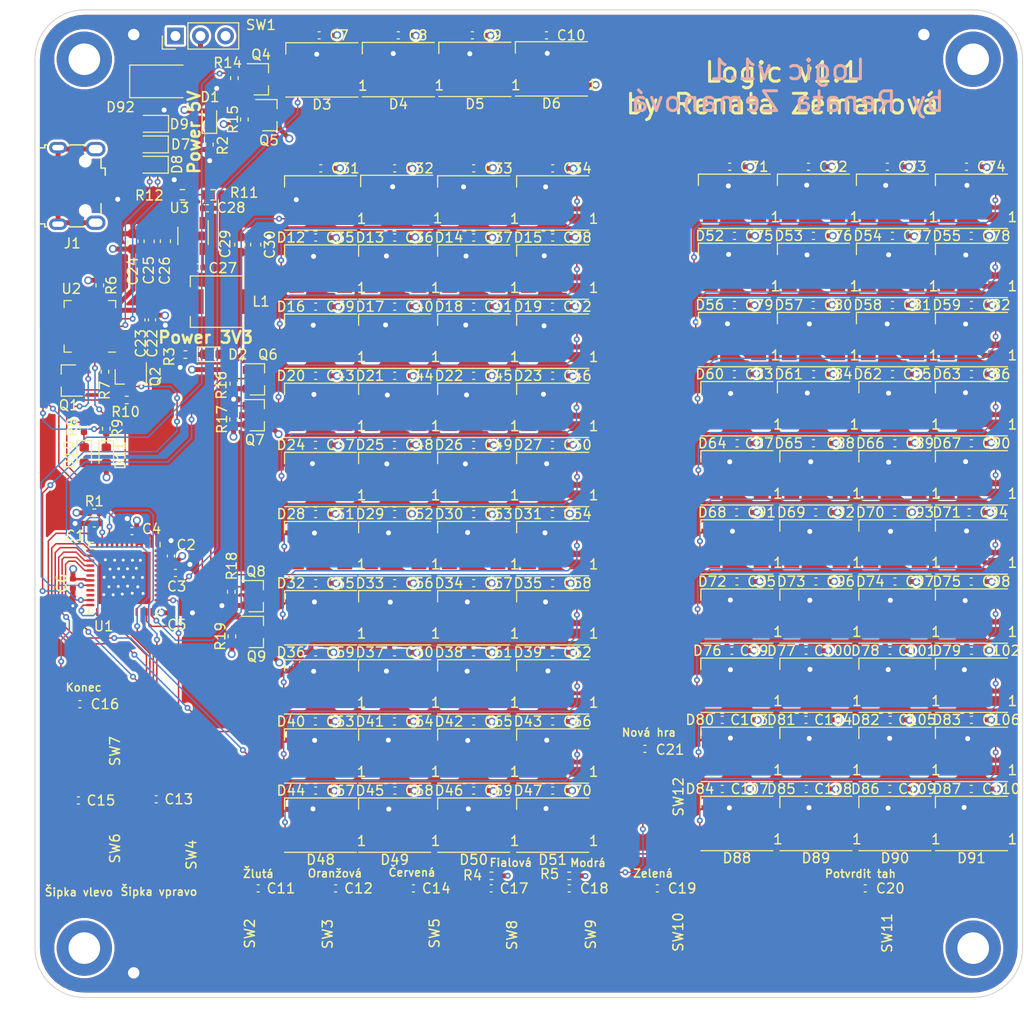
<source format=kicad_pcb>
(kicad_pcb (version 20171130) (host pcbnew 5.1.5+dfsg1-2build2)
  (layers (0 F.Cu signal) (1 In1.Cu signal) (2 In2.Cu signal) (31 B.Cu signal) (34 B.Paste user) (35 F.Paste user) (36 B.SilkS user) (37 F.SilkS user) (38 B.Mask user) (39 F.Mask user) (44 Edge.Cuts user))
  (net 0 "")
  (net 1 Board_1-+3V3)
  (net 2 Board_1-+5V)
  (net 3 Board_1-/herni_LED.sch/10.sch/DATA_IN)
  (net 4 Board_1-/herni_LED.sch/10.sch/DATA_OUT)
  (net 5 Board_1-/herni_LED.sch/2.sch/DATA_IN)
  (net 6 Board_1-/herni_LED.sch/3.sch/DATA_IN)
  (net 7 Board_1-/herni_LED.sch/4.ch/DATA_IN)
  (net 8 Board_1-/herni_LED.sch/5.sch/DATA_IN)
  (net 9 Board_1-/herni_LED.sch/6.sch/DATA_IN)
  (net 10 Board_1-/herni_LED.sch/7.sch/DATA_IN)
  (net 11 Board_1-/herni_LED.sch/8.sch/DATA_IN)
  (net 12 Board_1-/herni_LED.sch/9.sch/DATA_IN)
  (net 13 Board_1-/hodnoceni_LED.sch/10.sch/DATA_IN)
  (net 14 Board_1-/hodnoceni_LED.sch/10.sch/DATA_OUT)
  (net 15 Board_1-/hodnoceni_LED.sch/2.sch/DATA_IN)
  (net 16 Board_1-/hodnoceni_LED.sch/3.sch/DATA_IN)
  (net 17 Board_1-/hodnoceni_LED.sch/4.ch/DATA_IN)
  (net 18 Board_1-/hodnoceni_LED.sch/5.sch/DATA_IN)
  (net 19 Board_1-/hodnoceni_LED.sch/6.sch/DATA_IN)
  (net 20 Board_1-/hodnoceni_LED.sch/7.sch/DATA_IN)
  (net 21 Board_1-/hodnoceni_LED.sch/8.sch/DATA_IN)
  (net 22 Board_1-/hodnoceni_LED.sch/9.sch/DATA_IN)
  (net 23 Board_1-BARVA_1)
  (net 24 Board_1-BARVA_2)
  (net 25 Board_1-BARVA_3)
  (net 26 Board_1-BARVA_4)
  (net 27 Board_1-BARVA_5)
  (net 28 Board_1-BARVA_6)
  (net 29 Board_1-BTN_END)
  (net 30 Board_1-BTN_ENTER)
  (net 31 Board_1-BTN_NEW_GAME)
  (net 32 Board_1-BTN_SIPKA_VLEVO)
  (net 33 Board_1-BTN_SIPKA_VPRAVO)
  (net 34 Board_1-DATA_herni_LED)
  (net 35 Board_1-DATA_hodnoceni_LED)
  (net 36 Board_1-DATA_zadani_LED)
  (net 37 Board_1-EN)
  (net 38 Board_1-GND)
  (net 39 Board_1-IO0)
  (net 40 "Board_1-Net-(C27-Pad1)")
  (net 41 "Board_1-Net-(C27-Pad2)")
  (net 42 "Board_1-Net-(C28-Pad1)")
  (net 43 "Board_1-Net-(D1-Pad1)")
  (net 44 "Board_1-Net-(D10-Pad1)")
  (net 45 "Board_1-Net-(D11-Pad1)")
  (net 46 "Board_1-Net-(D12-Pad2)")
  (net 47 "Board_1-Net-(D13-Pad2)")
  (net 48 "Board_1-Net-(D14-Pad2)")
  (net 49 "Board_1-Net-(D16-Pad2)")
  (net 50 "Board_1-Net-(D17-Pad2)")
  (net 51 "Board_1-Net-(D18-Pad2)")
  (net 52 "Board_1-Net-(D2-Pad1)")
  (net 53 "Board_1-Net-(D20-Pad2)")
  (net 54 "Board_1-Net-(D21-Pad2)")
  (net 55 "Board_1-Net-(D22-Pad2)")
  (net 56 "Board_1-Net-(D24-Pad2)")
  (net 57 "Board_1-Net-(D25-Pad2)")
  (net 58 "Board_1-Net-(D26-Pad2)")
  (net 59 "Board_1-Net-(D28-Pad2)")
  (net 60 "Board_1-Net-(D29-Pad2)")
  (net 61 "Board_1-Net-(D3-Pad2)")
  (net 62 "Board_1-Net-(D30-Pad2)")
  (net 63 "Board_1-Net-(D32-Pad2)")
  (net 64 "Board_1-Net-(D33-Pad2)")
  (net 65 "Board_1-Net-(D34-Pad2)")
  (net 66 "Board_1-Net-(D36-Pad2)")
  (net 67 "Board_1-Net-(D37-Pad2)")
  (net 68 "Board_1-Net-(D38-Pad2)")
  (net 69 "Board_1-Net-(D4-Pad2)")
  (net 70 "Board_1-Net-(D40-Pad2)")
  (net 71 "Board_1-Net-(D41-Pad2)")
  (net 72 "Board_1-Net-(D42-Pad2)")
  (net 73 "Board_1-Net-(D44-Pad2)")
  (net 74 "Board_1-Net-(D45-Pad2)")
  (net 75 "Board_1-Net-(D46-Pad2)")
  (net 76 "Board_1-Net-(D48-Pad2)")
  (net 77 "Board_1-Net-(D49-Pad2)")
  (net 78 "Board_1-Net-(D5-Pad2)")
  (net 79 "Board_1-Net-(D50-Pad2)")
  (net 80 "Board_1-Net-(D52-Pad2)")
  (net 81 "Board_1-Net-(D53-Pad2)")
  (net 82 "Board_1-Net-(D54-Pad2)")
  (net 83 "Board_1-Net-(D56-Pad2)")
  (net 84 "Board_1-Net-(D57-Pad2)")
  (net 85 "Board_1-Net-(D58-Pad2)")
  (net 86 "Board_1-Net-(D6-Pad2)")
  (net 87 "Board_1-Net-(D60-Pad2)")
  (net 88 "Board_1-Net-(D61-Pad2)")
  (net 89 "Board_1-Net-(D62-Pad2)")
  (net 90 "Board_1-Net-(D64-Pad2)")
  (net 91 "Board_1-Net-(D65-Pad2)")
  (net 92 "Board_1-Net-(D66-Pad2)")
  (net 93 "Board_1-Net-(D68-Pad2)")
  (net 94 "Board_1-Net-(D69-Pad2)")
  (net 95 "Board_1-Net-(D7-Pad2)")
  (net 96 "Board_1-Net-(D70-Pad2)")
  (net 97 "Board_1-Net-(D72-Pad2)")
  (net 98 "Board_1-Net-(D73-Pad2)")
  (net 99 "Board_1-Net-(D74-Pad2)")
  (net 100 "Board_1-Net-(D76-Pad2)")
  (net 101 "Board_1-Net-(D77-Pad2)")
  (net 102 "Board_1-Net-(D78-Pad2)")
  (net 103 "Board_1-Net-(D8-Pad2)")
  (net 104 "Board_1-Net-(D80-Pad2)")
  (net 105 "Board_1-Net-(D81-Pad2)")
  (net 106 "Board_1-Net-(D82-Pad2)")
  (net 107 "Board_1-Net-(D84-Pad2)")
  (net 108 "Board_1-Net-(D85-Pad2)")
  (net 109 "Board_1-Net-(D86-Pad2)")
  (net 110 "Board_1-Net-(D88-Pad2)")
  (net 111 "Board_1-Net-(D89-Pad2)")
  (net 112 "Board_1-Net-(D90-Pad2)")
  (net 113 "Board_1-Net-(D92-Pad2)")
  (net 114 "Board_1-Net-(J1-Pad4)")
  (net 115 "Board_1-Net-(J1-Pad6)")
  (net 116 "Board_1-Net-(Q1-Pad1)")
  (net 117 "Board_1-Net-(Q1-Pad2)")
  (net 118 "Board_1-Net-(Q2-Pad1)")
  (net 119 "Board_1-Net-(Q2-Pad2)")
  (net 120 "Board_1-Net-(Q4-Pad3)")
  (net 121 "Board_1-Net-(Q6-Pad3)")
  (net 122 "Board_1-Net-(Q8-Pad3)")
  (net 123 "Board_1-Net-(R6-Pad2)")
  (net 124 "Board_1-Net-(R8-Pad2)")
  (net 125 "Board_1-Net-(R9-Pad2)")
  (net 126 "Board_1-Net-(SW1-Pad3)")
  (net 127 "Board_1-Net-(U1-Pad18)")
  (net 128 "Board_1-Net-(U1-Pad2)")
  (net 129 "Board_1-Net-(U1-Pad21)")
  (net 130 "Board_1-Net-(U1-Pad22)")
  (net 131 "Board_1-Net-(U1-Pad25)")
  (net 132 "Board_1-Net-(U1-Pad26)")
  (net 133 "Board_1-Net-(U1-Pad27)")
  (net 134 "Board_1-Net-(U1-Pad30)")
  (net 135 "Board_1-Net-(U1-Pad31)")
  (net 136 "Board_1-Net-(U1-Pad32)")
  (net 137 "Board_1-Net-(U1-Pad33)")
  (net 138 "Board_1-Net-(U1-Pad34)")
  (net 139 "Board_1-Net-(U1-Pad44)")
  (net 140 "Board_1-Net-(U1-Pad45)")
  (net 141 "Board_1-Net-(U1-Pad47)")
  (net 142 "Board_1-Net-(U1-Pad48)")
  (net 143 "Board_1-Net-(U1-Pad5)")
  (net 144 "Board_1-Net-(U1-Pad6)")
  (net 145 "Board_1-Net-(U1-Pad7)")
  (net 146 "Board_1-Net-(U1-Pad8)")
  (net 147 "Board_1-Net-(U2-Pad1)")
  (net 148 "Board_1-Net-(U2-Pad10)")
  (net 149 "Board_1-Net-(U2-Pad11)")
  (net 150 "Board_1-Net-(U2-Pad12)")
  (net 151 "Board_1-Net-(U2-Pad13)")
  (net 152 "Board_1-Net-(U2-Pad14)")
  (net 153 "Board_1-Net-(U2-Pad15)")
  (net 154 "Board_1-Net-(U2-Pad16)")
  (net 155 "Board_1-Net-(U2-Pad17)")
  (net 156 "Board_1-Net-(U2-Pad2)")
  (net 157 "Board_1-Net-(U2-Pad20)")
  (net 158 "Board_1-Net-(U2-Pad21)")
  (net 159 "Board_1-Net-(U2-Pad22)")
  (net 160 "Board_1-Net-(U2-Pad23)")
  (net 161 "Board_1-Net-(U2-Pad27)")
  (net 162 Board_1-RX_ESP)
  (net 163 Board_1-TX_ESP)
  (net 164 Board_1-V_IN)
  (net 165 Board_1-V_LED_1)
  (net 166 Board_1-V_LED_2)
  (net 167 Board_1-V_LED_3)
  (net 168 Board_1-ZAPINANI_1_CAST_LED)
  (net 169 Board_1-ZAPINANI_2_CAST_LED)
  (net 170 Board_1-ZAPINANI_3_CAST_LED)
  (module NPTH (layer F.Cu) (at 59.999 147.501001)
    (fp_text reference REF** hide)
    (fp_text value NPTH hide)
    (pad "" np_thru_hole circle (at 0 0) (size 1.152 1.152) (drill 1.152) (layers *.Cu *.Mask))
  )
  (module NPTH (layer F.Cu) (at 140.001001 52.499)
    (fp_text reference REF** hide)
    (fp_text value NPTH hide)
    (pad "" np_thru_hole circle (at 0 0) (size 1.152 1.152) (drill 1.152) (layers *.Cu *.Mask))
  )
  (module NPTH (layer F.Cu) (at 59.999 52.499)
    (fp_text reference REF** hide)
    (fp_text value NPTH hide)
    (pad "" np_thru_hole circle (at 0 0) (size 1.152 1.152) (drill 1.152) (layers *.Cu *.Mask))
  )
  (module Capacitor_SMD:C_0402_1005Metric (layer F.Cu) (at 56.018001 101.996001)
    (fp_text reference C1 (at -1.958 1.234) (layer F.SilkS))
    (fp_text value 1u)
    (pad 1 smd roundrect (at -0.48 0) (size 0.56 0.62) (layers F.Cu F.Paste F.Mask) (net 38 Board_1-GND))
    (pad 2 smd roundrect (at 0.48 0) (size 0.56 0.62) (layers F.Cu F.Paste F.Mask) (net 37 Board_1-EN))
  )
  (module Capacitor_SMD:C_0402_1005Metric (layer F.Cu) (at 63.760001 105.290001 90)
    (fp_text reference C2 (at 1.12 1.55 180) (layer F.SilkS))
    (fp_text value 100n)
    (pad 1 smd roundrect (at -0.48 0 90) (size 0.56 0.62) (layers F.Cu F.Paste F.Mask) (net 1 Board_1-+3V3))
    (pad 2 smd roundrect (at 0.48 0 90) (size 0.56 0.62) (layers F.Cu F.Paste F.Mask) (net 38 Board_1-GND))
  )
  (module Capacitor_SMD:C_0402_1005Metric (layer F.Cu) (at 64.230001 107.010001)
    (fp_text reference C3 (at 0.12 1.37) (layer F.SilkS))
    (fp_text value 100n)
    (pad 1 smd roundrect (at -0.48 0) (size 0.56 0.62) (layers F.Cu F.Paste F.Mask) (net 1 Board_1-+3V3))
    (pad 2 smd roundrect (at 0.48 0) (size 0.56 0.62) (layers F.Cu F.Paste F.Mask) (net 38 Board_1-GND))
  )
  (module Capacitor_SMD:C_0402_1005Metric (layer F.Cu) (at 59.820001 102.780001)
    (fp_text reference C4 (at 1.99 -0.22) (layer F.SilkS))
    (fp_text value 10u)
    (pad 1 smd roundrect (at -0.48 0) (size 0.56 0.62) (layers F.Cu F.Paste F.Mask) (net 38 Board_1-GND))
    (pad 2 smd roundrect (at 0.48 0) (size 0.56 0.62) (layers F.Cu F.Paste F.Mask) (net 1 Board_1-+3V3))
  )
  (module Capacitor_SMD:C_0402_1005Metric (layer F.Cu) (at 64.330001 111.050001 180)
    (fp_text reference C5 (at -0.04 -1.2) (layer F.SilkS))
    (fp_text value 100n)
    (pad 1 smd roundrect (at -0.48 0 180) (size 0.56 0.62) (layers F.Cu F.Paste F.Mask) (net 38 Board_1-GND))
    (pad 2 smd roundrect (at 0.48 0 180) (size 0.56 0.62) (layers F.Cu F.Paste F.Mask) (net 1 Board_1-+3V3))
  )
  (module Capacitor_SMD:C_0402_1005Metric (layer F.Cu) (at 53.840001 108.090001 90)
    (fp_text reference C6 (at 0.04 -1.12 270) (layer F.SilkS))
    (fp_text value 100n)
    (pad 1 smd roundrect (at -0.48 0 90) (size 0.56 0.62) (layers F.Cu F.Paste F.Mask) (net 38 Board_1-GND))
    (pad 2 smd roundrect (at 0.48 0 90) (size 0.56 0.62) (layers F.Cu F.Paste F.Mask) (net 1 Board_1-+3V3))
  )
  (module Capacitor_SMD:C_0402_1005Metric (layer F.Cu) (at 78.774001 52.576001 180)
    (fp_text reference C7 (at -2.02 0) (layer F.SilkS))
    (fp_text value 100n)
    (pad 1 smd roundrect (at -0.48 0 180) (size 0.56 0.62) (layers F.Cu F.Paste F.Mask) (net 165 Board_1-V_LED_1))
    (pad 2 smd roundrect (at 0.48 0 180) (size 0.56 0.62) (layers F.Cu F.Paste F.Mask) (net 38 Board_1-GND))
  )
  (module Capacitor_SMD:C_0402_1005Metric (layer F.Cu) (at 86.794001 52.576001 180)
    (fp_text reference C8 (at -1.98 0) (layer F.SilkS))
    (fp_text value 100n)
    (pad 1 smd roundrect (at -0.48 0 180) (size 0.56 0.62) (layers F.Cu F.Paste F.Mask) (net 165 Board_1-V_LED_1))
    (pad 2 smd roundrect (at 0.48 0 180) (size 0.56 0.62) (layers F.Cu F.Paste F.Mask) (net 38 Board_1-GND))
  )
  (module Capacitor_SMD:C_0402_1005Metric (layer F.Cu) (at 94.294001 52.576001 180)
    (fp_text reference C9 (at -2 0) (layer F.SilkS))
    (fp_text value 100n)
    (pad 1 smd roundrect (at -0.48 0 180) (size 0.56 0.62) (layers F.Cu F.Paste F.Mask) (net 165 Board_1-V_LED_1))
    (pad 2 smd roundrect (at 0.48 0 180) (size 0.56 0.62) (layers F.Cu F.Paste F.Mask) (net 38 Board_1-GND))
  )
  (module Capacitor_SMD:C_0402_1005Metric (layer F.Cu) (at 101.794001 52.576001 180)
    (fp_text reference C10 (at -2.5 0) (layer F.SilkS))
    (fp_text value 100n)
    (pad 1 smd roundrect (at -0.48 0 180) (size 0.56 0.62) (layers F.Cu F.Paste F.Mask) (net 165 Board_1-V_LED_1))
    (pad 2 smd roundrect (at 0.48 0 180) (size 0.56 0.62) (layers F.Cu F.Paste F.Mask) (net 38 Board_1-GND))
  )
  (module Capacitor_SMD:C_0402_1005Metric (layer F.Cu) (at 72.602001 138.952001 180)
    (fp_text reference C11 (at -2.314 0) (layer F.SilkS))
    (fp_text value 10n)
    (pad 1 smd roundrect (at -0.48 0 180) (size 0.56 0.62) (layers F.Cu F.Paste F.Mask) (net 38 Board_1-GND))
    (pad 2 smd roundrect (at 0.48 0 180) (size 0.56 0.62) (layers F.Cu F.Paste F.Mask) (net 23 Board_1-BARVA_1))
  )
  (module Capacitor_SMD:C_0402_1005Metric (layer F.Cu) (at 80.448001 138.952001 180)
    (fp_text reference C12 (at -2.314 0) (layer F.SilkS))
    (fp_text value 10n)
    (pad 1 smd roundrect (at -0.48 0 180) (size 0.56 0.62) (layers F.Cu F.Paste F.Mask) (net 38 Board_1-GND))
    (pad 2 smd roundrect (at 0.48 0 180) (size 0.56 0.62) (layers F.Cu F.Paste F.Mask) (net 24 Board_1-BARVA_2))
  )
  (module Capacitor_SMD:C_0402_1005Metric (layer F.Cu) (at 62.280001 129.925001 180)
    (fp_text reference C13 (at -2.286 0) (layer F.SilkS))
    (fp_text value 10n)
    (pad 1 smd roundrect (at -0.48 0 180) (size 0.56 0.62) (layers F.Cu F.Paste F.Mask) (net 38 Board_1-GND))
    (pad 2 smd roundrect (at 0.48 0 180) (size 0.56 0.62) (layers F.Cu F.Paste F.Mask) (net 33 Board_1-BTN_SIPKA_VPRAVO))
  )
  (module Capacitor_SMD:C_0402_1005Metric (layer F.Cu) (at 88.322001 138.952001 180)
    (fp_text reference C14 (at -2.314 0) (layer F.SilkS))
    (fp_text value 10n)
    (pad 1 smd roundrect (at -0.48 0 180) (size 0.56 0.62) (layers F.Cu F.Paste F.Mask) (net 38 Board_1-GND))
    (pad 2 smd roundrect (at 0.48 0 180) (size 0.56 0.62) (layers F.Cu F.Paste F.Mask) (net 25 Board_1-BARVA_3))
  )
  (module Capacitor_SMD:C_0402_1005Metric (layer F.Cu) (at 54.400001 130.050001 180)
    (fp_text reference C15 (at -2.286 0) (layer F.SilkS))
    (fp_text value 10n)
    (pad 1 smd roundrect (at -0.48 0 180) (size 0.56 0.62) (layers F.Cu F.Paste F.Mask) (net 38 Board_1-GND))
    (pad 2 smd roundrect (at 0.48 0 180) (size 0.56 0.62) (layers F.Cu F.Paste F.Mask) (net 32 Board_1-BTN_SIPKA_VLEVO))
  )
  (module Capacitor_SMD:C_0402_1005Metric (layer F.Cu) (at 54.550001 120.300001 180)
    (fp_text reference C16 (at -2.54 0) (layer F.SilkS))
    (fp_text value 10n)
    (pad 1 smd roundrect (at -0.48 0 180) (size 0.56 0.62) (layers F.Cu F.Paste F.Mask) (net 38 Board_1-GND))
    (pad 2 smd roundrect (at 0.48 0 180) (size 0.56 0.62) (layers F.Cu F.Paste F.Mask) (net 29 Board_1-BTN_END))
  )
  (module Capacitor_SMD:C_0402_1005Metric (layer F.Cu) (at 96.196001 138.952001 180)
    (fp_text reference C17 (at -2.314 0) (layer F.SilkS))
    (fp_text value 10n)
    (pad 1 smd roundrect (at -0.48 0 180) (size 0.56 0.62) (layers F.Cu F.Paste F.Mask) (net 38 Board_1-GND))
    (pad 2 smd roundrect (at 0.48 0 180) (size 0.56 0.62) (layers F.Cu F.Paste F.Mask) (net 26 Board_1-BARVA_4))
  )
  (module Capacitor_SMD:C_0402_1005Metric (layer F.Cu) (at 104.098001 138.952001 180)
    (fp_text reference C18 (at -2.54 0) (layer F.SilkS))
    (fp_text value 10n)
    (pad 1 smd roundrect (at -0.48 0 180) (size 0.56 0.62) (layers F.Cu F.Paste F.Mask) (net 38 Board_1-GND))
    (pad 2 smd roundrect (at 0.48 0 180) (size 0.56 0.62) (layers F.Cu F.Paste F.Mask) (net 27 Board_1-BARVA_5))
  )
  (module Capacitor_SMD:C_0402_1005Metric (layer F.Cu) (at 113.016001 138.952001 180)
    (fp_text reference C19 (at -2.512 0) (layer F.SilkS))
    (fp_text value 10n)
    (pad 1 smd roundrect (at -0.48 0 180) (size 0.56 0.62) (layers F.Cu F.Paste F.Mask) (net 38 Board_1-GND))
    (pad 2 smd roundrect (at 0.48 0 180) (size 0.56 0.62) (layers F.Cu F.Paste F.Mask) (net 28 Board_1-BARVA_6))
  )
  (module Capacitor_SMD:C_0402_1005Metric (layer F.Cu) (at 134.070001 138.952001 180)
    (fp_text reference C20 (at -2.54 0) (layer F.SilkS))
    (fp_text value 10n)
    (pad 1 smd roundrect (at -0.48 0 180) (size 0.56 0.62) (layers F.Cu F.Paste F.Mask) (net 38 Board_1-GND))
    (pad 2 smd roundrect (at 0.48 0 180) (size 0.56 0.62) (layers F.Cu F.Paste F.Mask) (net 30 Board_1-BTN_ENTER))
  )
  (module Capacitor_SMD:C_0402_1005Metric (layer F.Cu) (at 111.760001 124.825001 180)
    (fp_text reference C21 (at -2.548 -0.082 180) (layer F.SilkS))
    (fp_text value 10n)
    (pad 1 smd roundrect (at -0.48 0 180) (size 0.56 0.62) (layers F.Cu F.Paste F.Mask) (net 38 Board_1-GND))
    (pad 2 smd roundrect (at 0.48 0 180) (size 0.56 0.62) (layers F.Cu F.Paste F.Mask) (net 31 Board_1-BTN_NEW_GAME))
  )
  (module Capacitor_SMD:C_0402_1005Metric (layer F.Cu) (at 60.780001 81.390001 90)
    (fp_text reference C23 (at -2.38 -0.07 90) (layer F.SilkS))
    (fp_text value 100n)
    (pad 1 smd roundrect (at -0.48 0 90) (size 0.56 0.62) (layers F.Cu F.Paste F.Mask) (net 38 Board_1-GND))
    (pad 2 smd roundrect (at 0.48 0 90) (size 0.56 0.62) (layers F.Cu F.Paste F.Mask) (net 1 Board_1-+3V3))
  )
  (module Capacitor_SMD:C_0603_1608Metric (layer F.Cu) (at 59.920001 73.440001 90)
    (fp_text reference C24 (at -3.02 -0.02 90) (layer F.SilkS))
    (fp_text value 22u)
    (pad 1 smd roundrect (at -0.775 0 90) (size 0.9 0.95) (layers F.Cu F.Paste F.Mask) (net 2 Board_1-+5V))
    (pad 2 smd roundrect (at 0.775 0 90) (size 0.9 0.95) (layers F.Cu F.Paste F.Mask) (net 38 Board_1-GND))
  )
  (module Capacitor_SMD:C_0603_1608Metric (layer F.Cu) (at 61.560001 73.440001 90)
    (fp_text reference C25 (at -2.93 -0.04 90) (layer F.SilkS))
    (fp_text value 22u)
    (pad 1 smd roundrect (at -0.775 0 90) (size 0.9 0.95) (layers F.Cu F.Paste F.Mask) (net 2 Board_1-+5V))
    (pad 2 smd roundrect (at 0.775 0 90) (size 0.9 0.95) (layers F.Cu F.Paste F.Mask) (net 38 Board_1-GND))
  )
  (module Capacitor_SMD:C_0603_1608Metric (layer F.Cu) (at 63.210001 73.420001 90)
    (fp_text reference C26 (at -2.98 -0.07 90) (layer F.SilkS))
    (fp_text value 22u)
    (pad 1 smd roundrect (at -0.775 0 90) (size 0.9 0.95) (layers F.Cu F.Paste F.Mask) (net 2 Board_1-+5V))
    (pad 2 smd roundrect (at 0.775 0 90) (size 0.9 0.95) (layers F.Cu F.Paste F.Mask) (net 38 Board_1-GND))
  )
  (module Capacitor_SMD:C_0402_1005Metric (layer F.Cu) (at 66.550001 76.080001)
    (fp_text reference C27 (at 2.46 0.06) (layer F.SilkS))
    (fp_text value 100n)
    (pad 1 smd roundrect (at -0.48 0) (size 0.56 0.62) (layers F.Cu F.Paste F.Mask) (net 40 "Board_1-Net-(C27-Pad1)"))
    (pad 2 smd roundrect (at 0.48 0) (size 0.56 0.62) (layers F.Cu F.Paste F.Mask) (net 41 "Board_1-Net-(C27-Pad2)"))
  )
  (module Capacitor_SMD:C_0402_1005Metric (layer F.Cu) (at 67.460001 70.090001)
    (fp_text reference C28 (at 2.41 -0.06) (layer F.SilkS))
    (fp_text value 47p)
    (pad 1 smd roundrect (at -0.48 0) (size 0.56 0.62) (layers F.Cu F.Paste F.Mask) (net 42 "Board_1-Net-(C28-Pad1)"))
    (pad 2 smd roundrect (at 0.48 0) (size 0.56 0.62) (layers F.Cu F.Paste F.Mask) (net 1 Board_1-+3V3))
  )
  (module Capacitor_SMD:C_0603_1608Metric (layer F.Cu) (at 70.740001 73.765001 270)
    (fp_text reference C29 (at -0.065 1.47 90) (layer F.SilkS))
    (fp_text value 22u)
    (pad 1 smd roundrect (at -0.775 0 270) (size 0.9 0.95) (layers F.Cu F.Paste F.Mask) (net 38 Board_1-GND))
    (pad 2 smd roundrect (at 0.775 0 270) (size 0.9 0.95) (layers F.Cu F.Paste F.Mask) (net 1 Board_1-+3V3))
  )
  (module Capacitor_SMD:C_0603_1608Metric (layer F.Cu) (at 72.350001 73.765001 270)
    (fp_text reference C30 (at 0 -1.43 90) (layer F.SilkS))
    (fp_text value 22u)
    (pad 1 smd roundrect (at -0.775 0 270) (size 0.9 0.95) (layers F.Cu F.Paste F.Mask) (net 38 Board_1-GND))
    (pad 2 smd roundrect (at 0.775 0 270) (size 0.9 0.95) (layers F.Cu F.Paste F.Mask) (net 1 Board_1-+3V3))
  )
  (module Capacitor_SMD:C_0402_1005Metric (layer F.Cu) (at 78.942001 66.048001 180)
    (fp_text reference C31 (at -2.48 0 180) (layer F.SilkS))
    (fp_text value 100n)
    (pad 1 smd roundrect (at -0.48 0 180) (size 0.56 0.62) (layers F.Cu F.Paste F.Mask) (net 165 Board_1-V_LED_1))
    (pad 2 smd roundrect (at 0.48 0 180) (size 0.56 0.62) (layers F.Cu F.Paste F.Mask) (net 38 Board_1-GND))
  )
  (module Capacitor_SMD:C_0402_1005Metric (layer F.Cu) (at 86.422001 66.048001 180)
    (fp_text reference C32 (at -2.5 0) (layer F.SilkS))
    (fp_text value 100n)
    (pad 1 smd roundrect (at -0.48 0 180) (size 0.56 0.62) (layers F.Cu F.Paste F.Mask) (net 165 Board_1-V_LED_1))
    (pad 2 smd roundrect (at 0.48 0 180) (size 0.56 0.62) (layers F.Cu F.Paste F.Mask) (net 38 Board_1-GND))
  )
  (module Capacitor_SMD:C_0402_1005Metric (layer F.Cu) (at 94.422001 66.048001 180)
    (fp_text reference C33 (at -2.5 0) (layer F.SilkS))
    (fp_text value 100n)
    (pad 1 smd roundrect (at -0.48 0 180) (size 0.56 0.62) (layers F.Cu F.Paste F.Mask) (net 165 Board_1-V_LED_1))
    (pad 2 smd roundrect (at 0.48 0 180) (size 0.56 0.62) (layers F.Cu F.Paste F.Mask) (net 38 Board_1-GND))
  )
  (module Capacitor_SMD:C_0402_1005Metric (layer F.Cu) (at 102.422001 66.048001 180)
    (fp_text reference C34 (at -2.5 0) (layer F.SilkS))
    (fp_text value 100n)
    (pad 1 smd roundrect (at -0.48 0 180) (size 0.56 0.62) (layers F.Cu F.Paste F.Mask) (net 165 Board_1-V_LED_1))
    (pad 2 smd roundrect (at 0.48 0 180) (size 0.56 0.62) (layers F.Cu F.Paste F.Mask) (net 38 Board_1-GND))
  )
  (module Capacitor_SMD:C_0402_1005Metric (layer F.Cu) (at 78.422001 73.048001 180)
    (fp_text reference C35 (at -2.48 0) (layer F.SilkS))
    (fp_text value 100n)
    (pad 1 smd roundrect (at -0.48 0 180) (size 0.56 0.62) (layers F.Cu F.Paste F.Mask) (net 165 Board_1-V_LED_1))
    (pad 2 smd roundrect (at 0.48 0 180) (size 0.56 0.62) (layers F.Cu F.Paste F.Mask) (net 38 Board_1-GND))
  )
  (module Capacitor_SMD:C_0402_1005Metric (layer F.Cu) (at 86.422001 73.048001 180)
    (fp_text reference C36 (at -2.5 0) (layer F.SilkS))
    (fp_text value 100n)
    (pad 1 smd roundrect (at -0.48 0 180) (size 0.56 0.62) (layers F.Cu F.Paste F.Mask) (net 165 Board_1-V_LED_1))
    (pad 2 smd roundrect (at 0.48 0 180) (size 0.56 0.62) (layers F.Cu F.Paste F.Mask) (net 38 Board_1-GND))
  )
  (module Capacitor_SMD:C_0402_1005Metric (layer F.Cu) (at 94.422001 73.048001 180)
    (fp_text reference C37 (at -2.5 0) (layer F.SilkS))
    (fp_text value 100n)
    (pad 1 smd roundrect (at -0.48 0 180) (size 0.56 0.62) (layers F.Cu F.Paste F.Mask) (net 165 Board_1-V_LED_1))
    (pad 2 smd roundrect (at 0.48 0 180) (size 0.56 0.62) (layers F.Cu F.Paste F.Mask) (net 38 Board_1-GND))
  )
  (module Capacitor_SMD:C_0402_1005Metric (layer F.Cu) (at 102.422001 73.048001 180)
    (fp_text reference C38 (at -2.5 0) (layer F.SilkS))
    (fp_text value 100n)
    (pad 1 smd roundrect (at -0.48 0 180) (size 0.56 0.62) (layers F.Cu F.Paste F.Mask) (net 165 Board_1-V_LED_1))
    (pad 2 smd roundrect (at 0.48 0 180) (size 0.56 0.62) (layers F.Cu F.Paste F.Mask) (net 38 Board_1-GND))
  )
  (module Capacitor_SMD:C_0402_1005Metric (layer F.Cu) (at 78.422001 80.048001 180)
    (fp_text reference C39 (at -2.5 0) (layer F.SilkS))
    (fp_text value 100n)
    (pad 1 smd roundrect (at -0.48 0 180) (size 0.56 0.62) (layers F.Cu F.Paste F.Mask) (net 165 Board_1-V_LED_1))
    (pad 2 smd roundrect (at 0.48 0 180) (size 0.56 0.62) (layers F.Cu F.Paste F.Mask) (net 38 Board_1-GND))
  )
  (module Capacitor_SMD:C_0402_1005Metric (layer F.Cu) (at 86.422001 80.048001 180)
    (fp_text reference C40 (at -2.5 0) (layer F.SilkS))
    (fp_text value 100n)
    (pad 1 smd roundrect (at -0.48 0 180) (size 0.56 0.62) (layers F.Cu F.Paste F.Mask) (net 165 Board_1-V_LED_1))
    (pad 2 smd roundrect (at 0.48 0 180) (size 0.56 0.62) (layers F.Cu F.Paste F.Mask) (net 38 Board_1-GND))
  )
  (module Capacitor_SMD:C_0402_1005Metric (layer F.Cu) (at 94.422001 80.048001 180)
    (fp_text reference C41 (at -2.5 0) (layer F.SilkS))
    (fp_text value 100n)
    (pad 1 smd roundrect (at -0.48 0 180) (size 0.56 0.62) (layers F.Cu F.Paste F.Mask) (net 165 Board_1-V_LED_1))
    (pad 2 smd roundrect (at 0.48 0 180) (size 0.56 0.62) (layers F.Cu F.Paste F.Mask) (net 38 Board_1-GND))
  )
  (module Capacitor_SMD:C_0402_1005Metric (layer F.Cu) (at 102.402001 80.048001 180)
    (fp_text reference C42 (at -2.52 0) (layer F.SilkS))
    (fp_text value 100n)
    (pad 1 smd roundrect (at -0.48 0 180) (size 0.56 0.62) (layers F.Cu F.Paste F.Mask) (net 165 Board_1-V_LED_1))
    (pad 2 smd roundrect (at 0.48 0 180) (size 0.56 0.62) (layers F.Cu F.Paste F.Mask) (net 38 Board_1-GND))
  )
  (module Capacitor_SMD:C_0402_1005Metric (layer F.Cu) (at 78.422001 87.048001 180)
    (fp_text reference C43 (at -2.5 0) (layer F.SilkS))
    (fp_text value 100n)
    (pad 1 smd roundrect (at -0.48 0 180) (size 0.56 0.62) (layers F.Cu F.Paste F.Mask) (net 165 Board_1-V_LED_1))
    (pad 2 smd roundrect (at 0.48 0 180) (size 0.56 0.62) (layers F.Cu F.Paste F.Mask) (net 38 Board_1-GND))
  )
  (module Capacitor_SMD:C_0402_1005Metric (layer F.Cu) (at 86.422001 87.048001 180)
    (fp_text reference C44 (at -2.5 0) (layer F.SilkS))
    (fp_text value 100n)
    (pad 1 smd roundrect (at -0.48 0 180) (size 0.56 0.62) (layers F.Cu F.Paste F.Mask) (net 165 Board_1-V_LED_1))
    (pad 2 smd roundrect (at 0.48 0 180) (size 0.56 0.62) (layers F.Cu F.Paste F.Mask) (net 38 Board_1-GND))
  )
  (module Capacitor_SMD:C_0402_1005Metric (layer F.Cu) (at 94.422001 87.048001 180)
    (fp_text reference C45 (at -2.5 0) (layer F.SilkS))
    (fp_text value 100n)
    (pad 1 smd roundrect (at -0.48 0 180) (size 0.56 0.62) (layers F.Cu F.Paste F.Mask) (net 165 Board_1-V_LED_1))
    (pad 2 smd roundrect (at 0.48 0 180) (size 0.56 0.62) (layers F.Cu F.Paste F.Mask) (net 38 Board_1-GND))
  )
  (module Capacitor_SMD:C_0402_1005Metric (layer F.Cu) (at 102.422001 87.048001 180)
    (fp_text reference C46 (at -2.5 0) (layer F.SilkS))
    (fp_text value 100n)
    (pad 1 smd roundrect (at -0.48 0 180) (size 0.56 0.62) (layers F.Cu F.Paste F.Mask) (net 165 Board_1-V_LED_1))
    (pad 2 smd roundrect (at 0.48 0 180) (size 0.56 0.62) (layers F.Cu F.Paste F.Mask) (net 38 Board_1-GND))
  )
  (module Capacitor_SMD:C_0402_1005Metric (layer F.Cu) (at 78.402001 94.048001 180)
    (fp_text reference C47 (at -2.52 0) (layer F.SilkS))
    (fp_text value 100n)
    (pad 1 smd roundrect (at -0.48 0 180) (size 0.56 0.62) (layers F.Cu F.Paste F.Mask) (net 166 Board_1-V_LED_2))
    (pad 2 smd roundrect (at 0.48 0 180) (size 0.56 0.62) (layers F.Cu F.Paste F.Mask) (net 38 Board_1-GND))
  )
  (module Capacitor_SMD:C_0402_1005Metric (layer F.Cu) (at 86.402001 94.048001 180)
    (fp_text reference C48 (at -2.52 0) (layer F.SilkS))
    (fp_text value 100n)
    (pad 1 smd roundrect (at -0.48 0 180) (size 0.56 0.62) (layers F.Cu F.Paste F.Mask) (net 166 Board_1-V_LED_2))
    (pad 2 smd roundrect (at 0.48 0 180) (size 0.56 0.62) (layers F.Cu F.Paste F.Mask) (net 38 Board_1-GND))
  )
  (module Capacitor_SMD:C_0402_1005Metric (layer F.Cu) (at 94.422001 94.048001 180)
    (fp_text reference C49 (at -2.5 0) (layer F.SilkS))
    (fp_text value 100n)
    (pad 1 smd roundrect (at -0.48 0 180) (size 0.56 0.62) (layers F.Cu F.Paste F.Mask) (net 166 Board_1-V_LED_2))
    (pad 2 smd roundrect (at 0.48 0 180) (size 0.56 0.62) (layers F.Cu F.Paste F.Mask) (net 38 Board_1-GND))
  )
  (module Capacitor_SMD:C_0402_1005Metric (layer F.Cu) (at 102.402001 94.048001 180)
    (fp_text reference C50 (at -2.52 0) (layer F.SilkS))
    (fp_text value 100n)
    (pad 1 smd roundrect (at -0.48 0 180) (size 0.56 0.62) (layers F.Cu F.Paste F.Mask) (net 166 Board_1-V_LED_2))
    (pad 2 smd roundrect (at 0.48 0 180) (size 0.56 0.62) (layers F.Cu F.Paste F.Mask) (net 38 Board_1-GND))
  )
  (module Capacitor_SMD:C_0402_1005Metric (layer F.Cu) (at 78.422001 101.048001 180)
    (fp_text reference C51 (at -2.5 0) (layer F.SilkS))
    (fp_text value 100n)
    (pad 1 smd roundrect (at -0.48 0 180) (size 0.56 0.62) (layers F.Cu F.Paste F.Mask) (net 166 Board_1-V_LED_2))
    (pad 2 smd roundrect (at 0.48 0 180) (size 0.56 0.62) (layers F.Cu F.Paste F.Mask) (net 38 Board_1-GND))
  )
  (module Capacitor_SMD:C_0402_1005Metric (layer F.Cu) (at 86.422001 101.048001 180)
    (fp_text reference C52 (at -2.5 0) (layer F.SilkS))
    (fp_text value 100n)
    (pad 1 smd roundrect (at -0.48 0 180) (size 0.56 0.62) (layers F.Cu F.Paste F.Mask) (net 166 Board_1-V_LED_2))
    (pad 2 smd roundrect (at 0.48 0 180) (size 0.56 0.62) (layers F.Cu F.Paste F.Mask) (net 38 Board_1-GND))
  )
  (module Capacitor_SMD:C_0402_1005Metric (layer F.Cu) (at 94.422001 101.048001 180)
    (fp_text reference C53 (at -2.5 0) (layer F.SilkS))
    (fp_text value 100n)
    (pad 1 smd roundrect (at -0.48 0 180) (size 0.56 0.62) (layers F.Cu F.Paste F.Mask) (net 166 Board_1-V_LED_2))
    (pad 2 smd roundrect (at 0.48 0 180) (size 0.56 0.62) (layers F.Cu F.Paste F.Mask) (net 38 Board_1-GND))
  )
  (module Capacitor_SMD:C_0402_1005Metric (layer F.Cu) (at 102.402001 101.048001 180)
    (fp_text reference C54 (at -2.52 0) (layer F.SilkS))
    (fp_text value 100n)
    (pad 1 smd roundrect (at -0.48 0 180) (size 0.56 0.62) (layers F.Cu F.Paste F.Mask) (net 166 Board_1-V_LED_2))
    (pad 2 smd roundrect (at 0.48 0 180) (size 0.56 0.62) (layers F.Cu F.Paste F.Mask) (net 38 Board_1-GND))
  )
  (module Capacitor_SMD:C_0402_1005Metric (layer F.Cu) (at 78.422001 108.048001 180)
    (fp_text reference C55 (at -2.5 0) (layer F.SilkS))
    (fp_text value 100n)
    (pad 1 smd roundrect (at -0.48 0 180) (size 0.56 0.62) (layers F.Cu F.Paste F.Mask) (net 166 Board_1-V_LED_2))
    (pad 2 smd roundrect (at 0.48 0 180) (size 0.56 0.62) (layers F.Cu F.Paste F.Mask) (net 38 Board_1-GND))
  )
  (module Capacitor_SMD:C_0402_1005Metric (layer F.Cu) (at 86.422001 108.048001 180)
    (fp_text reference C56 (at -2.5 0) (layer F.SilkS))
    (fp_text value 100n)
    (pad 1 smd roundrect (at -0.48 0 180) (size 0.56 0.62) (layers F.Cu F.Paste F.Mask) (net 166 Board_1-V_LED_2))
    (pad 2 smd roundrect (at 0.48 0 180) (size 0.56 0.62) (layers F.Cu F.Paste F.Mask) (net 38 Board_1-GND))
  )
  (module Capacitor_SMD:C_0402_1005Metric (layer F.Cu) (at 94.422001 108.048001 180)
    (fp_text reference C57 (at -2.5 0) (layer F.SilkS))
    (fp_text value 100n)
    (pad 1 smd roundrect (at -0.48 0 180) (size 0.56 0.62) (layers F.Cu F.Paste F.Mask) (net 166 Board_1-V_LED_2))
    (pad 2 smd roundrect (at 0.48 0 180) (size 0.56 0.62) (layers F.Cu F.Paste F.Mask) (net 38 Board_1-GND))
  )
  (module Capacitor_SMD:C_0402_1005Metric (layer F.Cu) (at 102.422001 108.048001 180)
    (fp_text reference C58 (at -2.5 0) (layer F.SilkS))
    (fp_text value 100n)
    (pad 1 smd roundrect (at -0.48 0 180) (size 0.56 0.62) (layers F.Cu F.Paste F.Mask) (net 166 Board_1-V_LED_2))
    (pad 2 smd roundrect (at 0.48 0 180) (size 0.56 0.62) (layers F.Cu F.Paste F.Mask) (net 38 Board_1-GND))
  )
  (module Capacitor_SMD:C_0402_1005Metric (layer F.Cu) (at 78.422001 115.048001 180)
    (fp_text reference C59 (at -2.5 0) (layer F.SilkS))
    (fp_text value 100n)
    (pad 1 smd roundrect (at -0.48 0 180) (size 0.56 0.62) (layers F.Cu F.Paste F.Mask) (net 167 Board_1-V_LED_3))
    (pad 2 smd roundrect (at 0.48 0 180) (size 0.56 0.62) (layers F.Cu F.Paste F.Mask) (net 38 Board_1-GND))
  )
  (module Capacitor_SMD:C_0402_1005Metric (layer F.Cu) (at 86.402001 115.048001 180)
    (fp_text reference C60 (at -2.52 0) (layer F.SilkS))
    (fp_text value 100n)
    (pad 1 smd roundrect (at -0.48 0 180) (size 0.56 0.62) (layers F.Cu F.Paste F.Mask) (net 167 Board_1-V_LED_3))
    (pad 2 smd roundrect (at 0.48 0 180) (size 0.56 0.62) (layers F.Cu F.Paste F.Mask) (net 38 Board_1-GND))
  )
  (module Capacitor_SMD:C_0402_1005Metric (layer F.Cu) (at 94.422001 115.048001 180)
    (fp_text reference C61 (at -2.5 0) (layer F.SilkS))
    (fp_text value 100n)
    (pad 1 smd roundrect (at -0.48 0 180) (size 0.56 0.62) (layers F.Cu F.Paste F.Mask) (net 167 Board_1-V_LED_3))
    (pad 2 smd roundrect (at 0.48 0 180) (size 0.56 0.62) (layers F.Cu F.Paste F.Mask) (net 38 Board_1-GND))
  )
  (module Capacitor_SMD:C_0402_1005Metric (layer F.Cu) (at 102.402001 115.048001 180)
    (fp_text reference C62 (at -2.52 0) (layer F.SilkS))
    (fp_text value 100n)
    (pad 1 smd roundrect (at -0.48 0 180) (size 0.56 0.62) (layers F.Cu F.Paste F.Mask) (net 167 Board_1-V_LED_3))
    (pad 2 smd roundrect (at 0.48 0 180) (size 0.56 0.62) (layers F.Cu F.Paste F.Mask) (net 38 Board_1-GND))
  )
  (module Capacitor_SMD:C_0402_1005Metric (layer F.Cu) (at 78.402001 122.048001 180)
    (fp_text reference C63 (at -2.52 0) (layer F.SilkS))
    (fp_text value 100n)
    (pad 1 smd roundrect (at -0.48 0 180) (size 0.56 0.62) (layers F.Cu F.Paste F.Mask) (net 167 Board_1-V_LED_3))
    (pad 2 smd roundrect (at 0.48 0 180) (size 0.56 0.62) (layers F.Cu F.Paste F.Mask) (net 38 Board_1-GND))
  )
  (module Capacitor_SMD:C_0402_1005Metric (layer F.Cu) (at 86.402001 122.048001 180)
    (fp_text reference C64 (at -2.52 0) (layer F.SilkS))
    (fp_text value 100n)
    (pad 1 smd roundrect (at -0.48 0 180) (size 0.56 0.62) (layers F.Cu F.Paste F.Mask) (net 167 Board_1-V_LED_3))
    (pad 2 smd roundrect (at 0.48 0 180) (size 0.56 0.62) (layers F.Cu F.Paste F.Mask) (net 38 Board_1-GND))
  )
  (module Capacitor_SMD:C_0402_1005Metric (layer F.Cu) (at 94.422001 122.048001 180)
    (fp_text reference C65 (at -2.5 0) (layer F.SilkS))
    (fp_text value 100n)
    (pad 1 smd roundrect (at -0.48 0 180) (size 0.56 0.62) (layers F.Cu F.Paste F.Mask) (net 167 Board_1-V_LED_3))
    (pad 2 smd roundrect (at 0.48 0 180) (size 0.56 0.62) (layers F.Cu F.Paste F.Mask) (net 38 Board_1-GND))
  )
  (module Capacitor_SMD:C_0402_1005Metric (layer F.Cu) (at 102.422001 122.048001 180)
    (fp_text reference C66 (at -2.5 0) (layer F.SilkS))
    (fp_text value 100n)
    (pad 1 smd roundrect (at -0.48 0 180) (size 0.56 0.62) (layers F.Cu F.Paste F.Mask) (net 167 Board_1-V_LED_3))
    (pad 2 smd roundrect (at 0.48 0 180) (size 0.56 0.62) (layers F.Cu F.Paste F.Mask) (net 38 Board_1-GND))
  )
  (module Capacitor_SMD:C_0402_1005Metric (layer F.Cu) (at 78.422001 129.048001 180)
    (fp_text reference C67 (at -2.5 0) (layer F.SilkS))
    (fp_text value 100n)
    (pad 1 smd roundrect (at -0.48 0 180) (size 0.56 0.62) (layers F.Cu F.Paste F.Mask) (net 167 Board_1-V_LED_3))
    (pad 2 smd roundrect (at 0.48 0 180) (size 0.56 0.62) (layers F.Cu F.Paste F.Mask) (net 38 Board_1-GND))
  )
  (module Capacitor_SMD:C_0402_1005Metric (layer F.Cu) (at 86.442001 129.048001 180)
    (fp_text reference C68 (at -2.48 0) (layer F.SilkS))
    (fp_text value 100n)
    (pad 1 smd roundrect (at -0.48 0 180) (size 0.56 0.62) (layers F.Cu F.Paste F.Mask) (net 167 Board_1-V_LED_3))
    (pad 2 smd roundrect (at 0.48 0 180) (size 0.56 0.62) (layers F.Cu F.Paste F.Mask) (net 38 Board_1-GND))
  )
  (module Capacitor_SMD:C_0402_1005Metric (layer F.Cu) (at 94.422001 129.048001 180)
    (fp_text reference C69 (at -2.5 0) (layer F.SilkS))
    (fp_text value 100n)
    (pad 1 smd roundrect (at -0.48 0 180) (size 0.56 0.62) (layers F.Cu F.Paste F.Mask) (net 167 Board_1-V_LED_3))
    (pad 2 smd roundrect (at 0.48 0 180) (size 0.56 0.62) (layers F.Cu F.Paste F.Mask) (net 38 Board_1-GND))
  )
  (module Capacitor_SMD:C_0402_1005Metric (layer F.Cu) (at 102.422001 129.048001 180)
    (fp_text reference C70 (at -2.5 0) (layer F.SilkS))
    (fp_text value 100n)
    (pad 1 smd roundrect (at -0.48 0 180) (size 0.56 0.62) (layers F.Cu F.Paste F.Mask) (net 167 Board_1-V_LED_3))
    (pad 2 smd roundrect (at 0.48 0 180) (size 0.56 0.62) (layers F.Cu F.Paste F.Mask) (net 38 Board_1-GND))
  )
  (module Capacitor_SMD:C_0402_1005Metric (layer F.Cu) (at 120.346001 65.882001 180)
    (fp_text reference C71 (at -2.48 0) (layer F.SilkS))
    (fp_text value 100n)
    (pad 1 smd roundrect (at -0.48 0 180) (size 0.56 0.62) (layers F.Cu F.Paste F.Mask) (net 165 Board_1-V_LED_1))
    (pad 2 smd roundrect (at 0.48 0 180) (size 0.56 0.62) (layers F.Cu F.Paste F.Mask) (net 38 Board_1-GND))
  )
  (module Capacitor_SMD:C_0402_1005Metric (layer F.Cu) (at 128.326001 65.882001 180)
    (fp_text reference C72 (at -2.5 0) (layer F.SilkS))
    (fp_text value 100n)
    (pad 1 smd roundrect (at -0.48 0 180) (size 0.56 0.62) (layers F.Cu F.Paste F.Mask) (net 165 Board_1-V_LED_1))
    (pad 2 smd roundrect (at 0.48 0 180) (size 0.56 0.62) (layers F.Cu F.Paste F.Mask) (net 38 Board_1-GND))
  )
  (module Capacitor_SMD:C_0402_1005Metric (layer F.Cu) (at 136.306001 65.882001 180)
    (fp_text reference C73 (at -2.52 0) (layer F.SilkS))
    (fp_text value 100n)
    (pad 1 smd roundrect (at -0.48 0 180) (size 0.56 0.62) (layers F.Cu F.Paste F.Mask) (net 165 Board_1-V_LED_1))
    (pad 2 smd roundrect (at 0.48 0 180) (size 0.56 0.62) (layers F.Cu F.Paste F.Mask) (net 38 Board_1-GND))
  )
  (module Capacitor_SMD:C_0402_1005Metric (layer F.Cu) (at 144.326001 65.882001 180)
    (fp_text reference C74 (at -2.5 0) (layer F.SilkS))
    (fp_text value 100n)
    (pad 1 smd roundrect (at -0.48 0 180) (size 0.56 0.62) (layers F.Cu F.Paste F.Mask) (net 165 Board_1-V_LED_1))
    (pad 2 smd roundrect (at 0.48 0 180) (size 0.56 0.62) (layers F.Cu F.Paste F.Mask) (net 38 Board_1-GND))
  )
  (module Capacitor_SMD:C_0402_1005Metric (layer F.Cu) (at 120.826001 72.882001 180)
    (fp_text reference C75 (at -2.5 0) (layer F.SilkS))
    (fp_text value 100n)
    (pad 1 smd roundrect (at -0.48 0 180) (size 0.56 0.62) (layers F.Cu F.Paste F.Mask) (net 165 Board_1-V_LED_1))
    (pad 2 smd roundrect (at 0.48 0 180) (size 0.56 0.62) (layers F.Cu F.Paste F.Mask) (net 38 Board_1-GND))
  )
  (module Capacitor_SMD:C_0402_1005Metric (layer F.Cu) (at 128.826001 72.882001 180)
    (fp_text reference C76 (at -2.5 0) (layer F.SilkS))
    (fp_text value 100n)
    (pad 1 smd roundrect (at -0.48 0 180) (size 0.56 0.62) (layers F.Cu F.Paste F.Mask) (net 165 Board_1-V_LED_1))
    (pad 2 smd roundrect (at 0.48 0 180) (size 0.56 0.62) (layers F.Cu F.Paste F.Mask) (net 38 Board_1-GND))
  )
  (module Capacitor_SMD:C_0402_1005Metric (layer F.Cu) (at 136.826001 72.882001 180)
    (fp_text reference C77 (at -2.5 0) (layer F.SilkS))
    (fp_text value 100n)
    (pad 1 smd roundrect (at -0.48 0 180) (size 0.56 0.62) (layers F.Cu F.Paste F.Mask) (net 165 Board_1-V_LED_1))
    (pad 2 smd roundrect (at 0.48 0 180) (size 0.56 0.62) (layers F.Cu F.Paste F.Mask) (net 38 Board_1-GND))
  )
  (module Capacitor_SMD:C_0402_1005Metric (layer F.Cu) (at 144.806001 72.882001 180)
    (fp_text reference C78 (at -2.52 0) (layer F.SilkS))
    (fp_text value 100n)
    (pad 1 smd roundrect (at -0.48 0 180) (size 0.56 0.62) (layers F.Cu F.Paste F.Mask) (net 165 Board_1-V_LED_1))
    (pad 2 smd roundrect (at 0.48 0 180) (size 0.56 0.62) (layers F.Cu F.Paste F.Mask) (net 38 Board_1-GND))
  )
  (module Capacitor_SMD:C_0402_1005Metric (layer F.Cu) (at 120.826001 79.882001 180)
    (fp_text reference C79 (at -2.5 0) (layer F.SilkS))
    (fp_text value 100n)
    (pad 1 smd roundrect (at -0.48 0 180) (size 0.56 0.62) (layers F.Cu F.Paste F.Mask) (net 165 Board_1-V_LED_1))
    (pad 2 smd roundrect (at 0.48 0 180) (size 0.56 0.62) (layers F.Cu F.Paste F.Mask) (net 38 Board_1-GND))
  )
  (module Capacitor_SMD:C_0402_1005Metric (layer F.Cu) (at 128.806001 79.882001 180)
    (fp_text reference C80 (at -2.52 0) (layer F.SilkS))
    (fp_text value 100n)
    (pad 1 smd roundrect (at -0.48 0 180) (size 0.56 0.62) (layers F.Cu F.Paste F.Mask) (net 165 Board_1-V_LED_1))
    (pad 2 smd roundrect (at 0.48 0 180) (size 0.56 0.62) (layers F.Cu F.Paste F.Mask) (net 38 Board_1-GND))
  )
  (module Capacitor_SMD:C_0402_1005Metric (layer F.Cu) (at 136.826001 79.882001 180)
    (fp_text reference C81 (at -2.5 0) (layer F.SilkS))
    (fp_text value 100n)
    (pad 1 smd roundrect (at -0.48 0 180) (size 0.56 0.62) (layers F.Cu F.Paste F.Mask) (net 165 Board_1-V_LED_1))
    (pad 2 smd roundrect (at 0.48 0 180) (size 0.56 0.62) (layers F.Cu F.Paste F.Mask) (net 38 Board_1-GND))
  )
  (module Capacitor_SMD:C_0402_1005Metric (layer F.Cu) (at 144.826001 79.882001 180)
    (fp_text reference C82 (at -2.5 0) (layer F.SilkS))
    (fp_text value 100n)
    (pad 1 smd roundrect (at -0.48 0 180) (size 0.56 0.62) (layers F.Cu F.Paste F.Mask) (net 165 Board_1-V_LED_1))
    (pad 2 smd roundrect (at 0.48 0 180) (size 0.56 0.62) (layers F.Cu F.Paste F.Mask) (net 38 Board_1-GND))
  )
  (module Capacitor_SMD:C_0402_1005Metric (layer F.Cu) (at 120.826001 86.882001 180)
    (fp_text reference C83 (at -2.5 0) (layer F.SilkS))
    (fp_text value 100n)
    (pad 1 smd roundrect (at -0.48 0 180) (size 0.56 0.62) (layers F.Cu F.Paste F.Mask) (net 165 Board_1-V_LED_1))
    (pad 2 smd roundrect (at 0.48 0 180) (size 0.56 0.62) (layers F.Cu F.Paste F.Mask) (net 38 Board_1-GND))
  )
  (module Capacitor_SMD:C_0402_1005Metric (layer F.Cu) (at 128.846001 86.882001 180)
    (fp_text reference C84 (at -2.48 0) (layer F.SilkS))
    (fp_text value 100n)
    (pad 1 smd roundrect (at -0.48 0 180) (size 0.56 0.62) (layers F.Cu F.Paste F.Mask) (net 165 Board_1-V_LED_1))
    (pad 2 smd roundrect (at 0.48 0 180) (size 0.56 0.62) (layers F.Cu F.Paste F.Mask) (net 38 Board_1-GND))
  )
  (module Capacitor_SMD:C_0402_1005Metric (layer F.Cu) (at 136.826001 86.882001 180)
    (fp_text reference C85 (at -2.5 0) (layer F.SilkS))
    (fp_text value 100n)
    (pad 1 smd roundrect (at -0.48 0 180) (size 0.56 0.62) (layers F.Cu F.Paste F.Mask) (net 165 Board_1-V_LED_1))
    (pad 2 smd roundrect (at 0.48 0 180) (size 0.56 0.62) (layers F.Cu F.Paste F.Mask) (net 38 Board_1-GND))
  )
  (module Capacitor_SMD:C_0402_1005Metric (layer F.Cu) (at 144.826001 86.882001 180)
    (fp_text reference C86 (at -2.5 0) (layer F.SilkS))
    (fp_text value 100n)
    (pad 1 smd roundrect (at -0.48 0 180) (size 0.56 0.62) (layers F.Cu F.Paste F.Mask) (net 165 Board_1-V_LED_1))
    (pad 2 smd roundrect (at 0.48 0 180) (size 0.56 0.62) (layers F.Cu F.Paste F.Mask) (net 38 Board_1-GND))
  )
  (module Capacitor_SMD:C_0402_1005Metric (layer F.Cu) (at 121.096001 93.882001 180)
    (fp_text reference C87 (at -2.23 0) (layer F.SilkS))
    (fp_text value 100n)
    (pad 1 smd roundrect (at -0.48 0 180) (size 0.56 0.62) (layers F.Cu F.Paste F.Mask) (net 166 Board_1-V_LED_2))
    (pad 2 smd roundrect (at 0.48 0 180) (size 0.56 0.62) (layers F.Cu F.Paste F.Mask) (net 38 Board_1-GND))
  )
  (module Capacitor_SMD:C_0402_1005Metric (layer F.Cu) (at 128.826001 93.882001 180)
    (fp_text reference C88 (at -2.75 0) (layer F.SilkS))
    (fp_text value 100n)
    (pad 1 smd roundrect (at -0.48 0 180) (size 0.56 0.62) (layers F.Cu F.Paste F.Mask) (net 166 Board_1-V_LED_2))
    (pad 2 smd roundrect (at 0.48 0 180) (size 0.56 0.62) (layers F.Cu F.Paste F.Mask) (net 38 Board_1-GND))
  )
  (module Capacitor_SMD:C_0402_1005Metric (layer F.Cu) (at 137.076001 93.882001 180)
    (fp_text reference C89 (at -2.5 0) (layer F.SilkS))
    (fp_text value 100n)
    (pad 1 smd roundrect (at -0.48 0 180) (size 0.56 0.62) (layers F.Cu F.Paste F.Mask) (net 166 Board_1-V_LED_2))
    (pad 2 smd roundrect (at 0.48 0 180) (size 0.56 0.62) (layers F.Cu F.Paste F.Mask) (net 38 Board_1-GND))
  )
  (module Capacitor_SMD:C_0402_1005Metric (layer F.Cu) (at 144.806001 93.882001 180)
    (fp_text reference C90 (at -2.52 0) (layer F.SilkS))
    (fp_text value 100n)
    (pad 1 smd roundrect (at -0.48 0 180) (size 0.56 0.62) (layers F.Cu F.Paste F.Mask) (net 166 Board_1-V_LED_2))
    (pad 2 smd roundrect (at 0.48 0 180) (size 0.56 0.62) (layers F.Cu F.Paste F.Mask) (net 38 Board_1-GND))
  )
  (module Capacitor_SMD:C_0402_1005Metric (layer F.Cu) (at 121.056001 100.882001 180)
    (fp_text reference C91 (at -2.52 0) (layer F.SilkS))
    (fp_text value 100n)
    (pad 1 smd roundrect (at -0.48 0 180) (size 0.56 0.62) (layers F.Cu F.Paste F.Mask) (net 166 Board_1-V_LED_2))
    (pad 2 smd roundrect (at 0.48 0 180) (size 0.56 0.62) (layers F.Cu F.Paste F.Mask) (net 38 Board_1-GND))
  )
  (module Capacitor_SMD:C_0402_1005Metric (layer F.Cu) (at 129.056001 100.882001 180)
    (fp_text reference C92 (at -2.52 0) (layer F.SilkS))
    (fp_text value 100n)
    (pad 1 smd roundrect (at -0.48 0 180) (size 0.56 0.62) (layers F.Cu F.Paste F.Mask) (net 166 Board_1-V_LED_2))
    (pad 2 smd roundrect (at 0.48 0 180) (size 0.56 0.62) (layers F.Cu F.Paste F.Mask) (net 38 Board_1-GND))
  )
  (module Capacitor_SMD:C_0402_1005Metric (layer F.Cu) (at 137.056001 100.882001 180)
    (fp_text reference C93 (at -2.52 0) (layer F.SilkS))
    (fp_text value 100n)
    (pad 1 smd roundrect (at -0.48 0 180) (size 0.56 0.62) (layers F.Cu F.Paste F.Mask) (net 166 Board_1-V_LED_2))
    (pad 2 smd roundrect (at 0.48 0 180) (size 0.56 0.62) (layers F.Cu F.Paste F.Mask) (net 38 Board_1-GND))
  )
  (module Capacitor_SMD:C_0402_1005Metric (layer F.Cu) (at 144.596001 100.882001 180)
    (fp_text reference C94 (at -2.48 0) (layer F.SilkS))
    (fp_text value 100n)
    (pad 1 smd roundrect (at -0.48 0 180) (size 0.56 0.62) (layers F.Cu F.Paste F.Mask) (net 166 Board_1-V_LED_2))
    (pad 2 smd roundrect (at 0.48 0 180) (size 0.56 0.62) (layers F.Cu F.Paste F.Mask) (net 38 Board_1-GND))
  )
  (module Capacitor_SMD:C_0402_1005Metric (layer F.Cu) (at 121.076001 107.882001 180)
    (fp_text reference C95 (at -2.5 0) (layer F.SilkS))
    (fp_text value 100n)
    (pad 1 smd roundrect (at -0.48 0 180) (size 0.56 0.62) (layers F.Cu F.Paste F.Mask) (net 166 Board_1-V_LED_2))
    (pad 2 smd roundrect (at 0.48 0 180) (size 0.56 0.62) (layers F.Cu F.Paste F.Mask) (net 38 Board_1-GND))
  )
  (module Capacitor_SMD:C_0402_1005Metric (layer F.Cu) (at 129.076001 107.882001 180)
    (fp_text reference C96 (at -2.5 0) (layer F.SilkS))
    (fp_text value 100n)
    (pad 1 smd roundrect (at -0.48 0 180) (size 0.56 0.62) (layers F.Cu F.Paste F.Mask) (net 166 Board_1-V_LED_2))
    (pad 2 smd roundrect (at 0.48 0 180) (size 0.56 0.62) (layers F.Cu F.Paste F.Mask) (net 38 Board_1-GND))
  )
  (module Capacitor_SMD:C_0402_1005Metric (layer F.Cu) (at 137.076001 107.882001 180)
    (fp_text reference C97 (at -2.5 0) (layer F.SilkS))
    (fp_text value 100n)
    (pad 1 smd roundrect (at -0.48 0 180) (size 0.56 0.62) (layers F.Cu F.Paste F.Mask) (net 166 Board_1-V_LED_2))
    (pad 2 smd roundrect (at 0.48 0 180) (size 0.56 0.62) (layers F.Cu F.Paste F.Mask) (net 38 Board_1-GND))
  )
  (module Capacitor_SMD:C_0402_1005Metric (layer F.Cu) (at 144.806001 107.882001 180)
    (fp_text reference C98 (at -2.52 0) (layer F.SilkS))
    (fp_text value 100n)
    (pad 1 smd roundrect (at -0.48 0 180) (size 0.56 0.62) (layers F.Cu F.Paste F.Mask) (net 166 Board_1-V_LED_2))
    (pad 2 smd roundrect (at 0.48 0 180) (size 0.56 0.62) (layers F.Cu F.Paste F.Mask) (net 38 Board_1-GND))
  )
  (module Capacitor_SMD:C_0402_1005Metric (layer F.Cu) (at 120.556001 114.882001 180)
    (fp_text reference C99 (at -2.25 0) (layer F.SilkS))
    (fp_text value 100n)
    (pad 1 smd roundrect (at -0.48 0 180) (size 0.56 0.62) (layers F.Cu F.Paste F.Mask) (net 167 Board_1-V_LED_3))
    (pad 2 smd roundrect (at 0.48 0 180) (size 0.56 0.62) (layers F.Cu F.Paste F.Mask) (net 38 Board_1-GND))
  )
  (module Capacitor_SMD:C_0402_1005Metric (layer F.Cu) (at 128.076001 114.882001 180)
    (fp_text reference C100 (at -2.73 0) (layer F.SilkS))
    (fp_text value 100n)
    (pad 1 smd roundrect (at -0.48 0 180) (size 0.56 0.62) (layers F.Cu F.Paste F.Mask) (net 167 Board_1-V_LED_3))
    (pad 2 smd roundrect (at 0.48 0 180) (size 0.56 0.62) (layers F.Cu F.Paste F.Mask) (net 38 Board_1-GND))
  )
  (module Capacitor_SMD:C_0402_1005Metric (layer F.Cu) (at 136.576001 114.882001 180)
    (fp_text reference C101 (at -2.75 0) (layer F.SilkS))
    (fp_text value 100n)
    (pad 1 smd roundrect (at -0.48 0 180) (size 0.56 0.62) (layers F.Cu F.Paste F.Mask) (net 167 Board_1-V_LED_3))
    (pad 2 smd roundrect (at 0.48 0 180) (size 0.56 0.62) (layers F.Cu F.Paste F.Mask) (net 38 Board_1-GND))
  )
  (module Capacitor_SMD:C_0402_1005Metric (layer F.Cu) (at 144.826001 114.882001 180)
    (fp_text reference C102 (at -3 0) (layer F.SilkS))
    (fp_text value 100n)
    (pad 1 smd roundrect (at -0.48 0 180) (size 0.56 0.62) (layers F.Cu F.Paste F.Mask) (net 167 Board_1-V_LED_3))
    (pad 2 smd roundrect (at 0.48 0 180) (size 0.56 0.62) (layers F.Cu F.Paste F.Mask) (net 38 Board_1-GND))
  )
  (module Capacitor_SMD:C_0402_1005Metric (layer F.Cu) (at 119.596001 121.882001 180)
    (fp_text reference C103 (at -2.73 0) (layer F.SilkS))
    (fp_text value 100n)
    (pad 1 smd roundrect (at -0.48 0 180) (size 0.56 0.62) (layers F.Cu F.Paste F.Mask) (net 167 Board_1-V_LED_3))
    (pad 2 smd roundrect (at 0.48 0 180) (size 0.56 0.62) (layers F.Cu F.Paste F.Mask) (net 38 Board_1-GND))
  )
  (module Capacitor_SMD:C_0402_1005Metric (layer F.Cu) (at 128.076001 121.882001 180)
    (fp_text reference C104 (at -2.75 0) (layer F.SilkS))
    (fp_text value 100n)
    (pad 1 smd roundrect (at -0.48 0 180) (size 0.56 0.62) (layers F.Cu F.Paste F.Mask) (net 167 Board_1-V_LED_3))
    (pad 2 smd roundrect (at 0.48 0 180) (size 0.56 0.62) (layers F.Cu F.Paste F.Mask) (net 38 Board_1-GND))
  )
  (module Capacitor_SMD:C_0402_1005Metric (layer F.Cu) (at 136.596001 121.882001 180)
    (fp_text reference C105 (at -2.73 0) (layer F.SilkS))
    (fp_text value 100n)
    (pad 1 smd roundrect (at -0.48 0 180) (size 0.56 0.62) (layers F.Cu F.Paste F.Mask) (net 167 Board_1-V_LED_3))
    (pad 2 smd roundrect (at 0.48 0 180) (size 0.56 0.62) (layers F.Cu F.Paste F.Mask) (net 38 Board_1-GND))
  )
  (module Capacitor_SMD:C_0402_1005Metric (layer F.Cu) (at 144.826001 121.882001 180)
    (fp_text reference C106 (at -3 0) (layer F.SilkS))
    (fp_text value 100n)
    (pad 1 smd roundrect (at -0.48 0 180) (size 0.56 0.62) (layers F.Cu F.Paste F.Mask) (net 167 Board_1-V_LED_3))
    (pad 2 smd roundrect (at 0.48 0 180) (size 0.56 0.62) (layers F.Cu F.Paste F.Mask) (net 38 Board_1-GND))
  )
  (module Capacitor_SMD:C_0402_1005Metric (layer F.Cu) (at 119.596001 128.882001 180)
    (fp_text reference C107 (at -2.77 0) (layer F.SilkS))
    (fp_text value 100n)
    (pad 1 smd roundrect (at -0.48 0 180) (size 0.56 0.62) (layers F.Cu F.Paste F.Mask) (net 167 Board_1-V_LED_3))
    (pad 2 smd roundrect (at 0.48 0 180) (size 0.56 0.62) (layers F.Cu F.Paste F.Mask) (net 38 Board_1-GND))
  )
  (module Capacitor_SMD:C_0402_1005Metric (layer F.Cu) (at 128.096001 128.882001 180)
    (fp_text reference C108 (at -2.73 0) (layer F.SilkS))
    (fp_text value 100n)
    (pad 1 smd roundrect (at -0.48 0 180) (size 0.56 0.62) (layers F.Cu F.Paste F.Mask) (net 167 Board_1-V_LED_3))
    (pad 2 smd roundrect (at 0.48 0 180) (size 0.56 0.62) (layers F.Cu F.Paste F.Mask) (net 38 Board_1-GND))
  )
  (module Capacitor_SMD:C_0402_1005Metric (layer F.Cu) (at 136.556001 128.882001 180)
    (fp_text reference C109 (at -2.77 0) (layer F.SilkS))
    (fp_text value 100n)
    (pad 1 smd roundrect (at -0.48 0 180) (size 0.56 0.62) (layers F.Cu F.Paste F.Mask) (net 167 Board_1-V_LED_3))
    (pad 2 smd roundrect (at 0.48 0 180) (size 0.56 0.62) (layers F.Cu F.Paste F.Mask) (net 38 Board_1-GND))
  )
  (module Capacitor_SMD:C_0402_1005Metric (layer F.Cu) (at 144.806001 128.882001 180)
    (fp_text reference C110 (at -3.02 0) (layer F.SilkS))
    (fp_text value 100n)
    (pad 1 smd roundrect (at -0.48 0 180) (size 0.56 0.62) (layers F.Cu F.Paste F.Mask) (net 167 Board_1-V_LED_3))
    (pad 2 smd roundrect (at 0.48 0 180) (size 0.56 0.62) (layers F.Cu F.Paste F.Mask) (net 38 Board_1-GND))
  )
  (module LED_SMD:LED_0603_1608Metric (layer F.Cu) (at 67.664001 61.014001 90)
    (fp_text reference D1 (at 2.184 0.056 180) (layer F.SilkS))
    (fp_text value green)
    (pad 1 smd roundrect (at -0.7875 0 90) (size 0.875 0.95) (layers F.Cu F.Paste F.Mask) (net 43 "Board_1-Net-(D1-Pad1)"))
    (pad 2 smd roundrect (at 0.7875 0 90) (size 0.875 0.95) (layers F.Cu F.Paste F.Mask) (net 2 Board_1-+5V))
  )
  (module LED_SMD:LED_0603_1608Metric (layer F.Cu) (at 67.922001 84.874001)
    (fp_text reference D2 (at 2.608 0.016) (layer F.SilkS))
    (fp_text value green)
    (pad 1 smd roundrect (at -0.7875 0) (size 0.875 0.95) (layers F.Cu F.Paste F.Mask) (net 52 "Board_1-Net-(D2-Pad1)"))
    (pad 2 smd roundrect (at 0.7875 0) (size 0.875 0.95) (layers F.Cu F.Paste F.Mask) (net 1 Board_1-+3V3))
  )
  (module LED_SMD:LED_WS2812B_PLCC4_5.0x5.0mm_P3.2mm (layer F.Cu) (at 79.054001 56.076001 180)
    (fp_text reference D3 (at 0 -3.5) (layer F.SilkS))
    (fp_text value WS2812C)
    (fp_text user 1 (at -4.15 -1.6) (layer F.SilkS))
    (pad 3 smd rect (at 2.45 1.6 180) (size 1.5 1) (layers F.Cu F.Paste F.Mask) (net 38 Board_1-GND))
    (pad 4 smd rect (at 2.45 -1.6 180) (size 1.5 1) (layers F.Cu F.Paste F.Mask) (net 36 Board_1-DATA_zadani_LED))
    (pad 2 smd rect (at -2.45 1.6 180) (size 1.5 1) (layers F.Cu F.Paste F.Mask) (net 61 "Board_1-Net-(D3-Pad2)"))
    (pad 1 smd rect (at -2.45 -1.6 180) (size 1.5 1) (layers F.Cu F.Paste F.Mask) (net 165 Board_1-V_LED_1))
  )
  (module LED_SMD:LED_WS2812B_PLCC4_5.0x5.0mm_P3.2mm (layer F.Cu) (at 86.794001 56.046001 180)
    (fp_text reference D4 (at 0 -3.5) (layer F.SilkS))
    (fp_text value WS2812C)
    (fp_text user 1 (at -4.15 -1.6) (layer F.SilkS))
    (pad 3 smd rect (at 2.45 1.6 180) (size 1.5 1) (layers F.Cu F.Paste F.Mask) (net 38 Board_1-GND))
    (pad 4 smd rect (at 2.45 -1.6 180) (size 1.5 1) (layers F.Cu F.Paste F.Mask) (net 61 "Board_1-Net-(D3-Pad2)"))
    (pad 2 smd rect (at -2.45 1.6 180) (size 1.5 1) (layers F.Cu F.Paste F.Mask) (net 69 "Board_1-Net-(D4-Pad2)"))
    (pad 1 smd rect (at -2.45 -1.6 180) (size 1.5 1) (layers F.Cu F.Paste F.Mask) (net 165 Board_1-V_LED_1))
  )
  (module LED_SMD:LED_WS2812B_PLCC4_5.0x5.0mm_P3.2mm (layer F.Cu) (at 94.544001 56.026001 180)
    (fp_text reference D5 (at 0 -3.5) (layer F.SilkS))
    (fp_text value WS2812C)
    (fp_text user 1 (at -4.15 -1.6) (layer F.SilkS))
    (pad 3 smd rect (at 2.45 1.6 180) (size 1.5 1) (layers F.Cu F.Paste F.Mask) (net 38 Board_1-GND))
    (pad 4 smd rect (at 2.45 -1.6 180) (size 1.5 1) (layers F.Cu F.Paste F.Mask) (net 69 "Board_1-Net-(D4-Pad2)"))
    (pad 2 smd rect (at -2.45 1.6 180) (size 1.5 1) (layers F.Cu F.Paste F.Mask) (net 78 "Board_1-Net-(D5-Pad2)"))
    (pad 1 smd rect (at -2.45 -1.6 180) (size 1.5 1) (layers F.Cu F.Paste F.Mask) (net 165 Board_1-V_LED_1))
  )
  (module LED_SMD:LED_WS2812B_PLCC4_5.0x5.0mm_P3.2mm (layer F.Cu) (at 102.294001 55.976001 180)
    (fp_text reference D6 (at 0 -3.5) (layer F.SilkS))
    (fp_text value WS2812C)
    (fp_text user 1 (at -4.15 -1.6) (layer F.SilkS))
    (pad 3 smd rect (at 2.45 1.6 180) (size 1.5 1) (layers F.Cu F.Paste F.Mask) (net 38 Board_1-GND))
    (pad 4 smd rect (at 2.45 -1.6 180) (size 1.5 1) (layers F.Cu F.Paste F.Mask) (net 78 "Board_1-Net-(D5-Pad2)"))
    (pad 2 smd rect (at -2.45 1.6 180) (size 1.5 1) (layers F.Cu F.Paste F.Mask) (net 86 "Board_1-Net-(D6-Pad2)"))
    (pad 1 smd rect (at -2.45 -1.6 180) (size 1.5 1) (layers F.Cu F.Paste F.Mask) (net 165 Board_1-V_LED_1))
  )
  (module Diode_SMD:D_SOD-323 (layer F.Cu) (at 62.000001 63.620001 180)
    (fp_text reference D7 (at -2.74 0) (layer F.SilkS))
    (fp_text value SD05_SOD323)
    (pad 1 smd rect (at -1.05 0 180) (size 0.6 0.45) (layers F.Cu F.Paste F.Mask) (net 38 Board_1-GND))
    (pad 2 smd rect (at 1.05 0 180) (size 0.6 0.45) (layers F.Cu F.Paste F.Mask) (net 95 "Board_1-Net-(D7-Pad2)"))
  )
  (module Diode_SMD:D_SOD-323 (layer F.Cu) (at 62.000001 65.680001 180)
    (fp_text reference D8 (at -2.39 0.03 90) (layer F.SilkS))
    (fp_text value SD05_SOD323)
    (pad 1 smd rect (at -1.05 0 180) (size 0.6 0.45) (layers F.Cu F.Paste F.Mask) (net 38 Board_1-GND))
    (pad 2 smd rect (at 1.05 0 180) (size 0.6 0.45) (layers F.Cu F.Paste F.Mask) (net 103 "Board_1-Net-(D8-Pad2)"))
  )
  (module Diode_SMD:D_SOD-323 (layer F.Cu) (at 62.022001 61.534001 180)
    (fp_text reference D9 (at -2.59 -0.05) (layer F.SilkS))
    (fp_text value SD05_SOD323)
    (pad 1 smd rect (at -1.05 0 180) (size 0.6 0.45) (layers F.Cu F.Paste F.Mask) (net 38 Board_1-GND))
    (pad 2 smd rect (at 1.05 0 180) (size 0.6 0.45) (layers F.Cu F.Paste F.Mask) (net 164 Board_1-V_IN))
  )
  (module LED_SMD:LED_0603_1608Metric (layer F.Cu) (at 54.990001 95.090001 270)
    (fp_text reference D10 (at -0.05 1.54 90) (layer F.SilkS))
    (fp_text value green)
    (pad 1 smd roundrect (at -0.7875 0 270) (size 0.875 0.95) (layers F.Cu F.Paste F.Mask) (net 44 "Board_1-Net-(D10-Pad1)"))
    (pad 2 smd roundrect (at 0.7875 0 270) (size 0.875 0.95) (layers F.Cu F.Paste F.Mask) (net 1 Board_1-+3V3))
  )
  (module LED_SMD:LED_0603_1608Metric (layer F.Cu) (at 57.222001 95.119501 270)
    (fp_text reference D11 (at 0 -1.43 90) (layer F.SilkS))
    (fp_text value green)
    (pad 1 smd roundrect (at -0.7875 0 270) (size 0.875 0.95) (layers F.Cu F.Paste F.Mask) (net 45 "Board_1-Net-(D11-Pad1)"))
    (pad 2 smd roundrect (at 0.7875 0 270) (size 0.875 0.95) (layers F.Cu F.Paste F.Mask) (net 1 Board_1-+3V3))
  )
  (module LED_SMD:LED_WS2812B_PLCC4_5.0x5.0mm_P3.2mm (layer F.Cu) (at 78.922001 69.548001 180)
    (fp_text reference D12 (at 3 -3.5) (layer F.SilkS))
    (fp_text value WS2812C)
    (fp_text user 1 (at -4.15 -1.6) (layer F.SilkS))
    (pad 3 smd rect (at 2.45 1.6 180) (size 1.5 1) (layers F.Cu F.Paste F.Mask) (net 38 Board_1-GND))
    (pad 4 smd rect (at 2.45 -1.6 180) (size 1.5 1) (layers F.Cu F.Paste F.Mask) (net 34 Board_1-DATA_herni_LED))
    (pad 2 smd rect (at -2.45 1.6 180) (size 1.5 1) (layers F.Cu F.Paste F.Mask) (net 46 "Board_1-Net-(D12-Pad2)"))
    (pad 1 smd rect (at -2.45 -1.6 180) (size 1.5 1) (layers F.Cu F.Paste F.Mask) (net 165 Board_1-V_LED_1))
  )
  (module LED_SMD:LED_WS2812B_PLCC4_5.0x5.0mm_P3.2mm (layer F.Cu) (at 86.632001 69.498001 180)
    (fp_text reference D13 (at 2.71 -3.55) (layer F.SilkS))
    (fp_text value WS2812C)
    (fp_text user 1 (at -4.15 -1.6) (layer F.SilkS))
    (pad 3 smd rect (at 2.45 1.6 180) (size 1.5 1) (layers F.Cu F.Paste F.Mask) (net 38 Board_1-GND))
    (pad 4 smd rect (at 2.45 -1.6 180) (size 1.5 1) (layers F.Cu F.Paste F.Mask) (net 46 "Board_1-Net-(D12-Pad2)"))
    (pad 2 smd rect (at -2.45 1.6 180) (size 1.5 1) (layers F.Cu F.Paste F.Mask) (net 47 "Board_1-Net-(D13-Pad2)"))
    (pad 1 smd rect (at -2.45 -1.6 180) (size 1.5 1) (layers F.Cu F.Paste F.Mask) (net 165 Board_1-V_LED_1))
  )
  (module LED_SMD:LED_WS2812B_PLCC4_5.0x5.0mm_P3.2mm (layer F.Cu) (at 94.422001 69.548001 180)
    (fp_text reference D14 (at 2.5 -3.5) (layer F.SilkS))
    (fp_text value WS2812C)
    (fp_text user 1 (at -4.15 -1.6) (layer F.SilkS))
    (pad 3 smd rect (at 2.45 1.6 180) (size 1.5 1) (layers F.Cu F.Paste F.Mask) (net 38 Board_1-GND))
    (pad 4 smd rect (at 2.45 -1.6 180) (size 1.5 1) (layers F.Cu F.Paste F.Mask) (net 47 "Board_1-Net-(D13-Pad2)"))
    (pad 2 smd rect (at -2.45 1.6 180) (size 1.5 1) (layers F.Cu F.Paste F.Mask) (net 48 "Board_1-Net-(D14-Pad2)"))
    (pad 1 smd rect (at -2.45 -1.6 180) (size 1.5 1) (layers F.Cu F.Paste F.Mask) (net 165 Board_1-V_LED_1))
  )
  (module LED_SMD:LED_WS2812B_PLCC4_5.0x5.0mm_P3.2mm (layer F.Cu) (at 102.422001 69.548001 180)
    (fp_text reference D15 (at 2.5 -3.5) (layer F.SilkS))
    (fp_text value WS2812C)
    (fp_text user 1 (at -4.15 -1.6) (layer F.SilkS))
    (pad 3 smd rect (at 2.45 1.6 180) (size 1.5 1) (layers F.Cu F.Paste F.Mask) (net 38 Board_1-GND))
    (pad 4 smd rect (at 2.45 -1.6 180) (size 1.5 1) (layers F.Cu F.Paste F.Mask) (net 48 "Board_1-Net-(D14-Pad2)"))
    (pad 2 smd rect (at -2.45 1.6 180) (size 1.5 1) (layers F.Cu F.Paste F.Mask) (net 5 Board_1-/herni_LED.sch/2.sch/DATA_IN))
    (pad 1 smd rect (at -2.45 -1.6 180) (size 1.5 1) (layers F.Cu F.Paste F.Mask) (net 165 Board_1-V_LED_1))
  )
  (module LED_SMD:LED_WS2812B_PLCC4_5.0x5.0mm_P3.2mm (layer F.Cu) (at 78.922001 76.548001 180)
    (fp_text reference D16 (at 3 -3.5) (layer F.SilkS))
    (fp_text value WS2812C)
    (fp_text user 1 (at -4.15 -1.6) (layer F.SilkS))
    (pad 3 smd rect (at 2.45 1.6 180) (size 1.5 1) (layers F.Cu F.Paste F.Mask) (net 38 Board_1-GND))
    (pad 4 smd rect (at 2.45 -1.6 180) (size 1.5 1) (layers F.Cu F.Paste F.Mask) (net 5 Board_1-/herni_LED.sch/2.sch/DATA_IN))
    (pad 2 smd rect (at -2.45 1.6 180) (size 1.5 1) (layers F.Cu F.Paste F.Mask) (net 49 "Board_1-Net-(D16-Pad2)"))
    (pad 1 smd rect (at -2.45 -1.6 180) (size 1.5 1) (layers F.Cu F.Paste F.Mask) (net 165 Board_1-V_LED_1))
  )
  (module LED_SMD:LED_WS2812B_PLCC4_5.0x5.0mm_P3.2mm (layer F.Cu) (at 86.422001 76.548001 180)
    (fp_text reference D17 (at 2.5 -3.5) (layer F.SilkS))
    (fp_text value WS2812C)
    (fp_text user 1 (at -4.15 -1.6) (layer F.SilkS))
    (pad 3 smd rect (at 2.45 1.6 180) (size 1.5 1) (layers F.Cu F.Paste F.Mask) (net 38 Board_1-GND))
    (pad 4 smd rect (at 2.45 -1.6 180) (size 1.5 1) (layers F.Cu F.Paste F.Mask) (net 49 "Board_1-Net-(D16-Pad2)"))
    (pad 2 smd rect (at -2.45 1.6 180) (size 1.5 1) (layers F.Cu F.Paste F.Mask) (net 50 "Board_1-Net-(D17-Pad2)"))
    (pad 1 smd rect (at -2.45 -1.6 180) (size 1.5 1) (layers F.Cu F.Paste F.Mask) (net 165 Board_1-V_LED_1))
  )
  (module LED_SMD:LED_WS2812B_PLCC4_5.0x5.0mm_P3.2mm (layer F.Cu) (at 94.422001 76.548001 180)
    (fp_text reference D18 (at 2.5 -3.5) (layer F.SilkS))
    (fp_text value WS2812C)
    (fp_text user 1 (at -4.15 -1.6) (layer F.SilkS))
    (pad 3 smd rect (at 2.45 1.6 180) (size 1.5 1) (layers F.Cu F.Paste F.Mask) (net 38 Board_1-GND))
    (pad 4 smd rect (at 2.45 -1.6 180) (size 1.5 1) (layers F.Cu F.Paste F.Mask) (net 50 "Board_1-Net-(D17-Pad2)"))
    (pad 2 smd rect (at -2.45 1.6 180) (size 1.5 1) (layers F.Cu F.Paste F.Mask) (net 51 "Board_1-Net-(D18-Pad2)"))
    (pad 1 smd rect (at -2.45 -1.6 180) (size 1.5 1) (layers F.Cu F.Paste F.Mask) (net 165 Board_1-V_LED_1))
  )
  (module LED_SMD:LED_WS2812B_PLCC4_5.0x5.0mm_P3.2mm (layer F.Cu) (at 102.422001 76.548001 180)
    (fp_text reference D19 (at 2.5 -3.5) (layer F.SilkS))
    (fp_text value WS2812C)
    (fp_text user 1 (at -4.15 -1.6) (layer F.SilkS))
    (pad 3 smd rect (at 2.45 1.6 180) (size 1.5 1) (layers F.Cu F.Paste F.Mask) (net 38 Board_1-GND))
    (pad 4 smd rect (at 2.45 -1.6 180) (size 1.5 1) (layers F.Cu F.Paste F.Mask) (net 51 "Board_1-Net-(D18-Pad2)"))
    (pad 2 smd rect (at -2.45 1.6 180) (size 1.5 1) (layers F.Cu F.Paste F.Mask) (net 6 Board_1-/herni_LED.sch/3.sch/DATA_IN))
    (pad 1 smd rect (at -2.45 -1.6 180) (size 1.5 1) (layers F.Cu F.Paste F.Mask) (net 165 Board_1-V_LED_1))
  )
  (module LED_SMD:LED_WS2812B_PLCC4_5.0x5.0mm_P3.2mm (layer F.Cu) (at 78.922001 83.548001 180)
    (fp_text reference D20 (at 3 -3.5) (layer F.SilkS))
    (fp_text value WS2812C)
    (fp_text user 1 (at -4.15 -1.6) (layer F.SilkS))
    (pad 3 smd rect (at 2.45 1.6 180) (size 1.5 1) (layers F.Cu F.Paste F.Mask) (net 38 Board_1-GND))
    (pad 4 smd rect (at 2.45 -1.6 180) (size 1.5 1) (layers F.Cu F.Paste F.Mask) (net 6 Board_1-/herni_LED.sch/3.sch/DATA_IN))
    (pad 2 smd rect (at -2.45 1.6 180) (size 1.5 1) (layers F.Cu F.Paste F.Mask) (net 53 "Board_1-Net-(D20-Pad2)"))
    (pad 1 smd rect (at -2.45 -1.6 180) (size 1.5 1) (layers F.Cu F.Paste F.Mask) (net 165 Board_1-V_LED_1))
  )
  (module LED_SMD:LED_WS2812B_PLCC4_5.0x5.0mm_P3.2mm (layer F.Cu) (at 86.422001 83.548001 180)
    (fp_text reference D21 (at 2.5 -3.5) (layer F.SilkS))
    (fp_text value WS2812C)
    (fp_text user 1 (at -4.15 -1.6) (layer F.SilkS))
    (pad 3 smd rect (at 2.45 1.6 180) (size 1.5 1) (layers F.Cu F.Paste F.Mask) (net 38 Board_1-GND))
    (pad 4 smd rect (at 2.45 -1.6 180) (size 1.5 1) (layers F.Cu F.Paste F.Mask) (net 53 "Board_1-Net-(D20-Pad2)"))
    (pad 2 smd rect (at -2.45 1.6 180) (size 1.5 1) (layers F.Cu F.Paste F.Mask) (net 54 "Board_1-Net-(D21-Pad2)"))
    (pad 1 smd rect (at -2.45 -1.6 180) (size 1.5 1) (layers F.Cu F.Paste F.Mask) (net 165 Board_1-V_LED_1))
  )
  (module LED_SMD:LED_WS2812B_PLCC4_5.0x5.0mm_P3.2mm (layer F.Cu) (at 94.422001 83.548001 180)
    (fp_text reference D22 (at 2.5 -3.5) (layer F.SilkS))
    (fp_text value WS2812C)
    (fp_text user 1 (at -4.15 -1.6) (layer F.SilkS))
    (pad 3 smd rect (at 2.45 1.6 180) (size 1.5 1) (layers F.Cu F.Paste F.Mask) (net 38 Board_1-GND))
    (pad 4 smd rect (at 2.45 -1.6 180) (size 1.5 1) (layers F.Cu F.Paste F.Mask) (net 54 "Board_1-Net-(D21-Pad2)"))
    (pad 2 smd rect (at -2.45 1.6 180) (size 1.5 1) (layers F.Cu F.Paste F.Mask) (net 55 "Board_1-Net-(D22-Pad2)"))
    (pad 1 smd rect (at -2.45 -1.6 180) (size 1.5 1) (layers F.Cu F.Paste F.Mask) (net 165 Board_1-V_LED_1))
  )
  (module LED_SMD:LED_WS2812B_PLCC4_5.0x5.0mm_P3.2mm (layer F.Cu) (at 102.422001 83.548001 180)
    (fp_text reference D23 (at 2.5 -3.5) (layer F.SilkS))
    (fp_text value WS2812C)
    (fp_text user 1 (at -4.15 -1.6) (layer F.SilkS))
    (pad 3 smd rect (at 2.45 1.6 180) (size 1.5 1) (layers F.Cu F.Paste F.Mask) (net 38 Board_1-GND))
    (pad 4 smd rect (at 2.45 -1.6 180) (size 1.5 1) (layers F.Cu F.Paste F.Mask) (net 55 "Board_1-Net-(D22-Pad2)"))
    (pad 2 smd rect (at -2.45 1.6 180) (size 1.5 1) (layers F.Cu F.Paste F.Mask) (net 7 Board_1-/herni_LED.sch/4.ch/DATA_IN))
    (pad 1 smd rect (at -2.45 -1.6 180) (size 1.5 1) (layers F.Cu F.Paste F.Mask) (net 165 Board_1-V_LED_1))
  )
  (module LED_SMD:LED_WS2812B_PLCC4_5.0x5.0mm_P3.2mm (layer F.Cu) (at 78.922001 90.548001 180)
    (fp_text reference D24 (at 3 -3.5) (layer F.SilkS))
    (fp_text value WS2812C)
    (fp_text user 1 (at -4.15 -1.6) (layer F.SilkS))
    (pad 3 smd rect (at 2.45 1.6 180) (size 1.5 1) (layers F.Cu F.Paste F.Mask) (net 38 Board_1-GND))
    (pad 4 smd rect (at 2.45 -1.6 180) (size 1.5 1) (layers F.Cu F.Paste F.Mask) (net 7 Board_1-/herni_LED.sch/4.ch/DATA_IN))
    (pad 2 smd rect (at -2.45 1.6 180) (size 1.5 1) (layers F.Cu F.Paste F.Mask) (net 56 "Board_1-Net-(D24-Pad2)"))
    (pad 1 smd rect (at -2.45 -1.6 180) (size 1.5 1) (layers F.Cu F.Paste F.Mask) (net 165 Board_1-V_LED_1))
  )
  (module LED_SMD:LED_WS2812B_PLCC4_5.0x5.0mm_P3.2mm (layer F.Cu) (at 86.422001 90.548001 180)
    (fp_text reference D25 (at 2.5 -3.5) (layer F.SilkS))
    (fp_text value WS2812C)
    (fp_text user 1 (at -4.15 -1.6) (layer F.SilkS))
    (pad 3 smd rect (at 2.45 1.6 180) (size 1.5 1) (layers F.Cu F.Paste F.Mask) (net 38 Board_1-GND))
    (pad 4 smd rect (at 2.45 -1.6 180) (size 1.5 1) (layers F.Cu F.Paste F.Mask) (net 56 "Board_1-Net-(D24-Pad2)"))
    (pad 2 smd rect (at -2.45 1.6 180) (size 1.5 1) (layers F.Cu F.Paste F.Mask) (net 57 "Board_1-Net-(D25-Pad2)"))
    (pad 1 smd rect (at -2.45 -1.6 180) (size 1.5 1) (layers F.Cu F.Paste F.Mask) (net 165 Board_1-V_LED_1))
  )
  (module LED_SMD:LED_WS2812B_PLCC4_5.0x5.0mm_P3.2mm (layer F.Cu) (at 94.422001 90.548001 180)
    (fp_text reference D26 (at 2.5 -3.5) (layer F.SilkS))
    (fp_text value WS2812C)
    (fp_text user 1 (at -4.15 -1.6) (layer F.SilkS))
    (pad 3 smd rect (at 2.45 1.6 180) (size 1.5 1) (layers F.Cu F.Paste F.Mask) (net 38 Board_1-GND))
    (pad 4 smd rect (at 2.45 -1.6 180) (size 1.5 1) (layers F.Cu F.Paste F.Mask) (net 57 "Board_1-Net-(D25-Pad2)"))
    (pad 2 smd rect (at -2.45 1.6 180) (size 1.5 1) (layers F.Cu F.Paste F.Mask) (net 58 "Board_1-Net-(D26-Pad2)"))
    (pad 1 smd rect (at -2.45 -1.6 180) (size 1.5 1) (layers F.Cu F.Paste F.Mask) (net 165 Board_1-V_LED_1))
  )
  (module LED_SMD:LED_WS2812B_PLCC4_5.0x5.0mm_P3.2mm (layer F.Cu) (at 102.422001 90.548001 180)
    (fp_text reference D27 (at 2.5 -3.5) (layer F.SilkS))
    (fp_text value WS2812C)
    (fp_text user 1 (at -4.15 -1.6) (layer F.SilkS))
    (pad 3 smd rect (at 2.45 1.6 180) (size 1.5 1) (layers F.Cu F.Paste F.Mask) (net 38 Board_1-GND))
    (pad 4 smd rect (at 2.45 -1.6 180) (size 1.5 1) (layers F.Cu F.Paste F.Mask) (net 58 "Board_1-Net-(D26-Pad2)"))
    (pad 2 smd rect (at -2.45 1.6 180) (size 1.5 1) (layers F.Cu F.Paste F.Mask) (net 8 Board_1-/herni_LED.sch/5.sch/DATA_IN))
    (pad 1 smd rect (at -2.45 -1.6 180) (size 1.5 1) (layers F.Cu F.Paste F.Mask) (net 165 Board_1-V_LED_1))
  )
  (module LED_SMD:LED_WS2812B_PLCC4_5.0x5.0mm_P3.2mm (layer F.Cu) (at 78.922001 97.548001 180)
    (fp_text reference D28 (at 3 -3.5) (layer F.SilkS))
    (fp_text value WS2812C)
    (fp_text user 1 (at -4.15 -1.6) (layer F.SilkS))
    (pad 3 smd rect (at 2.45 1.6 180) (size 1.5 1) (layers F.Cu F.Paste F.Mask) (net 38 Board_1-GND))
    (pad 4 smd rect (at 2.45 -1.6 180) (size 1.5 1) (layers F.Cu F.Paste F.Mask) (net 8 Board_1-/herni_LED.sch/5.sch/DATA_IN))
    (pad 2 smd rect (at -2.45 1.6 180) (size 1.5 1) (layers F.Cu F.Paste F.Mask) (net 59 "Board_1-Net-(D28-Pad2)"))
    (pad 1 smd rect (at -2.45 -1.6 180) (size 1.5 1) (layers F.Cu F.Paste F.Mask) (net 166 Board_1-V_LED_2))
  )
  (module LED_SMD:LED_WS2812B_PLCC4_5.0x5.0mm_P3.2mm (layer F.Cu) (at 86.422001 97.548001 180)
    (fp_text reference D29 (at 2.5 -3.5) (layer F.SilkS))
    (fp_text value WS2812C)
    (fp_text user 1 (at -4.15 -1.6) (layer F.SilkS))
    (pad 3 smd rect (at 2.45 1.6 180) (size 1.5 1) (layers F.Cu F.Paste F.Mask) (net 38 Board_1-GND))
    (pad 4 smd rect (at 2.45 -1.6 180) (size 1.5 1) (layers F.Cu F.Paste F.Mask) (net 59 "Board_1-Net-(D28-Pad2)"))
    (pad 2 smd rect (at -2.45 1.6 180) (size 1.5 1) (layers F.Cu F.Paste F.Mask) (net 60 "Board_1-Net-(D29-Pad2)"))
    (pad 1 smd rect (at -2.45 -1.6 180) (size 1.5 1) (layers F.Cu F.Paste F.Mask) (net 166 Board_1-V_LED_2))
  )
  (module LED_SMD:LED_WS2812B_PLCC4_5.0x5.0mm_P3.2mm (layer F.Cu) (at 94.422001 97.548001 180)
    (fp_text reference D30 (at 2.5 -3.5) (layer F.SilkS))
    (fp_text value WS2812C)
    (fp_text user 1 (at -4.15 -1.6) (layer F.SilkS))
    (pad 3 smd rect (at 2.45 1.6 180) (size 1.5 1) (layers F.Cu F.Paste F.Mask) (net 38 Board_1-GND))
    (pad 4 smd rect (at 2.45 -1.6 180) (size 1.5 1) (layers F.Cu F.Paste F.Mask) (net 60 "Board_1-Net-(D29-Pad2)"))
    (pad 2 smd rect (at -2.45 1.6 180) (size 1.5 1) (layers F.Cu F.Paste F.Mask) (net 62 "Board_1-Net-(D30-Pad2)"))
    (pad 1 smd rect (at -2.45 -1.6 180) (size 1.5 1) (layers F.Cu F.Paste F.Mask) (net 166 Board_1-V_LED_2))
  )
  (module LED_SMD:LED_WS2812B_PLCC4_5.0x5.0mm_P3.2mm (layer F.Cu) (at 102.422001 97.548001 180)
    (fp_text reference D31 (at 2.5 -3.5) (layer F.SilkS))
    (fp_text value WS2812C)
    (fp_text user 1 (at -4.15 -1.6) (layer F.SilkS))
    (pad 3 smd rect (at 2.45 1.6 180) (size 1.5 1) (layers F.Cu F.Paste F.Mask) (net 38 Board_1-GND))
    (pad 4 smd rect (at 2.45 -1.6 180) (size 1.5 1) (layers F.Cu F.Paste F.Mask) (net 62 "Board_1-Net-(D30-Pad2)"))
    (pad 2 smd rect (at -2.45 1.6 180) (size 1.5 1) (layers F.Cu F.Paste F.Mask) (net 9 Board_1-/herni_LED.sch/6.sch/DATA_IN))
    (pad 1 smd rect (at -2.45 -1.6 180) (size 1.5 1) (layers F.Cu F.Paste F.Mask) (net 166 Board_1-V_LED_2))
  )
  (module LED_SMD:LED_WS2812B_PLCC4_5.0x5.0mm_P3.2mm (layer F.Cu) (at 78.922001 104.548001 180)
    (fp_text reference D32 (at 3 -3.5) (layer F.SilkS))
    (fp_text value WS2812C)
    (fp_text user 1 (at -4.15 -1.6) (layer F.SilkS))
    (pad 3 smd rect (at 2.45 1.6 180) (size 1.5 1) (layers F.Cu F.Paste F.Mask) (net 38 Board_1-GND))
    (pad 4 smd rect (at 2.45 -1.6 180) (size 1.5 1) (layers F.Cu F.Paste F.Mask) (net 9 Board_1-/herni_LED.sch/6.sch/DATA_IN))
    (pad 2 smd rect (at -2.45 1.6 180) (size 1.5 1) (layers F.Cu F.Paste F.Mask) (net 63 "Board_1-Net-(D32-Pad2)"))
    (pad 1 smd rect (at -2.45 -1.6 180) (size 1.5 1) (layers F.Cu F.Paste F.Mask) (net 166 Board_1-V_LED_2))
  )
  (module LED_SMD:LED_WS2812B_PLCC4_5.0x5.0mm_P3.2mm (layer F.Cu) (at 86.422001 104.548001 180)
    (fp_text reference D33 (at 2.5 -3.5) (layer F.SilkS))
    (fp_text value WS2812C)
    (fp_text user 1 (at -4.15 -1.6) (layer F.SilkS))
    (pad 3 smd rect (at 2.45 1.6 180) (size 1.5 1) (layers F.Cu F.Paste F.Mask) (net 38 Board_1-GND))
    (pad 4 smd rect (at 2.45 -1.6 180) (size 1.5 1) (layers F.Cu F.Paste F.Mask) (net 63 "Board_1-Net-(D32-Pad2)"))
    (pad 2 smd rect (at -2.45 1.6 180) (size 1.5 1) (layers F.Cu F.Paste F.Mask) (net 64 "Board_1-Net-(D33-Pad2)"))
    (pad 1 smd rect (at -2.45 -1.6 180) (size 1.5 1) (layers F.Cu F.Paste F.Mask) (net 166 Board_1-V_LED_2))
  )
  (module LED_SMD:LED_WS2812B_PLCC4_5.0x5.0mm_P3.2mm (layer F.Cu) (at 94.422001 104.548001 180)
    (fp_text reference D34 (at 2.5 -3.5) (layer F.SilkS))
    (fp_text value WS2812C)
    (fp_text user 1 (at -4.15 -1.6) (layer F.SilkS))
    (pad 3 smd rect (at 2.45 1.6 180) (size 1.5 1) (layers F.Cu F.Paste F.Mask) (net 38 Board_1-GND))
    (pad 4 smd rect (at 2.45 -1.6 180) (size 1.5 1) (layers F.Cu F.Paste F.Mask) (net 64 "Board_1-Net-(D33-Pad2)"))
    (pad 2 smd rect (at -2.45 1.6 180) (size 1.5 1) (layers F.Cu F.Paste F.Mask) (net 65 "Board_1-Net-(D34-Pad2)"))
    (pad 1 smd rect (at -2.45 -1.6 180) (size 1.5 1) (layers F.Cu F.Paste F.Mask) (net 166 Board_1-V_LED_2))
  )
  (module LED_SMD:LED_WS2812B_PLCC4_5.0x5.0mm_P3.2mm (layer F.Cu) (at 102.422001 104.548001 180)
    (fp_text reference D35 (at 2.5 -3.5) (layer F.SilkS))
    (fp_text value WS2812C)
    (fp_text user 1 (at -4.15 -1.6) (layer F.SilkS))
    (pad 3 smd rect (at 2.45 1.6 180) (size 1.5 1) (layers F.Cu F.Paste F.Mask) (net 38 Board_1-GND))
    (pad 4 smd rect (at 2.45 -1.6 180) (size 1.5 1) (layers F.Cu F.Paste F.Mask) (net 65 "Board_1-Net-(D34-Pad2)"))
    (pad 2 smd rect (at -2.45 1.6 180) (size 1.5 1) (layers F.Cu F.Paste F.Mask) (net 10 Board_1-/herni_LED.sch/7.sch/DATA_IN))
    (pad 1 smd rect (at -2.45 -1.6 180) (size 1.5 1) (layers F.Cu F.Paste F.Mask) (net 166 Board_1-V_LED_2))
  )
  (module LED_SMD:LED_WS2812B_PLCC4_5.0x5.0mm_P3.2mm (layer F.Cu) (at 78.922001 111.548001 180)
    (fp_text reference D36 (at 3 -3.5) (layer F.SilkS))
    (fp_text value WS2812C)
    (fp_text user 1 (at -4.15 -1.6) (layer F.SilkS))
    (pad 3 smd rect (at 2.45 1.6 180) (size 1.5 1) (layers F.Cu F.Paste F.Mask) (net 38 Board_1-GND))
    (pad 4 smd rect (at 2.45 -1.6 180) (size 1.5 1) (layers F.Cu F.Paste F.Mask) (net 10 Board_1-/herni_LED.sch/7.sch/DATA_IN))
    (pad 2 smd rect (at -2.45 1.6 180) (size 1.5 1) (layers F.Cu F.Paste F.Mask) (net 66 "Board_1-Net-(D36-Pad2)"))
    (pad 1 smd rect (at -2.45 -1.6 180) (size 1.5 1) (layers F.Cu F.Paste F.Mask) (net 166 Board_1-V_LED_2))
  )
  (module LED_SMD:LED_WS2812B_PLCC4_5.0x5.0mm_P3.2mm (layer F.Cu) (at 86.422001 111.548001 180)
    (fp_text reference D37 (at 2.5 -3.5) (layer F.SilkS))
    (fp_text value WS2812C)
    (fp_text user 1 (at -4.15 -1.6) (layer F.SilkS))
    (pad 3 smd rect (at 2.45 1.6 180) (size 1.5 1) (layers F.Cu F.Paste F.Mask) (net 38 Board_1-GND))
    (pad 4 smd rect (at 2.45 -1.6 180) (size 1.5 1) (layers F.Cu F.Paste F.Mask) (net 66 "Board_1-Net-(D36-Pad2)"))
    (pad 2 smd rect (at -2.45 1.6 180) (size 1.5 1) (layers F.Cu F.Paste F.Mask) (net 67 "Board_1-Net-(D37-Pad2)"))
    (pad 1 smd rect (at -2.45 -1.6 180) (size 1.5 1) (layers F.Cu F.Paste F.Mask) (net 166 Board_1-V_LED_2))
  )
  (module LED_SMD:LED_WS2812B_PLCC4_5.0x5.0mm_P3.2mm (layer F.Cu) (at 94.422001 111.548001 180)
    (fp_text reference D38 (at 2.5 -3.5) (layer F.SilkS))
    (fp_text value WS2812C)
    (fp_text user 1 (at -4.15 -1.6) (layer F.SilkS))
    (pad 3 smd rect (at 2.45 1.6 180) (size 1.5 1) (layers F.Cu F.Paste F.Mask) (net 38 Board_1-GND))
    (pad 4 smd rect (at 2.45 -1.6 180) (size 1.5 1) (layers F.Cu F.Paste F.Mask) (net 67 "Board_1-Net-(D37-Pad2)"))
    (pad 2 smd rect (at -2.45 1.6 180) (size 1.5 1) (layers F.Cu F.Paste F.Mask) (net 68 "Board_1-Net-(D38-Pad2)"))
    (pad 1 smd rect (at -2.45 -1.6 180) (size 1.5 1) (layers F.Cu F.Paste F.Mask) (net 166 Board_1-V_LED_2))
  )
  (module LED_SMD:LED_WS2812B_PLCC4_5.0x5.0mm_P3.2mm (layer F.Cu) (at 102.422001 111.548001 180)
    (fp_text reference D39 (at 2.5 -3.5) (layer F.SilkS))
    (fp_text value WS2812C)
    (fp_text user 1 (at -4.15 -1.6) (layer F.SilkS))
    (pad 3 smd rect (at 2.45 1.6 180) (size 1.5 1) (layers F.Cu F.Paste F.Mask) (net 38 Board_1-GND))
    (pad 4 smd rect (at 2.45 -1.6 180) (size 1.5 1) (layers F.Cu F.Paste F.Mask) (net 68 "Board_1-Net-(D38-Pad2)"))
    (pad 2 smd rect (at -2.45 1.6 180) (size 1.5 1) (layers F.Cu F.Paste F.Mask) (net 11 Board_1-/herni_LED.sch/8.sch/DATA_IN))
    (pad 1 smd rect (at -2.45 -1.6 180) (size 1.5 1) (layers F.Cu F.Paste F.Mask) (net 166 Board_1-V_LED_2))
  )
  (module LED_SMD:LED_WS2812B_PLCC4_5.0x5.0mm_P3.2mm (layer F.Cu) (at 78.922001 118.548001 180)
    (fp_text reference D40 (at 3 -3.5) (layer F.SilkS))
    (fp_text value WS2812C)
    (fp_text user 1 (at -4.15 -1.6) (layer F.SilkS))
    (pad 3 smd rect (at 2.45 1.6 180) (size 1.5 1) (layers F.Cu F.Paste F.Mask) (net 38 Board_1-GND))
    (pad 4 smd rect (at 2.45 -1.6 180) (size 1.5 1) (layers F.Cu F.Paste F.Mask) (net 11 Board_1-/herni_LED.sch/8.sch/DATA_IN))
    (pad 2 smd rect (at -2.45 1.6 180) (size 1.5 1) (layers F.Cu F.Paste F.Mask) (net 70 "Board_1-Net-(D40-Pad2)"))
    (pad 1 smd rect (at -2.45 -1.6 180) (size 1.5 1) (layers F.Cu F.Paste F.Mask) (net 167 Board_1-V_LED_3))
  )
  (module LED_SMD:LED_WS2812B_PLCC4_5.0x5.0mm_P3.2mm (layer F.Cu) (at 86.422001 118.548001 180)
    (fp_text reference D41 (at 2.5 -3.5) (layer F.SilkS))
    (fp_text value WS2812C)
    (fp_text user 1 (at -4.15 -1.6) (layer F.SilkS))
    (pad 3 smd rect (at 2.45 1.6 180) (size 1.5 1) (layers F.Cu F.Paste F.Mask) (net 38 Board_1-GND))
    (pad 4 smd rect (at 2.45 -1.6 180) (size 1.5 1) (layers F.Cu F.Paste F.Mask) (net 70 "Board_1-Net-(D40-Pad2)"))
    (pad 2 smd rect (at -2.45 1.6 180) (size 1.5 1) (layers F.Cu F.Paste F.Mask) (net 71 "Board_1-Net-(D41-Pad2)"))
    (pad 1 smd rect (at -2.45 -1.6 180) (size 1.5 1) (layers F.Cu F.Paste F.Mask) (net 167 Board_1-V_LED_3))
  )
  (module LED_SMD:LED_WS2812B_PLCC4_5.0x5.0mm_P3.2mm (layer F.Cu) (at 94.422001 118.548001 180)
    (fp_text reference D42 (at 2.5 -3.5) (layer F.SilkS))
    (fp_text value WS2812C)
    (fp_text user 1 (at -4.15 -1.6) (layer F.SilkS))
    (pad 3 smd rect (at 2.45 1.6 180) (size 1.5 1) (layers F.Cu F.Paste F.Mask) (net 38 Board_1-GND))
    (pad 4 smd rect (at 2.45 -1.6 180) (size 1.5 1) (layers F.Cu F.Paste F.Mask) (net 71 "Board_1-Net-(D41-Pad2)"))
    (pad 2 smd rect (at -2.45 1.6 180) (size 1.5 1) (layers F.Cu F.Paste F.Mask) (net 72 "Board_1-Net-(D42-Pad2)"))
    (pad 1 smd rect (at -2.45 -1.6 180) (size 1.5 1) (layers F.Cu F.Paste F.Mask) (net 167 Board_1-V_LED_3))
  )
  (module LED_SMD:LED_WS2812B_PLCC4_5.0x5.0mm_P3.2mm (layer F.Cu) (at 102.422001 118.548001 180)
    (fp_text reference D43 (at 2.5 -3.5) (layer F.SilkS))
    (fp_text value WS2812C)
    (fp_text user 1 (at -4.15 -1.6) (layer F.SilkS))
    (pad 3 smd rect (at 2.45 1.6 180) (size 1.5 1) (layers F.Cu F.Paste F.Mask) (net 38 Board_1-GND))
    (pad 4 smd rect (at 2.45 -1.6 180) (size 1.5 1) (layers F.Cu F.Paste F.Mask) (net 72 "Board_1-Net-(D42-Pad2)"))
    (pad 2 smd rect (at -2.45 1.6 180) (size 1.5 1) (layers F.Cu F.Paste F.Mask) (net 12 Board_1-/herni_LED.sch/9.sch/DATA_IN))
    (pad 1 smd rect (at -2.45 -1.6 180) (size 1.5 1) (layers F.Cu F.Paste F.Mask) (net 167 Board_1-V_LED_3))
  )
  (module LED_SMD:LED_WS2812B_PLCC4_5.0x5.0mm_P3.2mm (layer F.Cu) (at 78.922001 125.548001 180)
    (fp_text reference D44 (at 3 -3.5) (layer F.SilkS))
    (fp_text value WS2812C)
    (fp_text user 1 (at -4.15 -1.6) (layer F.SilkS))
    (pad 3 smd rect (at 2.45 1.6 180) (size 1.5 1) (layers F.Cu F.Paste F.Mask) (net 38 Board_1-GND))
    (pad 4 smd rect (at 2.45 -1.6 180) (size 1.5 1) (layers F.Cu F.Paste F.Mask) (net 12 Board_1-/herni_LED.sch/9.sch/DATA_IN))
    (pad 2 smd rect (at -2.45 1.6 180) (size 1.5 1) (layers F.Cu F.Paste F.Mask) (net 73 "Board_1-Net-(D44-Pad2)"))
    (pad 1 smd rect (at -2.45 -1.6 180) (size 1.5 1) (layers F.Cu F.Paste F.Mask) (net 167 Board_1-V_LED_3))
  )
  (module LED_SMD:LED_WS2812B_PLCC4_5.0x5.0mm_P3.2mm (layer F.Cu) (at 86.422001 125.548001 180)
    (fp_text reference D45 (at 2.5 -3.5) (layer F.SilkS))
    (fp_text value WS2812C)
    (fp_text user 1 (at -4.15 -1.6) (layer F.SilkS))
    (pad 3 smd rect (at 2.45 1.6 180) (size 1.5 1) (layers F.Cu F.Paste F.Mask) (net 38 Board_1-GND))
    (pad 4 smd rect (at 2.45 -1.6 180) (size 1.5 1) (layers F.Cu F.Paste F.Mask) (net 73 "Board_1-Net-(D44-Pad2)"))
    (pad 2 smd rect (at -2.45 1.6 180) (size 1.5 1) (layers F.Cu F.Paste F.Mask) (net 74 "Board_1-Net-(D45-Pad2)"))
    (pad 1 smd rect (at -2.45 -1.6 180) (size 1.5 1) (layers F.Cu F.Paste F.Mask) (net 167 Board_1-V_LED_3))
  )
  (module LED_SMD:LED_WS2812B_PLCC4_5.0x5.0mm_P3.2mm (layer F.Cu) (at 94.422001 125.548001 180)
    (fp_text reference D46 (at 2.5 -3.5) (layer F.SilkS))
    (fp_text value WS2812C)
    (fp_text user 1 (at -4.15 -1.6) (layer F.SilkS))
    (pad 3 smd rect (at 2.45 1.6 180) (size 1.5 1) (layers F.Cu F.Paste F.Mask) (net 38 Board_1-GND))
    (pad 4 smd rect (at 2.45 -1.6 180) (size 1.5 1) (layers F.Cu F.Paste F.Mask) (net 74 "Board_1-Net-(D45-Pad2)"))
    (pad 2 smd rect (at -2.45 1.6 180) (size 1.5 1) (layers F.Cu F.Paste F.Mask) (net 75 "Board_1-Net-(D46-Pad2)"))
    (pad 1 smd rect (at -2.45 -1.6 180) (size 1.5 1) (layers F.Cu F.Paste F.Mask) (net 167 Board_1-V_LED_3))
  )
  (module LED_SMD:LED_WS2812B_PLCC4_5.0x5.0mm_P3.2mm (layer F.Cu) (at 102.422001 125.548001 180)
    (fp_text reference D47 (at 2.5 -3.5) (layer F.SilkS))
    (fp_text value WS2812C)
    (fp_text user 1 (at -4.15 -1.6) (layer F.SilkS))
    (pad 3 smd rect (at 2.45 1.6 180) (size 1.5 1) (layers F.Cu F.Paste F.Mask) (net 38 Board_1-GND))
    (pad 4 smd rect (at 2.45 -1.6 180) (size 1.5 1) (layers F.Cu F.Paste F.Mask) (net 75 "Board_1-Net-(D46-Pad2)"))
    (pad 2 smd rect (at -2.45 1.6 180) (size 1.5 1) (layers F.Cu F.Paste F.Mask) (net 3 Board_1-/herni_LED.sch/10.sch/DATA_IN))
    (pad 1 smd rect (at -2.45 -1.6 180) (size 1.5 1) (layers F.Cu F.Paste F.Mask) (net 167 Board_1-V_LED_3))
  )
  (module LED_SMD:LED_WS2812B_PLCC4_5.0x5.0mm_P3.2mm (layer F.Cu) (at 78.922001 132.548001 180)
    (fp_text reference D48 (at 0 -3.5) (layer F.SilkS))
    (fp_text value WS2812C)
    (fp_text user 1 (at -4.15 -1.6) (layer F.SilkS))
    (pad 3 smd rect (at 2.45 1.6 180) (size 1.5 1) (layers F.Cu F.Paste F.Mask) (net 38 Board_1-GND))
    (pad 4 smd rect (at 2.45 -1.6 180) (size 1.5 1) (layers F.Cu F.Paste F.Mask) (net 3 Board_1-/herni_LED.sch/10.sch/DATA_IN))
    (pad 2 smd rect (at -2.45 1.6 180) (size 1.5 1) (layers F.Cu F.Paste F.Mask) (net 76 "Board_1-Net-(D48-Pad2)"))
    (pad 1 smd rect (at -2.45 -1.6 180) (size 1.5 1) (layers F.Cu F.Paste F.Mask) (net 167 Board_1-V_LED_3))
  )
  (module LED_SMD:LED_WS2812B_PLCC4_5.0x5.0mm_P3.2mm (layer F.Cu) (at 86.422001 132.548001 180)
    (fp_text reference D49 (at 0 -3.5) (layer F.SilkS))
    (fp_text value WS2812C)
    (fp_text user 1 (at -4.15 -1.6) (layer F.SilkS))
    (pad 3 smd rect (at 2.45 1.6 180) (size 1.5 1) (layers F.Cu F.Paste F.Mask) (net 38 Board_1-GND))
    (pad 4 smd rect (at 2.45 -1.6 180) (size 1.5 1) (layers F.Cu F.Paste F.Mask) (net 76 "Board_1-Net-(D48-Pad2)"))
    (pad 2 smd rect (at -2.45 1.6 180) (size 1.5 1) (layers F.Cu F.Paste F.Mask) (net 77 "Board_1-Net-(D49-Pad2)"))
    (pad 1 smd rect (at -2.45 -1.6 180) (size 1.5 1) (layers F.Cu F.Paste F.Mask) (net 167 Board_1-V_LED_3))
  )
  (module LED_SMD:LED_WS2812B_PLCC4_5.0x5.0mm_P3.2mm (layer F.Cu) (at 94.422001 132.548001 180)
    (fp_text reference D50 (at 0 -3.5) (layer F.SilkS))
    (fp_text value WS2812C)
    (fp_text user 1 (at -4.15 -1.6) (layer F.SilkS))
    (pad 3 smd rect (at 2.45 1.6 180) (size 1.5 1) (layers F.Cu F.Paste F.Mask) (net 38 Board_1-GND))
    (pad 4 smd rect (at 2.45 -1.6 180) (size 1.5 1) (layers F.Cu F.Paste F.Mask) (net 77 "Board_1-Net-(D49-Pad2)"))
    (pad 2 smd rect (at -2.45 1.6 180) (size 1.5 1) (layers F.Cu F.Paste F.Mask) (net 79 "Board_1-Net-(D50-Pad2)"))
    (pad 1 smd rect (at -2.45 -1.6 180) (size 1.5 1) (layers F.Cu F.Paste F.Mask) (net 167 Board_1-V_LED_3))
  )
  (module LED_SMD:LED_WS2812B_PLCC4_5.0x5.0mm_P3.2mm (layer F.Cu) (at 102.422001 132.548001 180)
    (fp_text reference D51 (at 0 -3.5) (layer F.SilkS))
    (fp_text value WS2812C)
    (fp_text user 1 (at -4.15 -1.6) (layer F.SilkS))
    (pad 3 smd rect (at 2.45 1.6 180) (size 1.5 1) (layers F.Cu F.Paste F.Mask) (net 38 Board_1-GND))
    (pad 4 smd rect (at 2.45 -1.6 180) (size 1.5 1) (layers F.Cu F.Paste F.Mask) (net 79 "Board_1-Net-(D50-Pad2)"))
    (pad 2 smd rect (at -2.45 1.6 180) (size 1.5 1) (layers F.Cu F.Paste F.Mask) (net 4 Board_1-/herni_LED.sch/10.sch/DATA_OUT))
    (pad 1 smd rect (at -2.45 -1.6 180) (size 1.5 1) (layers F.Cu F.Paste F.Mask) (net 167 Board_1-V_LED_3))
  )
  (module LED_SMD:LED_WS2812B_PLCC4_5.0x5.0mm_P3.2mm (layer F.Cu) (at 120.826001 69.382001 180)
    (fp_text reference D52 (at 2.5 -3.5) (layer F.SilkS))
    (fp_text value WS2812C)
    (fp_text user 1 (at -4.15 -1.6) (layer F.SilkS))
    (pad 3 smd rect (at 2.45 1.6 180) (size 1.5 1) (layers F.Cu F.Paste F.Mask) (net 38 Board_1-GND))
    (pad 4 smd rect (at 2.45 -1.6 180) (size 1.5 1) (layers F.Cu F.Paste F.Mask) (net 35 Board_1-DATA_hodnoceni_LED))
    (pad 2 smd rect (at -2.45 1.6 180) (size 1.5 1) (layers F.Cu F.Paste F.Mask) (net 80 "Board_1-Net-(D52-Pad2)"))
    (pad 1 smd rect (at -2.45 -1.6 180) (size 1.5 1) (layers F.Cu F.Paste F.Mask) (net 165 Board_1-V_LED_1))
  )
  (module LED_SMD:LED_WS2812B_PLCC4_5.0x5.0mm_P3.2mm (layer F.Cu) (at 128.826001 69.382001 180)
    (fp_text reference D53 (at 2.5 -3.5) (layer F.SilkS))
    (fp_text value WS2812C)
    (fp_text user 1 (at -4.15 -1.6) (layer F.SilkS))
    (pad 3 smd rect (at 2.45 1.6 180) (size 1.5 1) (layers F.Cu F.Paste F.Mask) (net 38 Board_1-GND))
    (pad 4 smd rect (at 2.45 -1.6 180) (size 1.5 1) (layers F.Cu F.Paste F.Mask) (net 80 "Board_1-Net-(D52-Pad2)"))
    (pad 2 smd rect (at -2.45 1.6 180) (size 1.5 1) (layers F.Cu F.Paste F.Mask) (net 81 "Board_1-Net-(D53-Pad2)"))
    (pad 1 smd rect (at -2.45 -1.6 180) (size 1.5 1) (layers F.Cu F.Paste F.Mask) (net 165 Board_1-V_LED_1))
  )
  (module LED_SMD:LED_WS2812B_PLCC4_5.0x5.0mm_P3.2mm (layer F.Cu) (at 136.826001 69.382001 180)
    (fp_text reference D54 (at 2.5 -3.5) (layer F.SilkS))
    (fp_text value WS2812C)
    (fp_text user 1 (at -4.15 -1.6) (layer F.SilkS))
    (pad 3 smd rect (at 2.45 1.6 180) (size 1.5 1) (layers F.Cu F.Paste F.Mask) (net 38 Board_1-GND))
    (pad 4 smd rect (at 2.45 -1.6 180) (size 1.5 1) (layers F.Cu F.Paste F.Mask) (net 81 "Board_1-Net-(D53-Pad2)"))
    (pad 2 smd rect (at -2.45 1.6 180) (size 1.5 1) (layers F.Cu F.Paste F.Mask) (net 82 "Board_1-Net-(D54-Pad2)"))
    (pad 1 smd rect (at -2.45 -1.6 180) (size 1.5 1) (layers F.Cu F.Paste F.Mask) (net 165 Board_1-V_LED_1))
  )
  (module LED_SMD:LED_WS2812B_PLCC4_5.0x5.0mm_P3.2mm (layer F.Cu) (at 144.826001 69.382001 180)
    (fp_text reference D55 (at 2.5 -3.5) (layer F.SilkS))
    (fp_text value WS2812C)
    (fp_text user 1 (at -4.15 -1.6) (layer F.SilkS))
    (pad 3 smd rect (at 2.45 1.6 180) (size 1.5 1) (layers F.Cu F.Paste F.Mask) (net 38 Board_1-GND))
    (pad 4 smd rect (at 2.45 -1.6 180) (size 1.5 1) (layers F.Cu F.Paste F.Mask) (net 82 "Board_1-Net-(D54-Pad2)"))
    (pad 2 smd rect (at -2.45 1.6 180) (size 1.5 1) (layers F.Cu F.Paste F.Mask) (net 15 Board_1-/hodnoceni_LED.sch/2.sch/DATA_IN))
    (pad 1 smd rect (at -2.45 -1.6 180) (size 1.5 1) (layers F.Cu F.Paste F.Mask) (net 165 Board_1-V_LED_1))
  )
  (module LED_SMD:LED_WS2812B_PLCC4_5.0x5.0mm_P3.2mm (layer F.Cu) (at 120.826001 76.382001 180)
    (fp_text reference D56 (at 2.5 -3.5) (layer F.SilkS))
    (fp_text value WS2812C)
    (fp_text user 1 (at -4.15 -1.6) (layer F.SilkS))
    (pad 3 smd rect (at 2.45 1.6 180) (size 1.5 1) (layers F.Cu F.Paste F.Mask) (net 38 Board_1-GND))
    (pad 4 smd rect (at 2.45 -1.6 180) (size 1.5 1) (layers F.Cu F.Paste F.Mask) (net 15 Board_1-/hodnoceni_LED.sch/2.sch/DATA_IN))
    (pad 2 smd rect (at -2.45 1.6 180) (size 1.5 1) (layers F.Cu F.Paste F.Mask) (net 83 "Board_1-Net-(D56-Pad2)"))
    (pad 1 smd rect (at -2.45 -1.6 180) (size 1.5 1) (layers F.Cu F.Paste F.Mask) (net 165 Board_1-V_LED_1))
  )
  (module LED_SMD:LED_WS2812B_PLCC4_5.0x5.0mm_P3.2mm (layer F.Cu) (at 128.826001 76.382001 180)
    (fp_text reference D57 (at 2.5 -3.5) (layer F.SilkS))
    (fp_text value WS2812C)
    (fp_text user 1 (at -4.15 -1.6) (layer F.SilkS))
    (pad 3 smd rect (at 2.45 1.6 180) (size 1.5 1) (layers F.Cu F.Paste F.Mask) (net 38 Board_1-GND))
    (pad 4 smd rect (at 2.45 -1.6 180) (size 1.5 1) (layers F.Cu F.Paste F.Mask) (net 83 "Board_1-Net-(D56-Pad2)"))
    (pad 2 smd rect (at -2.45 1.6 180) (size 1.5 1) (layers F.Cu F.Paste F.Mask) (net 84 "Board_1-Net-(D57-Pad2)"))
    (pad 1 smd rect (at -2.45 -1.6 180) (size 1.5 1) (layers F.Cu F.Paste F.Mask) (net 165 Board_1-V_LED_1))
  )
  (module LED_SMD:LED_WS2812B_PLCC4_5.0x5.0mm_P3.2mm (layer F.Cu) (at 136.826001 76.382001 180)
    (fp_text reference D58 (at 2.5 -3.5) (layer F.SilkS))
    (fp_text value WS2812C)
    (fp_text user 1 (at -4.15 -1.6) (layer F.SilkS))
    (pad 3 smd rect (at 2.45 1.6 180) (size 1.5 1) (layers F.Cu F.Paste F.Mask) (net 38 Board_1-GND))
    (pad 4 smd rect (at 2.45 -1.6 180) (size 1.5 1) (layers F.Cu F.Paste F.Mask) (net 84 "Board_1-Net-(D57-Pad2)"))
    (pad 2 smd rect (at -2.45 1.6 180) (size 1.5 1) (layers F.Cu F.Paste F.Mask) (net 85 "Board_1-Net-(D58-Pad2)"))
    (pad 1 smd rect (at -2.45 -1.6 180) (size 1.5 1) (layers F.Cu F.Paste F.Mask) (net 165 Board_1-V_LED_1))
  )
  (module LED_SMD:LED_WS2812B_PLCC4_5.0x5.0mm_P3.2mm (layer F.Cu) (at 144.826001 76.382001 180)
    (fp_text reference D59 (at 2.5 -3.5) (layer F.SilkS))
    (fp_text value WS2812C)
    (fp_text user 1 (at -4.15 -1.6) (layer F.SilkS))
    (pad 3 smd rect (at 2.45 1.6 180) (size 1.5 1) (layers F.Cu F.Paste F.Mask) (net 38 Board_1-GND))
    (pad 4 smd rect (at 2.45 -1.6 180) (size 1.5 1) (layers F.Cu F.Paste F.Mask) (net 85 "Board_1-Net-(D58-Pad2)"))
    (pad 2 smd rect (at -2.45 1.6 180) (size 1.5 1) (layers F.Cu F.Paste F.Mask) (net 16 Board_1-/hodnoceni_LED.sch/3.sch/DATA_IN))
    (pad 1 smd rect (at -2.45 -1.6 180) (size 1.5 1) (layers F.Cu F.Paste F.Mask) (net 165 Board_1-V_LED_1))
  )
  (module LED_SMD:LED_WS2812B_PLCC4_5.0x5.0mm_P3.2mm (layer F.Cu) (at 120.826001 83.382001 180)
    (fp_text reference D60 (at 2.5 -3.5) (layer F.SilkS))
    (fp_text value WS2812C)
    (fp_text user 1 (at -4.15 -1.6) (layer F.SilkS))
    (pad 3 smd rect (at 2.45 1.6 180) (size 1.5 1) (layers F.Cu F.Paste F.Mask) (net 38 Board_1-GND))
    (pad 4 smd rect (at 2.45 -1.6 180) (size 1.5 1) (layers F.Cu F.Paste F.Mask) (net 16 Board_1-/hodnoceni_LED.sch/3.sch/DATA_IN))
    (pad 2 smd rect (at -2.45 1.6 180) (size 1.5 1) (layers F.Cu F.Paste F.Mask) (net 87 "Board_1-Net-(D60-Pad2)"))
    (pad 1 smd rect (at -2.45 -1.6 180) (size 1.5 1) (layers F.Cu F.Paste F.Mask) (net 165 Board_1-V_LED_1))
  )
  (module LED_SMD:LED_WS2812B_PLCC4_5.0x5.0mm_P3.2mm (layer F.Cu) (at 128.826001 83.382001 180)
    (fp_text reference D61 (at 2.5 -3.5) (layer F.SilkS))
    (fp_text value WS2812C)
    (fp_text user 1 (at -4.15 -1.6) (layer F.SilkS))
    (pad 3 smd rect (at 2.45 1.6 180) (size 1.5 1) (layers F.Cu F.Paste F.Mask) (net 38 Board_1-GND))
    (pad 4 smd rect (at 2.45 -1.6 180) (size 1.5 1) (layers F.Cu F.Paste F.Mask) (net 87 "Board_1-Net-(D60-Pad2)"))
    (pad 2 smd rect (at -2.45 1.6 180) (size 1.5 1) (layers F.Cu F.Paste F.Mask) (net 88 "Board_1-Net-(D61-Pad2)"))
    (pad 1 smd rect (at -2.45 -1.6 180) (size 1.5 1) (layers F.Cu F.Paste F.Mask) (net 165 Board_1-V_LED_1))
  )
  (module LED_SMD:LED_WS2812B_PLCC4_5.0x5.0mm_P3.2mm (layer F.Cu) (at 136.826001 83.382001 180)
    (fp_text reference D62 (at 2.5 -3.5) (layer F.SilkS))
    (fp_text value WS2812C)
    (fp_text user 1 (at -4.15 -1.6) (layer F.SilkS))
    (pad 3 smd rect (at 2.45 1.6 180) (size 1.5 1) (layers F.Cu F.Paste F.Mask) (net 38 Board_1-GND))
    (pad 4 smd rect (at 2.45 -1.6 180) (size 1.5 1) (layers F.Cu F.Paste F.Mask) (net 88 "Board_1-Net-(D61-Pad2)"))
    (pad 2 smd rect (at -2.45 1.6 180) (size 1.5 1) (layers F.Cu F.Paste F.Mask) (net 89 "Board_1-Net-(D62-Pad2)"))
    (pad 1 smd rect (at -2.45 -1.6 180) (size 1.5 1) (layers F.Cu F.Paste F.Mask) (net 165 Board_1-V_LED_1))
  )
  (module LED_SMD:LED_WS2812B_PLCC4_5.0x5.0mm_P3.2mm (layer F.Cu) (at 144.826001 83.382001 180)
    (fp_text reference D63 (at 2.5 -3.5) (layer F.SilkS))
    (fp_text value WS2812C)
    (fp_text user 1 (at -4.15 -1.6) (layer F.SilkS))
    (pad 3 smd rect (at 2.45 1.6 180) (size 1.5 1) (layers F.Cu F.Paste F.Mask) (net 38 Board_1-GND))
    (pad 4 smd rect (at 2.45 -1.6 180) (size 1.5 1) (layers F.Cu F.Paste F.Mask) (net 89 "Board_1-Net-(D62-Pad2)"))
    (pad 2 smd rect (at -2.45 1.6 180) (size 1.5 1) (layers F.Cu F.Paste F.Mask) (net 17 Board_1-/hodnoceni_LED.sch/4.ch/DATA_IN))
    (pad 1 smd rect (at -2.45 -1.6 180) (size 1.5 1) (layers F.Cu F.Paste F.Mask) (net 165 Board_1-V_LED_1))
  )
  (module LED_SMD:LED_WS2812B_PLCC4_5.0x5.0mm_P3.2mm (layer F.Cu) (at 121.076001 90.382001 180)
    (fp_text reference D64 (at 2.5 -3.5) (layer F.SilkS))
    (fp_text value WS2812C)
    (fp_text user 1 (at -4.15 -1.6) (layer F.SilkS))
    (pad 3 smd rect (at 2.45 1.6 180) (size 1.5 1) (layers F.Cu F.Paste F.Mask) (net 38 Board_1-GND))
    (pad 4 smd rect (at 2.45 -1.6 180) (size 1.5 1) (layers F.Cu F.Paste F.Mask) (net 17 Board_1-/hodnoceni_LED.sch/4.ch/DATA_IN))
    (pad 2 smd rect (at -2.45 1.6 180) (size 1.5 1) (layers F.Cu F.Paste F.Mask) (net 90 "Board_1-Net-(D64-Pad2)"))
    (pad 1 smd rect (at -2.45 -1.6 180) (size 1.5 1) (layers F.Cu F.Paste F.Mask) (net 165 Board_1-V_LED_1))
  )
  (module LED_SMD:LED_WS2812B_PLCC4_5.0x5.0mm_P3.2mm (layer F.Cu) (at 128.826001 90.382001 180)
    (fp_text reference D65 (at 2.5 -3.5) (layer F.SilkS))
    (fp_text value WS2812C)
    (fp_text user 1 (at -4.15 -1.6) (layer F.SilkS))
    (pad 3 smd rect (at 2.45 1.6 180) (size 1.5 1) (layers F.Cu F.Paste F.Mask) (net 38 Board_1-GND))
    (pad 4 smd rect (at 2.45 -1.6 180) (size 1.5 1) (layers F.Cu F.Paste F.Mask) (net 90 "Board_1-Net-(D64-Pad2)"))
    (pad 2 smd rect (at -2.45 1.6 180) (size 1.5 1) (layers F.Cu F.Paste F.Mask) (net 91 "Board_1-Net-(D65-Pad2)"))
    (pad 1 smd rect (at -2.45 -1.6 180) (size 1.5 1) (layers F.Cu F.Paste F.Mask) (net 165 Board_1-V_LED_1))
  )
  (module LED_SMD:LED_WS2812B_PLCC4_5.0x5.0mm_P3.2mm (layer F.Cu) (at 137.076001 90.382001 180)
    (fp_text reference D66 (at 2.5 -3.5) (layer F.SilkS))
    (fp_text value WS2812C)
    (fp_text user 1 (at -4.15 -1.6) (layer F.SilkS))
    (pad 3 smd rect (at 2.45 1.6 180) (size 1.5 1) (layers F.Cu F.Paste F.Mask) (net 38 Board_1-GND))
    (pad 4 smd rect (at 2.45 -1.6 180) (size 1.5 1) (layers F.Cu F.Paste F.Mask) (net 91 "Board_1-Net-(D65-Pad2)"))
    (pad 2 smd rect (at -2.45 1.6 180) (size 1.5 1) (layers F.Cu F.Paste F.Mask) (net 92 "Board_1-Net-(D66-Pad2)"))
    (pad 1 smd rect (at -2.45 -1.6 180) (size 1.5 1) (layers F.Cu F.Paste F.Mask) (net 165 Board_1-V_LED_1))
  )
  (module LED_SMD:LED_WS2812B_PLCC4_5.0x5.0mm_P3.2mm (layer F.Cu) (at 144.826001 90.382001 180)
    (fp_text reference D67 (at 2.5 -3.5) (layer F.SilkS))
    (fp_text value WS2812C)
    (fp_text user 1 (at -4.15 -1.6) (layer F.SilkS))
    (pad 3 smd rect (at 2.45 1.6 180) (size 1.5 1) (layers F.Cu F.Paste F.Mask) (net 38 Board_1-GND))
    (pad 4 smd rect (at 2.45 -1.6 180) (size 1.5 1) (layers F.Cu F.Paste F.Mask) (net 92 "Board_1-Net-(D66-Pad2)"))
    (pad 2 smd rect (at -2.45 1.6 180) (size 1.5 1) (layers F.Cu F.Paste F.Mask) (net 18 Board_1-/hodnoceni_LED.sch/5.sch/DATA_IN))
    (pad 1 smd rect (at -2.45 -1.6 180) (size 1.5 1) (layers F.Cu F.Paste F.Mask) (net 165 Board_1-V_LED_1))
  )
  (module LED_SMD:LED_WS2812B_PLCC4_5.0x5.0mm_P3.2mm (layer F.Cu) (at 121.076001 97.382001 180)
    (fp_text reference D68 (at 2.5 -3.5) (layer F.SilkS))
    (fp_text value WS2812C)
    (fp_text user 1 (at -4.15 -1.6) (layer F.SilkS))
    (pad 3 smd rect (at 2.45 1.6 180) (size 1.5 1) (layers F.Cu F.Paste F.Mask) (net 38 Board_1-GND))
    (pad 4 smd rect (at 2.45 -1.6 180) (size 1.5 1) (layers F.Cu F.Paste F.Mask) (net 18 Board_1-/hodnoceni_LED.sch/5.sch/DATA_IN))
    (pad 2 smd rect (at -2.45 1.6 180) (size 1.5 1) (layers F.Cu F.Paste F.Mask) (net 93 "Board_1-Net-(D68-Pad2)"))
    (pad 1 smd rect (at -2.45 -1.6 180) (size 1.5 1) (layers F.Cu F.Paste F.Mask) (net 166 Board_1-V_LED_2))
  )
  (module LED_SMD:LED_WS2812B_PLCC4_5.0x5.0mm_P3.2mm (layer F.Cu) (at 129.076001 97.382001 180)
    (fp_text reference D69 (at 2.5 -3.5) (layer F.SilkS))
    (fp_text value WS2812C)
    (fp_text user 1 (at -4.15 -1.6) (layer F.SilkS))
    (pad 3 smd rect (at 2.45 1.6 180) (size 1.5 1) (layers F.Cu F.Paste F.Mask) (net 38 Board_1-GND))
    (pad 4 smd rect (at 2.45 -1.6 180) (size 1.5 1) (layers F.Cu F.Paste F.Mask) (net 93 "Board_1-Net-(D68-Pad2)"))
    (pad 2 smd rect (at -2.45 1.6 180) (size 1.5 1) (layers F.Cu F.Paste F.Mask) (net 94 "Board_1-Net-(D69-Pad2)"))
    (pad 1 smd rect (at -2.45 -1.6 180) (size 1.5 1) (layers F.Cu F.Paste F.Mask) (net 166 Board_1-V_LED_2))
  )
  (module LED_SMD:LED_WS2812B_PLCC4_5.0x5.0mm_P3.2mm (layer F.Cu) (at 137.076001 97.382001 180)
    (fp_text reference D70 (at 2.5 -3.5) (layer F.SilkS))
    (fp_text value WS2812C)
    (fp_text user 1 (at -4.15 -1.6) (layer F.SilkS))
    (pad 3 smd rect (at 2.45 1.6 180) (size 1.5 1) (layers F.Cu F.Paste F.Mask) (net 38 Board_1-GND))
    (pad 4 smd rect (at 2.45 -1.6 180) (size 1.5 1) (layers F.Cu F.Paste F.Mask) (net 94 "Board_1-Net-(D69-Pad2)"))
    (pad 2 smd rect (at -2.45 1.6 180) (size 1.5 1) (layers F.Cu F.Paste F.Mask) (net 96 "Board_1-Net-(D70-Pad2)"))
    (pad 1 smd rect (at -2.45 -1.6 180) (size 1.5 1) (layers F.Cu F.Paste F.Mask) (net 166 Board_1-V_LED_2))
  )
  (module LED_SMD:LED_WS2812B_PLCC4_5.0x5.0mm_P3.2mm (layer F.Cu) (at 144.826001 97.382001 180)
    (fp_text reference D71 (at 2.5 -3.5) (layer F.SilkS))
    (fp_text value WS2812C)
    (fp_text user 1 (at -4.15 -1.6) (layer F.SilkS))
    (pad 3 smd rect (at 2.45 1.6 180) (size 1.5 1) (layers F.Cu F.Paste F.Mask) (net 38 Board_1-GND))
    (pad 4 smd rect (at 2.45 -1.6 180) (size 1.5 1) (layers F.Cu F.Paste F.Mask) (net 96 "Board_1-Net-(D70-Pad2)"))
    (pad 2 smd rect (at -2.45 1.6 180) (size 1.5 1) (layers F.Cu F.Paste F.Mask) (net 19 Board_1-/hodnoceni_LED.sch/6.sch/DATA_IN))
    (pad 1 smd rect (at -2.45 -1.6 180) (size 1.5 1) (layers F.Cu F.Paste F.Mask) (net 166 Board_1-V_LED_2))
  )
  (module LED_SMD:LED_WS2812B_PLCC4_5.0x5.0mm_P3.2mm (layer F.Cu) (at 121.076001 104.382001 180)
    (fp_text reference D72 (at 2.5 -3.5) (layer F.SilkS))
    (fp_text value WS2812C)
    (fp_text user 1 (at -4.15 -1.6) (layer F.SilkS))
    (pad 3 smd rect (at 2.45 1.6 180) (size 1.5 1) (layers F.Cu F.Paste F.Mask) (net 38 Board_1-GND))
    (pad 4 smd rect (at 2.45 -1.6 180) (size 1.5 1) (layers F.Cu F.Paste F.Mask) (net 19 Board_1-/hodnoceni_LED.sch/6.sch/DATA_IN))
    (pad 2 smd rect (at -2.45 1.6 180) (size 1.5 1) (layers F.Cu F.Paste F.Mask) (net 97 "Board_1-Net-(D72-Pad2)"))
    (pad 1 smd rect (at -2.45 -1.6 180) (size 1.5 1) (layers F.Cu F.Paste F.Mask) (net 166 Board_1-V_LED_2))
  )
  (module LED_SMD:LED_WS2812B_PLCC4_5.0x5.0mm_P3.2mm (layer F.Cu) (at 129.076001 104.382001 180)
    (fp_text reference D73 (at 2.5 -3.5) (layer F.SilkS))
    (fp_text value WS2812C)
    (fp_text user 1 (at -4.15 -1.6) (layer F.SilkS))
    (pad 3 smd rect (at 2.45 1.6 180) (size 1.5 1) (layers F.Cu F.Paste F.Mask) (net 38 Board_1-GND))
    (pad 4 smd rect (at 2.45 -1.6 180) (size 1.5 1) (layers F.Cu F.Paste F.Mask) (net 97 "Board_1-Net-(D72-Pad2)"))
    (pad 2 smd rect (at -2.45 1.6 180) (size 1.5 1) (layers F.Cu F.Paste F.Mask) (net 98 "Board_1-Net-(D73-Pad2)"))
    (pad 1 smd rect (at -2.45 -1.6 180) (size 1.5 1) (layers F.Cu F.Paste F.Mask) (net 166 Board_1-V_LED_2))
  )
  (module LED_SMD:LED_WS2812B_PLCC4_5.0x5.0mm_P3.2mm (layer F.Cu) (at 137.076001 104.382001 180)
    (fp_text reference D74 (at 2.5 -3.5) (layer F.SilkS))
    (fp_text value WS2812C)
    (fp_text user 1 (at -4.15 -1.6) (layer F.SilkS))
    (pad 3 smd rect (at 2.45 1.6 180) (size 1.5 1) (layers F.Cu F.Paste F.Mask) (net 38 Board_1-GND))
    (pad 4 smd rect (at 2.45 -1.6 180) (size 1.5 1) (layers F.Cu F.Paste F.Mask) (net 98 "Board_1-Net-(D73-Pad2)"))
    (pad 2 smd rect (at -2.45 1.6 180) (size 1.5 1) (layers F.Cu F.Paste F.Mask) (net 99 "Board_1-Net-(D74-Pad2)"))
    (pad 1 smd rect (at -2.45 -1.6 180) (size 1.5 1) (layers F.Cu F.Paste F.Mask) (net 166 Board_1-V_LED_2))
  )
  (module LED_SMD:LED_WS2812B_PLCC4_5.0x5.0mm_P3.2mm (layer F.Cu) (at 144.826001 104.382001 180)
    (fp_text reference D75 (at 2.5 -3.5) (layer F.SilkS))
    (fp_text value WS2812C)
    (fp_text user 1 (at -4.15 -1.6) (layer F.SilkS))
    (pad 3 smd rect (at 2.45 1.6 180) (size 1.5 1) (layers F.Cu F.Paste F.Mask) (net 38 Board_1-GND))
    (pad 4 smd rect (at 2.45 -1.6 180) (size 1.5 1) (layers F.Cu F.Paste F.Mask) (net 99 "Board_1-Net-(D74-Pad2)"))
    (pad 2 smd rect (at -2.45 1.6 180) (size 1.5 1) (layers F.Cu F.Paste F.Mask) (net 20 Board_1-/hodnoceni_LED.sch/7.sch/DATA_IN))
    (pad 1 smd rect (at -2.45 -1.6 180) (size 1.5 1) (layers F.Cu F.Paste F.Mask) (net 166 Board_1-V_LED_2))
  )
  (module LED_SMD:LED_WS2812B_PLCC4_5.0x5.0mm_P3.2mm (layer F.Cu) (at 121.076001 111.382001 180)
    (fp_text reference D76 (at 3 -3.5) (layer F.SilkS))
    (fp_text value WS2812C)
    (fp_text user 1 (at -4.15 -1.6) (layer F.SilkS))
    (pad 3 smd rect (at 2.45 1.6 180) (size 1.5 1) (layers F.Cu F.Paste F.Mask) (net 38 Board_1-GND))
    (pad 4 smd rect (at 2.45 -1.6 180) (size 1.5 1) (layers F.Cu F.Paste F.Mask) (net 20 Board_1-/hodnoceni_LED.sch/7.sch/DATA_IN))
    (pad 2 smd rect (at -2.45 1.6 180) (size 1.5 1) (layers F.Cu F.Paste F.Mask) (net 100 "Board_1-Net-(D76-Pad2)"))
    (pad 1 smd rect (at -2.45 -1.6 180) (size 1.5 1) (layers F.Cu F.Paste F.Mask) (net 166 Board_1-V_LED_2))
  )
  (module LED_SMD:LED_WS2812B_PLCC4_5.0x5.0mm_P3.2mm (layer F.Cu) (at 129.076001 111.382001 180)
    (fp_text reference D77 (at 3.5 -3.5) (layer F.SilkS))
    (fp_text value WS2812C)
    (fp_text user 1 (at -4.15 -1.6) (layer F.SilkS))
    (pad 3 smd rect (at 2.45 1.6 180) (size 1.5 1) (layers F.Cu F.Paste F.Mask) (net 38 Board_1-GND))
    (pad 4 smd rect (at 2.45 -1.6 180) (size 1.5 1) (layers F.Cu F.Paste F.Mask) (net 100 "Board_1-Net-(D76-Pad2)"))
    (pad 2 smd rect (at -2.45 1.6 180) (size 1.5 1) (layers F.Cu F.Paste F.Mask) (net 101 "Board_1-Net-(D77-Pad2)"))
    (pad 1 smd rect (at -2.45 -1.6 180) (size 1.5 1) (layers F.Cu F.Paste F.Mask) (net 166 Board_1-V_LED_2))
  )
  (module LED_SMD:LED_WS2812B_PLCC4_5.0x5.0mm_P3.2mm (layer F.Cu) (at 137.076001 111.382001 180)
    (fp_text reference D78 (at 3 -3.5) (layer F.SilkS))
    (fp_text value WS2812C)
    (fp_text user 1 (at -4.15 -1.6) (layer F.SilkS))
    (pad 3 smd rect (at 2.45 1.6 180) (size 1.5 1) (layers F.Cu F.Paste F.Mask) (net 38 Board_1-GND))
    (pad 4 smd rect (at 2.45 -1.6 180) (size 1.5 1) (layers F.Cu F.Paste F.Mask) (net 101 "Board_1-Net-(D77-Pad2)"))
    (pad 2 smd rect (at -2.45 1.6 180) (size 1.5 1) (layers F.Cu F.Paste F.Mask) (net 102 "Board_1-Net-(D78-Pad2)"))
    (pad 1 smd rect (at -2.45 -1.6 180) (size 1.5 1) (layers F.Cu F.Paste F.Mask) (net 166 Board_1-V_LED_2))
  )
  (module LED_SMD:LED_WS2812B_PLCC4_5.0x5.0mm_P3.2mm (layer F.Cu) (at 144.826001 111.382001 180)
    (fp_text reference D79 (at 2.5 -3.5) (layer F.SilkS))
    (fp_text value WS2812C)
    (fp_text user 1 (at -4.15 -1.6) (layer F.SilkS))
    (pad 3 smd rect (at 2.45 1.6 180) (size 1.5 1) (layers F.Cu F.Paste F.Mask) (net 38 Board_1-GND))
    (pad 4 smd rect (at 2.45 -1.6 180) (size 1.5 1) (layers F.Cu F.Paste F.Mask) (net 102 "Board_1-Net-(D78-Pad2)"))
    (pad 2 smd rect (at -2.45 1.6 180) (size 1.5 1) (layers F.Cu F.Paste F.Mask) (net 21 Board_1-/hodnoceni_LED.sch/8.sch/DATA_IN))
    (pad 1 smd rect (at -2.45 -1.6 180) (size 1.5 1) (layers F.Cu F.Paste F.Mask) (net 166 Board_1-V_LED_2))
  )
  (module LED_SMD:LED_WS2812B_PLCC4_5.0x5.0mm_P3.2mm (layer F.Cu) (at 121.076001 118.382001 180)
    (fp_text reference D80 (at 3.75 -3.5) (layer F.SilkS))
    (fp_text value WS2812C)
    (fp_text user 1 (at -4.15 -1.6) (layer F.SilkS))
    (pad 3 smd rect (at 2.45 1.6 180) (size 1.5 1) (layers F.Cu F.Paste F.Mask) (net 38 Board_1-GND))
    (pad 4 smd rect (at 2.45 -1.6 180) (size 1.5 1) (layers F.Cu F.Paste F.Mask) (net 21 Board_1-/hodnoceni_LED.sch/8.sch/DATA_IN))
    (pad 2 smd rect (at -2.45 1.6 180) (size 1.5 1) (layers F.Cu F.Paste F.Mask) (net 104 "Board_1-Net-(D80-Pad2)"))
    (pad 1 smd rect (at -2.45 -1.6 180) (size 1.5 1) (layers F.Cu F.Paste F.Mask) (net 167 Board_1-V_LED_3))
  )
  (module LED_SMD:LED_WS2812B_PLCC4_5.0x5.0mm_P3.2mm (layer F.Cu) (at 129.076001 118.382001 180)
    (fp_text reference D81 (at 3.5 -3.5) (layer F.SilkS))
    (fp_text value WS2812C)
    (fp_text user 1 (at -4.15 -1.6) (layer F.SilkS))
    (pad 3 smd rect (at 2.45 1.6 180) (size 1.5 1) (layers F.Cu F.Paste F.Mask) (net 38 Board_1-GND))
    (pad 4 smd rect (at 2.45 -1.6 180) (size 1.5 1) (layers F.Cu F.Paste F.Mask) (net 104 "Board_1-Net-(D80-Pad2)"))
    (pad 2 smd rect (at -2.45 1.6 180) (size 1.5 1) (layers F.Cu F.Paste F.Mask) (net 105 "Board_1-Net-(D81-Pad2)"))
    (pad 1 smd rect (at -2.45 -1.6 180) (size 1.5 1) (layers F.Cu F.Paste F.Mask) (net 167 Board_1-V_LED_3))
  )
  (module LED_SMD:LED_WS2812B_PLCC4_5.0x5.0mm_P3.2mm (layer F.Cu) (at 137.076001 118.382001 180)
    (fp_text reference D82 (at 3 -3.5) (layer F.SilkS))
    (fp_text value WS2812C)
    (fp_text user 1 (at -4.15 -1.6) (layer F.SilkS))
    (pad 3 smd rect (at 2.45 1.6 180) (size 1.5 1) (layers F.Cu F.Paste F.Mask) (net 38 Board_1-GND))
    (pad 4 smd rect (at 2.45 -1.6 180) (size 1.5 1) (layers F.Cu F.Paste F.Mask) (net 105 "Board_1-Net-(D81-Pad2)"))
    (pad 2 smd rect (at -2.45 1.6 180) (size 1.5 1) (layers F.Cu F.Paste F.Mask) (net 106 "Board_1-Net-(D82-Pad2)"))
    (pad 1 smd rect (at -2.45 -1.6 180) (size 1.5 1) (layers F.Cu F.Paste F.Mask) (net 167 Board_1-V_LED_3))
  )
  (module LED_SMD:LED_WS2812B_PLCC4_5.0x5.0mm_P3.2mm (layer F.Cu) (at 144.826001 118.382001 180)
    (fp_text reference D83 (at 2.5 -3.5) (layer F.SilkS))
    (fp_text value WS2812C)
    (fp_text user 1 (at -4.15 -1.6) (layer F.SilkS))
    (pad 3 smd rect (at 2.45 1.6 180) (size 1.5 1) (layers F.Cu F.Paste F.Mask) (net 38 Board_1-GND))
    (pad 4 smd rect (at 2.45 -1.6 180) (size 1.5 1) (layers F.Cu F.Paste F.Mask) (net 106 "Board_1-Net-(D82-Pad2)"))
    (pad 2 smd rect (at -2.45 1.6 180) (size 1.5 1) (layers F.Cu F.Paste F.Mask) (net 22 Board_1-/hodnoceni_LED.sch/9.sch/DATA_IN))
    (pad 1 smd rect (at -2.45 -1.6 180) (size 1.5 1) (layers F.Cu F.Paste F.Mask) (net 167 Board_1-V_LED_3))
  )
  (module LED_SMD:LED_WS2812B_PLCC4_5.0x5.0mm_P3.2mm (layer F.Cu) (at 121.076001 125.382001 180)
    (fp_text reference D84 (at 3.75 -3.5) (layer F.SilkS))
    (fp_text value WS2812C)
    (fp_text user 1 (at -4.15 -1.6) (layer F.SilkS))
    (pad 3 smd rect (at 2.45 1.6 180) (size 1.5 1) (layers F.Cu F.Paste F.Mask) (net 38 Board_1-GND))
    (pad 4 smd rect (at 2.45 -1.6 180) (size 1.5 1) (layers F.Cu F.Paste F.Mask) (net 22 Board_1-/hodnoceni_LED.sch/9.sch/DATA_IN))
    (pad 2 smd rect (at -2.45 1.6 180) (size 1.5 1) (layers F.Cu F.Paste F.Mask) (net 107 "Board_1-Net-(D84-Pad2)"))
    (pad 1 smd rect (at -2.45 -1.6 180) (size 1.5 1) (layers F.Cu F.Paste F.Mask) (net 167 Board_1-V_LED_3))
  )
  (module LED_SMD:LED_WS2812B_PLCC4_5.0x5.0mm_P3.2mm (layer F.Cu) (at 129.076001 125.382001 180)
    (fp_text reference D85 (at 3.5 -3.5) (layer F.SilkS))
    (fp_text value WS2812C)
    (fp_text user 1 (at -4.15 -1.6) (layer F.SilkS))
    (pad 3 smd rect (at 2.45 1.6 180) (size 1.5 1) (layers F.Cu F.Paste F.Mask) (net 38 Board_1-GND))
    (pad 4 smd rect (at 2.45 -1.6 180) (size 1.5 1) (layers F.Cu F.Paste F.Mask) (net 107 "Board_1-Net-(D84-Pad2)"))
    (pad 2 smd rect (at -2.45 1.6 180) (size 1.5 1) (layers F.Cu F.Paste F.Mask) (net 108 "Board_1-Net-(D85-Pad2)"))
    (pad 1 smd rect (at -2.45 -1.6 180) (size 1.5 1) (layers F.Cu F.Paste F.Mask) (net 167 Board_1-V_LED_3))
  )
  (module LED_SMD:LED_WS2812B_PLCC4_5.0x5.0mm_P3.2mm (layer F.Cu) (at 137.076001 125.382001 180)
    (fp_text reference D86 (at 3 -3.5) (layer F.SilkS))
    (fp_text value WS2812C)
    (fp_text user 1 (at -4.15 -1.6) (layer F.SilkS))
    (pad 3 smd rect (at 2.45 1.6 180) (size 1.5 1) (layers F.Cu F.Paste F.Mask) (net 38 Board_1-GND))
    (pad 4 smd rect (at 2.45 -1.6 180) (size 1.5 1) (layers F.Cu F.Paste F.Mask) (net 108 "Board_1-Net-(D85-Pad2)"))
    (pad 2 smd rect (at -2.45 1.6 180) (size 1.5 1) (layers F.Cu F.Paste F.Mask) (net 109 "Board_1-Net-(D86-Pad2)"))
    (pad 1 smd rect (at -2.45 -1.6 180) (size 1.5 1) (layers F.Cu F.Paste F.Mask) (net 167 Board_1-V_LED_3))
  )
  (module LED_SMD:LED_WS2812B_PLCC4_5.0x5.0mm_P3.2mm (layer F.Cu) (at 144.826001 125.382001 180)
    (fp_text reference D87 (at 2.5 -3.5) (layer F.SilkS))
    (fp_text value WS2812C)
    (fp_text user 1 (at -4.15 -1.6) (layer F.SilkS))
    (pad 3 smd rect (at 2.45 1.6 180) (size 1.5 1) (layers F.Cu F.Paste F.Mask) (net 38 Board_1-GND))
    (pad 4 smd rect (at 2.45 -1.6 180) (size 1.5 1) (layers F.Cu F.Paste F.Mask) (net 109 "Board_1-Net-(D86-Pad2)"))
    (pad 2 smd rect (at -2.45 1.6 180) (size 1.5 1) (layers F.Cu F.Paste F.Mask) (net 13 Board_1-/hodnoceni_LED.sch/10.sch/DATA_IN))
    (pad 1 smd rect (at -2.45 -1.6 180) (size 1.5 1) (layers F.Cu F.Paste F.Mask) (net 167 Board_1-V_LED_3))
  )
  (module LED_SMD:LED_WS2812B_PLCC4_5.0x5.0mm_P3.2mm (layer F.Cu) (at 121.076001 132.382001 180)
    (fp_text reference D88 (at 0 -3.5) (layer F.SilkS))
    (fp_text value WS2812C)
    (fp_text user 1 (at -4.15 -1.6) (layer F.SilkS))
    (pad 3 smd rect (at 2.45 1.6 180) (size 1.5 1) (layers F.Cu F.Paste F.Mask) (net 38 Board_1-GND))
    (pad 4 smd rect (at 2.45 -1.6 180) (size 1.5 1) (layers F.Cu F.Paste F.Mask) (net 13 Board_1-/hodnoceni_LED.sch/10.sch/DATA_IN))
    (pad 2 smd rect (at -2.45 1.6 180) (size 1.5 1) (layers F.Cu F.Paste F.Mask) (net 110 "Board_1-Net-(D88-Pad2)"))
    (pad 1 smd rect (at -2.45 -1.6 180) (size 1.5 1) (layers F.Cu F.Paste F.Mask) (net 167 Board_1-V_LED_3))
  )
  (module LED_SMD:LED_WS2812B_PLCC4_5.0x5.0mm_P3.2mm (layer F.Cu) (at 129.076001 132.382001 180)
    (fp_text reference D89 (at 0 -3.5) (layer F.SilkS))
    (fp_text value WS2812C)
    (fp_text user 1 (at -4.15 -1.6) (layer F.SilkS))
    (pad 3 smd rect (at 2.45 1.6 180) (size 1.5 1) (layers F.Cu F.Paste F.Mask) (net 38 Board_1-GND))
    (pad 4 smd rect (at 2.45 -1.6 180) (size 1.5 1) (layers F.Cu F.Paste F.Mask) (net 110 "Board_1-Net-(D88-Pad2)"))
    (pad 2 smd rect (at -2.45 1.6 180) (size 1.5 1) (layers F.Cu F.Paste F.Mask) (net 111 "Board_1-Net-(D89-Pad2)"))
    (pad 1 smd rect (at -2.45 -1.6 180) (size 1.5 1) (layers F.Cu F.Paste F.Mask) (net 167 Board_1-V_LED_3))
  )
  (module LED_SMD:LED_WS2812B_PLCC4_5.0x5.0mm_P3.2mm (layer F.Cu) (at 137.076001 132.382001 180)
    (fp_text reference D90 (at 0 -3.5) (layer F.SilkS))
    (fp_text value WS2812C)
    (fp_text user 1 (at -4.15 -1.6) (layer F.SilkS))
    (pad 3 smd rect (at 2.45 1.6 180) (size 1.5 1) (layers F.Cu F.Paste F.Mask) (net 38 Board_1-GND))
    (pad 4 smd rect (at 2.45 -1.6 180) (size 1.5 1) (layers F.Cu F.Paste F.Mask) (net 111 "Board_1-Net-(D89-Pad2)"))
    (pad 2 smd rect (at -2.45 1.6 180) (size 1.5 1) (layers F.Cu F.Paste F.Mask) (net 112 "Board_1-Net-(D90-Pad2)"))
    (pad 1 smd rect (at -2.45 -1.6 180) (size 1.5 1) (layers F.Cu F.Paste F.Mask) (net 167 Board_1-V_LED_3))
  )
  (module LED_SMD:LED_WS2812B_PLCC4_5.0x5.0mm_P3.2mm (layer F.Cu) (at 144.826001 132.382001 180)
    (fp_text reference D91 (at 0 -3.5) (layer F.SilkS))
    (fp_text value WS2812C)
    (fp_text user 1 (at -4.15 -1.6) (layer F.SilkS))
    (pad 3 smd rect (at 2.45 1.6 180) (size 1.5 1) (layers F.Cu F.Paste F.Mask) (net 38 Board_1-GND))
    (pad 4 smd rect (at 2.45 -1.6 180) (size 1.5 1) (layers F.Cu F.Paste F.Mask) (net 112 "Board_1-Net-(D90-Pad2)"))
    (pad 2 smd rect (at -2.45 1.6 180) (size 1.5 1) (layers F.Cu F.Paste F.Mask) (net 14 Board_1-/hodnoceni_LED.sch/10.sch/DATA_OUT))
    (pad 1 smd rect (at -2.45 -1.6 180) (size 1.5 1) (layers F.Cu F.Paste F.Mask) (net 167 Board_1-V_LED_3))
  )
  (module MountingHole:MountingHole_3.2mm_M3_DIN965_Pad (layer F.Cu) (at 55.000001 145.000001)
    (fp_text reference H1 hide)
    (fp_text value MountingHole)
    (pad 1 thru_hole circle (at 0 0) (size 5.6 5.6) (drill 3.2) (layers *.Cu *.Mask))
  )
  (module MountingHole:MountingHole_3.2mm_M3_DIN965_Pad (layer F.Cu) (at 145.000001 55.000001)
    (fp_text reference H2 hide)
    (fp_text value MountingHole)
    (pad 1 thru_hole circle (at 0 0) (size 5.6 5.6) (drill 3.2) (layers *.Cu *.Mask))
  )
  (module MountingHole:MountingHole_3.2mm_M3_DIN965_Pad (layer F.Cu) (at 55.000001 55.000001)
    (fp_text reference H3 hide)
    (fp_text value MountingHole)
    (pad 1 thru_hole circle (at 0 0) (size 5.6 5.6) (drill 3.2) (layers *.Cu *.Mask))
  )
  (module MountingHole:MountingHole_3.2mm_M3_DIN965_Pad (layer F.Cu) (at 145.000001 145.000001)
    (fp_text reference H4 hide)
    (fp_text value MountingHole)
    (pad 1 thru_hole circle (at 0 0) (size 5.6 5.6) (drill 3.2) (layers *.Cu *.Mask))
  )
  (module my_library:MWSA0503S (layer F.Cu) (at 68.430001 79.540001 180)
    (fp_text reference L1 (at -4.46 0.01) (layer F.SilkS))
    (fp_text value 4u7)
    (pad 1 smd rect (at 2.3 0 180) (size 1.9 2.5) (layers F.Cu F.Paste F.Mask) (net 40 "Board_1-Net-(C27-Pad1)"))
    (pad 2 smd rect (at -2.3 0 180) (size 1.9 2.5) (layers F.Cu F.Paste F.Mask) (net 1 Board_1-+3V3))
  )
  (module Package_TO_SOT_SMD:SOT-23 (layer F.Cu) (at 53.420001 87.530001 180)
    (fp_text reference Q1 (at 0 -2.5) (layer F.SilkS))
    (fp_text value Q_NPN_BEC)
    (pad 1 smd rect (at -1 -0.95 180) (size 0.9 0.8) (layers F.Cu F.Paste F.Mask) (net 116 "Board_1-Net-(Q1-Pad1)"))
    (pad 2 smd rect (at -1 0.95 180) (size 0.9 0.8) (layers F.Cu F.Paste F.Mask) (net 117 "Board_1-Net-(Q1-Pad2)"))
    (pad 3 smd rect (at 1 0 180) (size 0.9 0.8) (layers F.Cu F.Paste F.Mask) (net 37 Board_1-EN))
  )
  (module Package_TO_SOT_SMD:SOT-23 (layer F.Cu) (at 59.702001 87.132001 270)
    (fp_text reference Q2 (at 0 -2.5 90) (layer F.SilkS))
    (fp_text value Q_NPN_BEC)
    (pad 1 smd rect (at -1 -0.95 270) (size 0.9 0.8) (layers F.Cu F.Paste F.Mask) (net 118 "Board_1-Net-(Q2-Pad1)"))
    (pad 2 smd rect (at -1 0.95 270) (size 0.9 0.8) (layers F.Cu F.Paste F.Mask) (net 119 "Board_1-Net-(Q2-Pad2)"))
    (pad 3 smd rect (at 1 0 270) (size 0.9 0.8) (layers F.Cu F.Paste F.Mask) (net 39 Board_1-IO0))
  )
  (module Resistor_SMD:R_0402_1005Metric (layer F.Cu) (at 56.008001 100.926001)
    (fp_text reference R1 (at 0 -1.17) (layer F.SilkS))
    (fp_text value 10k)
    (pad 1 smd roundrect (at -0.51 0) (size 0.54 0.64) (layers F.Cu F.Paste F.Mask) (net 1 Board_1-+3V3))
    (pad 2 smd roundrect (at 0.51 0) (size 0.54 0.64) (layers F.Cu F.Paste F.Mask) (net 37 Board_1-EN))
  )
  (module Resistor_SMD:R_0402_1005Metric (layer F.Cu) (at 67.666001 63.634001 90)
    (fp_text reference R2 (at -0.106 1.344 90) (layer F.SilkS))
    (fp_text value 10k)
    (pad 1 smd roundrect (at -0.51 0 90) (size 0.54 0.64) (layers F.Cu F.Paste F.Mask) (net 38 Board_1-GND))
    (pad 2 smd roundrect (at 0.51 0 90) (size 0.54 0.64) (layers F.Cu F.Paste F.Mask) (net 43 "Board_1-Net-(D1-Pad1)"))
  )
  (module Resistor_SMD:R_0402_1005Metric (layer F.Cu) (at 65.236001 84.902001)
    (fp_text reference R3 (at -1.636 0.218 90) (layer F.SilkS))
    (fp_text value 10k)
    (pad 1 smd roundrect (at -0.51 0) (size 0.54 0.64) (layers F.Cu F.Paste F.Mask) (net 38 Board_1-GND))
    (pad 2 smd roundrect (at 0.51 0) (size 0.54 0.64) (layers F.Cu F.Paste F.Mask) (net 52 "Board_1-Net-(D2-Pad1)"))
  )
  (module Resistor_SMD:R_0402_1005Metric (layer F.Cu) (at 96.224001 137.682001)
    (fp_text reference R4 (at -1.914 -0.052) (layer F.SilkS))
    (fp_text value 10k)
    (pad 1 smd roundrect (at -0.51 0) (size 0.54 0.64) (layers F.Cu F.Paste F.Mask) (net 26 Board_1-BARVA_4))
    (pad 2 smd roundrect (at 0.51 0) (size 0.54 0.64) (layers F.Cu F.Paste F.Mask) (net 1 Board_1-+3V3))
  )
  (module Resistor_SMD:R_0402_1005Metric (layer F.Cu) (at 104.098001 137.682001)
    (fp_text reference R5 (at -1.988 -0.192) (layer F.SilkS))
    (fp_text value 10k)
    (pad 1 smd roundrect (at -0.51 0) (size 0.54 0.64) (layers F.Cu F.Paste F.Mask) (net 27 Board_1-BARVA_5))
    (pad 2 smd roundrect (at 0.51 0) (size 0.54 0.64) (layers F.Cu F.Paste F.Mask) (net 1 Board_1-+3V3))
  )
  (module Resistor_SMD:R_0402_1005Metric (layer F.Cu) (at 56.562001 77.892001 270)
    (fp_text reference R6 (at 0 -1.17 90) (layer F.SilkS))
    (fp_text value 10k)
    (pad 1 smd roundrect (at -0.51 0 270) (size 0.54 0.64) (layers F.Cu F.Paste F.Mask) (net 1 Board_1-+3V3))
    (pad 2 smd roundrect (at 0.51 0 270) (size 0.54 0.64) (layers F.Cu F.Paste F.Mask) (net 123 "Board_1-Net-(R6-Pad2)"))
  )
  (module Resistor_SMD:R_0402_1005Metric (layer F.Cu) (at 57.092001 86.632001 90)
    (fp_text reference R7 (at -1.9 -0.03 90) (layer F.SilkS))
    (fp_text value 10k)
    (pad 1 smd roundrect (at -0.51 0 90) (size 0.54 0.64) (layers F.Cu F.Paste F.Mask) (net 116 "Board_1-Net-(Q1-Pad1)"))
    (pad 2 smd roundrect (at 0.51 0 90) (size 0.54 0.64) (layers F.Cu F.Paste F.Mask) (net 119 "Board_1-Net-(Q2-Pad2)"))
  )
  (module Resistor_SMD:R_0402_1005Metric (layer F.Cu) (at 57.222001 92.402001 90)
    (fp_text reference R9 (at 0.03 1.13 90) (layer F.SilkS))
    (fp_text value 10k)
    (pad 1 smd roundrect (at -0.51 0 90) (size 0.54 0.64) (layers F.Cu F.Paste F.Mask) (net 45 "Board_1-Net-(D11-Pad1)"))
    (pad 2 smd roundrect (at 0.51 0 90) (size 0.54 0.64) (layers F.Cu F.Paste F.Mask) (net 125 "Board_1-Net-(R9-Pad2)"))
  )
  (module Resistor_SMD:R_0402_1005Metric (layer F.Cu) (at 59.292001 89.502001 180)
    (fp_text reference R10 (at 0.12 -1.2) (layer F.SilkS))
    (fp_text value 10k)
    (pad 1 smd roundrect (at -0.51 0 180) (size 0.54 0.64) (layers F.Cu F.Paste F.Mask) (net 118 "Board_1-Net-(Q2-Pad1)"))
    (pad 2 smd roundrect (at 0.51 0 180) (size 0.54 0.64) (layers F.Cu F.Paste F.Mask) (net 117 "Board_1-Net-(Q1-Pad2)"))
  )
  (module Resistor_SMD:R_0603_1608Metric (layer F.Cu) (at 68.040001 68.730001 180)
    (fp_text reference R11 (at -3.14 0.22) (layer F.SilkS))
    (fp_text value 160k)
    (pad 1 smd roundrect (at -0.825 0 180) (size 0.8 0.95) (layers F.Cu F.Paste F.Mask) (net 1 Board_1-+3V3))
    (pad 2 smd roundrect (at 0.825 0 180) (size 0.8 0.95) (layers F.Cu F.Paste F.Mask) (net 42 "Board_1-Net-(C28-Pad1)"))
  )
  (module Resistor_SMD:R_0603_1608Metric (layer F.Cu) (at 64.930001 68.720001 180)
    (fp_text reference R12 (at 3.35 -0.07) (layer F.SilkS))
    (fp_text value 36k)
    (pad 1 smd roundrect (at -0.825 0 180) (size 0.8 0.95) (layers F.Cu F.Paste F.Mask) (net 42 "Board_1-Net-(C28-Pad1)"))
    (pad 2 smd roundrect (at 0.825 0 180) (size 0.8 0.95) (layers F.Cu F.Paste F.Mask) (net 38 Board_1-GND))
  )
  (module Resistor_SMD:R_0402_1005Metric (layer F.Cu) (at 70.190001 56.910001 270)
    (fp_text reference R14 (at -1.55 0.68 180) (layer F.SilkS))
    (fp_text value 100k)
    (pad 1 smd roundrect (at -0.51 0 270) (size 0.54 0.64) (layers F.Cu F.Paste F.Mask) (net 168 Board_1-ZAPINANI_1_CAST_LED))
    (pad 2 smd roundrect (at 0.51 0 270) (size 0.54 0.64) (layers F.Cu F.Paste F.Mask) (net 38 Board_1-GND))
  )
  (module Resistor_SMD:R_0402_1005Metric (layer F.Cu) (at 71.206001 61.096001 90)
    (fp_text reference R15 (at 0 -1.17 90) (layer F.SilkS))
    (fp_text value 100k)
    (pad 1 smd roundrect (at -0.51 0 90) (size 0.54 0.64) (layers F.Cu F.Paste F.Mask) (net 2 Board_1-+5V))
    (pad 2 smd roundrect (at 0.51 0 90) (size 0.54 0.64) (layers F.Cu F.Paste F.Mask) (net 120 "Board_1-Net-(Q4-Pad3)"))
  )
  (module Resistor_SMD:R_0402_1005Metric (layer F.Cu) (at 70.130001 87.850001 270)
    (fp_text reference R16 (at 0.152 1.248 90) (layer F.SilkS))
    (fp_text value 100k)
    (pad 1 smd roundrect (at -0.51 0 270) (size 0.54 0.64) (layers F.Cu F.Paste F.Mask) (net 169 Board_1-ZAPINANI_2_CAST_LED))
    (pad 2 smd roundrect (at 0.51 0 270) (size 0.54 0.64) (layers F.Cu F.Paste F.Mask) (net 38 Board_1-GND))
  )
  (module Resistor_SMD:R_0402_1005Metric (layer F.Cu) (at 70.110001 91.470001 90)
    (fp_text reference R17 (at 0 -1.17 90) (layer F.SilkS))
    (fp_text value 100k)
    (pad 1 smd roundrect (at -0.51 0 90) (size 0.54 0.64) (layers F.Cu F.Paste F.Mask) (net 2 Board_1-+5V))
    (pad 2 smd roundrect (at 0.51 0 90) (size 0.54 0.64) (layers F.Cu F.Paste F.Mask) (net 121 "Board_1-Net-(Q6-Pad3)"))
  )
  (module Connector_PinHeader_2.54mm:PinHeader_1x03_P2.54mm_Vertical (layer F.Cu) (at 64.220001 52.640001 90)
    (fp_text reference SW1 (at 1.115 8.66 180) (layer F.SilkS))
    (fp_text value SW_SPDT)
    (pad 1 thru_hole rect (at 0 0 90) (size 1.7 1.7) (drill 1) (layers *.Cu *.Mask) (net 2 Board_1-+5V))
    (pad 2 thru_hole oval (at 0 2.54 90) (size 1.7 1.7) (drill 1) (layers *.Cu *.Mask) (net 113 "Board_1-Net-(D92-Pad2)"))
    (pad 3 thru_hole oval (at 0 5.08 90) (size 1.7 1.7) (drill 1) (layers *.Cu *.Mask) (net 126 "Board_1-Net-(SW1-Pad3)"))
  )
  (module Package_DFN_QFN:QFN-48-1EP_7x7mm_P0.5mm_EP5.3x5.3mm (layer F.Cu) (at 59.058001 107.516001 270)
    (fp_text reference U1 (at 4.894 2.098 180) (layer F.SilkS))
    (fp_text value ESP32-PICO-D4)
    (pad 1 smd roundrect (at -3.45 -2.75 270) (size 0.8 0.25) (layers F.Cu F.Paste F.Mask) (net 1 Board_1-+3V3))
    (pad 2 smd roundrect (at -3.45 -2.25 270) (size 0.8 0.25) (layers F.Cu F.Paste F.Mask) (net 128 "Board_1-Net-(U1-Pad2)"))
    (pad 3 smd roundrect (at -3.45 -1.75 270) (size 0.8 0.25) (layers F.Cu F.Paste F.Mask) (net 1 Board_1-+3V3))
    (pad 4 smd roundrect (at -3.45 -1.25 270) (size 0.8 0.25) (layers F.Cu F.Paste F.Mask) (net 1 Board_1-+3V3))
    (pad 5 smd roundrect (at -3.45 -0.75 270) (size 0.8 0.25) (layers F.Cu F.Paste F.Mask) (net 143 "Board_1-Net-(U1-Pad5)"))
    (pad 6 smd roundrect (at -3.45 -0.25 270) (size 0.8 0.25) (layers F.Cu F.Paste F.Mask) (net 144 "Board_1-Net-(U1-Pad6)"))
    (pad 7 smd roundrect (at -3.45 0.25 270) (size 0.8 0.25) (layers F.Cu F.Paste F.Mask) (net 145 "Board_1-Net-(U1-Pad7)"))
    (pad 8 smd roundrect (at -3.45 0.75 270) (size 0.8 0.25) (layers F.Cu F.Paste F.Mask) (net 146 "Board_1-Net-(U1-Pad8)"))
    (pad 9 smd roundrect (at -3.45 1.25 270) (size 0.8 0.25) (layers F.Cu F.Paste F.Mask) (net 37 Board_1-EN))
    (pad 10 smd roundrect (at -3.45 1.75 270) (size 0.8 0.25) (layers F.Cu F.Paste F.Mask) (net 27 Board_1-BARVA_5))
    (pad 11 smd roundrect (at -3.45 2.25 270) (size 0.8 0.25) (layers F.Cu F.Paste F.Mask) (net 26 Board_1-BARVA_4))
    (pad 12 smd roundrect (at -3.45 2.75 270) (size 0.8 0.25) (layers F.Cu F.Paste F.Mask) (net 32 Board_1-BTN_SIPKA_VLEVO))
    (pad 13 smd roundrect (at -2.75 3.45 270) (size 0.25 0.8) (layers F.Cu F.Paste F.Mask) (net 33 Board_1-BTN_SIPKA_VPRAVO))
    (pad 14 smd roundrect (at -2.25 3.45 270) (size 0.25 0.8) (layers F.Cu F.Paste F.Mask) (net 30 Board_1-BTN_ENTER))
    (pad 15 smd roundrect (at -1.75 3.45 270) (size 0.25 0.8) (layers F.Cu F.Paste F.Mask) (net 31 Board_1-BTN_NEW_GAME))
    (pad 16 smd roundrect (at -1.25 3.45 270) (size 0.25 0.8) (layers F.Cu F.Paste F.Mask) (net 29 Board_1-BTN_END))
    (pad 17 smd roundrect (at -0.75 3.45 270) (size 0.25 0.8) (layers F.Cu F.Paste F.Mask) (net 23 Board_1-BARVA_1))
    (pad 18 smd roundrect (at -0.25 3.45 270) (size 0.25 0.8) (layers F.Cu F.Paste F.Mask) (net 127 "Board_1-Net-(U1-Pad18)"))
    (pad 19 smd roundrect (at 0.25 3.45 270) (size 0.25 0.8) (layers F.Cu F.Paste F.Mask) (net 1 Board_1-+3V3))
    (pad 20 smd roundrect (at 0.75 3.45 270) (size 0.25 0.8) (layers F.Cu F.Paste F.Mask) (net 168 Board_1-ZAPINANI_1_CAST_LED))
    (pad 21 smd roundrect (at 1.25 3.45 270) (size 0.25 0.8) (layers F.Cu F.Paste F.Mask) (net 129 "Board_1-Net-(U1-Pad21)"))
    (pad 22 smd roundrect (at 1.75 3.45 270) (size 0.25 0.8) (layers F.Cu F.Paste F.Mask) (net 130 "Board_1-Net-(U1-Pad22)"))
    (pad 23 smd roundrect (at 2.25 3.45 270) (size 0.25 0.8) (layers F.Cu F.Paste F.Mask) (net 39 Board_1-IO0))
    (pad 24 smd roundrect (at 2.75 3.45 270) (size 0.25 0.8) (layers F.Cu F.Paste F.Mask) (net 169 Board_1-ZAPINANI_2_CAST_LED))
    (pad 25 smd roundrect (at 3.45 2.75 270) (size 0.8 0.25) (layers F.Cu F.Paste F.Mask) (net 131 "Board_1-Net-(U1-Pad25)"))
    (pad 26 smd roundrect (at 3.45 2.25 270) (size 0.8 0.25) (layers F.Cu F.Paste F.Mask) (net 132 "Board_1-Net-(U1-Pad26)"))
    (pad 27 smd roundrect (at 3.45 1.75 270) (size 0.8 0.25) (layers F.Cu F.Paste F.Mask) (net 133 "Board_1-Net-(U1-Pad27)"))
    (pad 28 smd roundrect (at 3.45 1.25 270) (size 0.8 0.25) (layers F.Cu F.Paste F.Mask) (net 24 Board_1-BARVA_2))
    (pad 29 smd roundrect (at 3.45 0.75 270) (size 0.8 0.25) (layers F.Cu F.Paste F.Mask) (net 25 Board_1-BARVA_3))
    (pad 30 smd roundrect (at 3.45 0.25 270) (size 0.8 0.25) (layers F.Cu F.Paste F.Mask) (net 134 "Board_1-Net-(U1-Pad30)"))
    (pad 31 smd roundrect (at 3.45 -0.25 270) (size 0.8 0.25) (layers F.Cu F.Paste F.Mask) (net 135 "Board_1-Net-(U1-Pad31)"))
    (pad 32 smd roundrect (at 3.45 -0.75 270) (size 0.8 0.25) (layers F.Cu F.Paste F.Mask) (net 136 "Board_1-Net-(U1-Pad32)"))
    (pad 33 smd roundrect (at 3.45 -1.25 270) (size 0.8 0.25) (layers F.Cu F.Paste F.Mask) (net 137 "Board_1-Net-(U1-Pad33)"))
    (pad 34 smd roundrect (at 3.45 -1.75 270) (size 0.8 0.25) (layers F.Cu F.Paste F.Mask) (net 138 "Board_1-Net-(U1-Pad34)"))
    (pad 35 smd roundrect (at 3.45 -2.25 270) (size 0.8 0.25) (layers F.Cu F.Paste F.Mask) (net 170 Board_1-ZAPINANI_3_CAST_LED))
    (pad 36 smd roundrect (at 3.45 -2.75 270) (size 0.8 0.25) (layers F.Cu F.Paste F.Mask) (net 34 Board_1-DATA_herni_LED))
    (pad 37 smd roundrect (at 2.75 -3.45 270) (size 0.25 0.8) (layers F.Cu F.Paste F.Mask) (net 1 Board_1-+3V3))
    (pad 38 smd roundrect (at 2.25 -3.45 270) (size 0.25 0.8) (layers F.Cu F.Paste F.Mask) (net 28 Board_1-BARVA_6))
    (pad 39 smd roundrect (at 1.75 -3.45 270) (size 0.25 0.8) (layers F.Cu F.Paste F.Mask) (net 35 Board_1-DATA_hodnoceni_LED))
    (pad 40 smd roundrect (at 1.25 -3.45 270) (size 0.25 0.8) (layers F.Cu F.Paste F.Mask) (net 162 Board_1-RX_ESP))
    (pad 41 smd roundrect (at 0.75 -3.45 270) (size 0.25 0.8) (layers F.Cu F.Paste F.Mask) (net 163 Board_1-TX_ESP))
    (pad 42 smd roundrect (at 0.25 -3.45 270) (size 0.25 0.8) (layers F.Cu F.Paste F.Mask) (net 36 Board_1-DATA_zadani_LED))
    (pad 43 smd roundrect (at -0.25 -3.45 270) (size 0.25 0.8) (layers F.Cu F.Paste F.Mask) (net 1 Board_1-+3V3))
    (pad 44 smd roundrect (at -0.75 -3.45 270) (size 0.25 0.8) (layers F.Cu F.Paste F.Mask) (net 139 "Board_1-Net-(U1-Pad44)"))
    (pad 45 smd roundrect (at -1.25 -3.45 270) (size 0.25 0.8) (layers F.Cu F.Paste F.Mask) (net 140 "Board_1-Net-(U1-Pad45)"))
    (pad 46 smd roundrect (at -1.75 -3.45 270) (size 0.25 0.8) (layers F.Cu F.Paste F.Mask) (net 1 Board_1-+3V3))
    (pad 47 smd roundrect (at -2.25 -3.45 270) (size 0.25 0.8) (layers F.Cu F.Paste F.Mask) (net 141 "Board_1-Net-(U1-Pad47)"))
    (pad 48 smd roundrect (at -2.75 -3.45 270) (size 0.25 0.8) (layers F.Cu F.Paste F.Mask) (net 142 "Board_1-Net-(U1-Pad48)"))
    (pad 49 smd rect (at 0 0 270) (size 5.3 5.3) (layers F.Cu F.Mask) (net 38 Board_1-GND))
  )
  (module Package_DFN_QFN:QFN-28-1EP_5x5mm_P0.5mm_EP3.35x3.35mm (layer F.Cu) (at 55.562001 82.042001 180)
    (fp_text reference U2 (at 1.88 3.8) (layer F.SilkS))
    (fp_text value CP2102N-A01-GQFN28)
    (pad 1 smd roundrect (at -2.45 -1.5 180) (size 0.8 0.25) (layers F.Cu F.Paste F.Mask) (net 147 "Board_1-Net-(U2-Pad1)"))
    (pad 2 smd roundrect (at -2.45 -1 180) (size 0.8 0.25) (layers F.Cu F.Paste F.Mask) (net 156 "Board_1-Net-(U2-Pad2)"))
    (pad 3 smd roundrect (at -2.45 -0.5 180) (size 0.8 0.25) (layers F.Cu F.Paste F.Mask) (net 38 Board_1-GND))
    (pad 4 smd roundrect (at -2.45 0 180) (size 0.8 0.25) (layers F.Cu F.Paste F.Mask) (net 103 "Board_1-Net-(D8-Pad2)"))
    (pad 5 smd roundrect (at -2.45 0.5 180) (size 0.8 0.25) (layers F.Cu F.Paste F.Mask) (net 95 "Board_1-Net-(D7-Pad2)"))
    (pad 6 smd roundrect (at -2.45 1 180) (size 0.8 0.25) (layers F.Cu F.Paste F.Mask) (net 1 Board_1-+3V3))
    (pad 7 smd roundrect (at -2.45 1.5 180) (size 0.8 0.25) (layers F.Cu F.Paste F.Mask) (net 1 Board_1-+3V3))
    (pad 8 smd roundrect (at -1.5 2.45 180) (size 0.25 0.8) (layers F.Cu F.Paste F.Mask) (net 2 Board_1-+5V))
    (pad 9 smd roundrect (at -1 2.45 180) (size 0.25 0.8) (layers F.Cu F.Paste F.Mask) (net 123 "Board_1-Net-(R6-Pad2)"))
    (pad 10 smd roundrect (at -0.5 2.45 180) (size 0.25 0.8) (layers F.Cu F.Paste F.Mask) (net 148 "Board_1-Net-(U2-Pad10)"))
    (pad 11 smd roundrect (at 0 2.45 180) (size 0.25 0.8) (layers F.Cu F.Paste F.Mask) (net 149 "Board_1-Net-(U2-Pad11)"))
    (pad 12 smd roundrect (at 0.5 2.45 180) (size 0.25 0.8) (layers F.Cu F.Paste F.Mask) (net 150 "Board_1-Net-(U2-Pad12)"))
    (pad 13 smd roundrect (at 1 2.45 180) (size 0.25 0.8) (layers F.Cu F.Paste F.Mask) (net 151 "Board_1-Net-(U2-Pad13)"))
    (pad 14 smd roundrect (at 1.5 2.45 180) (size 0.25 0.8) (layers F.Cu F.Paste F.Mask) (net 152 "Board_1-Net-(U2-Pad14)"))
    (pad 15 smd roundrect (at 2.45 1.5 180) (size 0.8 0.25) (layers F.Cu F.Paste F.Mask) (net 153 "Board_1-Net-(U2-Pad15)"))
    (pad 16 smd roundrect (at 2.45 1 180) (size 0.8 0.25) (layers F.Cu F.Paste F.Mask) (net 154 "Board_1-Net-(U2-Pad16)"))
    (pad 17 smd roundrect (at 2.45 0.5 180) (size 0.8 0.25) (layers F.Cu F.Paste F.Mask) (net 155 "Board_1-Net-(U2-Pad17)"))
    (pad 18 smd roundrect (at 2.45 0 180) (size 0.8 0.25) (layers F.Cu F.Paste F.Mask) (net 125 "Board_1-Net-(R9-Pad2)"))
    (pad 19 smd roundrect (at 2.45 -0.5 180) (size 0.8 0.25) (layers F.Cu F.Paste F.Mask) (net 124 "Board_1-Net-(R8-Pad2)"))
    (pad 20 smd roundrect (at 2.45 -1 180) (size 0.8 0.25) (layers F.Cu F.Paste F.Mask) (net 157 "Board_1-Net-(U2-Pad20)"))
    (pad 21 smd roundrect (at 2.45 -1.5 180) (size 0.8 0.25) (layers F.Cu F.Paste F.Mask) (net 158 "Board_1-Net-(U2-Pad21)"))
    (pad 22 smd roundrect (at 1.5 -2.45 180) (size 0.25 0.8) (layers F.Cu F.Paste F.Mask) (net 159 "Board_1-Net-(U2-Pad22)"))
    (pad 23 smd roundrect (at 1 -2.45 180) (size 0.25 0.8) (layers F.Cu F.Paste F.Mask) (net 160 "Board_1-Net-(U2-Pad23)"))
    (pad 24 smd roundrect (at 0.5 -2.45 180) (size 0.25 0.8) (layers F.Cu F.Paste F.Mask) (net 117 "Board_1-Net-(Q1-Pad2)"))
    (pad 25 smd roundrect (at 0 -2.45 180) (size 0.25 0.8) (layers F.Cu F.Paste F.Mask) (net 163 Board_1-TX_ESP))
    (pad 26 smd roundrect (at -0.5 -2.45 180) (size 0.25 0.8) (layers F.Cu F.Paste F.Mask) (net 162 Board_1-RX_ESP))
    (pad 27 smd roundrect (at -1 -2.45 180) (size 0.25 0.8) (layers F.Cu F.Paste F.Mask) (net 161 "Board_1-Net-(U2-Pad27)"))
    (pad 28 smd roundrect (at -1.5 -2.45 180) (size 0.25 0.8) (layers F.Cu F.Paste F.Mask) (net 119 "Board_1-Net-(Q2-Pad2)"))
    (pad 29 smd rect (at 0 0 180) (size 3.35 3.35) (layers F.Cu F.Mask) (net 38 Board_1-GND))
  )
  (module Package_TO_SOT_SMD:TSOT-23-6 (layer F.Cu) (at 66.030001 72.890001 270)
    (fp_text reference U3 (at -2.85 1.41 180) (layer F.SilkS))
    (fp_text value SY8105)
    (pad 1 smd rect (at -1.31 -0.95 270) (size 1.22 0.65) (layers F.Cu F.Paste F.Mask) (net 42 "Board_1-Net-(C28-Pad1)"))
    (pad 2 smd rect (at -1.31 0 270) (size 1.22 0.65) (layers F.Cu F.Paste F.Mask) (net 2 Board_1-+5V))
    (pad 3 smd rect (at -1.31 0.95 270) (size 1.22 0.65) (layers F.Cu F.Paste F.Mask) (net 38 Board_1-GND))
    (pad 4 smd rect (at 1.31 0.95 270) (size 1.22 0.65) (layers F.Cu F.Paste F.Mask) (net 2 Board_1-+5V))
    (pad 5 smd rect (at 1.31 0 270) (size 1.22 0.65) (layers F.Cu F.Paste F.Mask) (net 40 "Board_1-Net-(C27-Pad1)"))
    (pad 6 smd rect (at 1.31 -0.95 270) (size 1.22 0.65) (layers F.Cu F.Paste F.Mask) (net 41 "Board_1-Net-(C27-Pad2)"))
  )
  (module Package_TO_SOT_SMD:SOT-23 (layer F.Cu) (at 72.890001 57.030001)
    (fp_text reference Q4 (at 0 -2.5) (layer F.SilkS))
    (fp_text value Q_NMOS_GSD)
    (pad 1 smd rect (at -1 -0.95) (size 0.9 0.8) (layers F.Cu F.Paste F.Mask) (net 168 Board_1-ZAPINANI_1_CAST_LED))
    (pad 2 smd rect (at -1 0.95) (size 0.9 0.8) (layers F.Cu F.Paste F.Mask) (net 38 Board_1-GND))
    (pad 3 smd rect (at 1 0) (size 0.9 0.8) (layers F.Cu F.Paste F.Mask) (net 120 "Board_1-Net-(Q4-Pad3)"))
  )
  (module Package_TO_SOT_SMD:SOT-23 (layer F.Cu) (at 73.750001 60.660001)
    (fp_text reference Q5 (at -0.06 2.55) (layer F.SilkS))
    (fp_text value Q_PMOS_GSD)
    (pad 1 smd rect (at -1 -0.95) (size 0.9 0.8) (layers F.Cu F.Paste F.Mask) (net 120 "Board_1-Net-(Q4-Pad3)"))
    (pad 2 smd rect (at -1 0.95) (size 0.9 0.8) (layers F.Cu F.Paste F.Mask) (net 2 Board_1-+5V))
    (pad 3 smd rect (at 1 0) (size 0.9 0.8) (layers F.Cu F.Paste F.Mask) (net 165 Board_1-V_LED_1))
  )
  (module Package_TO_SOT_SMD:SOT-23 (layer F.Cu) (at 72.490001 87.410001)
    (fp_text reference Q6 (at 1.1 -2.51) (layer F.SilkS))
    (fp_text value Q_NMOS_GSD)
    (pad 1 smd rect (at -1 -0.95) (size 0.9 0.8) (layers F.Cu F.Paste F.Mask) (net 169 Board_1-ZAPINANI_2_CAST_LED))
    (pad 2 smd rect (at -1 0.95) (size 0.9 0.8) (layers F.Cu F.Paste F.Mask) (net 38 Board_1-GND))
    (pad 3 smd rect (at 1 0) (size 0.9 0.8) (layers F.Cu F.Paste F.Mask) (net 121 "Board_1-Net-(Q6-Pad3)"))
  )
  (module Package_TO_SOT_SMD:SOT-23 (layer F.Cu) (at 72.470001 91.040001)
    (fp_text reference Q7 (at -0.22 2.5) (layer F.SilkS))
    (fp_text value Q_PMOS_GSD)
    (pad 1 smd rect (at -1 -0.95) (size 0.9 0.8) (layers F.Cu F.Paste F.Mask) (net 121 "Board_1-Net-(Q6-Pad3)"))
    (pad 2 smd rect (at -1 0.95) (size 0.9 0.8) (layers F.Cu F.Paste F.Mask) (net 2 Board_1-+5V))
    (pad 3 smd rect (at 1 0) (size 0.9 0.8) (layers F.Cu F.Paste F.Mask) (net 166 Board_1-V_LED_2))
  )
  (module Package_TO_SOT_SMD:SOT-23 (layer F.Cu) (at 72.370001 109.360001)
    (fp_text reference Q8 (at 0 -2.5) (layer F.SilkS))
    (fp_text value Q_NMOS_GSD)
    (pad 1 smd rect (at -1 -0.95) (size 0.9 0.8) (layers F.Cu F.Paste F.Mask) (net 170 Board_1-ZAPINANI_3_CAST_LED))
    (pad 2 smd rect (at -1 0.95) (size 0.9 0.8) (layers F.Cu F.Paste F.Mask) (net 38 Board_1-GND))
    (pad 3 smd rect (at 1 0) (size 0.9 0.8) (layers F.Cu F.Paste F.Mask) (net 122 "Board_1-Net-(Q8-Pad3)"))
  )
  (module Package_TO_SOT_SMD:SOT-23 (layer F.Cu) (at 72.380001 112.990001)
    (fp_text reference Q9 (at 0.05 2.48) (layer F.SilkS))
    (fp_text value Q_PMOS_GSD)
    (pad 1 smd rect (at -1 -0.95) (size 0.9 0.8) (layers F.Cu F.Paste F.Mask) (net 122 "Board_1-Net-(Q8-Pad3)"))
    (pad 2 smd rect (at -1 0.95) (size 0.9 0.8) (layers F.Cu F.Paste F.Mask) (net 2 Board_1-+5V))
    (pad 3 smd rect (at 1 0) (size 0.9 0.8) (layers F.Cu F.Paste F.Mask) (net 167 Board_1-V_LED_3))
  )
  (module Resistor_SMD:R_0402_1005Metric (layer F.Cu) (at 54.960001 92.260001 90)
    (fp_text reference R8 (at 0 -1.17 90) (layer F.SilkS))
    (fp_text value 10k)
    (pad 1 smd roundrect (at -0.51 0 90) (size 0.54 0.64) (layers F.Cu F.Paste F.Mask) (net 44 "Board_1-Net-(D10-Pad1)"))
    (pad 2 smd roundrect (at 0.51 0 90) (size 0.54 0.64) (layers F.Cu F.Paste F.Mask) (net 124 "Board_1-Net-(R8-Pad2)"))
  )
  (module Connector_USB:USB_Micro-B_Wuerth_629105150521 (layer F.Cu) (at 54.290001 67.820001 270)
    (fp_text reference J1 (at 5.826 0.516 180) (layer F.SilkS))
    (fp_text value USB_B_Micro)
    (pad 1 smd rect (at -1.3 -1.9 270) (size 0.45 1.3) (layers F.Cu F.Paste F.Mask) (net 164 Board_1-V_IN))
    (pad 2 smd rect (at -0.65 -1.9 270) (size 0.45 1.3) (layers F.Cu F.Paste F.Mask) (net 95 "Board_1-Net-(D7-Pad2)"))
    (pad 3 smd rect (at 0 -1.9 270) (size 0.45 1.3) (layers F.Cu F.Paste F.Mask) (net 103 "Board_1-Net-(D8-Pad2)"))
    (pad 4 smd rect (at 0.65 -1.9 270) (size 0.45 1.3) (layers F.Cu F.Paste F.Mask) (net 114 "Board_1-Net-(J1-Pad4)"))
    (pad 5 smd rect (at 1.3 -1.9 270) (size 0.45 1.3) (layers F.Cu F.Paste F.Mask) (net 38 Board_1-GND))
    (pad 6 thru_hole oval (at -3.725 -1.85 270) (size 1.45 2) (drill oval 0.85 1.4) (layers *.Cu *.Mask) (net 115 "Board_1-Net-(J1-Pad6)"))
    (pad 6 thru_hole oval (at 3.725 -1.85 270) (size 1.45 2) (drill oval 0.85 1.4) (layers *.Cu *.Mask) (net 115 "Board_1-Net-(J1-Pad6)"))
    (pad 6 thru_hole oval (at -3.875 1.95 270) (size 1.15 1.8) (drill oval 0.55 1.2) (layers *.Cu *.Mask) (net 115 "Board_1-Net-(J1-Pad6)"))
    (pad 6 thru_hole oval (at 3.875 1.95 270) (size 1.15 1.8) (drill oval 0.55 1.2) (layers *.Cu *.Mask) (net 115 "Board_1-Net-(J1-Pad6)"))
    (pad "" np_thru_hole oval (at -2.5 -0.8 270) (size 0.8 0.8) (drill 0.8) (layers *.Cu *.Mask))
    (pad "" np_thru_hole oval (at 2.5 -0.8 270) (size 0.8 0.8) (drill 0.8) (layers *.Cu *.Mask))
  )
  (module Resistor_SMD:R_0402_1005Metric (layer F.Cu) (at 69.880001 108.920001 270)
    (fp_text reference R18 (at -2.61 -0.04 90) (layer F.SilkS))
    (fp_text value 100k)
    (pad 1 smd roundrect (at -0.51 0 270) (size 0.54 0.64) (layers F.Cu F.Paste F.Mask) (net 170 Board_1-ZAPINANI_3_CAST_LED))
    (pad 2 smd roundrect (at 0.51 0 270) (size 0.54 0.64) (layers F.Cu F.Paste F.Mask) (net 38 Board_1-GND))
  )
  (module Resistor_SMD:R_0402_1005Metric (layer F.Cu) (at 69.940001 113.430001 90)
    (fp_text reference R19 (at 0 -1.17 90) (layer F.SilkS))
    (fp_text value 100k)
    (pad 1 smd roundrect (at -0.51 0 90) (size 0.54 0.64) (layers F.Cu F.Paste F.Mask) (net 2 Board_1-+5V))
    (pad 2 smd roundrect (at 0.51 0 90) (size 0.54 0.64) (layers F.Cu F.Paste F.Mask) (net 122 "Board_1-Net-(Q8-Pad3)"))
  )
  (module Capacitor_SMD:C_0402_1005Metric (layer F.Cu) (at 61.850001 81.390001 90)
    (fp_text reference C22 (at -2.38 0.03 90) (layer F.SilkS))
    (fp_text value 10u)
    (pad 1 smd roundrect (at -0.48 0 90) (size 0.56 0.62) (layers F.Cu F.Paste F.Mask) (net 38 Board_1-GND))
    (pad 2 smd roundrect (at 0.48 0 90) (size 0.56 0.62) (layers F.Cu F.Paste F.Mask) (net 1 Board_1-+3V3))
  )
  (module my_library:Tactile_switch (layer F.Cu) (at 71.255001 143.525001 90)
    (fp_text reference SW2 (at 0 0.5 90) (layer F.SilkS))
    (fp_text value button)
    (pad 1 smd rect (at 2.8 -1.85 90) (size 1.3 0.7) (layers F.Cu F.Paste F.Mask) (net 23 Board_1-BARVA_1))
    (pad 2 smd rect (at 2.8 1.8 90) (size 1.3 0.7) (layers F.Cu F.Paste F.Mask) (net 38 Board_1-GND))
    (pad 3 smd rect (at -2.8 1.8 90) (size 1.3 0.7) (layers F.Cu F.Paste F.Mask))
    (pad 4 smd rect (at -2.8 -1.85 90) (size 1.3 0.7) (layers F.Cu F.Paste F.Mask))
  )
  (module my_library:Tactile_switch (layer F.Cu) (at 79.130001 143.575001 90)
    (fp_text reference SW3 (at 0 0.5 90) (layer F.SilkS))
    (fp_text value button)
    (pad 1 smd rect (at 2.8 -1.85 90) (size 1.3 0.7) (layers F.Cu F.Paste F.Mask) (net 24 Board_1-BARVA_2))
    (pad 2 smd rect (at 2.8 1.8 90) (size 1.3 0.7) (layers F.Cu F.Paste F.Mask) (net 38 Board_1-GND))
    (pad 3 smd rect (at -2.8 1.8 90) (size 1.3 0.7) (layers F.Cu F.Paste F.Mask))
    (pad 4 smd rect (at -2.8 -1.85 90) (size 1.3 0.7) (layers F.Cu F.Paste F.Mask))
  )
  (module my_library:Tactile_switch (layer F.Cu) (at 62.260001 134.710001 90)
    (fp_text reference SW4 (at -0.84 3.58 90) (layer F.SilkS))
    (fp_text value button)
    (pad 1 smd rect (at 2.8 -1.85 90) (size 1.3 0.7) (layers F.Cu F.Paste F.Mask) (net 33 Board_1-BTN_SIPKA_VPRAVO))
    (pad 2 smd rect (at 2.8 1.8 90) (size 1.3 0.7) (layers F.Cu F.Paste F.Mask) (net 38 Board_1-GND))
    (pad 3 smd rect (at -2.8 1.8 90) (size 1.3 0.7) (layers F.Cu F.Paste F.Mask))
    (pad 4 smd rect (at -2.8 -1.85 90) (size 1.3 0.7) (layers F.Cu F.Paste F.Mask))
  )
  (module my_library:Tactile_switch (layer F.Cu) (at 86.980001 143.550001 90)
    (fp_text reference SW5 (at 0.05 3.475 90) (layer F.SilkS))
    (fp_text value button)
    (pad 1 smd rect (at 2.8 -1.85 90) (size 1.3 0.7) (layers F.Cu F.Paste F.Mask) (net 25 Board_1-BARVA_3))
    (pad 2 smd rect (at 2.8 1.8 90) (size 1.3 0.7) (layers F.Cu F.Paste F.Mask) (net 38 Board_1-GND))
    (pad 3 smd rect (at -2.8 1.8 90) (size 1.3 0.7) (layers F.Cu F.Paste F.Mask))
    (pad 4 smd rect (at -2.8 -1.85 90) (size 1.3 0.7) (layers F.Cu F.Paste F.Mask))
  )
  (module my_library:Tactile_switch (layer F.Cu) (at 54.480001 134.750001 90)
    (fp_text reference SW6 (at -0.15 3.625 90) (layer F.SilkS))
    (fp_text value button)
    (pad 1 smd rect (at 2.8 -1.85 90) (size 1.3 0.7) (layers F.Cu F.Paste F.Mask) (net 32 Board_1-BTN_SIPKA_VLEVO))
    (pad 2 smd rect (at 2.8 1.8 90) (size 1.3 0.7) (layers F.Cu F.Paste F.Mask) (net 38 Board_1-GND))
    (pad 3 smd rect (at -2.8 1.8 90) (size 1.3 0.7) (layers F.Cu F.Paste F.Mask))
    (pad 4 smd rect (at -2.8 -1.85 90) (size 1.3 0.7) (layers F.Cu F.Paste F.Mask))
  )
  (module my_library:Tactile_switch (layer F.Cu) (at 54.480001 124.925001 90)
    (fp_text reference SW7 (at -0.125 3.625 90) (layer F.SilkS))
    (fp_text value button)
    (pad 1 smd rect (at 2.8 -1.85 90) (size 1.3 0.7) (layers F.Cu F.Paste F.Mask) (net 29 Board_1-BTN_END))
    (pad 2 smd rect (at 2.8 1.8 90) (size 1.3 0.7) (layers F.Cu F.Paste F.Mask) (net 38 Board_1-GND))
    (pad 3 smd rect (at -2.8 1.8 90) (size 1.3 0.7) (layers F.Cu F.Paste F.Mask))
    (pad 4 smd rect (at -2.8 -1.85 90) (size 1.3 0.7) (layers F.Cu F.Paste F.Mask))
  )
  (module my_library:Tactile_switch (layer F.Cu) (at 94.855001 143.650001 90)
    (fp_text reference SW8 (at -0.025 3.45 90) (layer F.SilkS))
    (fp_text value button)
    (pad 1 smd rect (at 2.8 -1.85 90) (size 1.3 0.7) (layers F.Cu F.Paste F.Mask) (net 26 Board_1-BARVA_4))
    (pad 2 smd rect (at 2.8 1.8 90) (size 1.3 0.7) (layers F.Cu F.Paste F.Mask) (net 38 Board_1-GND))
    (pad 3 smd rect (at -2.8 1.8 90) (size 1.3 0.7) (layers F.Cu F.Paste F.Mask))
    (pad 4 smd rect (at -2.8 -1.85 90) (size 1.3 0.7) (layers F.Cu F.Paste F.Mask))
  )
  (module my_library:Tactile_switch (layer F.Cu) (at 102.780001 143.525001 90)
    (fp_text reference SW9 (at -0.075 3.5 90) (layer F.SilkS))
    (fp_text value button)
    (pad 1 smd rect (at 2.8 -1.85 90) (size 1.3 0.7) (layers F.Cu F.Paste F.Mask) (net 27 Board_1-BARVA_5))
    (pad 2 smd rect (at 2.8 1.8 90) (size 1.3 0.7) (layers F.Cu F.Paste F.Mask) (net 38 Board_1-GND))
    (pad 3 smd rect (at -2.8 1.8 90) (size 1.3 0.7) (layers F.Cu F.Paste F.Mask))
    (pad 4 smd rect (at -2.8 -1.85 90) (size 1.3 0.7) (layers F.Cu F.Paste F.Mask))
  )
  (module my_library:Tactile_switch (layer F.Cu) (at 111.680001 143.600001 90)
    (fp_text reference SW10 (at 0.225 3.45 90) (layer F.SilkS))
    (fp_text value button)
    (pad 1 smd rect (at 2.8 -1.85 90) (size 1.3 0.7) (layers F.Cu F.Paste F.Mask) (net 28 Board_1-BARVA_6))
    (pad 2 smd rect (at 2.8 1.8 90) (size 1.3 0.7) (layers F.Cu F.Paste F.Mask) (net 38 Board_1-GND))
    (pad 3 smd rect (at -2.8 1.8 90) (size 1.3 0.7) (layers F.Cu F.Paste F.Mask))
    (pad 4 smd rect (at -2.8 -1.85 90) (size 1.3 0.7) (layers F.Cu F.Paste F.Mask))
  )
  (module my_library:Tactile_switch (layer F.Cu) (at 132.755001 143.575001 90)
    (fp_text reference SW11 (at 0.1 3.525 90) (layer F.SilkS))
    (fp_text value button)
    (pad 1 smd rect (at 2.8 -1.85 90) (size 1.3 0.7) (layers F.Cu F.Paste F.Mask) (net 30 Board_1-BTN_ENTER))
    (pad 2 smd rect (at 2.8 1.8 90) (size 1.3 0.7) (layers F.Cu F.Paste F.Mask) (net 38 Board_1-GND))
    (pad 3 smd rect (at -2.8 1.8 90) (size 1.3 0.7) (layers F.Cu F.Paste F.Mask))
    (pad 4 smd rect (at -2.8 -1.85 90) (size 1.3 0.7) (layers F.Cu F.Paste F.Mask))
  )
  (module my_library:Tactile_switch (layer F.Cu) (at 111.580001 129.625001 90)
    (fp_text reference SW12 (at -0.05 3.575 90) (layer F.SilkS))
    (fp_text value button)
    (pad 1 smd rect (at 2.8 -1.85 90) (size 1.3 0.7) (layers F.Cu F.Paste F.Mask) (net 31 Board_1-BTN_NEW_GAME))
    (pad 2 smd rect (at 2.8 1.8 90) (size 1.3 0.7) (layers F.Cu F.Paste F.Mask) (net 38 Board_1-GND))
    (pad 3 smd rect (at -2.8 1.8 90) (size 1.3 0.7) (layers F.Cu F.Paste F.Mask))
    (pad 4 smd rect (at -2.8 -1.85 90) (size 1.3 0.7) (layers F.Cu F.Paste F.Mask))
  )
  (module Diode_SMD:D_SMA (layer F.Cu) (at 62.990001 57.240001)
    (fp_text reference D92 (at -4.335 2.61) (layer F.SilkS))
    (fp_text value DIODE)
    (pad 1 smd rect (at -2 0) (size 2.5 1.8) (layers F.Cu F.Paste F.Mask) (net 164 Board_1-V_IN))
    (pad 2 smd rect (at 2 0) (size 2.5 1.8) (layers F.Cu F.Paste F.Mask) (net 113 "Board_1-Net-(D92-Pad2)"))
  )
  (gr_line (start 146.0398 149.8917) (end 145.5227 149.9736) (layer Edge.Cuts) (width 0.1))
  (gr_line (start 146.5454 149.7562) (end 146.0398 149.8917) (layer Edge.Cuts) (width 0.1))
  (gr_line (start 147.0341 149.5686) (end 146.5454 149.7562) (layer Edge.Cuts) (width 0.1))
  (gr_line (start 147.5005 149.331) (end 147.0341 149.5686) (layer Edge.Cuts) (width 0.1))
  (gr_line (start 147.9395 149.0459) (end 147.5005 149.331) (layer Edge.Cuts) (width 0.1))
  (gr_line (start 148.3463 148.7165) (end 147.9395 149.0459) (layer Edge.Cuts) (width 0.1))
  (gr_line (start 148.7164 148.3464) (end 148.3463 148.7165) (layer Edge.Cuts) (width 0.1))
  (gr_line (start 149.0459 147.9395) (end 148.7164 148.3464) (layer Edge.Cuts) (width 0.1))
  (gr_line (start 149.331 147.5005) (end 149.0459 147.9395) (layer Edge.Cuts) (width 0.1))
  (gr_line (start 149.5687 147.034) (end 149.331 147.5005) (layer Edge.Cuts) (width 0.1))
  (gr_line (start 149.7562 146.5453) (end 149.5687 147.034) (layer Edge.Cuts) (width 0.1))
  (gr_line (start 149.8917 146.0397) (end 149.7562 146.5453) (layer Edge.Cuts) (width 0.1))
  (gr_line (start 149.9736 145.5228) (end 149.8917 146.0397) (layer Edge.Cuts) (width 0.1))
  (gr_line (start 150.001 145.0001) (end 149.9736 145.5228) (layer Edge.Cuts) (width 0.1))
  (gr_line (start 150.001 55) (end 150.001 145.0001) (layer Edge.Cuts) (width 0.1))
  (gr_line (start 149.9736 54.4773) (end 150.001 55) (layer Edge.Cuts) (width 0.1))
  (gr_line (start 149.8917 53.9603) (end 149.9736 54.4773) (layer Edge.Cuts) (width 0.1))
  (gr_line (start 149.7562 53.4547) (end 149.8917 53.9603) (layer Edge.Cuts) (width 0.1))
  (gr_line (start 149.5687 52.966) (end 149.7562 53.4547) (layer Edge.Cuts) (width 0.1))
  (gr_line (start 149.331 52.4995) (end 149.5687 52.966) (layer Edge.Cuts) (width 0.1))
  (gr_line (start 149.0459 52.0605) (end 149.331 52.4995) (layer Edge.Cuts) (width 0.1))
  (gr_line (start 148.7164 51.6536) (end 149.0459 52.0605) (layer Edge.Cuts) (width 0.1))
  (gr_line (start 148.3463 51.2835) (end 148.7164 51.6536) (layer Edge.Cuts) (width 0.1))
  (gr_line (start 147.9395 50.9541) (end 148.3463 51.2835) (layer Edge.Cuts) (width 0.1))
  (gr_line (start 147.5005 50.669) (end 147.9395 50.9541) (layer Edge.Cuts) (width 0.1))
  (gr_line (start 147.034 50.4313) (end 147.5005 50.669) (layer Edge.Cuts) (width 0.1))
  (gr_line (start 146.5453 50.2438) (end 147.034 50.4313) (layer Edge.Cuts) (width 0.1))
  (gr_line (start 146.0397 50.1083) (end 146.5453 50.2438) (layer Edge.Cuts) (width 0.1))
  (gr_line (start 145.5227 50.0264) (end 146.0397 50.1083) (layer Edge.Cuts) (width 0.1))
  (gr_line (start 145 49.999) (end 145.5227 50.0264) (layer Edge.Cuts) (width 0.1))
  (gr_line (start 55 49.999) (end 145 49.999) (layer Edge.Cuts) (width 0.1))
  (gr_line (start 54.4773 50.0264) (end 55 49.999) (layer Edge.Cuts) (width 0.1))
  (gr_line (start 53.9603 50.1083) (end 54.4773 50.0264) (layer Edge.Cuts) (width 0.1))
  (gr_line (start 53.4547 50.2438) (end 53.9603 50.1083) (layer Edge.Cuts) (width 0.1))
  (gr_line (start 52.966 50.4313) (end 53.4547 50.2438) (layer Edge.Cuts) (width 0.1))
  (gr_line (start 52.4995 50.669) (end 52.966 50.4313) (layer Edge.Cuts) (width 0.1))
  (gr_line (start 52.0605 50.9541) (end 52.4995 50.669) (layer Edge.Cuts) (width 0.1))
  (gr_line (start 51.6536 51.2836) (end 52.0605 50.9541) (layer Edge.Cuts) (width 0.1))
  (gr_line (start 51.2835 51.6537) (end 51.6536 51.2836) (layer Edge.Cuts) (width 0.1))
  (gr_line (start 50.9541 52.0605) (end 51.2835 51.6537) (layer Edge.Cuts) (width 0.1))
  (gr_line (start 50.669 52.4995) (end 50.9541 52.0605) (layer Edge.Cuts) (width 0.1))
  (gr_line (start 50.4313 52.966) (end 50.669 52.4995) (layer Edge.Cuts) (width 0.1))
  (gr_line (start 50.2438 53.4547) (end 50.4313 52.966) (layer Edge.Cuts) (width 0.1))
  (gr_line (start 50.1083 53.9603) (end 50.2438 53.4547) (layer Edge.Cuts) (width 0.1))
  (gr_line (start 50.0264 54.4773) (end 50.1083 53.9603) (layer Edge.Cuts) (width 0.1))
  (gr_line (start 49.999 55) (end 50.0264 54.4773) (layer Edge.Cuts) (width 0.1))
  (gr_line (start 49.999 145) (end 49.999 55) (layer Edge.Cuts) (width 0.1))
  (gr_line (start 50.0264 145.5227) (end 49.999 145) (layer Edge.Cuts) (width 0.1))
  (gr_line (start 50.1083 146.0397) (end 50.0264 145.5227) (layer Edge.Cuts) (width 0.1))
  (gr_line (start 50.2438 146.5453) (end 50.1083 146.0397) (layer Edge.Cuts) (width 0.1))
  (gr_line (start 50.4313 147.034) (end 50.2438 146.5453) (layer Edge.Cuts) (width 0.1))
  (gr_line (start 50.669 147.5005) (end 50.4313 147.034) (layer Edge.Cuts) (width 0.1))
  (gr_line (start 50.9541 147.9396) (end 50.669 147.5005) (layer Edge.Cuts) (width 0.1))
  (gr_line (start 51.2836 148.3464) (end 50.9541 147.9396) (layer Edge.Cuts) (width 0.1))
  (gr_line (start 51.6537 148.7165) (end 51.2836 148.3464) (layer Edge.Cuts) (width 0.1))
  (gr_line (start 52.0605 149.0459) (end 51.6537 148.7165) (layer Edge.Cuts) (width 0.1))
  (gr_line (start 52.4995 149.331) (end 52.0605 149.0459) (layer Edge.Cuts) (width 0.1))
  (gr_line (start 52.966 149.5687) (end 52.4995 149.331) (layer Edge.Cuts) (width 0.1))
  (gr_line (start 53.4547 149.7562) (end 52.966 149.5687) (layer Edge.Cuts) (width 0.1))
  (gr_line (start 53.9603 149.8917) (end 53.4547 149.7562) (layer Edge.Cuts) (width 0.1))
  (gr_line (start 54.4773 149.9736) (end 53.9603 149.8917) (layer Edge.Cuts) (width 0.1))
  (gr_line (start 55 150.001) (end 54.4773 149.9736) (layer Edge.Cuts) (width 0.1))
  (gr_line (start 145 150.001) (end 55 150.001) (layer Edge.Cuts) (width 0.1))
  (gr_line (start 145.5227 149.9736) (end 145 150.001) (layer Edge.Cuts) (width 0.1))
  (gr_text "Logic v1.1\nby Renata Zemanová" (at 126.196001 57.672001) (layer B.SilkS) (effects (font (size 2 2) (thickness 0.3)) (justify mirror)))
  (gr_text "Logic v1.1\nby Renata Zemanová" (at 125.688001 57.926001) (layer F.SilkS) (effects (font (size 2 2) (thickness 0.3))))
  (gr_text "Šipka vpravo" (at 62.550001 139.290001) (layer F.SilkS) (effects (font (size 0.8 0.8) (thickness 0.153))))
  (gr_text "Šipka vlevo\n" (at 54.450001 139.340001) (layer F.SilkS) (effects (font (size 0.8 0.8) (thickness 0.153))))
  (gr_text "Potvrdit tah\n" (at 133.580001 137.475001) (layer F.SilkS) (effects (font (size 0.8 0.8) (thickness 0.153))))
  (gr_text "Nová hra" (at 112.160001 123.170001) (layer F.SilkS) (effects (font (size 0.8 0.8) (thickness 0.153))))
  (gr_text Oranžová (at 80.370001 137.430001) (layer F.SilkS) (effects (font (size 0.8 0.8) (thickness 0.153))))
  (gr_text "Žlutá\n" (at 72.620001 137.480001) (layer F.SilkS) (effects (font (size 0.8 0.8) (thickness 0.153))))
  (gr_text "Červená\n" (at 88.170001 137.340001) (layer F.SilkS) (effects (font (size 0.8 0.8) (thickness 0.153))))
  (gr_text "Fialová\n" (at 98.180001 136.350001) (layer F.SilkS) (effects (font (size 0.8 0.8) (thickness 0.153))))
  (gr_text "Modrá\n" (at 105.990001 136.370001) (layer F.SilkS) (effects (font (size 0.8 0.8) (thickness 0.153))))
  (gr_text Zelená (at 112.590001 137.440001) (layer F.SilkS) (effects (font (size 0.8 0.8) (thickness 0.153))))
  (gr_text Konec (at 54.930001 118.600001) (layer F.SilkS) (effects (font (size 0.8 0.8) (thickness 0.153))))
  (gr_text "Power 3V3" (at 67.280001 83.160001) (layer F.SilkS) (effects (font (size 1.2 1.2) (thickness 0.25))))
  (gr_text "Power 5V\n" (at 66.110001 62.390001 90) (layer F.SilkS) (effects (font (size 1.2 1.2) (thickness 0.25))))
  (segment (start 68.790001 70.090001) (end 68.865001 70.015001) (width 0.5) (layer F.Cu) (net 1))
  (segment (start 67.940001 70.090001) (end 68.790001 70.090001) (width 0.5) (layer F.Cu) (net 1))
  (segment (start 68.865001 68.730001) (end 68.865001 70.015001) (width 0.5) (layer F.Cu) (net 1))
  (segment (start 72.350001 74.540001) (end 70.740001 74.540001) (width 0.5) (layer F.Cu) (net 1))
  (segment (start 58.012001 80.542001) (end 58.012001 80.966991) (width 0.5) (layer F.Cu) (net 1))
  (via (at 55.390001 77.390001) (size 0.8) (drill 0.5) (layers F.Cu B.Cu) (net 1))
  (segment (start 55.398001 77.382001) (end 55.390001 77.390001) (width 0.5) (layer F.Cu) (net 1))
  (segment (start 56.562001 77.382001) (end 55.398001 77.382001) (width 0.5) (layer F.Cu) (net 1))
  (via (at 54.200001 100.920001) (size 0.8) (drill 0.5) (layers F.Cu B.Cu) (net 1))
  (segment (start 54.206001 100.926001) (end 54.200001 100.920001) (width 0.5) (layer F.Cu) (net 1))
  (segment (start 55.498001 100.926001) (end 54.206001 100.926001) (width 0.5) (layer F.Cu) (net 1))
  (segment (start 70.740001 79.530001) (end 70.730001 79.540001) (width 0.5) (layer F.Cu) (net 1))
  (segment (start 70.740001 74.540001) (end 70.740001 79.530001) (width 0.5) (layer F.Cu) (net 1))
  (via (at 105.740001 137.700001) (size 0.6) (drill 0.3) (layers F.Cu B.Cu) (net 1))
  (segment (start 105.722001 137.682001) (end 105.740001 137.700001) (width 0.5) (layer F.Cu) (net 1))
  (segment (start 104.608001 137.682001) (end 105.722001 137.682001) (width 0.5) (layer F.Cu) (net 1))
  (via (at 97.870001 137.670001) (size 0.6) (drill 0.3) (layers F.Cu B.Cu) (net 1))
  (segment (start 97.858001 137.682001) (end 97.870001 137.670001) (width 0.5) (layer F.Cu) (net 1))
  (segment (start 96.734001 137.682001) (end 97.858001 137.682001) (width 0.5) (layer F.Cu) (net 1))
  (segment (start 57.214501 95.899501) (end 57.222001 95.907001) (width 0.5) (layer F.Cu) (net 1))
  (via (at 57.250001 97.340001) (size 0.8) (drill 0.5) (layers F.Cu B.Cu) (net 1))
  (segment (start 57.222001 97.312001) (end 57.250001 97.340001) (width 0.5) (layer F.Cu) (net 1))
  (segment (start 57.222001 95.907001) (end 57.222001 97.312001) (width 0.5) (layer F.Cu) (net 1))
  (segment (start 70.740001 74.540001) (end 69.440001 74.540001) (width 0.5) (layer F.Cu) (net 1))
  (segment (start 68.865001 73.965001) (end 68.865001 70.015001) (width 0.5) (layer F.Cu) (net 1))
  (segment (start 69.440001 74.540001) (end 68.865001 73.965001) (width 0.5) (layer F.Cu) (net 1))
  (segment (start 69.686001 84.874001) (end 68.709501 84.874001) (width 0.5) (layer F.Cu) (net 1))
  (segment (start 70.730001 83.830001) (end 69.686001 84.874001) (width 0.5) (layer F.Cu) (net 1))
  (segment (start 70.730001 79.540001) (end 70.730001 82.530001) (width 0.5) (layer F.Cu) (net 1))
  (segment (start 70.730001 82.530001) (end 70.730001 83.830001) (width 0.5) (layer F.Cu) (net 1))
  (via (at 62.790001 111.020001) (size 0.8) (drill 0.5) (layers F.Cu B.Cu) (net 1))
  (segment (start 62.820001 111.050001) (end 62.790001 111.020001) (width 0.5) (layer F.Cu) (net 1))
  (segment (start 63.850001 111.050001) (end 62.820001 111.050001) (width 0.5) (layer F.Cu) (net 1))
  (via (at 53.870001 106.610001) (size 0.8) (drill 0.5) (layers F.Cu B.Cu) (net 1))
  (segment (start 53.840001 106.640001) (end 53.870001 106.610001) (width 0.5) (layer F.Cu) (net 1))
  (segment (start 53.840001 107.610001) (end 53.840001 106.640001) (width 0.5) (layer F.Cu) (net 1))
  (segment (start 55.019501 95.907001) (end 54.990001 95.877501) (width 0.5) (layer F.Cu) (net 1))
  (segment (start 57.222001 95.907001) (end 55.019501 95.907001) (width 0.5) (layer F.Cu) (net 1))
  (via (at 64.910001 105.290001) (size 0.8) (drill 0.5) (layers F.Cu B.Cu) (net 1))
  (segment (start 64.430001 105.770001) (end 64.910001 105.290001) (width 0.5) (layer F.Cu) (net 1))
  (segment (start 63.760001 105.770001) (end 64.430001 105.770001) (width 0.5) (layer F.Cu) (net 1))
  (segment (start 60.308001 104.066001) (end 60.808001 104.066001) (width 0.25) (layer F.Cu) (net 1))
  (segment (start 60.308001 102.788001) (end 60.300001 102.780001) (width 0.25) (layer F.Cu) (net 1))
  (segment (start 60.308001 104.066001) (end 60.308001 102.788001) (width 0.25) (layer F.Cu) (net 1))
  (segment (start 61.808001 104.066001) (end 61.808001 103.308001) (width 0.25) (layer F.Cu) (net 1))
  (segment (start 61.280001 102.780001) (end 60.300001 102.780001) (width 0.25) (layer F.Cu) (net 1))
  (segment (start 61.808001 103.308001) (end 61.280001 102.780001) (width 0.25) (layer F.Cu) (net 1))
  (via (at 60.321722 101.700334) (size 0.8) (drill 0.5) (layers F.Cu B.Cu) (net 1))
  (segment (start 60.300001 101.722055) (end 60.321722 101.700334) (width 0.5) (layer F.Cu) (net 1))
  (segment (start 60.300001 102.780001) (end 60.300001 101.722055) (width 0.5) (layer F.Cu) (net 1))
  (segment (start 63.760001 107.000001) (end 63.750001 107.010001) (width 0.5) (layer F.Cu) (net 1))
  (segment (start 63.760001 105.770001) (end 63.760001 107.000001) (width 0.5) (layer F.Cu) (net 1))
  (segment (start 58.012001 80.542001) (end 58.137001 80.417001) (width 0.5) (layer F.Cu) (net 1))
  (segment (start 72.350001 74.540001) (end 72.350001 83.490001) (width 0.5) (layer F.Cu) (net 1))
  (via (at 65.900001 86.420001) (size 0.8) (drill 0.5) (layers F.Cu B.Cu) (net 1))
  (segment (start 69.420001 86.420001) (end 65.900001 86.420001) (width 0.5) (layer F.Cu) (net 1))
  (segment (start 72.350001 83.490001) (end 69.420001 86.420001) (width 0.5) (layer F.Cu) (net 1))
  (segment (start 63.756001 105.766001) (end 63.760001 105.770001) (width 0.25) (layer F.Cu) (net 1))
  (segment (start 62.508001 105.766001) (end 63.756001 105.766001) (width 0.25) (layer F.Cu) (net 1))
  (segment (start 62.508001 107.266001) (end 63.024001 107.266001) (width 0.25) (layer F.Cu) (net 1))
  (segment (start 63.280001 107.010001) (end 63.750001 107.010001) (width 0.25) (layer F.Cu) (net 1))
  (segment (start 63.024001 107.266001) (end 63.280001 107.010001) (width 0.25) (layer F.Cu) (net 1))
  (segment (start 62.508001 110.266001) (end 63.476001 110.266001) (width 0.25) (layer F.Cu) (net 1))
  (segment (start 63.850001 110.640001) (end 63.850001 111.050001) (width 0.25) (layer F.Cu) (net 1))
  (segment (start 63.476001 110.266001) (end 63.850001 110.640001) (width 0.25) (layer F.Cu) (net 1))
  (segment (start 55.159979 107.766001) (end 55.034978 107.641) (width 0.25) (layer F.Cu) (net 1))
  (segment (start 55.608001 107.766001) (end 55.159979 107.766001) (width 0.25) (layer F.Cu) (net 1))
  (segment (start 53.871 107.641) (end 53.840001 107.610001) (width 0.25) (layer F.Cu) (net 1))
  (segment (start 55.034978 107.641) (end 53.871 107.641) (width 0.25) (layer F.Cu) (net 1))
  (segment (start 60.487001 80.417001) (end 58.137001 80.417001) (width 0.5) (layer F.Cu) (net 1))
  (segment (start 60.780001 80.910001) (end 61.850001 80.910001) (width 0.5) (layer F.Cu) (net 1))
  (via (at 63.170001 80.930001) (size 0.8) (drill 0.5) (layers F.Cu B.Cu) (net 1))
  (segment (start 63.150001 80.910001) (end 63.170001 80.930001) (width 0.5) (layer F.Cu) (net 1))
  (segment (start 61.850001 80.910001) (end 63.150001 80.910001) (width 0.5) (layer F.Cu) (net 1))
  (segment (start 60.780001 80.710001) (end 60.487001 80.417001) (width 0.5) (layer F.Cu) (net 1))
  (segment (start 60.780001 80.910001) (end 60.780001 80.710001) (width 0.5) (layer F.Cu) (net 1))
  (segment (start 63.215001 74.200001) (end 63.210001 74.195001) (width 0.5) (layer F.Cu) (net 2))
  (segment (start 65.080001 74.200001) (end 63.215001 74.200001) (width 0.5) (layer F.Cu) (net 2))
  (segment (start 61.580001 74.195001) (end 61.560001 74.215001) (width 0.5) (layer F.Cu) (net 2))
  (segment (start 63.210001 74.195001) (end 61.580001 74.195001) (width 0.5) (layer F.Cu) (net 2))
  (segment (start 61.560001 74.215001) (end 59.920001 74.215001) (width 0.5) (layer F.Cu) (net 2))
  (segment (start 66.030001 71.580001) (end 66.030001 72.400001) (width 0.5) (layer F.Cu) (net 2))
  (segment (start 65.080001 73.350001) (end 65.080001 74.200001) (width 0.5) (layer F.Cu) (net 2))
  (segment (start 66.030001 72.400001) (end 65.080001 73.350001) (width 0.5) (layer F.Cu) (net 2))
  (segment (start 59.920001 74.215001) (end 59.920001 78.340001) (width 0.5) (layer F.Cu) (net 2))
  (segment (start 58.668001 79.592001) (end 57.137011 79.592001) (width 0.5) (layer F.Cu) (net 2))
  (segment (start 59.920001 78.340001) (end 58.668001 79.592001) (width 0.5) (layer F.Cu) (net 2))
  (segment (start 71.210001 61.610001) (end 71.206001 61.606001) (width 0.5) (layer F.Cu) (net 2))
  (segment (start 72.750001 61.610001) (end 71.210001 61.610001) (width 0.5) (layer F.Cu) (net 2))
  (via (at 69.110001 61.570001) (size 0.8) (drill 0.5) (layers F.Cu B.Cu) (net 2))
  (segment (start 69.146001 61.606001) (end 69.110001 61.570001) (width 0.5) (layer F.Cu) (net 2))
  (segment (start 71.206001 61.606001) (end 69.146001 61.606001) (width 0.5) (layer F.Cu) (net 2))
  (via (at 57.890001 74.190001) (size 0.8) (drill 0.5) (layers F.Cu B.Cu) (net 2))
  (segment (start 57.915001 74.215001) (end 57.890001 74.190001) (width 0.5) (layer F.Cu) (net 2))
  (segment (start 59.920001 74.215001) (end 57.915001 74.215001) (width 0.5) (layer F.Cu) (net 2))
  (via (at 65.130001 60.140001) (size 0.8) (drill 0.5) (layers F.Cu B.Cu) (net 2))
  (segment (start 65.216501 60.226501) (end 65.130001 60.140001) (width 0.5) (layer F.Cu) (net 2))
  (segment (start 67.664001 60.226501) (end 65.216501 60.226501) (width 0.5) (layer F.Cu) (net 2))
  (segment (start 70.120001 91.990001) (end 70.110001 91.980001) (width 0.5) (layer F.Cu) (net 2))
  (segment (start 71.470001 91.990001) (end 70.120001 91.990001) (width 0.5) (layer F.Cu) (net 2))
  (via (at 70.100001 93.220001) (size 0.8) (drill 0.5) (layers F.Cu B.Cu) (net 2))
  (segment (start 70.110001 93.210001) (end 70.100001 93.220001) (width 0.5) (layer F.Cu) (net 2))
  (segment (start 70.110001 91.980001) (end 70.110001 93.210001) (width 0.5) (layer F.Cu) (net 2))
  (segment (start 71.380001 113.940001) (end 69.940001 113.940001) (width 0.5) (layer F.Cu) (net 2))
  (via (at 69.920001 115.220001) (size 0.8) (drill 0.5) (layers F.Cu B.Cu) (net 2))
  (segment (start 69.940001 115.200001) (end 69.920001 115.220001) (width 0.5) (layer F.Cu) (net 2))
  (segment (start 69.940001 113.940001) (end 69.940001 115.200001) (width 0.5) (layer F.Cu) (net 2))
  (segment (start 104.872001 125.372001) (end 104.900001 125.400001) (width 0.15) (layer F.Cu) (net 3))
  (via (at 104.900001 125.400001) (size 0.6) (drill 0.3) (layers F.Cu B.Cu) (net 3))
  (segment (start 104.872001 123.948001) (end 104.872001 125.372001) (width 0.15) (layer F.Cu) (net 3))
  (segment (start 104.900001 125.400001) (end 104.900001 126.920001) (width 0.15) (layer B.Cu) (net 3))
  (segment (start 104.900001 126.920001) (end 103.750001 128.070001) (width 0.15) (layer B.Cu) (net 3))
  (segment (start 103.750001 128.070001) (end 76.190001 128.070001) (width 0.15) (layer B.Cu) (net 3))
  (via (at 75.320001 132.250001) (size 0.6) (drill 0.3) (layers F.Cu B.Cu) (net 3))
  (segment (start 75.320001 128.940001) (end 75.320001 132.250001) (width 0.15) (layer B.Cu) (net 3))
  (segment (start 76.190001 128.070001) (end 75.320001 128.940001) (width 0.15) (layer B.Cu) (net 3))
  (segment (start 75.320001 132.250001) (end 75.320001 133.770001) (width 0.15) (layer F.Cu) (net 3))
  (segment (start 75.698001 134.148001) (end 76.472001 134.148001) (width 0.15) (layer F.Cu) (net 3))
  (segment (start 75.320001 133.770001) (end 75.698001 134.148001) (width 0.15) (layer F.Cu) (net 3))
  (via (at 104.890001 69.390001) (size 0.6) (drill 0.3) (layers F.Cu B.Cu) (net 5))
  (segment (start 104.872001 69.372001) (end 104.890001 69.390001) (width 0.15) (layer F.Cu) (net 5))
  (segment (start 104.872001 67.948001) (end 104.872001 69.372001) (width 0.15) (layer F.Cu) (net 5))
  (segment (start 104.890001 69.390001) (end 104.890001 70.940001) (width 0.15) (layer B.Cu) (net 5))
  (segment (start 104.890001 70.940001) (end 103.720001 72.110001) (width 0.15) (layer B.Cu) (net 5))
  (segment (start 103.720001 72.110001) (end 75.810001 72.110001) (width 0.15) (layer B.Cu) (net 5))
  (via (at 74.930001 75.360001) (size 0.6) (drill 0.3) (layers F.Cu B.Cu) (net 5))
  (segment (start 74.930001 72.990001) (end 74.930001 75.360001) (width 0.15) (layer B.Cu) (net 5))
  (segment (start 75.810001 72.110001) (end 74.930001 72.990001) (width 0.15) (layer B.Cu) (net 5))
  (segment (start 74.930001 75.360001) (end 74.930001 77.820001) (width 0.15) (layer F.Cu) (net 5))
  (segment (start 75.258001 78.148001) (end 76.472001 78.148001) (width 0.15) (layer F.Cu) (net 5))
  (segment (start 74.930001 77.820001) (end 75.258001 78.148001) (width 0.15) (layer F.Cu) (net 5))
  (via (at 104.880001 76.260001) (size 0.6) (drill 0.3) (layers F.Cu B.Cu) (net 6))
  (segment (start 104.872001 76.252001) (end 104.880001 76.260001) (width 0.15) (layer F.Cu) (net 6))
  (segment (start 104.872001 74.948001) (end 104.872001 76.252001) (width 0.15) (layer F.Cu) (net 6))
  (segment (start 104.880001 76.260001) (end 104.880001 77.970001) (width 0.15) (layer B.Cu) (net 6))
  (segment (start 104.880001 77.970001) (end 103.970001 78.880001) (width 0.15) (layer B.Cu) (net 6))
  (segment (start 103.970001 78.880001) (end 81.190001 78.880001) (width 0.15) (layer B.Cu) (net 6))
  (segment (start 81.190001 78.880001) (end 81.180001 78.890001) (width 0.15) (layer B.Cu) (net 6))
  (segment (start 81.180001 78.890001) (end 75.750001 78.890001) (width 0.15) (layer B.Cu) (net 6))
  (via (at 74.790001 81.780001) (size 0.6) (drill 0.3) (layers F.Cu B.Cu) (net 6))
  (segment (start 74.790001 79.850001) (end 74.790001 81.780001) (width 0.15) (layer B.Cu) (net 6))
  (segment (start 75.750001 78.890001) (end 74.790001 79.850001) (width 0.15) (layer B.Cu) (net 6))
  (segment (start 74.790001 84.650001) (end 74.790001 81.780001) (width 0.15) (layer F.Cu) (net 6))
  (segment (start 75.288001 85.148001) (end 74.790001 84.650001) (width 0.15) (layer F.Cu) (net 6))
  (segment (start 76.472001 85.148001) (end 75.288001 85.148001) (width 0.15) (layer F.Cu) (net 6))
  (via (at 104.860001 83.350001) (size 0.6) (drill 0.3) (layers F.Cu B.Cu) (net 7))
  (segment (start 104.872001 83.338001) (end 104.860001 83.350001) (width 0.15) (layer F.Cu) (net 7))
  (segment (start 104.872001 81.948001) (end 104.872001 83.338001) (width 0.15) (layer F.Cu) (net 7))
  (segment (start 104.860001 83.350001) (end 104.860001 84.860001) (width 0.15) (layer B.Cu) (net 7))
  (segment (start 104.860001 84.860001) (end 103.730001 85.990001) (width 0.15) (layer B.Cu) (net 7))
  (segment (start 103.730001 85.990001) (end 75.640001 85.990001) (width 0.15) (layer B.Cu) (net 7))
  (via (at 74.660001 89.200001) (size 0.6) (drill 0.3) (layers F.Cu B.Cu) (net 7))
  (segment (start 74.660001 86.970001) (end 74.660001 89.200001) (width 0.15) (layer B.Cu) (net 7))
  (segment (start 75.640001 85.990001) (end 74.660001 86.970001) (width 0.15) (layer B.Cu) (net 7))
  (segment (start 74.660001 89.200001) (end 74.660001 91.570001) (width 0.15) (layer F.Cu) (net 7))
  (segment (start 75.238001 92.148001) (end 76.472001 92.148001) (width 0.15) (layer F.Cu) (net 7))
  (segment (start 74.660001 91.570001) (end 75.238001 92.148001) (width 0.15) (layer F.Cu) (net 7))
  (via (at 104.830001 90.270001) (size 0.6) (drill 0.3) (layers F.Cu B.Cu) (net 8))
  (segment (start 104.872001 90.228001) (end 104.830001 90.270001) (width 0.15) (layer F.Cu) (net 8))
  (segment (start 104.830001 90.270001) (end 104.830001 91.850001) (width 0.15) (layer B.Cu) (net 8))
  (segment (start 104.830001 91.850001) (end 103.750001 92.930001) (width 0.15) (layer B.Cu) (net 8))
  (segment (start 103.750001 92.930001) (end 76.030001 92.930001) (width 0.15) (layer B.Cu) (net 8))
  (via (at 74.960001 97.190001) (size 0.6) (drill 0.3) (layers F.Cu B.Cu) (net 8))
  (segment (start 74.960001 94.000001) (end 74.960001 97.190001) (width 0.15) (layer B.Cu) (net 8))
  (segment (start 76.030001 92.930001) (end 74.960001 94.000001) (width 0.15) (layer B.Cu) (net 8))
  (segment (start 74.960001 97.190001) (end 74.960001 98.650001) (width 0.15) (layer F.Cu) (net 8))
  (segment (start 75.458001 99.148001) (end 76.472001 99.148001) (width 0.15) (layer F.Cu) (net 8))
  (segment (start 74.960001 98.650001) (end 75.458001 99.148001) (width 0.15) (layer F.Cu) (net 8))
  (segment (start 104.872001 88.948001) (end 104.872001 90.228001) (width 0.15) (layer F.Cu) (net 8))
  (via (at 104.890001 97.280001) (size 0.6) (drill 0.3) (layers F.Cu B.Cu) (net 9))
  (segment (start 104.872001 97.262001) (end 104.890001 97.280001) (width 0.15) (layer F.Cu) (net 9))
  (segment (start 104.872001 95.948001) (end 104.872001 97.262001) (width 0.15) (layer F.Cu) (net 9))
  (segment (start 104.890001 97.280001) (end 104.890001 98.750001) (width 0.15) (layer B.Cu) (net 9))
  (segment (start 104.890001 98.750001) (end 103.570001 100.070001) (width 0.15) (layer B.Cu) (net 9))
  (segment (start 103.570001 100.070001) (end 75.740001 100.070001) (width 0.15) (layer B.Cu) (net 9))
  (via (at 75.240001 104.340001) (size 0.6) (drill 0.3) (layers F.Cu B.Cu) (net 9))
  (segment (start 75.240001 100.570001) (end 75.240001 104.340001) (width 0.15) (layer B.Cu) (net 9))
  (segment (start 75.740001 100.070001) (end 75.240001 100.570001) (width 0.15) (layer B.Cu) (net 9))
  (segment (start 75.240001 104.340001) (end 75.240001 105.790001) (width 0.15) (layer F.Cu) (net 9))
  (segment (start 75.598001 106.148001) (end 76.472001 106.148001) (width 0.15) (layer F.Cu) (net 9))
  (segment (start 75.240001 105.790001) (end 75.598001 106.148001) (width 0.15) (layer F.Cu) (net 9))
  (segment (start 104.872001 104.248001) (end 104.870001 104.250001) (width 0.15) (layer F.Cu) (net 10))
  (via (at 104.870001 104.250001) (size 0.6) (drill 0.3) (layers F.Cu B.Cu) (net 10))
  (segment (start 104.872001 102.948001) (end 104.872001 104.248001) (width 0.15) (layer F.Cu) (net 10))
  (segment (start 104.870001 104.250001) (end 104.870001 105.870001) (width 0.15) (layer B.Cu) (net 10))
  (segment (start 104.870001 105.870001) (end 103.950001 106.790001) (width 0.15) (layer B.Cu) (net 10))
  (segment (start 103.950001 106.790001) (end 76.330001 106.790001) (width 0.15) (layer B.Cu) (net 10))
  (segment (start 76.330001 106.790001) (end 75.090001 108.030001) (width 0.15) (layer B.Cu) (net 10))
  (via (at 75.090001 111.200001) (size 0.6) (drill 0.3) (layers F.Cu B.Cu) (net 10))
  (segment (start 75.090001 108.030001) (end 75.090001 111.200001) (width 0.15) (layer B.Cu) (net 10))
  (segment (start 75.090001 111.200001) (end 75.090001 112.900001) (width 0.15) (layer F.Cu) (net 10))
  (segment (start 75.338001 113.148001) (end 76.472001 113.148001) (width 0.15) (layer F.Cu) (net 10))
  (segment (start 75.090001 112.900001) (end 75.338001 113.148001) (width 0.15) (layer F.Cu) (net 10))
  (via (at 104.870001 111.250001) (size 0.6) (drill 0.3) (layers F.Cu B.Cu) (net 11))
  (segment (start 104.872001 111.248001) (end 104.870001 111.250001) (width 0.15) (layer F.Cu) (net 11))
  (segment (start 104.872001 109.948001) (end 104.872001 111.248001) (width 0.15) (layer F.Cu) (net 11))
  (via (at 75.190001 118.070001) (size 0.6) (drill 0.3) (layers F.Cu B.Cu) (net 11))
  (segment (start 75.190001 118.070001) (end 75.190001 119.910001) (width 0.15) (layer F.Cu) (net 11))
  (segment (start 75.428001 120.148001) (end 76.472001 120.148001) (width 0.15) (layer F.Cu) (net 11))
  (segment (start 75.190001 119.910001) (end 75.428001 120.148001) (width 0.15) (layer F.Cu) (net 11))
  (segment (start 75.190001 117.220001) (end 75.190001 118.070001) (width 0.15) (layer B.Cu) (net 11))
  (segment (start 78.050001 114.360001) (end 75.190001 117.220001) (width 0.15) (layer B.Cu) (net 11))
  (segment (start 103.880001 114.360001) (end 78.050001 114.360001) (width 0.15) (layer B.Cu) (net 11))
  (segment (start 104.870001 113.370001) (end 103.880001 114.360001) (width 0.15) (layer B.Cu) (net 11))
  (segment (start 104.870001 111.250001) (end 104.870001 113.370001) (width 0.15) (layer B.Cu) (net 11))
  (via (at 104.900001 118.490001) (size 0.6) (drill 0.3) (layers F.Cu B.Cu) (net 12))
  (segment (start 104.872001 118.462001) (end 104.900001 118.490001) (width 0.15) (layer F.Cu) (net 12))
  (segment (start 104.872001 116.948001) (end 104.872001 118.462001) (width 0.15) (layer F.Cu) (net 12))
  (segment (start 104.900001 118.490001) (end 104.900001 120.230001) (width 0.15) (layer B.Cu) (net 12))
  (segment (start 104.900001 120.230001) (end 104.100001 121.030001) (width 0.15) (layer B.Cu) (net 12))
  (segment (start 104.100001 121.030001) (end 76.180001 121.030001) (width 0.15) (layer B.Cu) (net 12))
  (via (at 75.190001 125.340001) (size 0.6) (drill 0.3) (layers F.Cu B.Cu) (net 12))
  (segment (start 75.190001 122.020001) (end 75.190001 125.340001) (width 0.15) (layer B.Cu) (net 12))
  (segment (start 76.180001 121.030001) (end 75.190001 122.020001) (width 0.15) (layer B.Cu) (net 12))
  (segment (start 75.190001 125.340001) (end 75.190001 126.530001) (width 0.15) (layer F.Cu) (net 12))
  (segment (start 75.808001 127.148001) (end 76.472001 127.148001) (width 0.15) (layer F.Cu) (net 12))
  (segment (start 75.190001 126.530001) (end 75.808001 127.148001) (width 0.15) (layer F.Cu) (net 12))
  (via (at 147.280001 125.180001) (size 0.6) (drill 0.3) (layers F.Cu B.Cu) (net 13))
  (segment (start 147.276001 125.176001) (end 147.280001 125.180001) (width 0.15) (layer F.Cu) (net 13))
  (segment (start 147.276001 123.782001) (end 147.276001 125.176001) (width 0.15) (layer F.Cu) (net 13))
  (segment (start 147.280001 125.180001) (end 147.280001 127.250001) (width 0.15) (layer B.Cu) (net 13))
  (segment (start 147.280001 127.250001) (end 146.670001 127.860001) (width 0.15) (layer B.Cu) (net 13))
  (segment (start 146.670001 127.860001) (end 118.030001 127.860001) (width 0.15) (layer B.Cu) (net 13))
  (via (at 117.320001 132.080001) (size 0.6) (drill 0.3) (layers F.Cu B.Cu) (net 13))
  (segment (start 117.320001 128.570001) (end 117.320001 132.080001) (width 0.15) (layer B.Cu) (net 13))
  (segment (start 118.030001 127.860001) (end 117.320001 128.570001) (width 0.15) (layer B.Cu) (net 13))
  (segment (start 117.320001 132.080001) (end 117.320001 133.650001) (width 0.15) (layer F.Cu) (net 13))
  (segment (start 117.652001 133.982001) (end 118.626001 133.982001) (width 0.15) (layer F.Cu) (net 13))
  (segment (start 117.320001 133.650001) (end 117.652001 133.982001) (width 0.15) (layer F.Cu) (net 13))
  (via (at 147.240001 69.270001) (size 0.6) (drill 0.3) (layers F.Cu B.Cu) (net 15))
  (segment (start 147.276001 69.234001) (end 147.240001 69.270001) (width 0.15) (layer F.Cu) (net 15))
  (segment (start 147.276001 67.782001) (end 147.276001 69.234001) (width 0.15) (layer F.Cu) (net 15))
  (segment (start 147.240001 69.270001) (end 147.240001 70.670001) (width 0.15) (layer B.Cu) (net 15))
  (segment (start 147.240001 70.670001) (end 146.370001 71.540001) (width 0.15) (layer B.Cu) (net 15))
  (segment (start 146.370001 71.540001) (end 117.460001 71.540001) (width 0.15) (layer B.Cu) (net 15))
  (via (at 116.730001 75.050001) (size 0.6) (drill 0.3) (layers F.Cu B.Cu) (net 15))
  (segment (start 116.730001 72.270001) (end 116.730001 75.050001) (width 0.15) (layer B.Cu) (net 15))
  (segment (start 117.460001 71.540001) (end 116.730001 72.270001) (width 0.15) (layer B.Cu) (net 15))
  (segment (start 116.730001 75.050001) (end 116.730001 77.370001) (width 0.15) (layer F.Cu) (net 15))
  (segment (start 117.342001 77.982001) (end 118.376001 77.982001) (width 0.15) (layer F.Cu) (net 15))
  (segment (start 116.730001 77.370001) (end 117.342001 77.982001) (width 0.15) (layer F.Cu) (net 15))
  (via (at 147.230001 76.050001) (size 0.6) (drill 0.3) (layers F.Cu B.Cu) (net 16))
  (segment (start 147.276001 76.004001) (end 147.230001 76.050001) (width 0.15) (layer F.Cu) (net 16))
  (segment (start 147.276001 74.782001) (end 147.276001 76.004001) (width 0.15) (layer F.Cu) (net 16))
  (segment (start 147.230001 76.050001) (end 147.230001 77.200001) (width 0.15) (layer B.Cu) (net 16))
  (segment (start 147.230001 77.200001) (end 145.860001 78.570001) (width 0.15) (layer B.Cu) (net 16))
  (segment (start 145.860001 78.570001) (end 117.920001 78.570001) (width 0.15) (layer B.Cu) (net 16))
  (via (at 116.910001 81.610001) (size 0.6) (drill 0.3) (layers F.Cu B.Cu) (net 16))
  (segment (start 116.910001 79.580001) (end 116.910001 81.610001) (width 0.15) (layer B.Cu) (net 16))
  (segment (start 117.920001 78.570001) (end 116.910001 79.580001) (width 0.15) (layer B.Cu) (net 16))
  (segment (start 116.910001 81.610001) (end 116.910001 84.670001) (width 0.15) (layer F.Cu) (net 16))
  (segment (start 117.222001 84.982001) (end 118.376001 84.982001) (width 0.15) (layer F.Cu) (net 16))
  (segment (start 116.910001 84.670001) (end 117.222001 84.982001) (width 0.15) (layer F.Cu) (net 16))
  (via (at 147.270001 83.070001) (size 0.6) (drill 0.3) (layers F.Cu B.Cu) (net 17))
  (segment (start 147.276001 83.064001) (end 147.270001 83.070001) (width 0.15) (layer F.Cu) (net 17))
  (segment (start 147.276001 81.782001) (end 147.276001 83.064001) (width 0.15) (layer F.Cu) (net 17))
  (segment (start 147.270001 83.070001) (end 147.270001 84.050001) (width 0.15) (layer B.Cu) (net 17))
  (segment (start 147.270001 84.050001) (end 146.040001 85.280001) (width 0.15) (layer B.Cu) (net 17))
  (segment (start 146.040001 85.280001) (end 118.880001 85.280001) (width 0.15) (layer B.Cu) (net 17))
  (via (at 117.100001 89.350001) (size 0.6) (drill 0.3) (layers F.Cu B.Cu) (net 17))
  (segment (start 117.100001 87.060001) (end 117.100001 89.350001) (width 0.15) (layer B.Cu) (net 17))
  (segment (start 118.880001 85.280001) (end 117.100001 87.060001) (width 0.15) (layer B.Cu) (net 17))
  (segment (start 118.626001 91.982001) (end 117.802001 91.982001) (width 0.15) (layer F.Cu) (net 17))
  (segment (start 117.100001 91.280001) (end 117.100001 89.350001) (width 0.15) (layer F.Cu) (net 17))
  (segment (start 117.802001 91.982001) (end 117.100001 91.280001) (width 0.15) (layer F.Cu) (net 17))
  (via (at 147.280001 90.200001) (size 0.6) (drill 0.3) (layers F.Cu B.Cu) (net 18))
  (segment (start 147.276001 90.196001) (end 147.280001 90.200001) (width 0.15) (layer F.Cu) (net 18))
  (segment (start 147.276001 88.782001) (end 147.276001 90.196001) (width 0.15) (layer F.Cu) (net 18))
  (segment (start 147.280001 90.200001) (end 147.280001 91.500001) (width 0.15) (layer B.Cu) (net 18))
  (segment (start 147.280001 91.500001) (end 145.970001 92.810001) (width 0.15) (layer B.Cu) (net 18))
  (segment (start 145.970001 92.810001) (end 118.420001 92.810001) (width 0.15) (layer B.Cu) (net 18))
  (via (at 117.170001 96.600001) (size 0.6) (drill 0.3) (layers F.Cu B.Cu) (net 18))
  (segment (start 117.170001 94.060001) (end 117.170001 96.600001) (width 0.15) (layer B.Cu) (net 18))
  (segment (start 118.420001 92.810001) (end 117.170001 94.060001) (width 0.15) (layer B.Cu) (net 18))
  (segment (start 117.170001 96.600001) (end 117.170001 98.550001) (width 0.15) (layer F.Cu) (net 18))
  (segment (start 117.602001 98.982001) (end 118.626001 98.982001) (width 0.15) (layer F.Cu) (net 18))
  (segment (start 117.170001 98.550001) (end 117.602001 98.982001) (width 0.15) (layer F.Cu) (net 18))
  (segment (start 147.276001 97.094001) (end 147.270001 97.100001) (width 0.15) (layer F.Cu) (net 19))
  (via (at 147.270001 97.100001) (size 0.6) (drill 0.3) (layers F.Cu B.Cu) (net 19))
  (segment (start 147.276001 95.782001) (end 147.276001 97.094001) (width 0.15) (layer F.Cu) (net 19))
  (segment (start 147.270001 97.100001) (end 147.270001 98.640001) (width 0.15) (layer B.Cu) (net 19))
  (segment (start 147.270001 98.640001) (end 146.360001 99.550001) (width 0.15) (layer B.Cu) (net 19))
  (segment (start 146.360001 99.550001) (end 118.470001 99.550001) (width 0.15) (layer B.Cu) (net 19))
  (via (at 117.330001 103.800001) (size 0.6) (drill 0.3) (layers F.Cu B.Cu) (net 19))
  (segment (start 117.330001 100.690001) (end 117.330001 103.800001) (width 0.15) (layer B.Cu) (net 19))
  (segment (start 118.470001 99.550001) (end 117.330001 100.690001) (width 0.15) (layer B.Cu) (net 19))
  (segment (start 117.330001 103.800001) (end 117.330001 105.560001) (width 0.15) (layer F.Cu) (net 19))
  (segment (start 117.752001 105.982001) (end 118.626001 105.982001) (width 0.15) (layer F.Cu) (net 19))
  (segment (start 117.330001 105.560001) (end 117.752001 105.982001) (width 0.15) (layer F.Cu) (net 19))
  (via (at 147.240001 104.160001) (size 0.6) (drill 0.3) (layers F.Cu B.Cu) (net 20))
  (segment (start 147.276001 104.124001) (end 147.240001 104.160001) (width 0.15) (layer F.Cu) (net 20))
  (segment (start 147.276001 102.782001) (end 147.276001 104.124001) (width 0.15) (layer F.Cu) (net 20))
  (segment (start 147.240001 104.160001) (end 147.240001 105.160001) (width 0.15) (layer B.Cu) (net 20))
  (segment (start 147.240001 105.160001) (end 145.810001 106.590001) (width 0.15) (layer B.Cu) (net 20))
  (segment (start 145.810001 106.590001) (end 118.370001 106.590001) (width 0.15) (layer B.Cu) (net 20))
  (via (at 117.100001 110.670001) (size 0.6) (drill 0.3) (layers F.Cu B.Cu) (net 20))
  (segment (start 117.100001 107.860001) (end 117.100001 110.670001) (width 0.15) (layer B.Cu) (net 20))
  (segment (start 118.370001 106.590001) (end 117.100001 107.860001) (width 0.15) (layer B.Cu) (net 20))
  (segment (start 117.100001 110.670001) (end 117.100001 112.350001) (width 0.15) (layer F.Cu) (net 20))
  (segment (start 117.100001 112.350001) (end 117.732001 112.982001) (width 0.15) (layer F.Cu) (net 20))
  (segment (start 117.732001 112.982001) (end 118.626001 112.982001) (width 0.15) (layer F.Cu) (net 20))
  (via (at 147.270001 111.170001) (size 0.6) (drill 0.3) (layers F.Cu B.Cu) (net 21))
  (segment (start 147.276001 111.164001) (end 147.270001 111.170001) (width 0.15) (layer F.Cu) (net 21))
  (segment (start 147.276001 109.782001) (end 147.276001 111.164001) (width 0.15) (layer F.Cu) (net 21))
  (segment (start 147.270001 111.170001) (end 147.270001 112.980001) (width 0.15) (layer B.Cu) (net 21))
  (segment (start 147.270001 112.980001) (end 146.260001 113.990001) (width 0.15) (layer B.Cu) (net 21))
  (segment (start 146.260001 113.990001) (end 117.860001 113.990001) (width 0.15) (layer B.Cu) (net 21))
  (via (at 117.030001 117.860001) (size 0.6) (drill 0.3) (layers F.Cu B.Cu) (net 21))
  (segment (start 117.030001 114.820001) (end 117.030001 117.860001) (width 0.15) (layer B.Cu) (net 21))
  (segment (start 117.860001 113.990001) (end 117.030001 114.820001) (width 0.15) (layer B.Cu) (net 21))
  (segment (start 117.030001 117.860001) (end 117.030001 119.800001) (width 0.15) (layer F.Cu) (net 21))
  (segment (start 117.212001 119.982001) (end 118.626001 119.982001) (width 0.15) (layer F.Cu) (net 21))
  (segment (start 117.030001 119.800001) (end 117.212001 119.982001) (width 0.15) (layer F.Cu) (net 21))
  (via (at 147.280001 118.210001) (size 0.6) (drill 0.3) (layers F.Cu B.Cu) (net 22))
  (segment (start 147.276001 118.206001) (end 147.280001 118.210001) (width 0.15) (layer F.Cu) (net 22))
  (segment (start 147.276001 116.782001) (end 147.276001 118.206001) (width 0.15) (layer F.Cu) (net 22))
  (segment (start 147.280001 118.210001) (end 147.280001 120.460001) (width 0.15) (layer B.Cu) (net 22))
  (segment (start 147.280001 120.460001) (end 146.790001 120.950001) (width 0.15) (layer B.Cu) (net 22))
  (segment (start 146.790001 120.950001) (end 118.010001 120.950001) (width 0.15) (layer B.Cu) (net 22))
  (via (at 117.190001 125.150001) (size 0.6) (drill 0.3) (layers F.Cu B.Cu) (net 22))
  (segment (start 117.190001 121.770001) (end 117.190001 125.150001) (width 0.15) (layer B.Cu) (net 22))
  (segment (start 118.010001 120.950001) (end 117.190001 121.770001) (width 0.15) (layer B.Cu) (net 22))
  (segment (start 117.190001 125.150001) (end 117.190001 126.570001) (width 0.15) (layer F.Cu) (net 22))
  (segment (start 117.602001 126.982001) (end 118.626001 126.982001) (width 0.15) (layer F.Cu) (net 22))
  (segment (start 117.190001 126.570001) (end 117.602001 126.982001) (width 0.15) (layer F.Cu) (net 22))
  (via (at 59.920001 117.520001) (size 0.6) (drill 0.3) (layers F.Cu B.Cu) (net 23))
  (segment (start 60.940001 118.540001) (end 60.940001 118.810001) (width 0.15) (layer F.Cu) (net 23))
  (segment (start 59.920001 117.520001) (end 60.940001 118.540001) (width 0.15) (layer F.Cu) (net 23))
  (segment (start 60.940001 119.610001) (end 60.940001 118.810001) (width 0.15) (layer F.Cu) (net 23))
  (via (at 55.410001 112.980001) (size 0.6) (drill 0.3) (layers F.Cu B.Cu) (net 23))
  (segment (start 53.100008 110.590008) (end 55.410001 112.900001) (width 0.15) (layer F.Cu) (net 23))
  (segment (start 53.100008 106.129994) (end 53.100008 110.590008) (width 0.15) (layer F.Cu) (net 23))
  (segment (start 53.410013 105.819989) (end 53.100008 106.129994) (width 0.15) (layer F.Cu) (net 23))
  (segment (start 54.090013 105.819989) (end 53.410013 105.819989) (width 0.15) (layer F.Cu) (net 23))
  (segment (start 55.036025 106.766001) (end 54.090013 105.819989) (width 0.15) (layer F.Cu) (net 23))
  (segment (start 55.410001 112.900001) (end 55.410001 112.980001) (width 0.15) (layer F.Cu) (net 23))
  (segment (start 55.608001 106.766001) (end 55.036025 106.766001) (width 0.15) (layer F.Cu) (net 23))
  (segment (start 59.920001 117.490001) (end 55.410001 112.980001) (width 0.15) (layer B.Cu) (net 23))
  (segment (start 59.920001 117.520001) (end 59.920001 117.490001) (width 0.15) (layer B.Cu) (net 23))
  (segment (start 69.405001 140.725001) (end 69.405001 139.150001) (width 0.15) (layer F.Cu) (net 23))
  (segment (start 69.405001 128.075001) (end 68.917501 127.587501) (width 0.15) (layer F.Cu) (net 23))
  (segment (start 68.917501 127.587501) (end 60.940001 119.610001) (width 0.15) (layer F.Cu) (net 23))
  (segment (start 69.428001 138.952001) (end 69.405001 138.975001) (width 0.15) (layer F.Cu) (net 23))
  (segment (start 72.122001 138.952001) (end 69.428001 138.952001) (width 0.15) (layer F.Cu) (net 23))
  (segment (start 69.405001 138.975001) (end 69.405001 128.075001) (width 0.15) (layer F.Cu) (net 23))
  (segment (start 69.405001 140.725001) (end 69.405001 138.975001) (width 0.15) (layer F.Cu) (net 23))
  (segment (start 75.740001 137.910001) (end 76.782001 138.952001) (width 0.15) (layer F.Cu) (net 24))
  (segment (start 72.890001 137.910001) (end 75.740001 137.910001) (width 0.15) (layer F.Cu) (net 24))
  (segment (start 70.412011 135.432011) (end 72.890001 137.910001) (width 0.15) (layer F.Cu) (net 24))
  (segment (start 70.412011 128.587023) (end 70.412011 135.432011) (width 0.15) (layer F.Cu) (net 24))
  (segment (start 61.290001 119.465013) (end 70.412011 128.587023) (width 0.15) (layer F.Cu) (net 24))
  (segment (start 61.290001 115.324001) (end 61.290001 119.465013) (width 0.15) (layer F.Cu) (net 24))
  (segment (start 78.108001 138.952001) (end 79.968001 138.952001) (width 0.15) (layer F.Cu) (net 24))
  (segment (start 57.808001 111.842001) (end 61.290001 115.324001) (width 0.15) (layer F.Cu) (net 24))
  (segment (start 57.808001 110.966001) (end 57.808001 111.842001) (width 0.15) (layer F.Cu) (net 24))
  (segment (start 77.280001 140.775001) (end 77.280001 138.954001) (width 0.15) (layer F.Cu) (net 24))
  (segment (start 77.280001 138.954001) (end 77.282001 138.952001) (width 0.15) (layer F.Cu) (net 24))
  (segment (start 77.282001 138.952001) (end 78.108001 138.952001) (width 0.15) (layer F.Cu) (net 24))
  (segment (start 76.782001 138.952001) (end 77.282001 138.952001) (width 0.15) (layer F.Cu) (net 24))
  (segment (start 87.842001 138.952001) (end 86.038001 138.952001) (width 0.15) (layer F.Cu) (net 25))
  (segment (start 61.640011 116.199991) (end 61.640011 116.005023) (width 0.15) (layer F.Cu) (net 25))
  (segment (start 61.640011 119.320035) (end 61.640011 116.199991) (width 0.15) (layer F.Cu) (net 25))
  (segment (start 70.762021 128.442045) (end 61.640011 119.320035) (width 0.15) (layer F.Cu) (net 25))
  (segment (start 73.119991 137.559991) (end 70.762021 135.202021) (width 0.15) (layer F.Cu) (net 25))
  (segment (start 70.762021 135.202021) (end 70.762021 128.442045) (width 0.15) (layer F.Cu) (net 25))
  (segment (start 84.432001 138.952001) (end 83.039991 137.559991) (width 0.15) (layer F.Cu) (net 25))
  (segment (start 83.039991 137.559991) (end 73.119991 137.559991) (width 0.15) (layer F.Cu) (net 25))
  (segment (start 61.640011 115.179023) (end 58.308001 111.847013) (width 0.15) (layer F.Cu) (net 25))
  (segment (start 58.308001 111.847013) (end 58.308001 110.966001) (width 0.15) (layer F.Cu) (net 25))
  (segment (start 61.640011 116.199991) (end 61.640011 115.179023) (width 0.15) (layer F.Cu) (net 25))
  (segment (start 85.130001 139.004001) (end 85.078001 138.952001) (width 0.15) (layer F.Cu) (net 25))
  (segment (start 85.130001 140.750001) (end 85.130001 139.004001) (width 0.15) (layer F.Cu) (net 25))
  (segment (start 85.078001 138.952001) (end 84.432001 138.952001) (width 0.15) (layer F.Cu) (net 25))
  (segment (start 86.038001 138.952001) (end 85.078001 138.952001) (width 0.15) (layer F.Cu) (net 25))
  (segment (start 95.714001 138.950001) (end 95.716001 138.952001) (width 0.15) (layer F.Cu) (net 26))
  (segment (start 95.714001 137.682001) (end 95.714001 138.950001) (width 0.15) (layer F.Cu) (net 26))
  (segment (start 95.714001 137.682001) (end 93.878001 137.682001) (width 0.15) (layer F.Cu) (net 26))
  (via (at 56.810001 102.900001) (size 0.6) (drill 0.3) (layers F.Cu B.Cu) (net 26))
  (segment (start 56.808001 102.902001) (end 56.810001 102.900001) (width 0.15) (layer F.Cu) (net 26))
  (segment (start 56.808001 104.066001) (end 56.808001 102.902001) (width 0.15) (layer F.Cu) (net 26))
  (segment (start 61.990021 114.505033) (end 61.300001 113.815013) (width 0.15) (layer F.Cu) (net 26))
  (segment (start 61.990021 115.499981) (end 61.990021 114.505033) (width 0.15) (layer F.Cu) (net 26))
  (segment (start 61.990021 115.499981) (end 61.990021 115.400021) (width 0.15) (layer F.Cu) (net 26))
  (segment (start 61.300001 113.815013) (end 60.782495 113.297507) (width 0.15) (layer F.Cu) (net 26))
  (via (at 60.350001 112.400001) (size 0.6) (drill 0.3) (layers F.Cu B.Cu) (net 26))
  (segment (start 60.350001 112.865013) (end 60.350001 112.400001) (width 0.15) (layer F.Cu) (net 26))
  (segment (start 60.782495 113.297507) (end 60.350001 112.865013) (width 0.15) (layer F.Cu) (net 26))
  (segment (start 61.990021 116.980001) (end 61.990021 115.499981) (width 0.15) (layer F.Cu) (net 26))
  (segment (start 61.990021 119.175057) (end 61.990021 116.980001) (width 0.15) (layer F.Cu) (net 26))
  (segment (start 71.112031 128.297067) (end 61.990021 119.175057) (width 0.15) (layer F.Cu) (net 26))
  (segment (start 71.112031 135.022031) (end 71.112031 128.297067) (width 0.15) (layer F.Cu) (net 26))
  (segment (start 73.299981 137.209981) (end 71.112031 135.022031) (width 0.15) (layer F.Cu) (net 26))
  (segment (start 85.029981 137.209981) (end 73.299981 137.209981) (width 0.15) (layer F.Cu) (net 26))
  (segment (start 85.502001 137.682001) (end 85.029981 137.209981) (width 0.15) (layer F.Cu) (net 26))
  (segment (start 60.350001 112.400001) (end 60.350001 110.600001) (width 0.15) (layer B.Cu) (net 26))
  (segment (start 60.350001 110.600001) (end 61.515002 109.435) (width 0.15) (layer B.Cu) (net 26))
  (segment (start 61.515002 109.435) (end 61.515002 105.055002) (width 0.15) (layer B.Cu) (net 26))
  (segment (start 61.515002 105.055002) (end 60.840001 104.380001) (width 0.15) (layer B.Cu) (net 26))
  (segment (start 60.840001 104.380001) (end 55.530001 104.380001) (width 0.15) (layer B.Cu) (net 26))
  (segment (start 55.530001 104.380001) (end 54.980001 103.830001) (width 0.15) (layer B.Cu) (net 26))
  (segment (start 54.980001 103.830001) (end 54.980001 101.970001) (width 0.15) (layer B.Cu) (net 26))
  (segment (start 54.980001 101.970001) (end 55.550001 101.400001) (width 0.15) (layer B.Cu) (net 26))
  (segment (start 55.550001 101.400001) (end 56.480001 101.400001) (width 0.15) (layer B.Cu) (net 26))
  (segment (start 56.480001 101.400001) (end 56.810001 101.730001) (width 0.15) (layer B.Cu) (net 26))
  (segment (start 56.810001 101.730001) (end 56.810001 102.900001) (width 0.15) (layer B.Cu) (net 26))
  (segment (start 93.005001 137.689001) (end 92.998001 137.682001) (width 0.15) (layer F.Cu) (net 26))
  (segment (start 93.005001 140.850001) (end 93.005001 137.689001) (width 0.15) (layer F.Cu) (net 26))
  (segment (start 92.998001 137.682001) (end 85.502001 137.682001) (width 0.15) (layer F.Cu) (net 26))
  (segment (start 93.878001 137.682001) (end 92.998001 137.682001) (width 0.15) (layer F.Cu) (net 26))
  (segment (start 103.588001 138.922001) (end 103.618001 138.952001) (width 0.15) (layer F.Cu) (net 27))
  (segment (start 103.588001 137.682001) (end 103.588001 138.922001) (width 0.15) (layer F.Cu) (net 27))
  (via (at 57.540001 102.320001) (size 0.6) (drill 0.3) (layers F.Cu B.Cu) (net 27))
  (segment (start 57.308001 103.352001) (end 57.540001 103.120001) (width 0.15) (layer F.Cu) (net 27))
  (segment (start 57.540001 103.120001) (end 57.540001 102.320001) (width 0.15) (layer F.Cu) (net 27))
  (segment (start 57.308001 104.066001) (end 57.308001 103.352001) (width 0.15) (layer F.Cu) (net 27))
  (via (at 62.350001 113.770001) (size 0.6) (drill 0.3) (layers F.Cu B.Cu) (net 27))
  (segment (start 57.540001 101.300001) (end 57.540001 102.320001) (width 0.15) (layer B.Cu) (net 27))
  (segment (start 58.160001 100.680001) (end 57.540001 101.300001) (width 0.15) (layer B.Cu) (net 27))
  (segment (start 61.970001 101.140001) (end 61.510001 100.680001) (width 0.15) (layer B.Cu) (net 27))
  (segment (start 61.970001 109.760001) (end 61.970001 101.140001) (width 0.15) (layer B.Cu) (net 27))
  (segment (start 61.510001 100.680001) (end 58.160001 100.680001) (width 0.15) (layer B.Cu) (net 27))
  (segment (start 61.530001 110.200001) (end 61.970001 109.760001) (width 0.15) (layer B.Cu) (net 27))
  (segment (start 61.530001 112.350001) (end 61.530001 110.200001) (width 0.15) (layer B.Cu) (net 27))
  (segment (start 62.350001 113.170001) (end 61.530001 112.350001) (width 0.15) (layer B.Cu) (net 27))
  (segment (start 62.350001 113.770001) (end 62.350001 113.170001) (width 0.15) (layer B.Cu) (net 27))
  (segment (start 73.519971 136.859971) (end 99.314971 136.859971) (width 0.15) (layer F.Cu) (net 27))
  (segment (start 71.462041 134.802041) (end 73.519971 136.859971) (width 0.15) (layer F.Cu) (net 27))
  (segment (start 71.462041 128.152089) (end 71.462041 134.802041) (width 0.15) (layer F.Cu) (net 27))
  (segment (start 99.314971 136.859971) (end 100.137001 137.682001) (width 0.15) (layer F.Cu) (net 27))
  (segment (start 62.340031 119.030079) (end 71.462041 128.152089) (width 0.15) (layer F.Cu) (net 27))
  (segment (start 62.340031 114.229971) (end 62.340031 119.030079) (width 0.15) (layer F.Cu) (net 27))
  (segment (start 62.350001 114.220001) (end 62.340031 114.229971) (width 0.15) (layer F.Cu) (net 27))
  (segment (start 62.350001 113.770001) (end 62.350001 114.220001) (width 0.15) (layer F.Cu) (net 27))
  (segment (start 100.930001 137.689001) (end 100.937001 137.682001) (width 0.15) (layer F.Cu) (net 27))
  (segment (start 100.930001 140.725001) (end 100.930001 137.689001) (width 0.15) (layer F.Cu) (net 27))
  (segment (start 100.937001 137.682001) (end 103.588001 137.682001) (width 0.15) (layer F.Cu) (net 27))
  (segment (start 100.137001 137.682001) (end 100.937001 137.682001) (width 0.15) (layer F.Cu) (net 27))
  (segment (start 64.540001 113.110001) (end 64.540001 120.735061) (width 0.15) (layer F.Cu) (net 28))
  (segment (start 64.540001 120.735061) (end 71.812051 128.007111) (width 0.15) (layer F.Cu) (net 28))
  (segment (start 109.232001 138.952001) (end 109.652001 138.952001) (width 0.15) (layer F.Cu) (net 28))
  (via (at 64.540001 113.110001) (size 0.6) (drill 0.3) (layers F.Cu B.Cu) (net 28))
  (segment (start 106.789961 136.509961) (end 109.232001 138.952001) (width 0.15) (layer F.Cu) (net 28))
  (segment (start 71.812051 128.007111) (end 71.812051 134.592051) (width 0.15) (layer F.Cu) (net 28))
  (segment (start 71.812051 134.592051) (end 73.729961 136.509961) (width 0.15) (layer F.Cu) (net 28))
  (segment (start 73.729961 136.509961) (end 106.789961 136.509961) (width 0.15) (layer F.Cu) (net 28))
  (via (at 63.990001 109.780001) (size 0.6) (drill 0.3) (layers F.Cu B.Cu) (net 28))
  (segment (start 63.976001 109.766001) (end 63.990001 109.780001) (width 0.15) (layer F.Cu) (net 28))
  (segment (start 62.508001 109.766001) (end 63.976001 109.766001) (width 0.15) (layer F.Cu) (net 28))
  (segment (start 64.540001 109.960001) (end 64.540001 113.110001) (width 0.15) (layer B.Cu) (net 28))
  (segment (start 64.360001 109.780001) (end 64.540001 109.960001) (width 0.15) (layer B.Cu) (net 28))
  (segment (start 63.990001 109.780001) (end 64.360001 109.780001) (width 0.15) (layer B.Cu) (net 28))
  (segment (start 109.830001 140.800001) (end 109.830001 138.975001) (width 0.15) (layer F.Cu) (net 28))
  (segment (start 109.830001 138.975001) (end 109.853001 138.952001) (width 0.15) (layer F.Cu) (net 28))
  (segment (start 109.853001 138.952001) (end 109.652001 138.952001) (width 0.15) (layer F.Cu) (net 28))
  (segment (start 112.536001 138.952001) (end 109.853001 138.952001) (width 0.15) (layer F.Cu) (net 28))
  (segment (start 52.749998 105.640004) (end 52.947507 105.442495) (width 0.15) (layer F.Cu) (net 29))
  (segment (start 54.207507 105.442495) (end 55.031013 106.266001) (width 0.15) (layer F.Cu) (net 29))
  (segment (start 55.031013 106.266001) (end 55.608001 106.266001) (width 0.15) (layer F.Cu) (net 29))
  (via (at 53.160001 111.480001) (size 0.6) (drill 0.3) (layers F.Cu B.Cu) (net 29))
  (segment (start 52.947507 105.442495) (end 54.207507 105.442495) (width 0.15) (layer F.Cu) (net 29))
  (segment (start 52.749998 110.309998) (end 52.749998 105.640004) (width 0.15) (layer F.Cu) (net 29))
  (segment (start 52.749998 110.309998) (end 52.749998 111.069998) (width 0.15) (layer F.Cu) (net 29))
  (segment (start 52.749998 111.069998) (end 53.160001 111.480001) (width 0.15) (layer F.Cu) (net 29))
  (segment (start 53.160001 111.480001) (end 53.480001 111.800001) (width 0.15) (layer B.Cu) (net 29))
  (via (at 52.655001 115.975001) (size 0.6) (drill 0.3) (layers F.Cu B.Cu) (net 29))
  (segment (start 52.630001 116.000001) (end 52.655001 115.975001) (width 0.15) (layer F.Cu) (net 29))
  (segment (start 52.655001 113.800001) (end 53.480001 112.975001) (width 0.15) (layer B.Cu) (net 29))
  (segment (start 52.655001 115.975001) (end 52.655001 113.800001) (width 0.15) (layer B.Cu) (net 29))
  (segment (start 53.480001 111.800001) (end 53.480001 112.975001) (width 0.15) (layer B.Cu) (net 29))
  (segment (start 52.680001 120.300001) (end 52.630001 120.250001) (width 0.15) (layer F.Cu) (net 29))
  (segment (start 54.070001 120.300001) (end 52.680001 120.300001) (width 0.15) (layer F.Cu) (net 29))
  (segment (start 52.630001 120.250001) (end 52.630001 116.000001) (width 0.15) (layer F.Cu) (net 29))
  (segment (start 52.630001 122.125001) (end 52.630001 120.250001) (width 0.15) (layer F.Cu) (net 29))
  (segment (start 133.590001 138.952001) (end 131.508001 138.952001) (width 0.15) (layer F.Cu) (net 30))
  (via (at 60.070001 115.290001) (size 0.6) (drill 0.3) (layers F.Cu B.Cu) (net 30))
  (via (at 65.449999 120.670001) (size 0.6) (drill 0.3) (layers F.Cu B.Cu) (net 30))
  (segment (start 60.070001 115.290001) (end 60.37 115.590002) (width 0.15) (layer B.Cu) (net 30))
  (segment (start 60.37 115.590002) (end 65.449999 120.670001) (width 0.15) (layer B.Cu) (net 30))
  (segment (start 60.070001 115.280001) (end 60.070001 115.290001) (width 0.15) (layer F.Cu) (net 30))
  (segment (start 52.049978 112.289978) (end 53.950001 114.190001) (width 0.15) (layer F.Cu) (net 30))
  (segment (start 53.950001 114.190001) (end 58.980001 114.190001) (width 0.15) (layer F.Cu) (net 30))
  (segment (start 52.049978 104.949978) (end 52.049978 112.289978) (width 0.15) (layer F.Cu) (net 30))
  (segment (start 52.54745 104.452506) (end 52.049978 104.949978) (width 0.15) (layer F.Cu) (net 30))
  (segment (start 58.980001 114.190001) (end 60.070001 115.280001) (width 0.15) (layer F.Cu) (net 30))
  (segment (start 55.020991 105.266001) (end 54.207496 104.452506) (width 0.15) (layer F.Cu) (net 30))
  (segment (start 54.207496 104.452506) (end 52.54745 104.452506) (width 0.15) (layer F.Cu) (net 30))
  (segment (start 55.608001 105.266001) (end 55.020991 105.266001) (width 0.15) (layer F.Cu) (net 30))
  (segment (start 130.905001 138.975001) (end 130.928001 138.952001) (width 0.15) (layer F.Cu) (net 30))
  (segment (start 130.905001 140.775001) (end 130.905001 138.975001) (width 0.15) (layer F.Cu) (net 30))
  (segment (start 130.928001 138.952001) (end 128.232001 138.952001) (width 0.15) (layer F.Cu) (net 30))
  (segment (start 131.508001 138.952001) (end 130.928001 138.952001) (width 0.15) (layer F.Cu) (net 30))
  (segment (start 108.695071 135.459931) (end 124.739931 135.459931) (width 0.15) (layer F.Cu) (net 30))
  (segment (start 125.842501 136.562501) (end 125.439951 136.159951) (width 0.15) (layer F.Cu) (net 30))
  (segment (start 128.232001 138.952001) (end 125.842501 136.562501) (width 0.15) (layer F.Cu) (net 30))
  (segment (start 124.739931 135.459931) (end 125.842501 136.562501) (width 0.15) (layer F.Cu) (net 30))
  (segment (start 108.915083 135.459931) (end 108.695071 135.459931) (width 0.15) (layer F.Cu) (net 30))
  (segment (start 67.854497 123.074499) (end 65.449999 120.670001) (width 0.15) (layer F.Cu) (net 30))
  (segment (start 70.880503 123.074499) (end 67.854497 123.074499) (width 0.15) (layer F.Cu) (net 30))
  (segment (start 74.274919 126.468915) (end 70.880503 123.074499) (width 0.15) (layer F.Cu) (net 30))
  (segment (start 74.274919 134.730083) (end 74.274919 126.468915) (width 0.15) (layer F.Cu) (net 30))
  (segment (start 75.004767 135.459931) (end 74.274919 134.730083) (width 0.15) (layer F.Cu) (net 30))
  (segment (start 108.695071 135.459931) (end 75.004767 135.459931) (width 0.15) (layer F.Cu) (net 30))
  (segment (start 72.512071 133.947931) (end 72.512071 133.810001) (width 0.15) (layer F.Cu) (net 31))
  (segment (start 74.129941 135.809941) (end 72.512071 134.192071) (width 0.15) (layer F.Cu) (net 31))
  (segment (start 72.512071 134.192071) (end 72.512071 133.947931) (width 0.15) (layer F.Cu) (net 31))
  (segment (start 55.026001 105.766001) (end 54.165001 104.905001) (width 0.15) (layer F.Cu) (net 31))
  (via (at 58.030001 113.599999) (size 0.6) (drill 0.3) (layers F.Cu B.Cu) (net 31))
  (segment (start 54.199999 113.599999) (end 58.030001 113.599999) (width 0.15) (layer F.Cu) (net 31))
  (segment (start 52.399988 111.799988) (end 54.199999 113.599999) (width 0.15) (layer F.Cu) (net 31))
  (segment (start 52.399988 105.430014) (end 52.399988 111.799988) (width 0.15) (layer F.Cu) (net 31))
  (segment (start 52.925001 104.905001) (end 52.399988 105.430014) (width 0.15) (layer F.Cu) (net 31))
  (segment (start 54.165001 104.905001) (end 52.925001 104.905001) (width 0.15) (layer F.Cu) (net 31))
  (segment (start 55.608001 105.766001) (end 55.026001 105.766001) (width 0.15) (layer F.Cu) (net 31))
  (segment (start 111.280001 124.825001) (end 110.205001 124.825001) (width 0.15) (layer F.Cu) (net 31))
  (segment (start 109.730001 125.300001) (end 109.730001 126.825001) (width 0.15) (layer F.Cu) (net 31))
  (segment (start 110.205001 124.825001) (end 109.730001 125.300001) (width 0.15) (layer F.Cu) (net 31))
  (segment (start 109.730001 126.825001) (end 109.730001 128.925001) (width 0.15) (layer F.Cu) (net 31))
  (via (at 111.555001 132.950001) (size 0.6) (drill 0.3) (layers F.Cu B.Cu) (net 31))
  (segment (start 111.555001 130.750001) (end 111.555001 132.950001) (width 0.15) (layer F.Cu) (net 31))
  (segment (start 109.730001 128.925001) (end 111.555001 130.750001) (width 0.15) (layer F.Cu) (net 31))
  (segment (start 111.555001 132.950001) (end 111.555001 136.525001) (width 0.15) (layer B.Cu) (net 31))
  (via (at 109.780001 137.325001) (size 0.6) (drill 0.3) (layers F.Cu B.Cu) (net 31))
  (segment (start 110.755001 137.325001) (end 109.780001 137.325001) (width 0.15) (layer B.Cu) (net 31))
  (segment (start 111.555001 136.525001) (end 110.755001 137.325001) (width 0.15) (layer B.Cu) (net 31))
  (segment (start 109.780001 137.325001) (end 108.780001 137.325001) (width 0.15) (layer F.Cu) (net 31))
  (segment (start 107.264941 135.809941) (end 106.995061 135.809941) (width 0.15) (layer F.Cu) (net 31))
  (segment (start 108.780001 137.325001) (end 107.264941 135.809941) (width 0.15) (layer F.Cu) (net 31))
  (segment (start 106.995061 135.809941) (end 74.129941 135.809941) (width 0.15) (layer F.Cu) (net 31))
  (segment (start 58.030001 113.599999) (end 59.704999 113.599999) (width 0.15) (layer B.Cu) (net 31))
  (segment (start 72.512071 133.947931) (end 72.512071 126.407071) (width 0.15) (layer F.Cu) (net 31))
  (via (at 71.055001 124.950001) (size 0.6) (drill 0.3) (layers F.Cu B.Cu) (net 31))
  (segment (start 59.704999 113.599999) (end 71.055001 124.950001) (width 0.15) (layer B.Cu) (net 31))
  (segment (start 71.355 125.25) (end 71.055001 124.950001) (width 0.15) (layer F.Cu) (net 31))
  (segment (start 72.512071 126.407071) (end 71.355 125.25) (width 0.15) (layer F.Cu) (net 31))
  (segment (start 56.183001 103.941001) (end 56.308001 104.066001) (width 0.15) (layer F.Cu) (net 32))
  (segment (start 55.242001 103.000001) (end 56.183001 103.941001) (width 0.15) (layer F.Cu) (net 32))
  (segment (start 52.130001 103.000001) (end 55.242001 103.000001) (width 0.15) (layer F.Cu) (net 32))
  (segment (start 51.349957 103.780045) (end 52.130001 103.000001) (width 0.15) (layer F.Cu) (net 32))
  (segment (start 51.349957 128.169957) (end 51.349957 103.780045) (width 0.15) (layer F.Cu) (net 32))
  (segment (start 52.630001 129.450001) (end 51.349957 128.169957) (width 0.15) (layer F.Cu) (net 32))
  (segment (start 53.920001 130.050001) (end 52.680001 130.050001) (width 0.15) (layer F.Cu) (net 32))
  (segment (start 52.630001 130.000001) (end 52.630001 129.450001) (width 0.15) (layer F.Cu) (net 32))
  (segment (start 52.680001 130.050001) (end 52.630001 130.000001) (width 0.15) (layer F.Cu) (net 32))
  (segment (start 52.630001 131.950001) (end 52.630001 130.000001) (width 0.15) (layer F.Cu) (net 32))
  (segment (start 53.805022 114.540012) (end 55.820012 114.540012) (width 0.15) (layer F.Cu) (net 33))
  (segment (start 51.699968 112.434958) (end 53.805022 114.540012) (width 0.15) (layer F.Cu) (net 33))
  (segment (start 52.119935 104.060001) (end 51.699968 104.479968) (width 0.15) (layer F.Cu) (net 33))
  (segment (start 54.902001 104.060001) (end 52.119935 104.060001) (width 0.15) (layer F.Cu) (net 33))
  (segment (start 55.608001 104.766001) (end 54.902001 104.060001) (width 0.15) (layer F.Cu) (net 33))
  (segment (start 51.699968 104.479968) (end 51.699968 112.434958) (width 0.15) (layer F.Cu) (net 33))
  (segment (start 60.410001 119.130001) (end 60.005001 118.725001) (width 0.15) (layer F.Cu) (net 33))
  (segment (start 60.005001 118.725001) (end 60.156001 118.876001) (width 0.15) (layer F.Cu) (net 33))
  (segment (start 55.820012 114.540012) (end 60.005001 118.725001) (width 0.15) (layer F.Cu) (net 33))
  (segment (start 60.430001 129.925001) (end 60.410001 129.905001) (width 0.15) (layer F.Cu) (net 33))
  (segment (start 60.410001 129.905001) (end 60.410001 119.130001) (width 0.15) (layer F.Cu) (net 33))
  (segment (start 61.800001 129.925001) (end 60.430001 129.925001) (width 0.15) (layer F.Cu) (net 33))
  (segment (start 60.410001 131.910001) (end 60.410001 129.905001) (width 0.15) (layer F.Cu) (net 33))
  (segment (start 61.808001 110.966001) (end 61.808001 111.363001) (width 0.15) (layer F.Cu) (net 34))
  (segment (start 61.808001 111.363001) (end 62.290001 111.845001) (width 0.15) (layer F.Cu) (net 34))
  (via (at 62.290001 111.845001) (size 0.6) (drill 0.3) (layers F.Cu B.Cu) (net 34))
  (via (at 74.718001 71.148001) (size 0.6) (drill 0.3) (layers F.Cu B.Cu) (net 34))
  (segment (start 76.472001 71.148001) (end 74.718001 71.148001) (width 0.15) (layer F.Cu) (net 34))
  (segment (start 70.880001 72.590001) (end 72.322001 71.148001) (width 0.15) (layer B.Cu) (net 34))
  (segment (start 70.880001 110.950001) (end 70.880001 72.590001) (width 0.15) (layer B.Cu) (net 34))
  (segment (start 68.000001 113.830001) (end 70.880001 110.950001) (width 0.15) (layer B.Cu) (net 34))
  (segment (start 64.275001 113.830001) (end 68.000001 113.830001) (width 0.15) (layer B.Cu) (net 34))
  (segment (start 72.322001 71.148001) (end 74.718001 71.148001) (width 0.15) (layer B.Cu) (net 34))
  (segment (start 62.290001 111.845001) (end 64.275001 113.830001) (width 0.15) (layer B.Cu) (net 34))
  (segment (start 69.890001 107.190001) (end 69.900001 107.200001) (width 0.15) (layer F.Cu) (net 35))
  (segment (start 69.910001 107.190001) (end 69.900001 107.200001) (width 0.15) (layer F.Cu) (net 35))
  (segment (start 116.155 105.715002) (end 114.680001 107.190001) (width 0.15) (layer F.Cu) (net 35))
  (segment (start 116.155 71.739002) (end 116.155 105.715002) (width 0.15) (layer F.Cu) (net 35))
  (segment (start 116.912001 70.982001) (end 116.155 71.739002) (width 0.15) (layer F.Cu) (net 35))
  (segment (start 114.680001 107.190001) (end 69.910001 107.190001) (width 0.15) (layer F.Cu) (net 35))
  (segment (start 118.376001 70.982001) (end 116.912001 70.982001) (width 0.15) (layer F.Cu) (net 35))
  (segment (start 62.508001 109.266001) (end 63.514001 109.266001) (width 0.15) (layer F.Cu) (net 35))
  (segment (start 63.514001 109.266001) (end 63.590292 109.18971) (width 0.15) (layer F.Cu) (net 35))
  (segment (start 63.590292 109.18971) (end 66.970292 109.18971) (width 0.15) (layer F.Cu) (net 35))
  (segment (start 68.970001 107.190001) (end 69.910001 107.190001) (width 0.15) (layer F.Cu) (net 35))
  (segment (start 66.970292 109.18971) (end 68.970001 107.190001) (width 0.15) (layer F.Cu) (net 35))
  (via (at 76.600001 59.390001) (size 0.6) (drill 0.3) (layers F.Cu B.Cu) (net 36))
  (segment (start 76.604001 59.386001) (end 76.600001 59.390001) (width 0.15) (layer F.Cu) (net 36))
  (segment (start 76.604001 57.676001) (end 76.604001 59.386001) (width 0.15) (layer F.Cu) (net 36))
  (via (at 65.600001 107.360001) (size 0.6) (drill 0.3) (layers F.Cu B.Cu) (net 36))
  (segment (start 62.508001 107.766001) (end 65.194001 107.766001) (width 0.15) (layer F.Cu) (net 36))
  (segment (start 65.194001 107.766001) (end 65.600001 107.360001) (width 0.15) (layer F.Cu) (net 36))
  (segment (start 68.455001 68.625001) (end 68.455001 104.505001) (width 0.15) (layer B.Cu) (net 36))
  (segment (start 68.455001 104.505001) (end 65.600001 107.360001) (width 0.15) (layer B.Cu) (net 36))
  (segment (start 76.600001 60.480001) (end 68.455001 68.625001) (width 0.15) (layer B.Cu) (net 36))
  (segment (start 76.600001 59.390001) (end 76.600001 60.480001) (width 0.15) (layer B.Cu) (net 36))
  (segment (start 56.498001 100.946001) (end 56.518001 100.926001) (width 0.15) (layer F.Cu) (net 37))
  (segment (start 56.498001 101.996001) (end 56.498001 100.946001) (width 0.15) (layer F.Cu) (net 37))
  (segment (start 58.190001 103.210001) (end 58.190001 101.650001) (width 0.15) (layer F.Cu) (net 37))
  (segment (start 57.808001 104.066001) (end 57.808001 103.592001) (width 0.15) (layer F.Cu) (net 37))
  (segment (start 57.808001 103.592001) (end 58.190001 103.210001) (width 0.15) (layer F.Cu) (net 37))
  (segment (start 57.466001 100.926001) (end 58.190001 101.650001) (width 0.15) (layer F.Cu) (net 37))
  (segment (start 56.518001 100.926001) (end 57.466001 100.926001) (width 0.15) (layer F.Cu) (net 37))
  (segment (start 56.518001 100.926001) (end 56.518001 100.288001) (width 0.15) (layer F.Cu) (net 37))
  (segment (start 56.518001 100.288001) (end 52.420001 96.190001) (width 0.15) (layer F.Cu) (net 37))
  (segment (start 52.420001 96.190001) (end 52.420001 87.530001) (width 0.15) (layer F.Cu) (net 37))
  (via (at 56.970001 109.210001) (size 0.6) (drill 0.3) (layers F.Cu B.Cu) (net 38))
  (via (at 57.920001 109.220001) (size 0.6) (drill 0.3) (layers F.Cu B.Cu) (net 38))
  (via (at 58.840001 109.160001) (size 0.6) (drill 0.3) (layers F.Cu B.Cu) (net 38))
  (via (at 57.490001 108.410001) (size 0.6) (drill 0.3) (layers F.Cu B.Cu) (net 38))
  (via (at 58.440001 108.380001) (size 0.6) (drill 0.3) (layers F.Cu B.Cu) (net 38))
  (via (at 59.380001 108.350001) (size 0.6) (drill 0.3) (layers F.Cu B.Cu) (net 38))
  (via (at 59.850001 109.070001) (size 0.6) (drill 0.3) (layers F.Cu B.Cu) (net 38))
  (via (at 60.940001 109.090001) (size 0.6) (drill 0.3) (layers F.Cu B.Cu) (net 38))
  (via (at 60.410001 108.420001) (size 0.6) (drill 0.3) (layers F.Cu B.Cu) (net 38))
  (via (at 60.880001 107.470001) (size 0.6) (drill 0.3) (layers F.Cu B.Cu) (net 38))
  (via (at 59.950001 107.470001) (size 0.6) (drill 0.3) (layers F.Cu B.Cu) (net 38))
  (via (at 58.970001 107.420001) (size 0.6) (drill 0.3) (layers F.Cu B.Cu) (net 38))
  (via (at 57.990001 107.450001) (size 0.6) (drill 0.3) (layers F.Cu B.Cu) (net 38))
  (via (at 57.010001 107.450001) (size 0.6) (drill 0.3) (layers F.Cu B.Cu) (net 38))
  (via (at 57.600001 106.630001) (size 0.6) (drill 0.3) (layers F.Cu B.Cu) (net 38))
  (via (at 58.470001 106.590001) (size 0.6) (drill 0.3) (layers F.Cu B.Cu) (net 38))
  (via (at 59.370001 106.590001) (size 0.6) (drill 0.3) (layers F.Cu B.Cu) (net 38))
  (via (at 60.270001 106.540001) (size 0.6) (drill 0.3) (layers F.Cu B.Cu) (net 38))
  (via (at 60.670001 105.730001) (size 0.6) (drill 0.3) (layers F.Cu B.Cu) (net 38))
  (via (at 59.870001 105.720001) (size 0.6) (drill 0.3) (layers F.Cu B.Cu) (net 38))
  (via (at 58.940001 105.710001) (size 0.6) (drill 0.3) (layers F.Cu B.Cu) (net 38))
  (via (at 58.070001 105.720001) (size 0.6) (drill 0.3) (layers F.Cu B.Cu) (net 38))
  (via (at 57.130001 105.680001) (size 0.6) (drill 0.3) (layers F.Cu B.Cu) (net 38))
  (segment (start 76.472001 67.948001) (end 76.472001 66.698001) (width 0.5) (layer F.Cu) (net 38))
  (segment (start 77.122001 66.048001) (end 78.462001 66.048001) (width 0.5) (layer F.Cu) (net 38))
  (segment (start 76.472001 66.698001) (end 77.122001 66.048001) (width 0.5) (layer F.Cu) (net 38))
  (via (at 76.460001 69.220001) (size 0.8) (drill 0.5) (layers F.Cu B.Cu) (net 38))
  (segment (start 76.472001 69.208001) (end 76.460001 69.220001) (width 0.5) (layer F.Cu) (net 38))
  (segment (start 76.472001 67.948001) (end 76.472001 69.208001) (width 0.5) (layer F.Cu) (net 38))
  (segment (start 84.182001 67.898001) (end 84.182001 66.628001) (width 0.5) (layer F.Cu) (net 38))
  (segment (start 84.762001 66.048001) (end 85.942001 66.048001) (width 0.5) (layer F.Cu) (net 38))
  (segment (start 84.182001 66.628001) (end 84.762001 66.048001) (width 0.5) (layer F.Cu) (net 38))
  (via (at 86.220001 67.910001) (size 0.8) (drill 0.5) (layers F.Cu B.Cu) (net 38))
  (segment (start 86.208001 67.898001) (end 86.220001 67.910001) (width 0.5) (layer F.Cu) (net 38))
  (segment (start 84.182001 67.898001) (end 86.208001 67.898001) (width 0.5) (layer F.Cu) (net 38))
  (segment (start 93.942001 66.048001) (end 92.502001 66.048001) (width 0.5) (layer F.Cu) (net 38))
  (segment (start 91.972001 66.578001) (end 91.972001 67.948001) (width 0.5) (layer F.Cu) (net 38))
  (segment (start 92.502001 66.048001) (end 91.972001 66.578001) (width 0.5) (layer F.Cu) (net 38))
  (via (at 93.400001 67.920001) (size 0.8) (drill 0.5) (layers F.Cu B.Cu) (net 38))
  (segment (start 93.372001 67.948001) (end 93.400001 67.920001) (width 0.5) (layer F.Cu) (net 38))
  (segment (start 91.972001 67.948001) (end 93.372001 67.948001) (width 0.5) (layer F.Cu) (net 38))
  (segment (start 101.942001 66.048001) (end 100.332001 66.048001) (width 0.5) (layer F.Cu) (net 38))
  (segment (start 99.972001 66.408001) (end 99.972001 67.948001) (width 0.5) (layer F.Cu) (net 38))
  (segment (start 100.332001 66.048001) (end 99.972001 66.408001) (width 0.5) (layer F.Cu) (net 38))
  (via (at 101.710001 67.920001) (size 0.8) (drill 0.5) (layers F.Cu B.Cu) (net 38))
  (segment (start 101.682001 67.948001) (end 101.710001 67.920001) (width 0.5) (layer F.Cu) (net 38))
  (segment (start 99.972001 67.948001) (end 101.682001 67.948001) (width 0.5) (layer F.Cu) (net 38))
  (segment (start 77.942001 73.048001) (end 77.112001 73.048001) (width 0.5) (layer F.Cu) (net 38))
  (segment (start 76.472001 73.688001) (end 76.472001 74.948001) (width 0.5) (layer F.Cu) (net 38))
  (segment (start 77.112001 73.048001) (end 76.472001 73.688001) (width 0.5) (layer F.Cu) (net 38))
  (segment (start 70.740001 72.990001) (end 72.350001 72.990001) (width 0.5) (layer F.Cu) (net 38))
  (via (at 73.680001 72.980001) (size 0.8) (drill 0.5) (layers F.Cu B.Cu) (net 38))
  (segment (start 73.670001 72.990001) (end 73.680001 72.980001) (width 0.5) (layer F.Cu) (net 38))
  (segment (start 72.350001 72.990001) (end 73.670001 72.990001) (width 0.5) (layer F.Cu) (net 38))
  (via (at 78.210001 74.960001) (size 0.8) (drill 0.5) (layers F.Cu B.Cu) (net 38))
  (segment (start 78.198001 74.948001) (end 78.210001 74.960001) (width 0.5) (layer F.Cu) (net 38))
  (segment (start 76.472001 74.948001) (end 78.198001 74.948001) (width 0.5) (layer F.Cu) (net 38))
  (segment (start 85.942001 73.048001) (end 84.562001 73.048001) (width 0.5) (layer F.Cu) (net 38))
  (segment (start 83.972001 73.638001) (end 83.972001 74.948001) (width 0.5) (layer F.Cu) (net 38))
  (segment (start 84.562001 73.048001) (end 83.972001 73.638001) (width 0.5) (layer F.Cu) (net 38))
  (via (at 85.590001 74.920001) (size 0.8) (drill 0.5) (layers F.Cu B.Cu) (net 38))
  (segment (start 85.562001 74.948001) (end 85.590001 74.920001) (width 0.5) (layer F.Cu) (net 38))
  (segment (start 83.972001 74.948001) (end 85.562001 74.948001) (width 0.5) (layer F.Cu) (net 38))
  (segment (start 92.462001 73.048001) (end 93.942001 73.048001) (width 0.5) (layer F.Cu) (net 38))
  (segment (start 91.972001 73.538001) (end 92.462001 73.048001) (width 0.5) (layer F.Cu) (net 38))
  (segment (start 91.972001 74.948001) (end 91.972001 73.538001) (width 0.5) (layer F.Cu) (net 38))
  (segment (start 93.632001 74.948001) (end 93.650001 74.930001) (width 0.5) (layer F.Cu) (net 38))
  (via (at 93.650001 74.930001) (size 0.8) (drill 0.5) (layers F.Cu B.Cu) (net 38))
  (segment (start 91.972001 74.948001) (end 93.632001 74.948001) (width 0.5) (layer F.Cu) (net 38))
  (via (at 101.570001 74.900001) (size 0.8) (drill 0.5) (layers F.Cu B.Cu) (net 38))
  (segment (start 101.522001 74.948001) (end 101.570001 74.900001) (width 0.5) (layer F.Cu) (net 38))
  (segment (start 99.972001 74.948001) (end 101.522001 74.948001) (width 0.5) (layer F.Cu) (net 38))
  (segment (start 101.942001 73.048001) (end 100.612001 73.048001) (width 0.5) (layer F.Cu) (net 38))
  (segment (start 99.972001 73.688001) (end 99.972001 74.948001) (width 0.5) (layer F.Cu) (net 38))
  (segment (start 100.612001 73.048001) (end 99.972001 73.688001) (width 0.5) (layer F.Cu) (net 38))
  (segment (start 77.942001 80.048001) (end 76.872001 80.048001) (width 0.5) (layer F.Cu) (net 38))
  (segment (start 76.472001 80.448001) (end 76.472001 81.948001) (width 0.5) (layer F.Cu) (net 38))
  (segment (start 76.872001 80.048001) (end 76.472001 80.448001) (width 0.5) (layer F.Cu) (net 38))
  (via (at 78.180001 81.930001) (size 0.8) (drill 0.5) (layers F.Cu B.Cu) (net 38))
  (segment (start 78.162001 81.948001) (end 78.180001 81.930001) (width 0.5) (layer F.Cu) (net 38))
  (segment (start 76.472001 81.948001) (end 78.162001 81.948001) (width 0.5) (layer F.Cu) (net 38))
  (segment (start 85.942001 80.048001) (end 84.542001 80.048001) (width 0.5) (layer F.Cu) (net 38))
  (segment (start 83.972001 80.618001) (end 83.972001 81.948001) (width 0.5) (layer F.Cu) (net 38))
  (segment (start 84.542001 80.048001) (end 83.972001 80.618001) (width 0.5) (layer F.Cu) (net 38))
  (via (at 85.500001 81.900001) (size 0.8) (drill 0.5) (layers F.Cu B.Cu) (net 38))
  (segment (start 85.452001 81.948001) (end 85.500001 81.900001) (width 0.5) (layer F.Cu) (net 38))
  (segment (start 83.972001 81.948001) (end 85.452001 81.948001) (width 0.5) (layer F.Cu) (net 38))
  (segment (start 93.942001 80.048001) (end 92.592001 80.048001) (width 0.5) (layer F.Cu) (net 38))
  (segment (start 91.972001 80.668001) (end 91.972001 81.948001) (width 0.5) (layer F.Cu) (net 38))
  (segment (start 92.592001 80.048001) (end 91.972001 80.668001) (width 0.5) (layer F.Cu) (net 38))
  (via (at 93.620001 81.910001) (size 0.8) (drill 0.5) (layers F.Cu B.Cu) (net 38))
  (segment (start 93.582001 81.948001) (end 93.620001 81.910001) (width 0.5) (layer F.Cu) (net 38))
  (segment (start 91.972001 81.948001) (end 93.582001 81.948001) (width 0.5) (layer F.Cu) (net 38))
  (segment (start 101.922001 80.048001) (end 100.402001 80.048001) (width 0.5) (layer F.Cu) (net 38))
  (segment (start 99.972001 80.478001) (end 99.972001 81.948001) (width 0.5) (layer F.Cu) (net 38))
  (segment (start 100.402001 80.048001) (end 99.972001 80.478001) (width 0.5) (layer F.Cu) (net 38))
  (via (at 101.550001 81.990001) (size 0.8) (drill 0.5) (layers F.Cu B.Cu) (net 38))
  (segment (start 101.508001 81.948001) (end 101.550001 81.990001) (width 0.5) (layer F.Cu) (net 38))
  (segment (start 99.972001 81.948001) (end 101.508001 81.948001) (width 0.5) (layer F.Cu) (net 38))
  (segment (start 101.942001 87.048001) (end 100.552001 87.048001) (width 0.5) (layer F.Cu) (net 38))
  (segment (start 99.972001 87.628001) (end 99.972001 88.948001) (width 0.5) (layer F.Cu) (net 38))
  (segment (start 100.552001 87.048001) (end 99.972001 87.628001) (width 0.5) (layer F.Cu) (net 38))
  (via (at 101.490001 88.920001) (size 0.8) (drill 0.5) (layers F.Cu B.Cu) (net 38))
  (segment (start 101.462001 88.948001) (end 101.490001 88.920001) (width 0.5) (layer F.Cu) (net 38))
  (segment (start 99.972001 88.948001) (end 101.462001 88.948001) (width 0.5) (layer F.Cu) (net 38))
  (segment (start 93.942001 87.048001) (end 92.642001 87.048001) (width 0.5) (layer F.Cu) (net 38))
  (segment (start 91.972001 87.718001) (end 91.972001 88.948001) (width 0.5) (layer F.Cu) (net 38))
  (segment (start 92.642001 87.048001) (end 91.972001 87.718001) (width 0.5) (layer F.Cu) (net 38))
  (via (at 93.700001 88.990001) (size 0.8) (drill 0.5) (layers F.Cu B.Cu) (net 38))
  (segment (start 93.658001 88.948001) (end 93.700001 88.990001) (width 0.5) (layer F.Cu) (net 38))
  (segment (start 91.972001 88.948001) (end 93.658001 88.948001) (width 0.5) (layer F.Cu) (net 38))
  (segment (start 85.942001 87.048001) (end 84.442001 87.048001) (width 0.5) (layer F.Cu) (net 38))
  (segment (start 83.972001 87.518001) (end 83.972001 88.948001) (width 0.5) (layer F.Cu) (net 38))
  (segment (start 84.442001 87.048001) (end 83.972001 87.518001) (width 0.5) (layer F.Cu) (net 38))
  (via (at 85.680001 89.000001) (size 0.8) (drill 0.5) (layers F.Cu B.Cu) (net 38))
  (segment (start 85.628001 88.948001) (end 85.680001 89.000001) (width 0.5) (layer F.Cu) (net 38))
  (segment (start 83.972001 88.948001) (end 85.628001 88.948001) (width 0.5) (layer F.Cu) (net 38))
  (segment (start 77.942001 87.048001) (end 77.022001 87.048001) (width 0.5) (layer F.Cu) (net 38))
  (segment (start 76.472001 87.598001) (end 76.472001 88.948001) (width 0.5) (layer F.Cu) (net 38))
  (segment (start 77.022001 87.048001) (end 76.472001 87.598001) (width 0.5) (layer F.Cu) (net 38))
  (via (at 78.250001 88.940001) (size 0.8) (drill 0.5) (layers F.Cu B.Cu) (net 38))
  (segment (start 78.242001 88.948001) (end 78.250001 88.940001) (width 0.5) (layer F.Cu) (net 38))
  (segment (start 76.472001 88.948001) (end 78.242001 88.948001) (width 0.5) (layer F.Cu) (net 38))
  (segment (start 77.922001 94.048001) (end 76.832001 94.048001) (width 0.5) (layer F.Cu) (net 38))
  (segment (start 76.472001 94.408001) (end 76.472001 95.948001) (width 0.5) (layer F.Cu) (net 38))
  (segment (start 76.832001 94.048001) (end 76.472001 94.408001) (width 0.5) (layer F.Cu) (net 38))
  (via (at 78.100001 95.950001) (size 0.8) (drill 0.5) (layers F.Cu B.Cu) (net 38))
  (segment (start 78.098001 95.948001) (end 78.100001 95.950001) (width 0.5) (layer F.Cu) (net 38))
  (segment (start 76.472001 95.948001) (end 78.098001 95.948001) (width 0.5) (layer F.Cu) (net 38))
  (segment (start 85.922001 94.048001) (end 84.232001 94.048001) (width 0.5) (layer F.Cu) (net 38))
  (segment (start 83.972001 94.308001) (end 83.972001 95.948001) (width 0.5) (layer F.Cu) (net 38))
  (segment (start 84.232001 94.048001) (end 83.972001 94.308001) (width 0.5) (layer F.Cu) (net 38))
  (via (at 85.630001 95.970001) (size 0.8) (drill 0.5) (layers F.Cu B.Cu) (net 38))
  (segment (start 85.608001 95.948001) (end 85.630001 95.970001) (width 0.5) (layer F.Cu) (net 38))
  (segment (start 83.972001 95.948001) (end 85.608001 95.948001) (width 0.5) (layer F.Cu) (net 38))
  (segment (start 93.942001 94.048001) (end 92.532001 94.048001) (width 0.5) (layer F.Cu) (net 38))
  (segment (start 91.972001 94.608001) (end 91.972001 95.948001) (width 0.5) (layer F.Cu) (net 38))
  (segment (start 92.532001 94.048001) (end 91.972001 94.608001) (width 0.5) (layer F.Cu) (net 38))
  (via (at 93.580001 95.970001) (size 0.8) (drill 0.5) (layers F.Cu B.Cu) (net 38))
  (segment (start 93.558001 95.948001) (end 93.580001 95.970001) (width 0.5) (layer F.Cu) (net 38))
  (segment (start 91.972001 95.948001) (end 93.558001 95.948001) (width 0.5) (layer F.Cu) (net 38))
  (segment (start 101.922001 94.048001) (end 100.472001 94.048001) (width 0.5) (layer F.Cu) (net 38))
  (segment (start 99.972001 94.548001) (end 99.972001 95.948001) (width 0.5) (layer F.Cu) (net 38))
  (segment (start 100.472001 94.048001) (end 99.972001 94.548001) (width 0.5) (layer F.Cu) (net 38))
  (via (at 101.810001 95.950001) (size 0.8) (drill 0.5) (layers F.Cu B.Cu) (net 38))
  (segment (start 101.808001 95.948001) (end 101.810001 95.950001) (width 0.5) (layer F.Cu) (net 38))
  (segment (start 99.972001 95.948001) (end 101.808001 95.948001) (width 0.5) (layer F.Cu) (net 38))
  (segment (start 101.922001 101.048001) (end 100.442001 101.048001) (width 0.5) (layer F.Cu) (net 38))
  (segment (start 99.972001 101.518001) (end 99.972001 102.948001) (width 0.5) (layer F.Cu) (net 38))
  (segment (start 100.442001 101.048001) (end 99.972001 101.518001) (width 0.5) (layer F.Cu) (net 38))
  (segment (start 101.638001 102.948001) (end 101.640001 102.950001) (width 0.5) (layer F.Cu) (net 38))
  (via (at 101.640001 102.950001) (size 0.8) (drill 0.5) (layers F.Cu B.Cu) (net 38))
  (segment (start 99.972001 102.948001) (end 101.638001 102.948001) (width 0.5) (layer F.Cu) (net 38))
  (segment (start 93.942001 101.048001) (end 92.352001 101.048001) (width 0.5) (layer F.Cu) (net 38))
  (segment (start 91.972001 101.428001) (end 91.972001 102.948001) (width 0.5) (layer F.Cu) (net 38))
  (segment (start 92.352001 101.048001) (end 91.972001 101.428001) (width 0.5) (layer F.Cu) (net 38))
  (via (at 93.810001 102.920001) (size 0.8) (drill 0.5) (layers F.Cu B.Cu) (net 38))
  (segment (start 93.782001 102.948001) (end 93.810001 102.920001) (width 0.5) (layer F.Cu) (net 38))
  (segment (start 91.972001 102.948001) (end 93.782001 102.948001) (width 0.5) (layer F.Cu) (net 38))
  (segment (start 85.942001 101.048001) (end 84.592001 101.048001) (width 0.5) (layer F.Cu) (net 38))
  (segment (start 83.972001 101.668001) (end 83.972001 102.948001) (width 0.5) (layer F.Cu) (net 38))
  (segment (start 84.592001 101.048001) (end 83.972001 101.668001) (width 0.5) (layer F.Cu) (net 38))
  (via (at 85.800001 102.950001) (size 0.8) (drill 0.5) (layers F.Cu B.Cu) (net 38))
  (segment (start 85.798001 102.948001) (end 85.800001 102.950001) (width 0.5) (layer F.Cu) (net 38))
  (segment (start 83.972001 102.948001) (end 85.798001 102.948001) (width 0.5) (layer F.Cu) (net 38))
  (segment (start 77.942001 101.048001) (end 76.752001 101.048001) (width 0.5) (layer F.Cu) (net 38))
  (segment (start 76.472001 101.328001) (end 76.472001 102.948001) (width 0.5) (layer F.Cu) (net 38))
  (segment (start 76.752001 101.048001) (end 76.472001 101.328001) (width 0.5) (layer F.Cu) (net 38))
  (via (at 78.300001 102.970001) (size 0.8) (drill 0.5) (layers F.Cu B.Cu) (net 38))
  (segment (start 78.278001 102.948001) (end 78.300001 102.970001) (width 0.5) (layer F.Cu) (net 38))
  (segment (start 76.472001 102.948001) (end 78.278001 102.948001) (width 0.5) (layer F.Cu) (net 38))
  (segment (start 77.942001 108.048001) (end 77.072001 108.048001) (width 0.5) (layer F.Cu) (net 38))
  (segment (start 76.472001 108.648001) (end 76.472001 109.948001) (width 0.5) (layer F.Cu) (net 38))
  (segment (start 77.072001 108.048001) (end 76.472001 108.648001) (width 0.5) (layer F.Cu) (net 38))
  (segment (start 78.298001 109.948001) (end 78.300001 109.950001) (width 0.5) (layer F.Cu) (net 38))
  (via (at 78.300001 109.950001) (size 0.8) (drill 0.5) (layers F.Cu B.Cu) (net 38))
  (segment (start 76.472001 109.948001) (end 78.298001 109.948001) (width 0.5) (layer F.Cu) (net 38))
  (segment (start 85.942001 108.048001) (end 84.322001 108.048001) (width 0.5) (layer F.Cu) (net 38))
  (segment (start 83.972001 108.398001) (end 83.972001 109.948001) (width 0.5) (layer F.Cu) (net 38))
  (segment (start 84.322001 108.048001) (end 83.972001 108.398001) (width 0.5) (layer F.Cu) (net 38))
  (via (at 85.980001 109.970001) (size 0.8) (drill 0.5) (layers F.Cu B.Cu) (net 38))
  (segment (start 85.958001 109.948001) (end 85.980001 109.970001) (width 0.5) (layer F.Cu) (net 38))
  (segment (start 83.972001 109.948001) (end 85.958001 109.948001) (width 0.5) (layer F.Cu) (net 38))
  (segment (start 93.942001 108.048001) (end 92.332001 108.048001) (width 0.5) (layer F.Cu) (net 38))
  (segment (start 91.972001 108.408001) (end 91.972001 109.948001) (width 0.5) (layer F.Cu) (net 38))
  (segment (start 92.332001 108.048001) (end 91.972001 108.408001) (width 0.5) (layer F.Cu) (net 38))
  (via (at 93.780001 109.950001) (size 0.8) (drill 0.5) (layers F.Cu B.Cu) (net 38))
  (segment (start 93.778001 109.948001) (end 93.780001 109.950001) (width 0.5) (layer F.Cu) (net 38))
  (segment (start 91.972001 109.948001) (end 93.778001 109.948001) (width 0.5) (layer F.Cu) (net 38))
  (segment (start 101.942001 108.048001) (end 100.592001 108.048001) (width 0.5) (layer F.Cu) (net 38))
  (segment (start 99.972001 108.668001) (end 99.972001 109.948001) (width 0.5) (layer F.Cu) (net 38))
  (segment (start 100.592001 108.048001) (end 99.972001 108.668001) (width 0.5) (layer F.Cu) (net 38))
  (via (at 101.700001 109.950001) (size 0.8) (drill 0.5) (layers F.Cu B.Cu) (net 38))
  (segment (start 101.698001 109.948001) (end 101.700001 109.950001) (width 0.5) (layer F.Cu) (net 38))
  (segment (start 99.972001 109.948001) (end 101.698001 109.948001) (width 0.5) (layer F.Cu) (net 38))
  (segment (start 77.942001 115.048001) (end 76.942001 115.048001) (width 0.5) (layer F.Cu) (net 38))
  (segment (start 76.472001 115.518001) (end 76.472001 116.948001) (width 0.5) (layer F.Cu) (net 38))
  (segment (start 76.942001 115.048001) (end 76.472001 115.518001) (width 0.5) (layer F.Cu) (net 38))
  (via (at 78.220001 116.970001) (size 0.8) (drill 0.5) (layers F.Cu B.Cu) (net 38))
  (segment (start 78.198001 116.948001) (end 78.220001 116.970001) (width 0.5) (layer F.Cu) (net 38))
  (segment (start 76.472001 116.948001) (end 78.198001 116.948001) (width 0.5) (layer F.Cu) (net 38))
  (segment (start 85.922001 115.048001) (end 84.262001 115.048001) (width 0.5) (layer F.Cu) (net 38))
  (segment (start 83.972001 115.338001) (end 83.972001 116.948001) (width 0.5) (layer F.Cu) (net 38))
  (segment (start 84.262001 115.048001) (end 83.972001 115.338001) (width 0.5) (layer F.Cu) (net 38))
  (via (at 85.590001 116.950001) (size 0.8) (drill 0.5) (layers F.Cu B.Cu) (net 38))
  (segment (start 85.588001 116.948001) (end 85.590001 116.950001) (width 0.5) (layer F.Cu) (net 38))
  (segment (start 83.972001 116.948001) (end 85.588001 116.948001) (width 0.5) (layer F.Cu) (net 38))
  (segment (start 93.942001 115.048001) (end 92.592001 115.048001) (width 0.5) (layer F.Cu) (net 38))
  (segment (start 91.972001 115.668001) (end 91.972001 116.948001) (width 0.5) (layer F.Cu) (net 38))
  (segment (start 92.592001 115.048001) (end 91.972001 115.668001) (width 0.5) (layer F.Cu) (net 38))
  (via (at 93.760001 116.960001) (size 0.8) (drill 0.5) (layers F.Cu B.Cu) (net 38))
  (segment (start 93.748001 116.948001) (end 93.760001 116.960001) (width 0.5) (layer F.Cu) (net 38))
  (segment (start 91.972001 116.948001) (end 93.748001 116.948001) (width 0.5) (layer F.Cu) (net 38))
  (segment (start 101.922001 115.048001) (end 100.662001 115.048001) (width 0.5) (layer F.Cu) (net 38))
  (segment (start 99.972001 115.738001) (end 99.972001 116.948001) (width 0.5) (layer F.Cu) (net 38))
  (segment (start 100.662001 115.048001) (end 99.972001 115.738001) (width 0.5) (layer F.Cu) (net 38))
  (via (at 101.940001 116.930001) (size 0.8) (drill 0.5) (layers F.Cu B.Cu) (net 38))
  (segment (start 101.922001 116.948001) (end 101.940001 116.930001) (width 0.5) (layer F.Cu) (net 38))
  (segment (start 99.972001 116.948001) (end 101.922001 116.948001) (width 0.5) (layer F.Cu) (net 38))
  (segment (start 101.942001 122.048001) (end 100.662001 122.048001) (width 0.5) (layer F.Cu) (net 38))
  (segment (start 99.972001 122.738001) (end 99.972001 123.948001) (width 0.5) (layer F.Cu) (net 38))
  (segment (start 100.662001 122.048001) (end 99.972001 122.738001) (width 0.5) (layer F.Cu) (net 38))
  (via (at 101.820001 123.950001) (size 0.8) (drill 0.5) (layers F.Cu B.Cu) (net 38))
  (segment (start 101.818001 123.948001) (end 101.820001 123.950001) (width 0.5) (layer F.Cu) (net 38))
  (segment (start 99.972001 123.948001) (end 101.818001 123.948001) (width 0.5) (layer F.Cu) (net 38))
  (segment (start 93.942001 122.048001) (end 92.592001 122.048001) (width 0.5) (layer F.Cu) (net 38))
  (segment (start 91.972001 122.668001) (end 91.972001 123.948001) (width 0.5) (layer F.Cu) (net 38))
  (segment (start 92.592001 122.048001) (end 91.972001 122.668001) (width 0.5) (layer F.Cu) (net 38))
  (via (at 93.820001 123.970001) (size 0.8) (drill 0.5) (layers F.Cu B.Cu) (net 38))
  (segment (start 93.798001 123.948001) (end 93.820001 123.970001) (width 0.5) (layer F.Cu) (net 38))
  (segment (start 91.972001 123.948001) (end 93.798001 123.948001) (width 0.5) (layer F.Cu) (net 38))
  (segment (start 85.922001 122.048001) (end 84.402001 122.048001) (width 0.5) (layer F.Cu) (net 38))
  (segment (start 83.972001 122.478001) (end 83.972001 123.948001) (width 0.5) (layer F.Cu) (net 38))
  (segment (start 84.402001 122.048001) (end 83.972001 122.478001) (width 0.5) (layer F.Cu) (net 38))
  (via (at 85.780001 123.940001) (size 0.8) (drill 0.5) (layers F.Cu B.Cu) (net 38))
  (segment (start 85.772001 123.948001) (end 85.780001 123.940001) (width 0.5) (layer F.Cu) (net 38))
  (segment (start 83.972001 123.948001) (end 85.772001 123.948001) (width 0.5) (layer F.Cu) (net 38))
  (segment (start 77.922001 122.048001) (end 76.832001 122.048001) (width 0.5) (layer F.Cu) (net 38))
  (segment (start 76.472001 122.408001) (end 76.472001 123.948001) (width 0.5) (layer F.Cu) (net 38))
  (segment (start 76.832001 122.048001) (end 76.472001 122.408001) (width 0.5) (layer F.Cu) (net 38))
  (via (at 78.320001 123.960001) (size 0.8) (drill 0.5) (layers F.Cu B.Cu) (net 38))
  (segment (start 78.308001 123.948001) (end 78.320001 123.960001) (width 0.5) (layer F.Cu) (net 38))
  (segment (start 76.472001 123.948001) (end 78.308001 123.948001) (width 0.5) (layer F.Cu) (net 38))
  (segment (start 77.942001 129.048001) (end 76.782001 129.048001) (width 0.5) (layer F.Cu) (net 38))
  (segment (start 76.472001 129.358001) (end 76.472001 130.948001) (width 0.5) (layer F.Cu) (net 38))
  (segment (start 76.782001 129.048001) (end 76.472001 129.358001) (width 0.5) (layer F.Cu) (net 38))
  (via (at 78.150001 130.900001) (size 0.8) (drill 0.5) (layers F.Cu B.Cu) (net 38))
  (segment (start 78.102001 130.948001) (end 78.150001 130.900001) (width 0.5) (layer F.Cu) (net 38))
  (segment (start 76.472001 130.948001) (end 78.102001 130.948001) (width 0.5) (layer F.Cu) (net 38))
  (segment (start 85.962001 129.048001) (end 84.482001 129.048001) (width 0.5) (layer F.Cu) (net 38))
  (segment (start 83.972001 129.558001) (end 83.972001 130.948001) (width 0.5) (layer F.Cu) (net 38))
  (segment (start 84.482001 129.048001) (end 83.972001 129.558001) (width 0.5) (layer F.Cu) (net 38))
  (via (at 85.830001 130.920001) (size 0.8) (drill 0.5) (layers F.Cu B.Cu) (net 38))
  (segment (start 85.802001 130.948001) (end 85.830001 130.920001) (width 0.5) (layer F.Cu) (net 38))
  (segment (start 83.972001 130.948001) (end 85.802001 130.948001) (width 0.5) (layer F.Cu) (net 38))
  (segment (start 93.942001 129.048001) (end 92.572001 129.048001) (width 0.5) (layer F.Cu) (net 38))
  (segment (start 91.972001 129.648001) (end 91.972001 130.948001) (width 0.5) (layer F.Cu) (net 38))
  (segment (start 92.572001 129.048001) (end 91.972001 129.648001) (width 0.5) (layer F.Cu) (net 38))
  (via (at 93.880001 130.900001) (size 0.8) (drill 0.5) (layers F.Cu B.Cu) (net 38))
  (segment (start 93.832001 130.948001) (end 93.880001 130.900001) (width 0.5) (layer F.Cu) (net 38))
  (segment (start 91.972001 130.948001) (end 93.832001 130.948001) (width 0.5) (layer F.Cu) (net 38))
  (segment (start 101.942001 129.048001) (end 100.562001 129.048001) (width 0.5) (layer F.Cu) (net 38))
  (segment (start 99.972001 129.638001) (end 99.972001 130.948001) (width 0.5) (layer F.Cu) (net 38))
  (segment (start 100.562001 129.048001) (end 99.972001 129.638001) (width 0.5) (layer F.Cu) (net 38))
  (via (at 101.750001 130.870001) (size 0.8) (drill 0.5) (layers F.Cu B.Cu) (net 38))
  (segment (start 101.672001 130.948001) (end 101.750001 130.870001) (width 0.5) (layer F.Cu) (net 38))
  (segment (start 99.972001 130.948001) (end 101.672001 130.948001) (width 0.5) (layer F.Cu) (net 38))
  (segment (start 78.294001 52.576001) (end 77.104001 52.576001) (width 0.5) (layer F.Cu) (net 38))
  (segment (start 76.604001 53.076001) (end 76.604001 54.476001) (width 0.5) (layer F.Cu) (net 38))
  (segment (start 77.104001 52.576001) (end 76.604001 53.076001) (width 0.5) (layer F.Cu) (net 38))
  (via (at 78.530001 54.490001) (size 0.8) (drill 0.5) (layers F.Cu B.Cu) (net 38))
  (segment (start 78.516001 54.476001) (end 78.530001 54.490001) (width 0.5) (layer F.Cu) (net 38))
  (segment (start 76.604001 54.476001) (end 78.516001 54.476001) (width 0.5) (layer F.Cu) (net 38))
  (segment (start 86.314001 52.576001) (end 84.614001 52.576001) (width 0.5) (layer F.Cu) (net 38))
  (segment (start 84.344001 52.846001) (end 84.344001 54.446001) (width 0.5) (layer F.Cu) (net 38))
  (segment (start 84.614001 52.576001) (end 84.344001 52.846001) (width 0.5) (layer F.Cu) (net 38))
  (via (at 86.280001 54.420001) (size 0.8) (drill 0.5) (layers F.Cu B.Cu) (net 38))
  (segment (start 86.254001 54.446001) (end 86.280001 54.420001) (width 0.5) (layer F.Cu) (net 38))
  (segment (start 84.344001 54.446001) (end 86.254001 54.446001) (width 0.5) (layer F.Cu) (net 38))
  (segment (start 93.814001 52.576001) (end 92.674001 52.576001) (width 0.5) (layer F.Cu) (net 38))
  (segment (start 92.094001 53.156001) (end 92.094001 54.426001) (width 0.5) (layer F.Cu) (net 38))
  (segment (start 92.674001 52.576001) (end 92.094001 53.156001) (width 0.5) (layer F.Cu) (net 38))
  (segment (start 94.016001 54.426001) (end 94.030001 54.440001) (width 0.5) (layer F.Cu) (net 38))
  (via (at 94.030001 54.440001) (size 0.8) (drill 0.5) (layers F.Cu B.Cu) (net 38))
  (segment (start 92.094001 54.426001) (end 94.016001 54.426001) (width 0.5) (layer F.Cu) (net 38))
  (segment (start 101.314001 52.576001) (end 100.434001 52.576001) (width 0.5) (layer F.Cu) (net 38))
  (segment (start 99.844001 53.166001) (end 99.844001 54.376001) (width 0.5) (layer F.Cu) (net 38))
  (segment (start 100.434001 52.576001) (end 99.844001 53.166001) (width 0.5) (layer F.Cu) (net 38))
  (segment (start 101.846001 54.376001) (end 101.870001 54.400001) (width 0.5) (layer F.Cu) (net 38))
  (via (at 101.870001 54.400001) (size 0.8) (drill 0.5) (layers F.Cu B.Cu) (net 38))
  (segment (start 99.844001 54.376001) (end 101.846001 54.376001) (width 0.5) (layer F.Cu) (net 38))
  (via (at 67.690001 65.270001) (size 0.8) (drill 0.5) (layers F.Cu B.Cu) (net 38))
  (segment (start 67.666001 65.246001) (end 67.690001 65.270001) (width 0.5) (layer F.Cu) (net 38))
  (segment (start 67.666001 64.144001) (end 67.666001 65.246001) (width 0.5) (layer F.Cu) (net 38))
  (via (at 63.080001 60.140001) (size 0.8) (drill 0.5) (layers F.Cu B.Cu) (net 38))
  (segment (start 63.072001 60.148001) (end 63.080001 60.140001) (width 0.5) (layer F.Cu) (net 38))
  (segment (start 63.072001 61.534001) (end 63.072001 60.148001) (width 0.5) (layer F.Cu) (net 38))
  (segment (start 59.920001 72.665001) (end 61.560001 72.665001) (width 0.5) (layer F.Cu) (net 38))
  (segment (start 63.190001 72.665001) (end 63.210001 72.645001) (width 0.5) (layer F.Cu) (net 38))
  (segment (start 61.560001 72.665001) (end 63.190001 72.665001) (width 0.5) (layer F.Cu) (net 38))
  (segment (start 63.210001 71.760001) (end 63.210001 72.645001) (width 0.5) (layer F.Cu) (net 38))
  (segment (start 63.390001 71.580001) (end 63.210001 71.760001) (width 0.5) (layer F.Cu) (net 38))
  (segment (start 64.105001 71.565001) (end 64.120001 71.580001) (width 0.5) (layer F.Cu) (net 38))
  (segment (start 64.105001 68.720001) (end 64.105001 71.565001) (width 0.5) (layer F.Cu) (net 38))
  (segment (start 64.120001 71.580001) (end 63.390001 71.580001) (width 0.5) (layer F.Cu) (net 38))
  (segment (start 65.080001 71.580001) (end 64.120001 71.580001) (width 0.5) (layer F.Cu) (net 38))
  (segment (start 119.866001 65.882001) (end 118.808001 65.882001) (width 0.5) (layer F.Cu) (net 38))
  (segment (start 118.376001 66.314001) (end 118.376001 67.782001) (width 0.5) (layer F.Cu) (net 38))
  (segment (start 118.808001 65.882001) (end 118.376001 66.314001) (width 0.5) (layer F.Cu) (net 38))
  (via (at 120.210001 67.830001) (size 0.8) (drill 0.5) (layers F.Cu B.Cu) (net 38))
  (segment (start 120.162001 67.782001) (end 120.210001 67.830001) (width 0.5) (layer F.Cu) (net 38))
  (segment (start 118.376001 67.782001) (end 120.162001 67.782001) (width 0.5) (layer F.Cu) (net 38))
  (segment (start 127.846001 65.882001) (end 126.618001 65.882001) (width 0.5) (layer F.Cu) (net 38))
  (segment (start 126.376001 66.124001) (end 126.376001 67.782001) (width 0.5) (layer F.Cu) (net 38))
  (segment (start 126.618001 65.882001) (end 126.376001 66.124001) (width 0.5) (layer F.Cu) (net 38))
  (via (at 128.140001 67.750001) (size 0.8) (drill 0.5) (layers F.Cu B.Cu) (net 38))
  (segment (start 128.108001 67.782001) (end 128.140001 67.750001) (width 0.5) (layer F.Cu) (net 38))
  (segment (start 126.376001 67.782001) (end 128.108001 67.782001) (width 0.5) (layer F.Cu) (net 38))
  (segment (start 135.826001 65.882001) (end 134.798001 65.882001) (width 0.5) (layer F.Cu) (net 38))
  (segment (start 134.376001 66.304001) (end 134.376001 67.782001) (width 0.5) (layer F.Cu) (net 38))
  (segment (start 134.798001 65.882001) (end 134.376001 66.304001) (width 0.5) (layer F.Cu) (net 38))
  (via (at 136.140001 67.770001) (size 0.8) (drill 0.5) (layers F.Cu B.Cu) (net 38))
  (segment (start 136.128001 67.782001) (end 136.140001 67.770001) (width 0.5) (layer F.Cu) (net 38))
  (segment (start 134.376001 67.782001) (end 136.128001 67.782001) (width 0.5) (layer F.Cu) (net 38))
  (segment (start 143.846001 65.882001) (end 142.838001 65.882001) (width 0.5) (layer F.Cu) (net 38))
  (segment (start 142.376001 66.344001) (end 142.376001 67.782001) (width 0.5) (layer F.Cu) (net 38))
  (segment (start 142.838001 65.882001) (end 142.376001 66.344001) (width 0.5) (layer F.Cu) (net 38))
  (via (at 144.370001 67.770001) (size 0.8) (drill 0.5) (layers F.Cu B.Cu) (net 38))
  (segment (start 144.358001 67.782001) (end 144.370001 67.770001) (width 0.5) (layer F.Cu) (net 38))
  (segment (start 142.376001 67.782001) (end 144.358001 67.782001) (width 0.5) (layer F.Cu) (net 38))
  (segment (start 144.326001 72.882001) (end 143.058001 72.882001) (width 0.5) (layer F.Cu) (net 38))
  (segment (start 142.376001 73.564001) (end 142.376001 74.782001) (width 0.5) (layer F.Cu) (net 38))
  (segment (start 143.058001 72.882001) (end 142.376001 73.564001) (width 0.5) (layer F.Cu) (net 38))
  (via (at 144.250001 74.820001) (size 0.8) (drill 0.5) (layers F.Cu B.Cu) (net 38))
  (segment (start 144.212001 74.782001) (end 144.250001 74.820001) (width 0.5) (layer F.Cu) (net 38))
  (segment (start 142.376001 74.782001) (end 144.212001 74.782001) (width 0.5) (layer F.Cu) (net 38))
  (segment (start 136.346001 72.882001) (end 134.988001 72.882001) (width 0.5) (layer F.Cu) (net 38))
  (segment (start 134.376001 73.494001) (end 134.376001 74.782001) (width 0.5) (layer F.Cu) (net 38))
  (segment (start 134.988001 72.882001) (end 134.376001 73.494001) (width 0.5) (layer F.Cu) (net 38))
  (via (at 136.440001 74.800001) (size 0.8) (drill 0.5) (layers F.Cu B.Cu) (net 38))
  (segment (start 136.422001 74.782001) (end 136.440001 74.800001) (width 0.5) (layer F.Cu) (net 38))
  (segment (start 134.376001 74.782001) (end 136.422001 74.782001) (width 0.5) (layer F.Cu) (net 38))
  (segment (start 128.346001 72.882001) (end 126.908001 72.882001) (width 0.5) (layer F.Cu) (net 38))
  (segment (start 126.376001 73.414001) (end 126.376001 74.782001) (width 0.5) (layer F.Cu) (net 38))
  (segment (start 126.908001 72.882001) (end 126.376001 73.414001) (width 0.5) (layer F.Cu) (net 38))
  (via (at 128.180001 74.810001) (size 0.8) (drill 0.5) (layers F.Cu B.Cu) (net 38))
  (segment (start 128.152001 74.782001) (end 128.180001 74.810001) (width 0.5) (layer F.Cu) (net 38))
  (segment (start 126.376001 74.782001) (end 128.152001 74.782001) (width 0.5) (layer F.Cu) (net 38))
  (segment (start 120.346001 72.882001) (end 118.858001 72.882001) (width 0.5) (layer F.Cu) (net 38))
  (segment (start 118.376001 73.364001) (end 118.376001 74.782001) (width 0.5) (layer F.Cu) (net 38))
  (segment (start 118.858001 72.882001) (end 118.376001 73.364001) (width 0.5) (layer F.Cu) (net 38))
  (via (at 120.240001 74.760001) (size 0.8) (drill 0.5) (layers F.Cu B.Cu) (net 38))
  (segment (start 120.218001 74.782001) (end 120.240001 74.760001) (width 0.5) (layer F.Cu) (net 38))
  (segment (start 118.376001 74.782001) (end 120.218001 74.782001) (width 0.5) (layer F.Cu) (net 38))
  (segment (start 120.346001 79.882001) (end 118.978001 79.882001) (width 0.5) (layer F.Cu) (net 38))
  (segment (start 118.376001 80.484001) (end 118.376001 81.782001) (width 0.5) (layer F.Cu) (net 38))
  (segment (start 118.978001 79.882001) (end 118.376001 80.484001) (width 0.5) (layer F.Cu) (net 38))
  (via (at 120.120001 81.780001) (size 0.8) (drill 0.5) (layers F.Cu B.Cu) (net 38))
  (segment (start 120.118001 81.782001) (end 120.120001 81.780001) (width 0.5) (layer F.Cu) (net 38))
  (segment (start 118.376001 81.782001) (end 120.118001 81.782001) (width 0.5) (layer F.Cu) (net 38))
  (segment (start 128.326001 79.882001) (end 126.728001 79.882001) (width 0.5) (layer F.Cu) (net 38))
  (segment (start 126.376001 80.234001) (end 126.376001 81.782001) (width 0.5) (layer F.Cu) (net 38))
  (segment (start 126.728001 79.882001) (end 126.376001 80.234001) (width 0.5) (layer F.Cu) (net 38))
  (via (at 128.410001 81.800001) (size 0.8) (drill 0.5) (layers F.Cu B.Cu) (net 38))
  (segment (start 128.392001 81.782001) (end 128.410001 81.800001) (width 0.5) (layer F.Cu) (net 38))
  (segment (start 126.376001 81.782001) (end 128.392001 81.782001) (width 0.5) (layer F.Cu) (net 38))
  (segment (start 136.346001 79.882001) (end 135.018001 79.882001) (width 0.5) (layer F.Cu) (net 38))
  (segment (start 134.376001 80.524001) (end 134.376001 81.782001) (width 0.5) (layer F.Cu) (net 38))
  (segment (start 135.018001 79.882001) (end 134.376001 80.524001) (width 0.5) (layer F.Cu) (net 38))
  (via (at 136.290001 81.800001) (size 0.8) (drill 0.5) (layers F.Cu B.Cu) (net 38))
  (segment (start 136.272001 81.782001) (end 136.290001 81.800001) (width 0.5) (layer F.Cu) (net 38))
  (segment (start 134.376001 81.782001) (end 136.272001 81.782001) (width 0.5) (layer F.Cu) (net 38))
  (segment (start 142.928001 79.882001) (end 144.346001 79.882001) (width 0.5) (layer F.Cu) (net 38))
  (segment (start 142.376001 80.434001) (end 142.928001 79.882001) (width 0.5) (layer F.Cu) (net 38))
  (segment (start 142.376001 81.782001) (end 142.376001 80.434001) (width 0.5) (layer F.Cu) (net 38))
  (via (at 144.230001 81.810001) (size 0.8) (drill 0.5) (layers F.Cu B.Cu) (net 38))
  (segment (start 144.202001 81.782001) (end 144.230001 81.810001) (width 0.5) (layer F.Cu) (net 38))
  (segment (start 142.376001 81.782001) (end 144.202001 81.782001) (width 0.5) (layer F.Cu) (net 38))
  (segment (start 144.346001 86.882001) (end 143.038001 86.882001) (width 0.5) (layer F.Cu) (net 38))
  (segment (start 142.376001 87.544001) (end 142.376001 88.782001) (width 0.5) (layer F.Cu) (net 38))
  (segment (start 143.038001 86.882001) (end 142.376001 87.544001) (width 0.5) (layer F.Cu) (net 38))
  (via (at 144.220001 88.760001) (size 0.8) (drill 0.5) (layers F.Cu B.Cu) (net 38))
  (segment (start 144.198001 88.782001) (end 144.220001 88.760001) (width 0.5) (layer F.Cu) (net 38))
  (segment (start 142.376001 88.782001) (end 144.198001 88.782001) (width 0.5) (layer F.Cu) (net 38))
  (segment (start 136.346001 86.882001) (end 135.128001 86.882001) (width 0.5) (layer F.Cu) (net 38))
  (segment (start 134.626001 87.384001) (end 134.626001 88.782001) (width 0.5) (layer F.Cu) (net 38))
  (segment (start 135.128001 86.882001) (end 134.626001 87.384001) (width 0.5) (layer F.Cu) (net 38))
  (via (at 136.430001 88.810001) (size 0.8) (drill 0.5) (layers F.Cu B.Cu) (net 38))
  (segment (start 136.402001 88.782001) (end 136.430001 88.810001) (width 0.5) (layer F.Cu) (net 38))
  (segment (start 134.626001 88.782001) (end 136.402001 88.782001) (width 0.5) (layer F.Cu) (net 38))
  (segment (start 128.366001 86.882001) (end 127.008001 86.882001) (width 0.5) (layer F.Cu) (net 38))
  (segment (start 126.376001 87.514001) (end 126.376001 88.782001) (width 0.5) (layer F.Cu) (net 38))
  (segment (start 127.008001 86.882001) (end 126.376001 87.514001) (width 0.5) (layer F.Cu) (net 38))
  (via (at 128.200001 88.800001) (size 0.8) (drill 0.5) (layers F.Cu B.Cu) (net 38))
  (segment (start 128.182001 88.782001) (end 128.200001 88.800001) (width 0.5) (layer F.Cu) (net 38))
  (segment (start 126.376001 88.782001) (end 128.182001 88.782001) (width 0.5) (layer F.Cu) (net 38))
  (segment (start 120.346001 86.882001) (end 119.218001 86.882001) (width 0.5) (layer F.Cu) (net 38))
  (segment (start 118.626001 87.474001) (end 118.626001 88.782001) (width 0.5) (layer F.Cu) (net 38))
  (segment (start 119.218001 86.882001) (end 118.626001 87.474001) (width 0.5) (layer F.Cu) (net 38))
  (via (at 120.440001 88.840001) (size 0.8) (drill 0.5) (layers F.Cu B.Cu) (net 38))
  (segment (start 120.382001 88.782001) (end 120.440001 88.840001) (width 0.5) (layer F.Cu) (net 38))
  (segment (start 118.626001 88.782001) (end 120.382001 88.782001) (width 0.5) (layer F.Cu) (net 38))
  (segment (start 119.168001 93.882001) (end 120.616001 93.882001) (width 0.5) (layer F.Cu) (net 38))
  (segment (start 118.626001 94.424001) (end 119.168001 93.882001) (width 0.5) (layer F.Cu) (net 38))
  (segment (start 118.626001 95.782001) (end 118.626001 94.424001) (width 0.5) (layer F.Cu) (net 38))
  (via (at 120.350001 95.760001) (size 0.8) (drill 0.5) (layers F.Cu B.Cu) (net 38))
  (segment (start 120.328001 95.782001) (end 120.350001 95.760001) (width 0.5) (layer F.Cu) (net 38))
  (segment (start 118.626001 95.782001) (end 120.328001 95.782001) (width 0.5) (layer F.Cu) (net 38))
  (segment (start 128.346001 93.882001) (end 127.198001 93.882001) (width 0.5) (layer F.Cu) (net 38))
  (segment (start 126.626001 94.454001) (end 126.626001 95.782001) (width 0.5) (layer F.Cu) (net 38))
  (segment (start 127.198001 93.882001) (end 126.626001 94.454001) (width 0.5) (layer F.Cu) (net 38))
  (via (at 128.550001 95.750001) (size 0.8) (drill 0.5) (layers F.Cu B.Cu) (net 38))
  (segment (start 128.518001 95.782001) (end 128.550001 95.750001) (width 0.5) (layer F.Cu) (net 38))
  (segment (start 126.626001 95.782001) (end 128.518001 95.782001) (width 0.5) (layer F.Cu) (net 38))
  (segment (start 136.596001 93.882001) (end 135.218001 93.882001) (width 0.5) (layer F.Cu) (net 38))
  (segment (start 134.626001 94.474001) (end 134.626001 95.782001) (width 0.5) (layer F.Cu) (net 38))
  (segment (start 135.218001 93.882001) (end 134.626001 94.474001) (width 0.5) (layer F.Cu) (net 38))
  (via (at 136.440001 95.800001) (size 0.8) (drill 0.5) (layers F.Cu B.Cu) (net 38))
  (segment (start 136.422001 95.782001) (end 136.440001 95.800001) (width 0.5) (layer F.Cu) (net 38))
  (segment (start 134.626001 95.782001) (end 136.422001 95.782001) (width 0.5) (layer F.Cu) (net 38))
  (segment (start 144.326001 93.882001) (end 142.978001 93.882001) (width 0.5) (layer F.Cu) (net 38))
  (segment (start 142.376001 94.484001) (end 142.376001 95.782001) (width 0.5) (layer F.Cu) (net 38))
  (segment (start 142.978001 93.882001) (end 142.376001 94.484001) (width 0.5) (layer F.Cu) (net 38))
  (via (at 144.230001 95.740001) (size 0.8) (drill 0.5) (layers F.Cu B.Cu) (net 38))
  (segment (start 144.188001 95.782001) (end 144.230001 95.740001) (width 0.5) (layer F.Cu) (net 38))
  (segment (start 142.376001 95.782001) (end 144.188001 95.782001) (width 0.5) (layer F.Cu) (net 38))
  (segment (start 144.116001 100.882001) (end 143.048001 100.882001) (width 0.5) (layer F.Cu) (net 38))
  (segment (start 142.376001 101.554001) (end 142.376001 102.782001) (width 0.5) (layer F.Cu) (net 38))
  (segment (start 143.048001 100.882001) (end 142.376001 101.554001) (width 0.5) (layer F.Cu) (net 38))
  (via (at 144.330001 102.760001) (size 0.8) (drill 0.5) (layers F.Cu B.Cu) (net 38))
  (segment (start 144.308001 102.782001) (end 144.330001 102.760001) (width 0.5) (layer F.Cu) (net 38))
  (segment (start 142.376001 102.782001) (end 144.308001 102.782001) (width 0.5) (layer F.Cu) (net 38))
  (segment (start 136.576001 100.882001) (end 135.188001 100.882001) (width 0.5) (layer F.Cu) (net 38))
  (segment (start 134.626001 101.444001) (end 134.626001 102.782001) (width 0.5) (layer F.Cu) (net 38))
  (segment (start 135.188001 100.882001) (end 134.626001 101.444001) (width 0.5) (layer F.Cu) (net 38))
  (via (at 136.630001 102.800001) (size 0.8) (drill 0.5) (layers F.Cu B.Cu) (net 38))
  (segment (start 136.612001 102.782001) (end 136.630001 102.800001) (width 0.5) (layer F.Cu) (net 38))
  (segment (start 134.626001 102.782001) (end 136.612001 102.782001) (width 0.5) (layer F.Cu) (net 38))
  (segment (start 128.576001 100.882001) (end 127.208001 100.882001) (width 0.5) (layer F.Cu) (net 38))
  (segment (start 126.626001 101.464001) (end 126.626001 102.782001) (width 0.5) (layer F.Cu) (net 38))
  (segment (start 127.208001 100.882001) (end 126.626001 101.464001) (width 0.5) (layer F.Cu) (net 38))
  (segment (start 120.576001 100.882001) (end 119.188001 100.882001) (width 0.5) (layer F.Cu) (net 38))
  (segment (start 118.626001 101.444001) (end 118.626001 102.782001) (width 0.5) (layer F.Cu) (net 38))
  (segment (start 119.188001 100.882001) (end 118.626001 101.444001) (width 0.5) (layer F.Cu) (net 38))
  (via (at 120.620001 102.790001) (size 0.8) (drill 0.5) (layers F.Cu B.Cu) (net 38))
  (segment (start 120.612001 102.782001) (end 120.620001 102.790001) (width 0.5) (layer F.Cu) (net 38))
  (segment (start 118.626001 102.782001) (end 120.612001 102.782001) (width 0.5) (layer F.Cu) (net 38))
  (via (at 128.460001 102.810001) (size 0.8) (drill 0.5) (layers F.Cu B.Cu) (net 38))
  (segment (start 128.432001 102.782001) (end 128.460001 102.810001) (width 0.5) (layer F.Cu) (net 38))
  (segment (start 126.626001 102.782001) (end 128.432001 102.782001) (width 0.5) (layer F.Cu) (net 38))
  (segment (start 120.596001 107.882001) (end 119.418001 107.882001) (width 0.5) (layer F.Cu) (net 38))
  (segment (start 118.626001 108.674001) (end 118.626001 109.782001) (width 0.5) (layer F.Cu) (net 38))
  (segment (start 119.418001 107.882001) (end 118.626001 108.674001) (width 0.5) (layer F.Cu) (net 38))
  (via (at 120.410001 109.760001) (size 0.8) (drill 0.5) (layers F.Cu B.Cu) (net 38))
  (segment (start 120.388001 109.782001) (end 120.410001 109.760001) (width 0.5) (layer F.Cu) (net 38))
  (segment (start 118.626001 109.782001) (end 120.388001 109.782001) (width 0.5) (layer F.Cu) (net 38))
  (segment (start 128.596001 107.882001) (end 127.138001 107.882001) (width 0.5) (layer F.Cu) (net 38))
  (segment (start 126.626001 108.394001) (end 126.626001 109.782001) (width 0.5) (layer F.Cu) (net 38))
  (segment (start 127.138001 107.882001) (end 126.626001 108.394001) (width 0.5) (layer F.Cu) (net 38))
  (via (at 128.460001 109.780001) (size 0.8) (drill 0.5) (layers F.Cu B.Cu) (net 38))
  (segment (start 128.458001 109.782001) (end 128.460001 109.780001) (width 0.5) (layer F.Cu) (net 38))
  (segment (start 126.626001 109.782001) (end 128.458001 109.782001) (width 0.5) (layer F.Cu) (net 38))
  (segment (start 136.596001 107.882001) (end 135.228001 107.882001) (width 0.5) (layer F.Cu) (net 38))
  (segment (start 134.626001 108.484001) (end 134.626001 109.782001) (width 0.5) (layer F.Cu) (net 38))
  (segment (start 135.228001 107.882001) (end 134.626001 108.484001) (width 0.5) (layer F.Cu) (net 38))
  (segment (start 136.608001 109.782001) (end 136.610001 109.780001) (width 0.5) (layer F.Cu) (net 38))
  (via (at 136.610001 109.780001) (size 0.8) (drill 0.5) (layers F.Cu B.Cu) (net 38))
  (segment (start 134.626001 109.782001) (end 136.608001 109.782001) (width 0.5) (layer F.Cu) (net 38))
  (segment (start 144.326001 107.882001) (end 142.758001 107.882001) (width 0.5) (layer F.Cu) (net 38))
  (segment (start 142.376001 108.264001) (end 142.376001 109.782001) (width 0.5) (layer F.Cu) (net 38))
  (segment (start 142.758001 107.882001) (end 142.376001 108.264001) (width 0.5) (layer F.Cu) (net 38))
  (via (at 144.190001 109.810001) (size 0.8) (drill 0.5) (layers F.Cu B.Cu) (net 38))
  (segment (start 144.162001 109.782001) (end 144.190001 109.810001) (width 0.5) (layer F.Cu) (net 38))
  (segment (start 142.376001 109.782001) (end 144.162001 109.782001) (width 0.5) (layer F.Cu) (net 38))
  (segment (start 142.888001 114.882001) (end 144.346001 114.882001) (width 0.5) (layer F.Cu) (net 38))
  (segment (start 142.376001 115.394001) (end 142.888001 114.882001) (width 0.5) (layer F.Cu) (net 38))
  (segment (start 142.376001 116.782001) (end 142.376001 115.394001) (width 0.5) (layer F.Cu) (net 38))
  (via (at 144.110001 116.810001) (size 0.8) (drill 0.5) (layers F.Cu B.Cu) (net 38))
  (segment (start 144.082001 116.782001) (end 144.110001 116.810001) (width 0.5) (layer F.Cu) (net 38))
  (segment (start 142.376001 116.782001) (end 144.082001 116.782001) (width 0.5) (layer F.Cu) (net 38))
  (segment (start 136.096001 114.882001) (end 135.228001 114.882001) (width 0.5) (layer F.Cu) (net 38))
  (segment (start 134.626001 115.484001) (end 134.626001 116.782001) (width 0.5) (layer F.Cu) (net 38))
  (segment (start 135.228001 114.882001) (end 134.626001 115.484001) (width 0.5) (layer F.Cu) (net 38))
  (segment (start 136.372001 116.782001) (end 136.390001 116.800001) (width 0.5) (layer F.Cu) (net 38))
  (via (at 136.390001 116.800001) (size 0.8) (drill 0.5) (layers F.Cu B.Cu) (net 38))
  (segment (start 134.626001 116.782001) (end 136.372001 116.782001) (width 0.5) (layer F.Cu) (net 38))
  (segment (start 127.596001 114.882001) (end 126.928001 114.882001) (width 0.5) (layer F.Cu) (net 38))
  (segment (start 126.626001 115.184001) (end 126.626001 116.782001) (width 0.5) (layer F.Cu) (net 38))
  (segment (start 126.928001 114.882001) (end 126.626001 115.184001) (width 0.5) (layer F.Cu) (net 38))
  (via (at 128.480001 116.780001) (size 0.8) (drill 0.5) (layers F.Cu B.Cu) (net 38))
  (segment (start 128.478001 116.782001) (end 128.480001 116.780001) (width 0.5) (layer F.Cu) (net 38))
  (segment (start 126.626001 116.782001) (end 128.478001 116.782001) (width 0.5) (layer F.Cu) (net 38))
  (segment (start 120.076001 114.882001) (end 119.018001 114.882001) (width 0.5) (layer F.Cu) (net 38))
  (segment (start 118.626001 115.274001) (end 118.626001 116.782001) (width 0.5) (layer F.Cu) (net 38))
  (segment (start 119.018001 114.882001) (end 118.626001 115.274001) (width 0.5) (layer F.Cu) (net 38))
  (via (at 120.420001 116.810001) (size 0.8) (drill 0.5) (layers F.Cu B.Cu) (net 38))
  (segment (start 120.392001 116.782001) (end 120.420001 116.810001) (width 0.5) (layer F.Cu) (net 38))
  (segment (start 118.626001 116.782001) (end 120.392001 116.782001) (width 0.5) (layer F.Cu) (net 38))
  (segment (start 119.116001 121.882001) (end 119.116001 122.424001) (width 0.5) (layer F.Cu) (net 38))
  (segment (start 118.626001 122.914001) (end 118.626001 123.782001) (width 0.5) (layer F.Cu) (net 38))
  (segment (start 119.116001 122.424001) (end 118.626001 122.914001) (width 0.5) (layer F.Cu) (net 38))
  (via (at 120.420001 123.740001) (size 0.8) (drill 0.5) (layers F.Cu B.Cu) (net 38))
  (segment (start 120.378001 123.782001) (end 120.420001 123.740001) (width 0.5) (layer F.Cu) (net 38))
  (segment (start 118.626001 123.782001) (end 120.378001 123.782001) (width 0.5) (layer F.Cu) (net 38))
  (segment (start 127.596001 121.882001) (end 126.898001 121.882001) (width 0.5) (layer F.Cu) (net 38))
  (segment (start 126.626001 122.154001) (end 126.626001 123.782001) (width 0.5) (layer F.Cu) (net 38))
  (segment (start 126.898001 121.882001) (end 126.626001 122.154001) (width 0.5) (layer F.Cu) (net 38))
  (via (at 128.400001 123.770001) (size 0.8) (drill 0.5) (layers F.Cu B.Cu) (net 38))
  (segment (start 128.388001 123.782001) (end 128.400001 123.770001) (width 0.5) (layer F.Cu) (net 38))
  (segment (start 126.626001 123.782001) (end 128.388001 123.782001) (width 0.5) (layer F.Cu) (net 38))
  (segment (start 136.116001 121.882001) (end 135.038001 121.882001) (width 0.5) (layer F.Cu) (net 38))
  (segment (start 134.626001 122.294001) (end 134.626001 123.782001) (width 0.5) (layer F.Cu) (net 38))
  (segment (start 135.038001 121.882001) (end 134.626001 122.294001) (width 0.5) (layer F.Cu) (net 38))
  (via (at 136.540001 123.760001) (size 0.8) (drill 0.5) (layers F.Cu B.Cu) (net 38))
  (segment (start 136.518001 123.782001) (end 136.540001 123.760001) (width 0.5) (layer F.Cu) (net 38))
  (segment (start 134.626001 123.782001) (end 136.518001 123.782001) (width 0.5) (layer F.Cu) (net 38))
  (segment (start 144.346001 121.882001) (end 142.758001 121.882001) (width 0.5) (layer F.Cu) (net 38))
  (segment (start 142.376001 122.264001) (end 142.376001 123.782001) (width 0.5) (layer F.Cu) (net 38))
  (segment (start 142.758001 121.882001) (end 142.376001 122.264001) (width 0.5) (layer F.Cu) (net 38))
  (segment (start 144.432001 123.782001) (end 144.440001 123.790001) (width 0.5) (layer F.Cu) (net 38))
  (via (at 144.440001 123.790001) (size 0.8) (drill 0.5) (layers F.Cu B.Cu) (net 38))
  (segment (start 142.376001 123.782001) (end 144.432001 123.782001) (width 0.5) (layer F.Cu) (net 38))
  (segment (start 144.326001 128.882001) (end 142.888001 128.882001) (width 0.5) (layer F.Cu) (net 38))
  (segment (start 142.376001 129.394001) (end 142.376001 130.782001) (width 0.5) (layer F.Cu) (net 38))
  (segment (start 142.888001 128.882001) (end 142.376001 129.394001) (width 0.5) (layer F.Cu) (net 38))
  (segment (start 144.058001 130.782001) (end 144.080001 130.760001) (width 0.5) (layer F.Cu) (net 38))
  (via (at 144.080001 130.760001) (size 0.8) (drill 0.5) (layers F.Cu B.Cu) (net 38))
  (segment (start 142.376001 130.782001) (end 144.058001 130.782001) (width 0.5) (layer F.Cu) (net 38))
  (segment (start 136.076001 128.882001) (end 135.118001 128.882001) (width 0.5) (layer F.Cu) (net 38))
  (segment (start 134.626001 129.374001) (end 134.626001 130.782001) (width 0.5) (layer F.Cu) (net 38))
  (segment (start 135.118001 128.882001) (end 134.626001 129.374001) (width 0.5) (layer F.Cu) (net 38))
  (via (at 136.380001 130.820001) (size 0.8) (drill 0.5) (layers F.Cu B.Cu) (net 38))
  (segment (start 136.342001 130.782001) (end 136.380001 130.820001) (width 0.5) (layer F.Cu) (net 38))
  (segment (start 134.626001 130.782001) (end 136.342001 130.782001) (width 0.5) (layer F.Cu) (net 38))
  (segment (start 127.616001 128.882001) (end 126.948001 128.882001) (width 0.5) (layer F.Cu) (net 38))
  (segment (start 126.626001 129.204001) (end 126.626001 130.782001) (width 0.5) (layer F.Cu) (net 38))
  (segment (start 126.948001 128.882001) (end 126.626001 129.204001) (width 0.5) (layer F.Cu) (net 38))
  (via (at 128.370001 130.780001) (size 0.8) (drill 0.5) (layers F.Cu B.Cu) (net 38))
  (segment (start 128.368001 130.782001) (end 128.370001 130.780001) (width 0.5) (layer F.Cu) (net 38))
  (segment (start 126.626001 130.782001) (end 128.368001 130.782001) (width 0.5) (layer F.Cu) (net 38))
  (segment (start 119.116001 128.882001) (end 119.116001 129.464001) (width 0.5) (layer F.Cu) (net 38))
  (segment (start 118.626001 129.954001) (end 118.626001 130.782001) (width 0.5) (layer F.Cu) (net 38))
  (segment (start 119.116001 129.464001) (end 118.626001 129.954001) (width 0.5) (layer F.Cu) (net 38))
  (via (at 120.310001 130.800001) (size 0.8) (drill 0.5) (layers F.Cu B.Cu) (net 38))
  (segment (start 120.292001 130.782001) (end 120.310001 130.800001) (width 0.5) (layer F.Cu) (net 38))
  (segment (start 118.626001 130.782001) (end 120.292001 130.782001) (width 0.5) (layer F.Cu) (net 38))
  (segment (start 56.062001 82.542001) (end 55.562001 82.042001) (width 0.15) (layer F.Cu) (net 38))
  (segment (start 58.012001 82.542001) (end 56.062001 82.542001) (width 0.15) (layer F.Cu) (net 38))
  (segment (start 71.490001 88.360001) (end 71.112001 88.360001) (width 0.5) (layer F.Cu) (net 38))
  (via (at 68.400001 57.950001) (size 0.8) (drill 0.5) (layers F.Cu B.Cu) (net 38))
  (segment (start 68.430001 57.980001) (end 68.400001 57.950001) (width 0.5) (layer F.Cu) (net 38))
  (segment (start 70.190001 57.950001) (end 70.220001 57.980001) (width 0.5) (layer F.Cu) (net 38))
  (segment (start 70.190001 57.420001) (end 70.190001 57.950001) (width 0.5) (layer F.Cu) (net 38))
  (segment (start 70.220001 57.980001) (end 68.430001 57.980001) (width 0.5) (layer F.Cu) (net 38))
  (segment (start 71.890001 57.980001) (end 70.220001 57.980001) (width 0.5) (layer F.Cu) (net 38))
  (via (at 64.710001 86.200001) (size 0.8) (drill 0.5) (layers F.Cu B.Cu) (net 38))
  (segment (start 64.726001 86.184001) (end 64.710001 86.200001) (width 0.5) (layer F.Cu) (net 38))
  (segment (start 64.726001 84.902001) (end 64.726001 86.184001) (width 0.5) (layer F.Cu) (net 38))
  (via (at 58.380001 69.180001) (size 0.8) (drill 0.5) (layers F.Cu B.Cu) (net 38))
  (segment (start 58.320001 69.120001) (end 58.380001 69.180001) (width 0.25) (layer F.Cu) (net 38))
  (segment (start 56.190001 69.120001) (end 58.320001 69.120001) (width 0.25) (layer F.Cu) (net 38))
  (via (at 64.100001 67.200001) (size 0.8) (drill 0.5) (layers F.Cu B.Cu) (net 38))
  (segment (start 64.105001 67.205001) (end 64.100001 67.200001) (width 0.5) (layer F.Cu) (net 38))
  (segment (start 64.105001 68.720001) (end 64.105001 67.205001) (width 0.5) (layer F.Cu) (net 38))
  (via (at 65.950001 111.050001) (size 0.8) (drill 0.5) (layers F.Cu B.Cu) (net 38))
  (segment (start 64.810001 111.050001) (end 65.950001 111.050001) (width 0.5) (layer F.Cu) (net 38))
  (via (at 63.780001 103.740001) (size 0.8) (drill 0.5) (layers F.Cu B.Cu) (net 38))
  (segment (start 63.760001 103.760001) (end 63.780001 103.740001) (width 0.5) (layer F.Cu) (net 38))
  (segment (start 63.760001 104.810001) (end 63.760001 103.760001) (width 0.5) (layer F.Cu) (net 38))
  (via (at 54.066001 101.996001) (size 0.8) (drill 0.5) (layers F.Cu B.Cu) (net 38))
  (segment (start 55.538001 101.996001) (end 54.066001 101.996001) (width 0.5) (layer F.Cu) (net 38))
  (segment (start 69.880001 110.250001) (end 69.940001 110.310001) (width 0.5) (layer F.Cu) (net 38))
  (segment (start 69.880001 109.430001) (end 69.880001 110.250001) (width 0.5) (layer F.Cu) (net 38))
  (segment (start 71.370001 110.310001) (end 69.940001 110.310001) (width 0.5) (layer F.Cu) (net 38))
  (segment (start 68.942359 110.310001) (end 68.928849 110.323511) (width 0.5) (layer F.Cu) (net 38))
  (segment (start 69.940001 110.310001) (end 68.942359 110.310001) (width 0.5) (layer F.Cu) (net 38))
  (via (at 68.928849 110.323511) (size 0.8) (drill 0.5) (layers F.Cu B.Cu) (net 38))
  (via (at 53.840001 110.345001) (size 0.6) (drill 0.3) (layers F.Cu B.Cu) (net 38))
  (segment (start 53.840001 108.570001) (end 53.840001 110.345001) (width 0.25) (layer F.Cu) (net 38))
  (via (at 65.690001 106.150001) (size 0.8) (drill 0.5) (layers F.Cu B.Cu) (net 38))
  (segment (start 64.830001 107.010001) (end 65.690001 106.150001) (width 0.5) (layer F.Cu) (net 38))
  (segment (start 64.710001 107.010001) (end 64.830001 107.010001) (width 0.5) (layer F.Cu) (net 38))
  (via (at 59.340001 101.510001) (size 0.8) (drill 0.5) (layers F.Cu B.Cu) (net 38))
  (segment (start 59.340001 102.780001) (end 59.340001 101.510001) (width 0.5) (layer F.Cu) (net 38))
  (segment (start 63.050001 65.680001) (end 63.050001 63.620001) (width 0.5) (layer F.Cu) (net 38))
  (segment (start 63.050001 61.556001) (end 63.072001 61.534001) (width 0.5) (layer F.Cu) (net 38))
  (segment (start 63.050001 63.620001) (end 63.050001 61.556001) (width 0.5) (layer F.Cu) (net 38))
  (segment (start 71.490001 88.360001) (end 70.130001 88.360001) (width 0.5) (layer F.Cu) (net 38))
  (segment (start 60.780001 81.870001) (end 61.850001 81.870001) (width 0.5) (layer F.Cu) (net 38))
  (via (at 63.200001 81.930001) (size 0.8) (drill 0.5) (layers F.Cu B.Cu) (net 38))
  (segment (start 63.140001 81.870001) (end 63.200001 81.930001) (width 0.5) (layer F.Cu) (net 38))
  (segment (start 61.850001 81.870001) (end 63.140001 81.870001) (width 0.5) (layer F.Cu) (net 38))
  (segment (start 60.140001 81.870001) (end 60.780001 81.870001) (width 0.25) (layer F.Cu) (net 38))
  (segment (start 59.468001 82.542001) (end 60.140001 81.870001) (width 0.25) (layer F.Cu) (net 38))
  (segment (start 58.012001 82.542001) (end 59.468001 82.542001) (width 0.25) (layer F.Cu) (net 38))
  (via (at 70.120001 89.420001) (size 0.8) (drill 0.5) (layers F.Cu B.Cu) (net 38))
  (segment (start 70.130001 89.410001) (end 70.120001 89.420001) (width 0.5) (layer F.Cu) (net 38))
  (segment (start 70.130001 88.360001) (end 70.130001 89.410001) (width 0.5) (layer F.Cu) (net 38))
  (segment (start 134.555001 138.957001) (end 134.550001 138.952001) (width 0.15) (layer F.Cu) (net 38))
  (segment (start 134.555001 140.775001) (end 134.555001 138.957001) (width 0.15) (layer F.Cu) (net 38))
  (segment (start 113.480001 138.968001) (end 113.496001 138.952001) (width 0.15) (layer F.Cu) (net 38))
  (segment (start 113.480001 140.800001) (end 113.480001 138.968001) (width 0.15) (layer F.Cu) (net 38))
  (segment (start 104.580001 138.954001) (end 104.578001 138.952001) (width 0.15) (layer F.Cu) (net 38))
  (segment (start 104.580001 140.725001) (end 104.580001 138.954001) (width 0.15) (layer F.Cu) (net 38))
  (segment (start 96.655001 138.973001) (end 96.676001 138.952001) (width 0.15) (layer F.Cu) (net 38))
  (segment (start 96.655001 140.850001) (end 96.655001 138.973001) (width 0.15) (layer F.Cu) (net 38))
  (segment (start 88.780001 138.974001) (end 88.802001 138.952001) (width 0.15) (layer F.Cu) (net 38))
  (segment (start 88.780001 140.750001) (end 88.780001 138.974001) (width 0.15) (layer F.Cu) (net 38))
  (segment (start 80.930001 138.954001) (end 80.928001 138.952001) (width 0.15) (layer F.Cu) (net 38))
  (segment (start 80.930001 140.775001) (end 80.930001 138.954001) (width 0.15) (layer F.Cu) (net 38))
  (segment (start 73.055001 138.979001) (end 73.082001 138.952001) (width 0.15) (layer F.Cu) (net 38))
  (segment (start 73.055001 140.725001) (end 73.055001 138.979001) (width 0.15) (layer F.Cu) (net 38))
  (segment (start 64.060001 131.910001) (end 64.060001 130.430001) (width 0.15) (layer F.Cu) (net 38))
  (segment (start 63.555001 129.925001) (end 62.760001 129.925001) (width 0.15) (layer F.Cu) (net 38))
  (segment (start 64.060001 130.430001) (end 63.555001 129.925001) (width 0.15) (layer F.Cu) (net 38))
  (segment (start 56.280001 131.950001) (end 56.280001 130.450001) (width 0.15) (layer F.Cu) (net 38))
  (segment (start 55.880001 130.050001) (end 54.880001 130.050001) (width 0.15) (layer F.Cu) (net 38))
  (segment (start 56.280001 130.450001) (end 55.880001 130.050001) (width 0.15) (layer F.Cu) (net 38))
  (segment (start 56.280001 122.125001) (end 56.280001 120.600001) (width 0.15) (layer F.Cu) (net 38))
  (segment (start 55.980001 120.300001) (end 55.030001 120.300001) (width 0.15) (layer F.Cu) (net 38))
  (segment (start 56.280001 120.600001) (end 55.980001 120.300001) (width 0.15) (layer F.Cu) (net 38))
  (segment (start 113.380001 125.200001) (end 113.380001 126.825001) (width 0.15) (layer F.Cu) (net 38))
  (segment (start 113.005001 124.825001) (end 113.380001 125.200001) (width 0.15) (layer F.Cu) (net 38))
  (segment (start 112.240001 124.825001) (end 113.005001 124.825001) (width 0.15) (layer F.Cu) (net 38))
  (via (at 60.770001 88.130001) (size 0.6) (drill 0.3) (layers F.Cu B.Cu) (net 39))
  (segment (start 60.768001 88.132001) (end 60.770001 88.130001) (width 0.15) (layer F.Cu) (net 39))
  (segment (start 59.702001 88.132001) (end 60.768001 88.132001) (width 0.15) (layer F.Cu) (net 39))
  (via (at 64.380001 91.680001) (size 0.6) (drill 0.3) (layers F.Cu B.Cu) (net 39))
  (segment (start 64.380001 91.680001) (end 64.380001 92.650001) (width 0.15) (layer B.Cu) (net 39))
  (segment (start 64.380001 92.650001) (end 62.300001 94.730001) (width 0.15) (layer B.Cu) (net 39))
  (segment (start 62.300001 94.730001) (end 55.150001 94.730001) (width 0.15) (layer B.Cu) (net 39))
  (via (at 51.560001 98.130001) (size 0.6) (drill 0.3) (layers F.Cu B.Cu) (net 39))
  (segment (start 54.960001 94.730001) (end 51.560001 98.130001) (width 0.15) (layer B.Cu) (net 39))
  (segment (start 55.150001 94.730001) (end 54.960001 94.730001) (width 0.15) (layer B.Cu) (net 39))
  (segment (start 64.380001 91.680001) (end 64.390001 91.670001) (width 0.15) (layer F.Cu) (net 39))
  (segment (start 62.210001 88.130001) (end 63.710001 88.130001) (width 0.15) (layer B.Cu) (net 39))
  (segment (start 60.770001 88.130001) (end 62.210001 88.130001) (width 0.15) (layer B.Cu) (net 39))
  (segment (start 64.390001 88.810001) (end 64.390001 89.310001) (width 0.15) (layer B.Cu) (net 39))
  (segment (start 63.710001 88.130001) (end 64.390001 88.810001) (width 0.15) (layer B.Cu) (net 39))
  (via (at 64.390001 89.310001) (size 0.6) (drill 0.3) (layers F.Cu B.Cu) (net 39))
  (segment (start 64.390001 91.670001) (end 64.390001 89.310001) (width 0.15) (layer F.Cu) (net 39))
  (via (at 50.774947 108.840001) (size 0.6) (drill 0.3) (layers F.Cu B.Cu) (net 39))
  (segment (start 50.774947 98.915055) (end 50.774947 108.840001) (width 0.15) (layer F.Cu) (net 39))
  (segment (start 51.560001 98.130001) (end 50.774947 98.915055) (width 0.15) (layer F.Cu) (net 39))
  (via (at 54.642356 109.759201) (size 0.6) (drill 0.3) (layers F.Cu B.Cu) (net 39))
  (segment (start 55.608001 109.766001) (end 54.649156 109.766001) (width 0.15) (layer F.Cu) (net 39))
  (segment (start 54.649156 109.766001) (end 54.642356 109.759201) (width 0.15) (layer F.Cu) (net 39))
  (segment (start 54.199201 109.759201) (end 54.642356 109.759201) (width 0.15) (layer B.Cu) (net 39))
  (segment (start 53.280001 108.840001) (end 54.199201 109.759201) (width 0.15) (layer B.Cu) (net 39))
  (segment (start 50.774947 108.840001) (end 53.280001 108.840001) (width 0.15) (layer B.Cu) (net 39))
  (segment (start 66.030001 76.040001) (end 66.070001 76.080001) (width 0.5) (layer F.Cu) (net 40))
  (segment (start 66.030001 74.200001) (end 66.030001 76.040001) (width 0.5) (layer F.Cu) (net 40))
  (segment (start 66.070001 79.480001) (end 66.130001 79.540001) (width 0.5) (layer F.Cu) (net 40))
  (segment (start 66.070001 76.080001) (end 66.070001 79.480001) (width 0.5) (layer F.Cu) (net 40))
  (segment (start 67.030001 74.250001) (end 66.980001 74.200001) (width 0.15) (layer F.Cu) (net 41))
  (segment (start 67.030001 76.080001) (end 67.030001 74.250001) (width 0.15) (layer F.Cu) (net 41))
  (segment (start 66.980001 71.580001) (end 66.980001 70.090001) (width 0.15) (layer F.Cu) (net 42))
  (segment (start 67.205001 68.720001) (end 67.215001 68.730001) (width 0.15) (layer F.Cu) (net 42))
  (segment (start 65.755001 68.720001) (end 67.205001 68.720001) (width 0.15) (layer F.Cu) (net 42))
  (segment (start 66.980001 70.090001) (end 66.980001 69.720001) (width 0.15) (layer F.Cu) (net 42))
  (segment (start 67.215001 69.485001) (end 67.215001 68.730001) (width 0.15) (layer F.Cu) (net 42))
  (segment (start 66.980001 69.720001) (end 67.215001 69.485001) (width 0.15) (layer F.Cu) (net 42))
  (segment (start 67.666001 61.803501) (end 67.664001 61.801501) (width 0.5) (layer F.Cu) (net 43))
  (segment (start 67.666001 63.124001) (end 67.666001 61.803501) (width 0.5) (layer F.Cu) (net 43))
  (segment (start 54.960001 94.272501) (end 54.990001 94.302501) (width 0.15) (layer F.Cu) (net 44))
  (segment (start 54.960001 92.770001) (end 54.960001 94.272501) (width 0.15) (layer F.Cu) (net 44))
  (segment (start 57.222001 94.332001) (end 57.222001 92.912001) (width 0.15) (layer F.Cu) (net 45))
  (segment (start 84.182001 71.098001) (end 84.182001 70.252001) (width 0.15) (layer F.Cu) (net 46))
  (segment (start 84.182001 70.252001) (end 83.740001 69.810001) (width 0.15) (layer F.Cu) (net 46))
  (segment (start 83.740001 69.810001) (end 82.010001 69.810001) (width 0.15) (layer F.Cu) (net 46))
  (segment (start 81.372001 69.172001) (end 81.372001 67.948001) (width 0.15) (layer F.Cu) (net 46))
  (segment (start 82.010001 69.810001) (end 81.372001 69.172001) (width 0.15) (layer F.Cu) (net 46))
  (segment (start 91.972001 71.148001) (end 91.972001 70.242001) (width 0.15) (layer F.Cu) (net 47))
  (segment (start 91.972001 70.242001) (end 91.420001 69.690001) (width 0.15) (layer F.Cu) (net 47))
  (segment (start 91.420001 69.690001) (end 89.660001 69.690001) (width 0.15) (layer F.Cu) (net 47))
  (segment (start 89.082001 69.112001) (end 89.082001 67.898001) (width 0.15) (layer F.Cu) (net 47))
  (segment (start 89.660001 69.690001) (end 89.082001 69.112001) (width 0.15) (layer F.Cu) (net 47))
  (segment (start 99.972001 71.148001) (end 99.972001 70.102001) (width 0.15) (layer F.Cu) (net 48))
  (segment (start 99.972001 70.102001) (end 99.600001 69.730001) (width 0.15) (layer F.Cu) (net 48))
  (segment (start 99.600001 69.730001) (end 97.400001 69.730001) (width 0.15) (layer F.Cu) (net 48))
  (segment (start 96.872001 69.202001) (end 96.872001 67.948001) (width 0.15) (layer F.Cu) (net 48))
  (segment (start 97.400001 69.730001) (end 96.872001 69.202001) (width 0.15) (layer F.Cu) (net 48))
  (segment (start 83.972001 78.148001) (end 83.972001 77.152001) (width 0.15) (layer F.Cu) (net 49))
  (segment (start 83.972001 77.152001) (end 83.600001 76.780001) (width 0.15) (layer F.Cu) (net 49))
  (segment (start 83.600001 76.780001) (end 81.990001 76.780001) (width 0.15) (layer F.Cu) (net 49))
  (segment (start 81.372001 76.162001) (end 81.372001 74.948001) (width 0.15) (layer F.Cu) (net 49))
  (segment (start 81.990001 76.780001) (end 81.372001 76.162001) (width 0.15) (layer F.Cu) (net 49))
  (segment (start 91.972001 78.148001) (end 91.972001 77.092001) (width 0.15) (layer F.Cu) (net 50))
  (segment (start 91.972001 77.092001) (end 91.540001 76.660001) (width 0.15) (layer F.Cu) (net 50))
  (segment (start 91.540001 76.660001) (end 89.340001 76.660001) (width 0.15) (layer F.Cu) (net 50))
  (segment (start 88.872001 76.192001) (end 88.872001 74.948001) (width 0.15) (layer F.Cu) (net 50))
  (segment (start 89.340001 76.660001) (end 88.872001 76.192001) (width 0.15) (layer F.Cu) (net 50))
  (segment (start 99.972001 78.148001) (end 99.972001 77.252001) (width 0.15) (layer F.Cu) (net 51))
  (segment (start 99.972001 77.252001) (end 99.420001 76.700001) (width 0.15) (layer F.Cu) (net 51))
  (segment (start 99.420001 76.700001) (end 97.320001 76.700001) (width 0.15) (layer F.Cu) (net 51))
  (segment (start 96.872001 76.252001) (end 96.872001 74.948001) (width 0.15) (layer F.Cu) (net 51))
  (segment (start 97.320001 76.700001) (end 96.872001 76.252001) (width 0.15) (layer F.Cu) (net 51))
  (segment (start 67.106501 84.902001) (end 67.134501 84.874001) (width 0.5) (layer F.Cu) (net 52))
  (segment (start 65.746001 84.902001) (end 67.106501 84.902001) (width 0.5) (layer F.Cu) (net 52))
  (segment (start 83.972001 85.148001) (end 83.972001 84.262001) (width 0.15) (layer F.Cu) (net 53))
  (segment (start 83.972001 84.262001) (end 83.520001 83.810001) (width 0.15) (layer F.Cu) (net 53))
  (segment (start 83.520001 83.810001) (end 81.890001 83.810001) (width 0.15) (layer F.Cu) (net 53))
  (segment (start 81.372001 83.292001) (end 81.372001 81.948001) (width 0.15) (layer F.Cu) (net 53))
  (segment (start 81.890001 83.810001) (end 81.372001 83.292001) (width 0.15) (layer F.Cu) (net 53))
  (segment (start 91.972001 85.148001) (end 91.972001 84.242001) (width 0.15) (layer F.Cu) (net 54))
  (segment (start 91.972001 84.242001) (end 91.460001 83.730001) (width 0.15) (layer F.Cu) (net 54))
  (segment (start 91.460001 83.730001) (end 89.500001 83.730001) (width 0.15) (layer F.Cu) (net 54))
  (segment (start 88.872001 83.102001) (end 88.872001 81.948001) (width 0.15) (layer F.Cu) (net 54))
  (segment (start 89.500001 83.730001) (end 88.872001 83.102001) (width 0.15) (layer F.Cu) (net 54))
  (segment (start 99.972001 85.148001) (end 99.972001 84.242001) (width 0.15) (layer F.Cu) (net 55))
  (segment (start 99.972001 84.242001) (end 99.280001 83.550001) (width 0.15) (layer F.Cu) (net 55))
  (segment (start 99.280001 83.550001) (end 97.440001 83.550001) (width 0.15) (layer F.Cu) (net 55))
  (segment (start 96.872001 82.982001) (end 96.872001 81.948001) (width 0.15) (layer F.Cu) (net 55))
  (segment (start 97.440001 83.550001) (end 96.872001 82.982001) (width 0.15) (layer F.Cu) (net 55))
  (segment (start 83.972001 92.148001) (end 83.972001 91.112001) (width 0.15) (layer F.Cu) (net 56))
  (segment (start 83.972001 91.112001) (end 83.520001 90.660001) (width 0.15) (layer F.Cu) (net 56))
  (segment (start 83.520001 90.660001) (end 81.890001 90.660001) (width 0.15) (layer F.Cu) (net 56))
  (segment (start 81.372001 90.142001) (end 81.372001 88.948001) (width 0.15) (layer F.Cu) (net 56))
  (segment (start 81.890001 90.660001) (end 81.372001 90.142001) (width 0.15) (layer F.Cu) (net 56))
  (segment (start 91.972001 92.148001) (end 91.972001 91.072001) (width 0.15) (layer F.Cu) (net 57))
  (segment (start 91.972001 91.072001) (end 91.520001 90.620001) (width 0.15) (layer F.Cu) (net 57))
  (segment (start 91.520001 90.620001) (end 89.460001 90.620001) (width 0.15) (layer F.Cu) (net 57))
  (segment (start 88.872001 90.032001) (end 88.872001 88.948001) (width 0.15) (layer F.Cu) (net 57))
  (segment (start 89.460001 90.620001) (end 88.872001 90.032001) (width 0.15) (layer F.Cu) (net 57))
  (segment (start 99.972001 92.148001) (end 99.972001 91.132001) (width 0.15) (layer F.Cu) (net 58))
  (segment (start 99.972001 91.132001) (end 99.360001 90.520001) (width 0.15) (layer F.Cu) (net 58))
  (segment (start 99.360001 90.520001) (end 97.420001 90.520001) (width 0.15) (layer F.Cu) (net 58))
  (segment (start 96.872001 89.972001) (end 96.872001 88.948001) (width 0.15) (layer F.Cu) (net 58))
  (segment (start 97.420001 90.520001) (end 96.872001 89.972001) (width 0.15) (layer F.Cu) (net 58))
  (segment (start 83.972001 99.148001) (end 83.972001 98.082001) (width 0.15) (layer F.Cu) (net 59))
  (segment (start 83.972001 98.082001) (end 83.520001 97.630001) (width 0.15) (layer F.Cu) (net 59))
  (segment (start 83.520001 97.630001) (end 81.950001 97.630001) (width 0.15) (layer F.Cu) (net 59))
  (segment (start 81.372001 97.052001) (end 81.372001 95.948001) (width 0.15) (layer F.Cu) (net 59))
  (segment (start 81.950001 97.630001) (end 81.372001 97.052001) (width 0.15) (layer F.Cu) (net 59))
  (segment (start 91.972001 98.152001) (end 91.972001 99.148001) (width 0.15) (layer F.Cu) (net 60))
  (segment (start 91.590001 97.770001) (end 91.972001 98.152001) (width 0.15) (layer F.Cu) (net 60))
  (segment (start 89.670001 97.770001) (end 91.590001 97.770001) (width 0.15) (layer F.Cu) (net 60))
  (segment (start 88.872001 96.972001) (end 89.670001 97.770001) (width 0.15) (layer F.Cu) (net 60))
  (segment (start 88.872001 95.948001) (end 88.872001 96.972001) (width 0.15) (layer F.Cu) (net 60))
  (segment (start 84.344001 57.646001) (end 84.344001 56.654001) (width 0.15) (layer F.Cu) (net 61))
  (segment (start 84.344001 56.654001) (end 83.780001 56.090001) (width 0.15) (layer F.Cu) (net 61))
  (segment (start 83.780001 56.090001) (end 82.060001 56.090001) (width 0.15) (layer F.Cu) (net 61))
  (segment (start 81.504001 55.534001) (end 81.504001 54.476001) (width 0.15) (layer F.Cu) (net 61))
  (segment (start 82.060001 56.090001) (end 81.504001 55.534001) (width 0.15) (layer F.Cu) (net 61))
  (segment (start 99.972001 99.148001) (end 99.972001 98.152001) (width 0.15) (layer F.Cu) (net 62))
  (segment (start 99.972001 98.152001) (end 99.350001 97.530001) (width 0.15) (layer F.Cu) (net 62))
  (segment (start 99.350001 97.530001) (end 97.410001 97.530001) (width 0.15) (layer F.Cu) (net 62))
  (segment (start 96.872001 96.992001) (end 96.872001 95.948001) (width 0.15) (layer F.Cu) (net 62))
  (segment (start 97.410001 97.530001) (end 96.872001 96.992001) (width 0.15) (layer F.Cu) (net 62))
  (segment (start 83.972001 106.148001) (end 83.972001 105.312001) (width 0.15) (layer F.Cu) (net 63))
  (segment (start 83.972001 105.312001) (end 83.240001 104.580001) (width 0.15) (layer F.Cu) (net 63))
  (segment (start 83.240001 104.580001) (end 81.920001 104.580001) (width 0.15) (layer F.Cu) (net 63))
  (segment (start 81.372001 104.032001) (end 81.372001 102.948001) (width 0.15) (layer F.Cu) (net 63))
  (segment (start 81.920001 104.580001) (end 81.372001 104.032001) (width 0.15) (layer F.Cu) (net 63))
  (segment (start 91.972001 106.148001) (end 91.972001 105.272001) (width 0.15) (layer F.Cu) (net 64))
  (segment (start 91.972001 105.272001) (end 91.300001 104.600001) (width 0.15) (layer F.Cu) (net 64))
  (segment (start 91.300001 104.600001) (end 89.410001 104.600001) (width 0.15) (layer F.Cu) (net 64))
  (segment (start 88.872001 104.062001) (end 88.872001 102.948001) (width 0.15) (layer F.Cu) (net 64))
  (segment (start 89.410001 104.600001) (end 88.872001 104.062001) (width 0.15) (layer F.Cu) (net 64))
  (segment (start 99.972001 106.148001) (end 99.972001 105.252001) (width 0.15) (layer F.Cu) (net 65))
  (segment (start 99.972001 105.252001) (end 99.420001 104.700001) (width 0.15) (layer F.Cu) (net 65))
  (segment (start 99.420001 104.700001) (end 97.430001 104.700001) (width 0.15) (layer F.Cu) (net 65))
  (segment (start 96.872001 104.142001) (end 96.872001 102.948001) (width 0.15) (layer F.Cu) (net 65))
  (segment (start 97.430001 104.700001) (end 96.872001 104.142001) (width 0.15) (layer F.Cu) (net 65))
  (segment (start 83.972001 113.148001) (end 83.972001 112.062001) (width 0.15) (layer F.Cu) (net 66))
  (segment (start 83.972001 112.062001) (end 83.440001 111.530001) (width 0.15) (layer F.Cu) (net 66))
  (segment (start 83.440001 111.530001) (end 82.100001 111.530001) (width 0.15) (layer F.Cu) (net 66))
  (segment (start 81.372001 110.802001) (end 81.372001 109.948001) (width 0.15) (layer F.Cu) (net 66))
  (segment (start 82.100001 111.530001) (end 81.372001 110.802001) (width 0.15) (layer F.Cu) (net 66))
  (segment (start 91.972001 113.148001) (end 91.972001 112.162001) (width 0.15) (layer F.Cu) (net 67))
  (segment (start 91.972001 112.162001) (end 91.440001 111.630001) (width 0.15) (layer F.Cu) (net 67))
  (segment (start 91.440001 111.630001) (end 89.290001 111.630001) (width 0.15) (layer F.Cu) (net 67))
  (segment (start 88.872001 111.212001) (end 88.872001 109.948001) (width 0.15) (layer F.Cu) (net 67))
  (segment (start 89.290001 111.630001) (end 88.872001 111.212001) (width 0.15) (layer F.Cu) (net 67))
  (segment (start 99.972001 113.148001) (end 99.972001 112.102001) (width 0.15) (layer F.Cu) (net 68))
  (segment (start 99.972001 112.102001) (end 99.400001 111.530001) (width 0.15) (layer F.Cu) (net 68))
  (segment (start 99.400001 111.530001) (end 97.370001 111.530001) (width 0.15) (layer F.Cu) (net 68))
  (segment (start 96.872001 111.032001) (end 96.872001 109.948001) (width 0.15) (layer F.Cu) (net 68))
  (segment (start 97.370001 111.530001) (end 96.872001 111.032001) (width 0.15) (layer F.Cu) (net 68))
  (segment (start 92.094001 57.626001) (end 92.094001 56.704001) (width 0.15) (layer F.Cu) (net 69))
  (segment (start 92.094001 56.704001) (end 91.470001 56.080001) (width 0.15) (layer F.Cu) (net 69))
  (segment (start 91.470001 56.080001) (end 89.760001 56.080001) (width 0.15) (layer F.Cu) (net 69))
  (segment (start 89.244001 55.564001) (end 89.244001 54.446001) (width 0.15) (layer F.Cu) (net 69))
  (segment (start 89.760001 56.080001) (end 89.244001 55.564001) (width 0.15) (layer F.Cu) (net 69))
  (segment (start 83.972001 120.148001) (end 83.972001 118.992001) (width 0.15) (layer F.Cu) (net 70))
  (segment (start 83.972001 118.992001) (end 83.500001 118.520001) (width 0.15) (layer F.Cu) (net 70))
  (segment (start 83.500001 118.520001) (end 82.000001 118.520001) (width 0.15) (layer F.Cu) (net 70))
  (segment (start 81.372001 117.892001) (end 81.372001 116.948001) (width 0.15) (layer F.Cu) (net 70))
  (segment (start 82.000001 118.520001) (end 81.372001 117.892001) (width 0.15) (layer F.Cu) (net 70))
  (segment (start 91.972001 120.148001) (end 91.972001 119.232001) (width 0.15) (layer F.Cu) (net 71))
  (segment (start 91.972001 119.232001) (end 91.450001 118.710001) (width 0.15) (layer F.Cu) (net 71))
  (segment (start 91.450001 118.710001) (end 89.640001 118.710001) (width 0.15) (layer F.Cu) (net 71))
  (segment (start 88.872001 117.942001) (end 88.872001 116.948001) (width 0.15) (layer F.Cu) (net 71))
  (segment (start 89.640001 118.710001) (end 88.872001 117.942001) (width 0.15) (layer F.Cu) (net 71))
  (segment (start 99.972001 120.148001) (end 99.972001 119.152001) (width 0.15) (layer F.Cu) (net 72))
  (segment (start 99.972001 119.152001) (end 99.360001 118.540001) (width 0.15) (layer F.Cu) (net 72))
  (segment (start 99.360001 118.540001) (end 97.570001 118.540001) (width 0.15) (layer F.Cu) (net 72))
  (segment (start 96.872001 117.842001) (end 96.872001 116.948001) (width 0.15) (layer F.Cu) (net 72))
  (segment (start 97.570001 118.540001) (end 96.872001 117.842001) (width 0.15) (layer F.Cu) (net 72))
  (segment (start 83.972001 127.148001) (end 83.972001 126.122001) (width 0.15) (layer F.Cu) (net 73))
  (segment (start 83.972001 126.122001) (end 83.510001 125.660001) (width 0.15) (layer F.Cu) (net 73))
  (segment (start 83.510001 125.660001) (end 81.910001 125.660001) (width 0.15) (layer F.Cu) (net 73))
  (segment (start 81.372001 125.122001) (end 81.372001 123.948001) (width 0.15) (layer F.Cu) (net 73))
  (segment (start 81.910001 125.660001) (end 81.372001 125.122001) (width 0.15) (layer F.Cu) (net 73))
  (segment (start 91.972001 127.148001) (end 91.972001 126.122001) (width 0.15) (layer F.Cu) (net 74))
  (segment (start 91.972001 126.122001) (end 91.450001 125.600001) (width 0.15) (layer F.Cu) (net 74))
  (segment (start 91.450001 125.600001) (end 89.420001 125.600001) (width 0.15) (layer F.Cu) (net 74))
  (segment (start 88.872001 125.052001) (end 88.872001 123.948001) (width 0.15) (layer F.Cu) (net 74))
  (segment (start 89.420001 125.600001) (end 88.872001 125.052001) (width 0.15) (layer F.Cu) (net 74))
  (segment (start 99.972001 127.148001) (end 99.972001 126.182001) (width 0.15) (layer F.Cu) (net 75))
  (segment (start 99.972001 126.182001) (end 99.510001 125.720001) (width 0.15) (layer F.Cu) (net 75))
  (segment (start 99.510001 125.720001) (end 97.450001 125.720001) (width 0.15) (layer F.Cu) (net 75))
  (segment (start 96.872001 125.142001) (end 96.872001 123.948001) (width 0.15) (layer F.Cu) (net 75))
  (segment (start 97.450001 125.720001) (end 96.872001 125.142001) (width 0.15) (layer F.Cu) (net 75))
  (segment (start 83.972001 134.148001) (end 83.972001 133.052001) (width 0.15) (layer F.Cu) (net 76))
  (segment (start 83.972001 133.052001) (end 83.490001 132.570001) (width 0.15) (layer F.Cu) (net 76))
  (segment (start 83.490001 132.570001) (end 81.940001 132.570001) (width 0.15) (layer F.Cu) (net 76))
  (segment (start 81.372001 132.002001) (end 81.372001 130.948001) (width 0.15) (layer F.Cu) (net 76))
  (segment (start 81.940001 132.570001) (end 81.372001 132.002001) (width 0.15) (layer F.Cu) (net 76))
  (segment (start 91.972001 134.148001) (end 91.972001 132.992001) (width 0.15) (layer F.Cu) (net 77))
  (segment (start 91.972001 132.992001) (end 91.470001 132.490001) (width 0.15) (layer F.Cu) (net 77))
  (segment (start 91.470001 132.490001) (end 89.520001 132.490001) (width 0.15) (layer F.Cu) (net 77))
  (segment (start 88.872001 131.842001) (end 88.872001 130.948001) (width 0.15) (layer F.Cu) (net 77))
  (segment (start 89.520001 132.490001) (end 88.872001 131.842001) (width 0.15) (layer F.Cu) (net 77))
  (segment (start 96.994001 54.426001) (end 96.994001 55.514001) (width 0.15) (layer F.Cu) (net 78))
  (segment (start 96.994001 55.514001) (end 97.500001 56.020001) (width 0.15) (layer F.Cu) (net 78))
  (segment (start 97.500001 56.020001) (end 99.300001 56.020001) (width 0.15) (layer F.Cu) (net 78))
  (segment (start 99.844001 56.564001) (end 99.844001 57.576001) (width 0.15) (layer F.Cu) (net 78))
  (segment (start 99.300001 56.020001) (end 99.844001 56.564001) (width 0.15) (layer F.Cu) (net 78))
  (segment (start 99.972001 134.148001) (end 99.972001 133.192001) (width 0.15) (layer F.Cu) (net 79))
  (segment (start 99.972001 133.192001) (end 99.350001 132.570001) (width 0.15) (layer F.Cu) (net 79))
  (segment (start 99.350001 132.570001) (end 97.460001 132.570001) (width 0.15) (layer F.Cu) (net 79))
  (segment (start 96.872001 131.982001) (end 96.872001 130.948001) (width 0.15) (layer F.Cu) (net 79))
  (segment (start 97.460001 132.570001) (end 96.872001 131.982001) (width 0.15) (layer F.Cu) (net 79))
  (segment (start 126.376001 70.982001) (end 126.376001 69.836001) (width 0.15) (layer F.Cu) (net 80))
  (segment (start 126.376001 69.836001) (end 125.910001 69.370001) (width 0.15) (layer F.Cu) (net 80))
  (segment (start 125.910001 69.370001) (end 123.710001 69.370001) (width 0.15) (layer F.Cu) (net 80))
  (segment (start 123.276001 68.936001) (end 123.276001 67.782001) (width 0.15) (layer F.Cu) (net 80))
  (segment (start 123.710001 69.370001) (end 123.276001 68.936001) (width 0.15) (layer F.Cu) (net 80))
  (segment (start 134.376001 70.982001) (end 134.376001 70.106001) (width 0.15) (layer F.Cu) (net 81))
  (segment (start 134.376001 70.106001) (end 133.710001 69.440001) (width 0.15) (layer F.Cu) (net 81))
  (segment (start 133.710001 69.440001) (end 131.790001 69.440001) (width 0.15) (layer F.Cu) (net 81))
  (segment (start 131.276001 68.926001) (end 131.276001 67.782001) (width 0.15) (layer F.Cu) (net 81))
  (segment (start 131.790001 69.440001) (end 131.276001 68.926001) (width 0.15) (layer F.Cu) (net 81))
  (segment (start 142.376001 70.982001) (end 142.376001 70.046001) (width 0.15) (layer F.Cu) (net 82))
  (segment (start 142.376001 70.046001) (end 141.890001 69.560001) (width 0.15) (layer F.Cu) (net 82))
  (segment (start 141.890001 69.560001) (end 139.900001 69.560001) (width 0.15) (layer F.Cu) (net 82))
  (segment (start 139.276001 68.936001) (end 139.276001 67.782001) (width 0.15) (layer F.Cu) (net 82))
  (segment (start 139.900001 69.560001) (end 139.276001 68.936001) (width 0.15) (layer F.Cu) (net 82))
  (segment (start 126.376001 77.982001) (end 126.376001 77.026001) (width 0.15) (layer F.Cu) (net 83))
  (segment (start 126.376001 77.026001) (end 125.720001 76.370001) (width 0.15) (layer F.Cu) (net 83))
  (segment (start 125.720001 76.370001) (end 123.690001 76.370001) (width 0.15) (layer F.Cu) (net 83))
  (segment (start 123.276001 75.956001) (end 123.276001 74.782001) (width 0.15) (layer F.Cu) (net 83))
  (segment (start 123.690001 76.370001) (end 123.276001 75.956001) (width 0.15) (layer F.Cu) (net 83))
  (segment (start 134.376001 77.982001) (end 134.376001 76.866001) (width 0.15) (layer F.Cu) (net 84))
  (segment (start 134.376001 76.866001) (end 133.950001 76.440001) (width 0.15) (layer F.Cu) (net 84))
  (segment (start 133.950001 76.440001) (end 131.840001 76.440001) (width 0.15) (layer F.Cu) (net 84))
  (segment (start 131.276001 75.876001) (end 131.276001 74.782001) (width 0.15) (layer F.Cu) (net 84))
  (segment (start 131.840001 76.440001) (end 131.276001 75.876001) (width 0.15) (layer F.Cu) (net 84))
  (segment (start 142.376001 77.982001) (end 142.376001 76.876001) (width 0.15) (layer F.Cu) (net 85))
  (segment (start 142.376001 76.876001) (end 141.850001 76.350001) (width 0.15) (layer F.Cu) (net 85))
  (segment (start 141.850001 76.350001) (end 139.730001 76.350001) (width 0.15) (layer F.Cu) (net 85))
  (segment (start 139.276001 75.896001) (end 139.276001 74.782001) (width 0.15) (layer F.Cu) (net 85))
  (segment (start 139.730001 76.350001) (end 139.276001 75.896001) (width 0.15) (layer F.Cu) (net 85))
  (segment (start 126.376001 84.982001) (end 126.376001 83.976001) (width 0.15) (layer F.Cu) (net 87))
  (segment (start 126.376001 83.976001) (end 125.920001 83.520001) (width 0.15) (layer F.Cu) (net 87))
  (segment (start 125.920001 83.520001) (end 123.850001 83.520001) (width 0.15) (layer F.Cu) (net 87))
  (segment (start 123.276001 82.946001) (end 123.276001 81.782001) (width 0.15) (layer F.Cu) (net 87))
  (segment (start 123.850001 83.520001) (end 123.276001 82.946001) (width 0.15) (layer F.Cu) (net 87))
  (segment (start 134.376001 84.982001) (end 134.376001 84.036001) (width 0.15) (layer F.Cu) (net 88))
  (segment (start 134.376001 84.036001) (end 133.740001 83.400001) (width 0.15) (layer F.Cu) (net 88))
  (segment (start 133.740001 83.400001) (end 131.890001 83.400001) (width 0.15) (layer F.Cu) (net 88))
  (segment (start 131.276001 82.786001) (end 131.276001 81.782001) (width 0.15) (layer F.Cu) (net 88))
  (segment (start 131.890001 83.400001) (end 131.276001 82.786001) (width 0.15) (layer F.Cu) (net 88))
  (segment (start 142.376001 84.982001) (end 142.376001 83.926001) (width 0.15) (layer F.Cu) (net 89))
  (segment (start 142.376001 83.926001) (end 141.900001 83.450001) (width 0.15) (layer F.Cu) (net 89))
  (segment (start 141.900001 83.450001) (end 139.830001 83.450001) (width 0.15) (layer F.Cu) (net 89))
  (segment (start 139.276001 82.896001) (end 139.276001 81.782001) (width 0.15) (layer F.Cu) (net 89))
  (segment (start 139.830001 83.450001) (end 139.276001 82.896001) (width 0.15) (layer F.Cu) (net 89))
  (segment (start 126.376001 91.982001) (end 126.376001 91.036001) (width 0.15) (layer F.Cu) (net 90))
  (segment (start 126.376001 91.036001) (end 125.740001 90.400001) (width 0.15) (layer F.Cu) (net 90))
  (segment (start 125.740001 90.400001) (end 124.430001 90.400001) (width 0.15) (layer F.Cu) (net 90))
  (segment (start 123.526001 89.496001) (end 123.526001 88.782001) (width 0.15) (layer F.Cu) (net 90))
  (segment (start 124.430001 90.400001) (end 123.526001 89.496001) (width 0.15) (layer F.Cu) (net 90))
  (segment (start 134.626001 91.982001) (end 134.626001 90.996001) (width 0.15) (layer F.Cu) (net 91))
  (segment (start 134.626001 90.996001) (end 134.010001 90.380001) (width 0.15) (layer F.Cu) (net 91))
  (segment (start 134.010001 90.380001) (end 131.770001 90.380001) (width 0.15) (layer F.Cu) (net 91))
  (segment (start 131.276001 89.886001) (end 131.276001 88.782001) (width 0.15) (layer F.Cu) (net 91))
  (segment (start 131.770001 90.380001) (end 131.276001 89.886001) (width 0.15) (layer F.Cu) (net 91))
  (segment (start 142.376001 91.982001) (end 142.376001 90.946001) (width 0.15) (layer F.Cu) (net 92))
  (segment (start 142.376001 90.946001) (end 141.860001 90.430001) (width 0.15) (layer F.Cu) (net 92))
  (segment (start 141.860001 90.430001) (end 140.010001 90.430001) (width 0.15) (layer F.Cu) (net 92))
  (segment (start 139.526001 89.946001) (end 139.526001 88.782001) (width 0.15) (layer F.Cu) (net 92))
  (segment (start 140.010001 90.430001) (end 139.526001 89.946001) (width 0.15) (layer F.Cu) (net 92))
  (segment (start 126.626001 98.982001) (end 126.626001 97.956001) (width 0.15) (layer F.Cu) (net 93))
  (segment (start 126.626001 97.956001) (end 126.080001 97.410001) (width 0.15) (layer F.Cu) (net 93))
  (segment (start 126.080001 97.410001) (end 124.230001 97.410001) (width 0.15) (layer F.Cu) (net 93))
  (segment (start 123.526001 96.706001) (end 123.526001 95.782001) (width 0.15) (layer F.Cu) (net 93))
  (segment (start 124.230001 97.410001) (end 123.526001 96.706001) (width 0.15) (layer F.Cu) (net 93))
  (segment (start 134.626001 98.982001) (end 134.626001 97.876001) (width 0.15) (layer F.Cu) (net 94))
  (segment (start 134.626001 97.876001) (end 134.010001 97.260001) (width 0.15) (layer F.Cu) (net 94))
  (segment (start 134.010001 97.260001) (end 132.060001 97.260001) (width 0.15) (layer F.Cu) (net 94))
  (segment (start 131.526001 96.726001) (end 131.526001 95.782001) (width 0.15) (layer F.Cu) (net 94))
  (segment (start 132.060001 97.260001) (end 131.526001 96.726001) (width 0.15) (layer F.Cu) (net 94))
  (segment (start 60.350001 63.620001) (end 60.950001 63.620001) (width 0.15) (layer F.Cu) (net 95))
  (segment (start 59.900001 64.070001) (end 60.350001 63.620001) (width 0.15) (layer F.Cu) (net 95))
  (segment (start 59.900001 64.920001) (end 59.900001 64.070001) (width 0.15) (layer F.Cu) (net 95))
  (segment (start 57.650001 67.170001) (end 59.900001 64.920001) (width 0.15) (layer F.Cu) (net 95))
  (segment (start 56.190001 67.170001) (end 57.650001 67.170001) (width 0.15) (layer F.Cu) (net 95))
  (segment (start 60.950001 63.620001) (end 61.910001 63.620001) (width 0.15) (layer F.Cu) (net 95))
  (segment (start 61.910001 63.620001) (end 62.430001 64.140001) (width 0.15) (layer F.Cu) (net 95))
  (via (at 62.420001 67.420001) (size 0.6) (drill 0.3) (layers F.Cu B.Cu) (net 95))
  (segment (start 62.430001 67.410001) (end 62.420001 67.420001) (width 0.15) (layer F.Cu) (net 95))
  (segment (start 62.430001 64.140001) (end 62.430001 67.410001) (width 0.15) (layer F.Cu) (net 95))
  (via (at 59.890001 81.280001) (size 0.6) (drill 0.3) (layers F.Cu B.Cu) (net 95))
  (segment (start 58.012001 81.542001) (end 58.568001 81.542001) (width 0.15) (layer F.Cu) (net 95))
  (segment (start 62.420001 69.250001) (end 62.420001 67.420001) (width 0.15) (layer B.Cu) (net 95))
  (segment (start 58.568001 81.542001) (end 58.830001 81.280001) (width 0.15) (layer F.Cu) (net 95))
  (segment (start 58.830001 81.280001) (end 59.890001 81.280001) (width 0.15) (layer F.Cu) (net 95))
  (segment (start 59.890001 71.780001) (end 62.420001 69.250001) (width 0.15) (layer B.Cu) (net 95))
  (segment (start 59.890001 81.280001) (end 59.890001 71.780001) (width 0.15) (layer B.Cu) (net 95))
  (segment (start 142.376001 98.982001) (end 142.376001 97.856001) (width 0.15) (layer F.Cu) (net 96))
  (segment (start 142.376001 97.856001) (end 141.790001 97.270001) (width 0.15) (layer F.Cu) (net 96))
  (segment (start 141.790001 97.270001) (end 140.050001 97.270001) (width 0.15) (layer F.Cu) (net 96))
  (segment (start 139.526001 96.746001) (end 139.526001 95.782001) (width 0.15) (layer F.Cu) (net 96))
  (segment (start 140.050001 97.270001) (end 139.526001 96.746001) (width 0.15) (layer F.Cu) (net 96))
  (segment (start 126.626001 105.982001) (end 126.626001 104.926001) (width 0.15) (layer F.Cu) (net 97))
  (segment (start 126.626001 104.926001) (end 126.100001 104.400001) (width 0.15) (layer F.Cu) (net 97))
  (segment (start 126.100001 104.400001) (end 124.130001 104.400001) (width 0.15) (layer F.Cu) (net 97))
  (segment (start 123.526001 103.796001) (end 123.526001 102.782001) (width 0.15) (layer F.Cu) (net 97))
  (segment (start 124.130001 104.400001) (end 123.526001 103.796001) (width 0.15) (layer F.Cu) (net 97))
  (segment (start 134.626001 105.982001) (end 134.626001 105.016001) (width 0.15) (layer F.Cu) (net 98))
  (segment (start 134.626001 105.016001) (end 134.030001 104.420001) (width 0.15) (layer F.Cu) (net 98))
  (segment (start 134.030001 104.420001) (end 132.050001 104.420001) (width 0.15) (layer F.Cu) (net 98))
  (segment (start 131.526001 103.896001) (end 131.526001 102.782001) (width 0.15) (layer F.Cu) (net 98))
  (segment (start 132.050001 104.420001) (end 131.526001 103.896001) (width 0.15) (layer F.Cu) (net 98))
  (segment (start 142.376001 105.982001) (end 142.376001 105.026001) (width 0.15) (layer F.Cu) (net 99))
  (segment (start 142.376001 105.026001) (end 141.680001 104.330001) (width 0.15) (layer F.Cu) (net 99))
  (segment (start 141.680001 104.330001) (end 140.080001 104.330001) (width 0.15) (layer F.Cu) (net 99))
  (segment (start 139.526001 103.776001) (end 139.526001 102.782001) (width 0.15) (layer F.Cu) (net 99))
  (segment (start 140.080001 104.330001) (end 139.526001 103.776001) (width 0.15) (layer F.Cu) (net 99))
  (segment (start 126.626001 112.982001) (end 126.626001 112.146001) (width 0.15) (layer F.Cu) (net 100))
  (segment (start 126.626001 112.146001) (end 125.930001 111.450001) (width 0.15) (layer F.Cu) (net 100))
  (segment (start 125.930001 111.450001) (end 124.270001 111.450001) (width 0.15) (layer F.Cu) (net 100))
  (segment (start 123.526001 110.706001) (end 123.526001 109.782001) (width 0.15) (layer F.Cu) (net 100))
  (segment (start 124.270001 111.450001) (end 123.526001 110.706001) (width 0.15) (layer F.Cu) (net 100))
  (segment (start 134.626001 112.982001) (end 134.626001 112.066001) (width 0.15) (layer F.Cu) (net 101))
  (segment (start 134.626001 112.066001) (end 133.980001 111.420001) (width 0.15) (layer F.Cu) (net 101))
  (segment (start 133.980001 111.420001) (end 131.970001 111.420001) (width 0.15) (layer F.Cu) (net 101))
  (segment (start 131.526001 110.976001) (end 131.526001 109.782001) (width 0.15) (layer F.Cu) (net 101))
  (segment (start 131.970001 111.420001) (end 131.526001 110.976001) (width 0.15) (layer F.Cu) (net 101))
  (segment (start 142.376001 112.982001) (end 142.376001 111.936001) (width 0.15) (layer F.Cu) (net 102))
  (segment (start 142.376001 111.936001) (end 141.710001 111.270001) (width 0.15) (layer F.Cu) (net 102))
  (segment (start 141.710001 111.270001) (end 140.070001 111.270001) (width 0.15) (layer F.Cu) (net 102))
  (segment (start 139.526001 110.726001) (end 139.526001 109.782001) (width 0.15) (layer F.Cu) (net 102))
  (segment (start 140.070001 111.270001) (end 139.526001 110.726001) (width 0.15) (layer F.Cu) (net 102))
  (segment (start 56.190001 67.820001) (end 58.050001 67.820001) (width 0.15) (layer F.Cu) (net 103))
  (segment (start 60.190001 65.680001) (end 60.950001 65.680001) (width 0.15) (layer F.Cu) (net 103))
  (segment (start 58.050001 67.820001) (end 60.190001 65.680001) (width 0.15) (layer F.Cu) (net 103))
  (segment (start 60.950001 65.680001) (end 61.490001 65.680001) (width 0.15) (layer F.Cu) (net 103))
  (segment (start 61.620283 65.810283) (end 61.620283 67.398676) (width 0.15) (layer F.Cu) (net 103))
  (via (at 61.620283 67.398676) (size 0.6) (drill 0.3) (layers F.Cu B.Cu) (net 103))
  (segment (start 61.490001 65.680001) (end 61.620283 65.810283) (width 0.15) (layer F.Cu) (net 103))
  (segment (start 59.150003 71.559999) (end 61.620283 69.089719) (width 0.15) (layer B.Cu) (net 103))
  (segment (start 59.150003 81.910001) (end 59.150003 71.559999) (width 0.15) (layer B.Cu) (net 103))
  (segment (start 61.620283 69.089719) (end 61.620283 67.398676) (width 0.15) (layer B.Cu) (net 103))
  (segment (start 59.018003 82.042001) (end 59.150003 81.910001) (width 0.15) (layer F.Cu) (net 103))
  (via (at 59.150003 81.910001) (size 0.6) (drill 0.3) (layers F.Cu B.Cu) (net 103))
  (segment (start 58.012001 82.042001) (end 59.018003 82.042001) (width 0.15) (layer F.Cu) (net 103))
  (segment (start 126.626001 119.982001) (end 126.626001 118.866001) (width 0.15) (layer F.Cu) (net 104))
  (segment (start 126.626001 118.866001) (end 126.000001 118.240001) (width 0.15) (layer F.Cu) (net 104))
  (segment (start 126.000001 118.240001) (end 124.180001 118.240001) (width 0.15) (layer F.Cu) (net 104))
  (segment (start 123.526001 117.586001) (end 123.526001 116.782001) (width 0.15) (layer F.Cu) (net 104))
  (segment (start 124.180001 118.240001) (end 123.526001 117.586001) (width 0.15) (layer F.Cu) (net 104))
  (segment (start 134.626001 119.982001) (end 134.626001 118.986001) (width 0.15) (layer F.Cu) (net 105))
  (segment (start 134.626001 118.986001) (end 134.020001 118.380001) (width 0.15) (layer F.Cu) (net 105))
  (segment (start 134.020001 118.380001) (end 131.970001 118.380001) (width 0.15) (layer F.Cu) (net 105))
  (segment (start 131.526001 117.936001) (end 131.526001 116.782001) (width 0.15) (layer F.Cu) (net 105))
  (segment (start 131.970001 118.380001) (end 131.526001 117.936001) (width 0.15) (layer F.Cu) (net 105))
  (segment (start 142.376001 119.982001) (end 142.376001 118.916001) (width 0.15) (layer F.Cu) (net 106))
  (segment (start 142.376001 118.916001) (end 141.940001 118.480001) (width 0.15) (layer F.Cu) (net 106))
  (segment (start 141.940001 118.480001) (end 140.180001 118.480001) (width 0.15) (layer F.Cu) (net 106))
  (segment (start 139.526001 117.826001) (end 139.526001 116.782001) (width 0.15) (layer F.Cu) (net 106))
  (segment (start 140.180001 118.480001) (end 139.526001 117.826001) (width 0.15) (layer F.Cu) (net 106))
  (segment (start 126.626001 126.982001) (end 126.626001 125.826001) (width 0.15) (layer F.Cu) (net 107))
  (segment (start 126.626001 125.826001) (end 126.130001 125.330001) (width 0.15) (layer F.Cu) (net 107))
  (segment (start 126.130001 125.330001) (end 124.080001 125.330001) (width 0.15) (layer F.Cu) (net 107))
  (segment (start 123.526001 124.776001) (end 123.526001 123.782001) (width 0.15) (layer F.Cu) (net 107))
  (segment (start 124.080001 125.330001) (end 123.526001 124.776001) (width 0.15) (layer F.Cu) (net 107))
  (segment (start 134.626001 126.982001) (end 134.626001 125.956001) (width 0.15) (layer F.Cu) (net 108))
  (segment (start 134.626001 125.956001) (end 134.190001 125.520001) (width 0.15) (layer F.Cu) (net 108))
  (segment (start 134.190001 125.520001) (end 132.210001 125.520001) (width 0.15) (layer F.Cu) (net 108))
  (segment (start 131.526001 124.836001) (end 131.526001 123.782001) (width 0.15) (layer F.Cu) (net 108))
  (segment (start 132.210001 125.520001) (end 131.526001 124.836001) (width 0.15) (layer F.Cu) (net 108))
  (segment (start 142.376001 126.982001) (end 142.376001 125.846001) (width 0.15) (layer F.Cu) (net 109))
  (segment (start 142.376001 125.846001) (end 141.890001 125.360001) (width 0.15) (layer F.Cu) (net 109))
  (segment (start 141.890001 125.360001) (end 140.140001 125.360001) (width 0.15) (layer F.Cu) (net 109))
  (segment (start 139.526001 124.746001) (end 139.526001 123.782001) (width 0.15) (layer F.Cu) (net 109))
  (segment (start 140.140001 125.360001) (end 139.526001 124.746001) (width 0.15) (layer F.Cu) (net 109))
  (segment (start 126.626001 133.982001) (end 126.626001 133.116001) (width 0.15) (layer F.Cu) (net 110))
  (segment (start 126.626001 133.116001) (end 126.010001 132.500001) (width 0.15) (layer F.Cu) (net 110))
  (segment (start 126.010001 132.500001) (end 123.830001 132.500001) (width 0.15) (layer F.Cu) (net 110))
  (segment (start 123.526001 132.196001) (end 123.526001 130.782001) (width 0.15) (layer F.Cu) (net 110))
  (segment (start 123.830001 132.500001) (end 123.526001 132.196001) (width 0.15) (layer F.Cu) (net 110))
  (segment (start 134.626001 133.982001) (end 134.626001 133.006001) (width 0.15) (layer F.Cu) (net 111))
  (segment (start 134.626001 133.006001) (end 134.120001 132.500001) (width 0.15) (layer F.Cu) (net 111))
  (segment (start 134.120001 132.500001) (end 132.020001 132.500001) (width 0.15) (layer F.Cu) (net 111))
  (segment (start 131.526001 132.006001) (end 131.526001 130.782001) (width 0.15) (layer F.Cu) (net 111))
  (segment (start 132.020001 132.500001) (end 131.526001 132.006001) (width 0.15) (layer F.Cu) (net 111))
  (segment (start 142.376001 133.982001) (end 142.376001 132.746001) (width 0.15) (layer F.Cu) (net 112))
  (segment (start 142.376001 132.746001) (end 141.970001 132.340001) (width 0.15) (layer F.Cu) (net 112))
  (segment (start 141.970001 132.340001) (end 140.100001 132.340001) (width 0.15) (layer F.Cu) (net 112))
  (segment (start 139.526001 131.766001) (end 139.526001 130.782001) (width 0.15) (layer F.Cu) (net 112))
  (segment (start 140.100001 132.340001) (end 139.526001 131.766001) (width 0.15) (layer F.Cu) (net 112))
  (segment (start 66.760001 52.640001) (end 66.760001 54.120001) (width 0.5) (layer F.Cu) (net 113))
  (segment (start 64.990001 55.890001) (end 64.990001 57.240001) (width 0.5) (layer F.Cu) (net 113))
  (segment (start 66.760001 54.120001) (end 64.990001 55.890001) (width 0.5) (layer F.Cu) (net 113))
  (segment (start 52.490001 64.095001) (end 52.340001 63.945001) (width 0.5) (layer F.Cu) (net 115))
  (segment (start 56.140001 64.095001) (end 52.490001 64.095001) (width 0.5) (layer F.Cu) (net 115))
  (segment (start 52.490001 71.545001) (end 52.340001 71.695001) (width 0.5) (layer F.Cu) (net 115))
  (segment (start 56.140001 71.545001) (end 52.490001 71.545001) (width 0.5) (layer F.Cu) (net 115))
  (segment (start 52.340001 63.945001) (end 52.340001 71.695001) (width 0.5) (layer F.Cu) (net 115))
  (segment (start 57.092001 87.142001) (end 57.092001 87.858001) (width 0.15) (layer F.Cu) (net 116))
  (segment (start 57.092001 87.858001) (end 56.470001 88.480001) (width 0.15) (layer F.Cu) (net 116))
  (segment (start 56.470001 88.480001) (end 54.420001 88.480001) (width 0.15) (layer F.Cu) (net 116))
  (segment (start 55.062001 84.492001) (end 55.062001 85.248001) (width 0.15) (layer F.Cu) (net 117))
  (segment (start 55.062001 85.248001) (end 54.420001 85.890001) (width 0.15) (layer F.Cu) (net 117))
  (segment (start 54.420001 85.890001) (end 54.420001 86.580001) (width 0.15) (layer F.Cu) (net 117))
  (segment (start 53.650001 87.610001) (end 54.250001 87.610001) (width 0.15) (layer F.Cu) (net 117))
  (segment (start 58.782001 89.502001) (end 53.692001 89.502001) (width 0.15) (layer F.Cu) (net 117))
  (segment (start 53.692001 89.502001) (end 53.230001 89.040001) (width 0.15) (layer F.Cu) (net 117))
  (segment (start 53.230001 89.040001) (end 53.230001 88.030001) (width 0.15) (layer F.Cu) (net 117))
  (segment (start 53.230001 88.030001) (end 53.650001 87.610001) (width 0.15) (layer F.Cu) (net 117))
  (segment (start 54.250001 87.610001) (end 54.420001 87.440001) (width 0.15) (layer F.Cu) (net 117))
  (segment (start 54.420001 87.440001) (end 54.420001 86.580001) (width 0.15) (layer F.Cu) (net 117))
  (segment (start 60.652001 86.132001) (end 61.252001 86.132001) (width 0.15) (layer F.Cu) (net 118))
  (segment (start 61.252001 86.132001) (end 61.510001 86.390001) (width 0.15) (layer F.Cu) (net 118))
  (segment (start 61.510001 86.390001) (end 61.510001 88.960001) (width 0.15) (layer F.Cu) (net 118))
  (segment (start 60.968001 89.502001) (end 59.802001 89.502001) (width 0.15) (layer F.Cu) (net 118))
  (segment (start 61.510001 88.960001) (end 60.968001 89.502001) (width 0.15) (layer F.Cu) (net 118))
  (segment (start 57.062001 86.092001) (end 57.092001 86.122001) (width 0.15) (layer F.Cu) (net 119))
  (segment (start 57.062001 84.492001) (end 57.062001 86.092001) (width 0.15) (layer F.Cu) (net 119))
  (segment (start 57.102001 86.132001) (end 57.092001 86.122001) (width 0.15) (layer F.Cu) (net 119))
  (segment (start 58.752001 86.132001) (end 57.102001 86.132001) (width 0.15) (layer F.Cu) (net 119))
  (segment (start 73.890001 57.030001) (end 73.890001 59.540001) (width 0.15) (layer F.Cu) (net 120))
  (segment (start 73.720001 59.710001) (end 72.750001 59.710001) (width 0.15) (layer F.Cu) (net 120))
  (segment (start 73.890001 59.540001) (end 73.720001 59.710001) (width 0.15) (layer F.Cu) (net 120))
  (segment (start 72.750001 59.710001) (end 71.550001 59.710001) (width 0.15) (layer F.Cu) (net 120))
  (segment (start 71.206001 60.054001) (end 71.206001 60.586001) (width 0.15) (layer F.Cu) (net 120))
  (segment (start 71.550001 59.710001) (end 71.206001 60.054001) (width 0.15) (layer F.Cu) (net 120))
  (segment (start 73.490001 87.410001) (end 73.490001 89.200001) (width 0.15) (layer F.Cu) (net 121))
  (segment (start 72.600001 90.090001) (end 71.470001 90.090001) (width 0.15) (layer F.Cu) (net 121))
  (segment (start 73.490001 89.200001) (end 72.600001 90.090001) (width 0.15) (layer F.Cu) (net 121))
  (segment (start 71.470001 90.090001) (end 70.250001 90.090001) (width 0.15) (layer F.Cu) (net 121))
  (segment (start 70.110001 90.230001) (end 70.110001 90.960001) (width 0.15) (layer F.Cu) (net 121))
  (segment (start 70.250001 90.090001) (end 70.110001 90.230001) (width 0.15) (layer F.Cu) (net 121))
  (segment (start 73.370001 109.360001) (end 73.370001 111.220001) (width 0.15) (layer F.Cu) (net 122))
  (segment (start 72.550001 112.040001) (end 71.380001 112.040001) (width 0.15) (layer F.Cu) (net 122))
  (segment (start 73.370001 111.220001) (end 72.550001 112.040001) (width 0.15) (layer F.Cu) (net 122))
  (segment (start 71.380001 112.040001) (end 70.350001 112.040001) (width 0.15) (layer F.Cu) (net 122))
  (segment (start 69.940001 112.450001) (end 69.940001 112.920001) (width 0.15) (layer F.Cu) (net 122))
  (segment (start 70.350001 112.040001) (end 69.940001 112.450001) (width 0.15) (layer F.Cu) (net 122))
  (segment (start 56.562001 78.402001) (end 56.562001 79.592001) (width 0.15) (layer F.Cu) (net 123))
  (segment (start 53.112001 82.542001) (end 51.898001 82.542001) (width 0.15) (layer F.Cu) (net 124))
  (segment (start 51.898001 82.542001) (end 51.340001 83.100001) (width 0.15) (layer F.Cu) (net 124))
  (via (at 51.820001 90.380001) (size 0.6) (drill 0.3) (layers F.Cu B.Cu) (net 124))
  (segment (start 51.340001 89.900001) (end 51.820001 90.380001) (width 0.15) (layer F.Cu) (net 124))
  (segment (start 51.340001 83.100001) (end 51.340001 89.900001) (width 0.15) (layer F.Cu) (net 124))
  (via (at 53.990001 91.740001) (size 0.6) (drill 0.3) (layers F.Cu B.Cu) (net 124))
  (segment (start 54.000001 91.750001) (end 53.990001 91.740001) (width 0.15) (layer F.Cu) (net 124))
  (segment (start 54.960001 91.750001) (end 54.000001 91.750001) (width 0.15) (layer F.Cu) (net 124))
  (segment (start 53.180001 91.740001) (end 51.820001 90.380001) (width 0.15) (layer B.Cu) (net 124))
  (segment (start 53.990001 91.740001) (end 53.180001 91.740001) (width 0.15) (layer B.Cu) (net 124))
  (segment (start 53.112001 82.042001) (end 51.488001 82.042001) (width 0.15) (layer F.Cu) (net 125))
  (segment (start 51.488001 82.042001) (end 50.810001 82.720001) (width 0.15) (layer F.Cu) (net 125))
  (via (at 50.810001 90.840001) (size 0.6) (drill 0.3) (layers F.Cu B.Cu) (net 125))
  (segment (start 50.810001 82.720001) (end 50.810001 90.840001) (width 0.15) (layer F.Cu) (net 125))
  (via (at 55.990001 92.450001) (size 0.6) (drill 0.3) (layers F.Cu B.Cu) (net 125))
  (segment (start 55.990001 92.450001) (end 51.730001 92.450001) (width 0.15) (layer B.Cu) (net 125))
  (segment (start 50.810001 91.530001) (end 50.810001 90.840001) (width 0.15) (layer B.Cu) (net 125))
  (segment (start 51.730001 92.450001) (end 50.810001 91.530001) (width 0.15) (layer B.Cu) (net 125))
  (segment (start 57.222001 91.892001) (end 56.918001 91.892001) (width 0.15) (layer F.Cu) (net 125))
  (segment (start 56.360001 92.450001) (end 55.990001 92.450001) (width 0.15) (layer F.Cu) (net 125))
  (segment (start 56.918001 91.892001) (end 56.360001 92.450001) (width 0.15) (layer F.Cu) (net 125))
  (via (at 56.080001 86.270001) (size 0.6) (drill 0.3) (layers F.Cu B.Cu) (net 162))
  (segment (start 56.080001 90.020001) (end 56.510001 90.450001) (width 0.15) (layer B.Cu) (net 162))
  (segment (start 56.080001 90.010001) (end 56.080001 90.020001) (width 0.15) (layer B.Cu) (net 162))
  (via (at 56.510001 90.450001) (size 0.6) (drill 0.3) (layers F.Cu B.Cu) (net 162))
  (segment (start 56.062001 84.492001) (end 56.062001 86.252001) (width 0.15) (layer F.Cu) (net 162))
  (segment (start 56.080001 86.270001) (end 56.080001 90.010001) (width 0.15) (layer B.Cu) (net 162))
  (segment (start 56.062001 86.252001) (end 56.080001 86.270001) (width 0.15) (layer F.Cu) (net 162))
  (segment (start 62.908001 108.766001) (end 62.508001 108.766001) (width 0.15) (layer F.Cu) (net 162))
  (segment (start 62.912001 108.770001) (end 62.908001 108.766001) (width 0.15) (layer F.Cu) (net 162))
  (segment (start 56.510001 90.450001) (end 57.222001 91.162001) (width 0.15) (layer F.Cu) (net 162))
  (segment (start 63.483991 108.616011) (end 63.330001 108.770001) (width 0.15) (layer F.Cu) (net 162))
  (segment (start 57.222001 91.162001) (end 58.492001 91.162001) (width 0.15) (layer F.Cu) (net 162))
  (segment (start 64.580001 100.320001) (end 64.580001 100.330001) (width 0.15) (layer F.Cu) (net 162))
  (segment (start 67.800001 107.160001) (end 66.343991 108.616011) (width 0.15) (layer F.Cu) (net 162))
  (segment (start 63.330001 108.770001) (end 62.912001 108.770001) (width 0.15) (layer F.Cu) (net 162))
  (segment (start 59.130001 91.800001) (end 59.130001 97.430001) (width 0.15) (layer F.Cu) (net 162))
  (segment (start 59.130001 97.430001) (end 59.710001 98.010001) (width 0.15) (layer F.Cu) (net 162))
  (segment (start 59.710001 98.010001) (end 62.270001 98.010001) (width 0.15) (layer F.Cu) (net 162))
  (segment (start 58.492001 91.162001) (end 59.130001 91.800001) (width 0.15) (layer F.Cu) (net 162))
  (segment (start 64.580001 100.330001) (end 67.800001 103.550001) (width 0.15) (layer F.Cu) (net 162))
  (segment (start 62.270001 98.010001) (end 64.580001 100.320001) (width 0.15) (layer F.Cu) (net 162))
  (segment (start 66.343991 108.616011) (end 63.483991 108.616011) (width 0.15) (layer F.Cu) (net 162))
  (segment (start 67.800001 103.550001) (end 67.800001 107.160001) (width 0.15) (layer F.Cu) (net 162))
  (via (at 55.390001 87.360001) (size 0.6) (drill 0.3) (layers F.Cu B.Cu) (net 163))
  (segment (start 55.390001 85.510001) (end 55.390001 87.360001) (width 0.15) (layer F.Cu) (net 163))
  (segment (start 55.562001 84.492001) (end 55.562001 85.338001) (width 0.15) (layer F.Cu) (net 163))
  (segment (start 55.562001 85.338001) (end 55.390001 85.510001) (width 0.15) (layer F.Cu) (net 163))
  (via (at 54.520001 90.140001) (size 0.6) (drill 0.3) (layers F.Cu B.Cu) (net 163))
  (segment (start 55.100001 90.140001) (end 54.520001 90.140001) (width 0.15) (layer B.Cu) (net 163))
  (segment (start 55.390001 89.850001) (end 55.100001 90.140001) (width 0.15) (layer B.Cu) (net 163))
  (segment (start 55.390001 87.360001) (end 55.390001 89.850001) (width 0.15) (layer B.Cu) (net 163))
  (segment (start 53.220001 96.100001) (end 53.220001 90.980001) (width 0.15) (layer F.Cu) (net 163))
  (segment (start 54.060001 90.140001) (end 54.520001 90.140001) (width 0.15) (layer F.Cu) (net 163))
  (segment (start 61.970001 98.450001) (end 55.570001 98.450001) (width 0.15) (layer F.Cu) (net 163))
  (segment (start 63.980001 100.460001) (end 61.970001 98.450001) (width 0.15) (layer F.Cu) (net 163))
  (segment (start 53.220001 90.980001) (end 54.060001 90.140001) (width 0.15) (layer F.Cu) (net 163))
  (segment (start 63.980001 100.480001) (end 63.980001 100.460001) (width 0.15) (layer F.Cu) (net 163))
  (segment (start 66.950001 103.450001) (end 63.980001 100.480001) (width 0.15) (layer F.Cu) (net 163))
  (segment (start 66.950001 106.970001) (end 66.950001 103.450001) (width 0.15) (layer F.Cu) (net 163))
  (segment (start 65.654001 108.266001) (end 66.950001 106.970001) (width 0.15) (layer F.Cu) (net 163))
  (segment (start 55.570001 98.450001) (end 53.220001 96.100001) (width 0.15) (layer F.Cu) (net 163))
  (segment (start 62.508001 108.266001) (end 65.654001 108.266001) (width 0.15) (layer F.Cu) (net 163))
  (segment (start 60.972001 57.258001) (end 60.990001 57.240001) (width 0.5) (layer F.Cu) (net 164))
  (segment (start 60.972001 61.534001) (end 60.972001 57.258001) (width 0.5) (layer F.Cu) (net 164))
  (segment (start 57.085002 66.495) (end 56.190001 66.495) (width 0.5) (layer F.Cu) (net 164))
  (segment (start 58.020001 65.560001) (end 57.085002 66.495) (width 0.5) (layer F.Cu) (net 164))
  (segment (start 60.972001 62.158001) (end 58.020001 65.110001) (width 0.5) (layer F.Cu) (net 164))
  (segment (start 58.020001 65.110001) (end 58.020001 65.560001) (width 0.5) (layer F.Cu) (net 164))
  (segment (start 60.972001 61.534001) (end 60.972001 62.158001) (width 0.5) (layer F.Cu) (net 164))
  (segment (start 79.254001 52.576001) (end 79.254001 53.584001) (width 0.5) (layer F.Cu) (net 165))
  (segment (start 79.254001 53.584001) (end 79.820001 54.150001) (width 0.5) (layer F.Cu) (net 165))
  (segment (start 79.820001 54.150001) (end 79.820001 57.230001) (width 0.5) (layer F.Cu) (net 165))
  (segment (start 80.266001 57.676001) (end 81.504001 57.676001) (width 0.5) (layer F.Cu) (net 165))
  (segment (start 79.820001 57.230001) (end 80.266001 57.676001) (width 0.5) (layer F.Cu) (net 165))
  (via (at 80.600001 52.550001) (size 0.8) (drill 0.5) (layers F.Cu B.Cu) (net 165))
  (segment (start 80.574001 52.576001) (end 80.600001 52.550001) (width 0.5) (layer F.Cu) (net 165))
  (segment (start 79.254001 52.576001) (end 80.574001 52.576001) (width 0.5) (layer F.Cu) (net 165))
  (segment (start 89.244001 57.646001) (end 88.056001 57.646001) (width 0.5) (layer F.Cu) (net 165))
  (segment (start 87.274001 56.864001) (end 87.274001 52.576001) (width 0.5) (layer F.Cu) (net 165))
  (segment (start 88.056001 57.646001) (end 87.274001 56.864001) (width 0.5) (layer F.Cu) (net 165))
  (via (at 88.570001 52.610001) (size 0.8) (drill 0.5) (layers F.Cu B.Cu) (net 165))
  (segment (start 88.536001 52.576001) (end 88.570001 52.610001) (width 0.5) (layer F.Cu) (net 165))
  (segment (start 87.274001 52.576001) (end 88.536001 52.576001) (width 0.5) (layer F.Cu) (net 165))
  (segment (start 96.994001 57.626001) (end 95.906001 57.626001) (width 0.5) (layer F.Cu) (net 165))
  (segment (start 95.906001 57.626001) (end 95.450001 57.170001) (width 0.5) (layer F.Cu) (net 165))
  (segment (start 95.450001 57.170001) (end 95.450001 54.380001) (width 0.5) (layer F.Cu) (net 165))
  (segment (start 94.774001 53.704001) (end 94.774001 52.576001) (width 0.5) (layer F.Cu) (net 165))
  (segment (start 95.450001 54.380001) (end 94.774001 53.704001) (width 0.5) (layer F.Cu) (net 165))
  (via (at 96.140001 52.590001) (size 0.8) (drill 0.5) (layers F.Cu B.Cu) (net 165))
  (segment (start 96.126001 52.576001) (end 96.140001 52.590001) (width 0.5) (layer F.Cu) (net 165))
  (segment (start 94.774001 52.576001) (end 96.126001 52.576001) (width 0.5) (layer F.Cu) (net 165))
  (segment (start 104.744001 57.576001) (end 103.626001 57.576001) (width 0.5) (layer F.Cu) (net 165))
  (segment (start 103.626001 57.576001) (end 103.170001 57.120001) (width 0.5) (layer F.Cu) (net 165))
  (segment (start 103.170001 57.120001) (end 103.170001 53.080001) (width 0.5) (layer F.Cu) (net 165))
  (segment (start 102.666001 52.576001) (end 102.274001 52.576001) (width 0.5) (layer F.Cu) (net 165))
  (segment (start 103.170001 53.080001) (end 102.666001 52.576001) (width 0.5) (layer F.Cu) (net 165))
  (via (at 106.770001 57.590001) (size 0.8) (drill 0.5) (layers F.Cu B.Cu) (net 165))
  (segment (start 106.756001 57.576001) (end 106.770001 57.590001) (width 0.5) (layer F.Cu) (net 165))
  (segment (start 104.744001 57.576001) (end 106.756001 57.576001) (width 0.5) (layer F.Cu) (net 165))
  (segment (start 81.372001 71.148001) (end 79.958001 71.148001) (width 0.5) (layer F.Cu) (net 165))
  (segment (start 79.422001 70.612001) (end 79.422001 66.048001) (width 0.5) (layer F.Cu) (net 165))
  (segment (start 79.958001 71.148001) (end 79.422001 70.612001) (width 0.5) (layer F.Cu) (net 165))
  (via (at 80.890001 66.040001) (size 0.8) (drill 0.5) (layers F.Cu B.Cu) (net 165))
  (segment (start 80.882001 66.048001) (end 80.890001 66.040001) (width 0.5) (layer F.Cu) (net 165))
  (segment (start 79.422001 66.048001) (end 80.882001 66.048001) (width 0.5) (layer F.Cu) (net 165))
  (segment (start 89.082001 71.098001) (end 87.858001 71.098001) (width 0.5) (layer F.Cu) (net 165))
  (segment (start 87.858001 71.098001) (end 87.400001 70.640001) (width 0.5) (layer F.Cu) (net 165))
  (segment (start 87.400001 70.640001) (end 87.400001 67.510001) (width 0.5) (layer F.Cu) (net 165))
  (segment (start 86.902001 67.012001) (end 86.902001 66.048001) (width 0.5) (layer F.Cu) (net 165))
  (segment (start 87.400001 67.510001) (end 86.902001 67.012001) (width 0.5) (layer F.Cu) (net 165))
  (via (at 88.220001 66.080001) (size 0.8) (drill 0.5) (layers F.Cu B.Cu) (net 165))
  (segment (start 88.188001 66.048001) (end 88.220001 66.080001) (width 0.5) (layer F.Cu) (net 165))
  (segment (start 86.902001 66.048001) (end 88.188001 66.048001) (width 0.5) (layer F.Cu) (net 165))
  (segment (start 95.568001 71.148001) (end 96.872001 71.148001) (width 0.5) (layer F.Cu) (net 165))
  (segment (start 94.902001 70.482001) (end 95.568001 71.148001) (width 0.5) (layer F.Cu) (net 165))
  (segment (start 94.902001 66.048001) (end 94.902001 70.482001) (width 0.5) (layer F.Cu) (net 165))
  (via (at 96.360001 66.000001) (size 0.8) (drill 0.5) (layers F.Cu B.Cu) (net 165))
  (segment (start 96.312001 66.048001) (end 96.360001 66.000001) (width 0.5) (layer F.Cu) (net 165))
  (segment (start 94.902001 66.048001) (end 96.312001 66.048001) (width 0.5) (layer F.Cu) (net 165))
  (segment (start 104.872001 71.148001) (end 103.728001 71.148001) (width 0.5) (layer F.Cu) (net 165))
  (segment (start 102.902001 70.322001) (end 102.902001 66.048001) (width 0.5) (layer F.Cu) (net 165))
  (segment (start 103.728001 71.148001) (end 102.902001 70.322001) (width 0.5) (layer F.Cu) (net 165))
  (via (at 104.530001 66.060001) (size 0.8) (drill 0.5) (layers F.Cu B.Cu) (net 165))
  (segment (start 104.518001 66.048001) (end 104.530001 66.060001) (width 0.5) (layer F.Cu) (net 165))
  (segment (start 102.902001 66.048001) (end 104.518001 66.048001) (width 0.5) (layer F.Cu) (net 165))
  (segment (start 81.372001 78.148001) (end 79.818001 78.148001) (width 0.5) (layer F.Cu) (net 165))
  (segment (start 79.818001 78.148001) (end 79.430001 77.760001) (width 0.5) (layer F.Cu) (net 165))
  (segment (start 79.430001 77.760001) (end 79.430001 74.700001) (width 0.5) (layer F.Cu) (net 165))
  (segment (start 78.902001 74.172001) (end 78.902001 73.048001) (width 0.5) (layer F.Cu) (net 165))
  (segment (start 79.430001 74.700001) (end 78.902001 74.172001) (width 0.5) (layer F.Cu) (net 165))
  (via (at 80.500001 73.080001) (size 0.8) (drill 0.5) (layers F.Cu B.Cu) (net 165))
  (segment (start 80.468001 73.048001) (end 80.500001 73.080001) (width 0.5) (layer F.Cu) (net 165))
  (segment (start 78.902001 73.048001) (end 80.468001 73.048001) (width 0.5) (layer F.Cu) (net 165))
  (segment (start 88.872001 78.148001) (end 87.698001 78.148001) (width 0.5) (layer F.Cu) (net 165))
  (segment (start 86.902001 77.352001) (end 86.902001 73.048001) (width 0.5) (layer F.Cu) (net 165))
  (segment (start 87.698001 78.148001) (end 86.902001 77.352001) (width 0.5) (layer F.Cu) (net 165))
  (via (at 88.510001 73.020001) (size 0.8) (drill 0.5) (layers F.Cu B.Cu) (net 165))
  (segment (start 88.482001 73.048001) (end 88.510001 73.020001) (width 0.5) (layer F.Cu) (net 165))
  (segment (start 86.902001 73.048001) (end 88.482001 73.048001) (width 0.5) (layer F.Cu) (net 165))
  (segment (start 96.872001 78.148001) (end 95.828001 78.148001) (width 0.5) (layer F.Cu) (net 165))
  (segment (start 94.902001 77.222001) (end 94.902001 73.048001) (width 0.5) (layer F.Cu) (net 165))
  (segment (start 95.828001 78.148001) (end 94.902001 77.222001) (width 0.5) (layer F.Cu) (net 165))
  (via (at 96.310001 73.060001) (size 0.8) (drill 0.5) (layers F.Cu B.Cu) (net 165))
  (segment (start 96.298001 73.048001) (end 96.310001 73.060001) (width 0.5) (layer F.Cu) (net 165))
  (segment (start 94.902001 73.048001) (end 96.298001 73.048001) (width 0.5) (layer F.Cu) (net 165))
  (segment (start 104.872001 78.148001) (end 103.618001 78.148001) (width 0.5) (layer F.Cu) (net 165))
  (segment (start 102.902001 77.432001) (end 102.902001 73.048001) (width 0.5) (layer F.Cu) (net 165))
  (segment (start 103.618001 78.148001) (end 102.902001 77.432001) (width 0.5) (layer F.Cu) (net 165))
  (via (at 104.710001 73.020001) (size 0.8) (drill 0.5) (layers F.Cu B.Cu) (net 165))
  (segment (start 104.682001 73.048001) (end 104.710001 73.020001) (width 0.5) (layer F.Cu) (net 165))
  (segment (start 102.902001 73.048001) (end 104.682001 73.048001) (width 0.5) (layer F.Cu) (net 165))
  (segment (start 81.372001 85.148001) (end 79.968001 85.148001) (width 0.5) (layer F.Cu) (net 165))
  (segment (start 79.968001 85.148001) (end 79.500001 84.680001) (width 0.5) (layer F.Cu) (net 165))
  (segment (start 79.500001 84.680001) (end 79.500001 81.550001) (width 0.5) (layer F.Cu) (net 165))
  (segment (start 78.902001 80.952001) (end 78.902001 80.048001) (width 0.5) (layer F.Cu) (net 165))
  (segment (start 79.500001 81.550001) (end 78.902001 80.952001) (width 0.5) (layer F.Cu) (net 165))
  (via (at 80.720001 80.070001) (size 0.8) (drill 0.5) (layers F.Cu B.Cu) (net 165))
  (segment (start 80.698001 80.048001) (end 80.720001 80.070001) (width 0.5) (layer F.Cu) (net 165))
  (segment (start 78.902001 80.048001) (end 80.698001 80.048001) (width 0.5) (layer F.Cu) (net 165))
  (segment (start 88.872001 85.148001) (end 87.768001 85.148001) (width 0.5) (layer F.Cu) (net 165))
  (segment (start 86.902001 84.282001) (end 86.902001 80.048001) (width 0.5) (layer F.Cu) (net 165))
  (segment (start 87.768001 85.148001) (end 86.902001 84.282001) (width 0.5) (layer F.Cu) (net 165))
  (via (at 88.580001 80.030001) (size 0.8) (drill 0.5) (layers F.Cu B.Cu) (net 165))
  (segment (start 88.562001 80.048001) (end 88.580001 80.030001) (width 0.5) (layer F.Cu) (net 165))
  (segment (start 86.902001 80.048001) (end 88.562001 80.048001) (width 0.5) (layer F.Cu) (net 165))
  (segment (start 96.872001 85.148001) (end 95.698001 85.148001) (width 0.5) (layer F.Cu) (net 165))
  (segment (start 94.902001 84.352001) (end 94.902001 80.048001) (width 0.5) (layer F.Cu) (net 165))
  (segment (start 95.698001 85.148001) (end 94.902001 84.352001) (width 0.5) (layer F.Cu) (net 165))
  (via (at 96.690001 80.030001) (size 0.8) (drill 0.5) (layers F.Cu B.Cu) (net 165))
  (segment (start 96.672001 80.048001) (end 96.690001 80.030001) (width 0.5) (layer F.Cu) (net 165))
  (segment (start 94.902001 80.048001) (end 96.672001 80.048001) (width 0.5) (layer F.Cu) (net 165))
  (segment (start 104.872001 85.148001) (end 103.518001 85.148001) (width 0.5) (layer F.Cu) (net 165))
  (segment (start 102.882001 84.512001) (end 102.882001 80.048001) (width 0.5) (layer F.Cu) (net 165))
  (segment (start 103.518001 85.148001) (end 102.882001 84.512001) (width 0.5) (layer F.Cu) (net 165))
  (via (at 104.710001 80.030001) (size 0.8) (drill 0.5) (layers F.Cu B.Cu) (net 165))
  (segment (start 104.692001 80.048001) (end 104.710001 80.030001) (width 0.5) (layer F.Cu) (net 165))
  (segment (start 102.882001 80.048001) (end 104.692001 80.048001) (width 0.5) (layer F.Cu) (net 165))
  (segment (start 81.372001 92.148001) (end 80.168001 92.148001) (width 0.5) (layer F.Cu) (net 165))
  (segment (start 80.168001 92.148001) (end 79.570001 91.550001) (width 0.5) (layer F.Cu) (net 165))
  (segment (start 79.570001 91.550001) (end 79.570001 88.690001) (width 0.5) (layer F.Cu) (net 165))
  (segment (start 78.902001 88.022001) (end 78.902001 87.048001) (width 0.5) (layer F.Cu) (net 165))
  (segment (start 79.570001 88.690001) (end 78.902001 88.022001) (width 0.5) (layer F.Cu) (net 165))
  (segment (start 80.558001 87.048001) (end 80.570001 87.060001) (width 0.5) (layer F.Cu) (net 165))
  (via (at 80.570001 87.060001) (size 0.8) (drill 0.5) (layers F.Cu B.Cu) (net 165))
  (segment (start 78.902001 87.048001) (end 80.558001 87.048001) (width 0.5) (layer F.Cu) (net 165))
  (segment (start 88.872001 92.148001) (end 87.778001 92.148001) (width 0.5) (layer F.Cu) (net 165))
  (segment (start 86.902001 91.272001) (end 86.902001 87.048001) (width 0.5) (layer F.Cu) (net 165))
  (segment (start 87.778001 92.148001) (end 86.902001 91.272001) (width 0.5) (layer F.Cu) (net 165))
  (via (at 88.300001 87.050001) (size 0.8) (drill 0.5) (layers F.Cu B.Cu) (net 165))
  (segment (start 88.298001 87.048001) (end 88.300001 87.050001) (width 0.5) (layer F.Cu) (net 165))
  (segment (start 86.902001 87.048001) (end 88.298001 87.048001) (width 0.5) (layer F.Cu) (net 165))
  (segment (start 96.872001 92.148001) (end 95.508001 92.148001) (width 0.5) (layer F.Cu) (net 165))
  (segment (start 94.902001 91.542001) (end 94.902001 87.048001) (width 0.5) (layer F.Cu) (net 165))
  (segment (start 95.508001 92.148001) (end 94.902001 91.542001) (width 0.5) (layer F.Cu) (net 165))
  (segment (start 96.252001 87.048001) (end 96.270001 87.030001) (width 0.5) (layer F.Cu) (net 165))
  (via (at 96.270001 87.030001) (size 0.8) (drill 0.5) (layers F.Cu B.Cu) (net 165))
  (segment (start 94.902001 87.048001) (end 96.252001 87.048001) (width 0.5) (layer F.Cu) (net 165))
  (segment (start 104.872001 92.148001) (end 103.548001 92.148001) (width 0.5) (layer F.Cu) (net 165))
  (segment (start 102.902001 91.502001) (end 102.902001 87.048001) (width 0.5) (layer F.Cu) (net 165))
  (segment (start 103.548001 92.148001) (end 102.902001 91.502001) (width 0.5) (layer F.Cu) (net 165))
  (via (at 104.450001 87.100001) (size 0.8) (drill 0.5) (layers F.Cu B.Cu) (net 165))
  (segment (start 104.398001 87.048001) (end 104.450001 87.100001) (width 0.5) (layer F.Cu) (net 165))
  (segment (start 102.902001 87.048001) (end 104.398001 87.048001) (width 0.5) (layer F.Cu) (net 165))
  (segment (start 123.276001 70.982001) (end 122.252001 70.982001) (width 0.5) (layer F.Cu) (net 165))
  (segment (start 122.252001 70.982001) (end 121.620001 70.350001) (width 0.5) (layer F.Cu) (net 165))
  (segment (start 121.620001 70.350001) (end 121.620001 67.590001) (width 0.5) (layer F.Cu) (net 165))
  (segment (start 120.826001 66.796001) (end 120.826001 65.882001) (width 0.5) (layer F.Cu) (net 165))
  (segment (start 121.620001 67.590001) (end 120.826001 66.796001) (width 0.5) (layer F.Cu) (net 165))
  (via (at 122.420001 65.900001) (size 0.8) (drill 0.5) (layers F.Cu B.Cu) (net 165))
  (segment (start 122.402001 65.882001) (end 122.420001 65.900001) (width 0.5) (layer F.Cu) (net 165))
  (segment (start 120.826001 65.882001) (end 122.402001 65.882001) (width 0.5) (layer F.Cu) (net 165))
  (segment (start 131.276001 70.982001) (end 130.082001 70.982001) (width 0.5) (layer F.Cu) (net 165))
  (segment (start 130.082001 70.982001) (end 129.460001 70.360001) (width 0.5) (layer F.Cu) (net 165))
  (segment (start 129.460001 70.360001) (end 129.460001 67.400001) (width 0.5) (layer F.Cu) (net 165))
  (segment (start 128.806001 66.746001) (end 128.806001 65.882001) (width 0.5) (layer F.Cu) (net 165))
  (segment (start 129.460001 67.400001) (end 128.806001 66.746001) (width 0.5) (layer F.Cu) (net 165))
  (via (at 130.690001 65.860001) (size 0.8) (drill 0.5) (layers F.Cu B.Cu) (net 165))
  (segment (start 130.668001 65.882001) (end 130.690001 65.860001) (width 0.5) (layer F.Cu) (net 165))
  (segment (start 128.806001 65.882001) (end 130.668001 65.882001) (width 0.5) (layer F.Cu) (net 165))
  (segment (start 139.276001 70.982001) (end 138.032001 70.982001) (width 0.5) (layer F.Cu) (net 165))
  (segment (start 138.032001 70.982001) (end 137.390001 70.340001) (width 0.5) (layer F.Cu) (net 165))
  (segment (start 137.390001 70.340001) (end 137.390001 67.380001) (width 0.5) (layer F.Cu) (net 165))
  (segment (start 136.786001 66.776001) (end 136.786001 65.882001) (width 0.5) (layer F.Cu) (net 165))
  (segment (start 137.390001 67.380001) (end 136.786001 66.776001) (width 0.5) (layer F.Cu) (net 165))
  (via (at 138.510001 65.880001) (size 0.8) (drill 0.5) (layers F.Cu B.Cu) (net 165))
  (segment (start 138.508001 65.882001) (end 138.510001 65.880001) (width 0.5) (layer F.Cu) (net 165))
  (segment (start 136.786001 65.882001) (end 138.508001 65.882001) (width 0.5) (layer F.Cu) (net 165))
  (segment (start 144.806001 66.766001) (end 144.806001 65.882001) (width 0.5) (layer F.Cu) (net 165))
  (segment (start 145.300001 70.410001) (end 145.300001 67.260001) (width 0.5) (layer F.Cu) (net 165))
  (segment (start 145.300001 67.260001) (end 144.806001 66.766001) (width 0.5) (layer F.Cu) (net 165))
  (segment (start 145.872001 70.982001) (end 145.300001 70.410001) (width 0.5) (layer F.Cu) (net 165))
  (segment (start 147.276001 70.982001) (end 145.872001 70.982001) (width 0.5) (layer F.Cu) (net 165))
  (via (at 146.370001 65.930001) (size 0.8) (drill 0.5) (layers F.Cu B.Cu) (net 165))
  (segment (start 146.322001 65.882001) (end 146.370001 65.930001) (width 0.5) (layer F.Cu) (net 165))
  (segment (start 144.806001 65.882001) (end 146.322001 65.882001) (width 0.5) (layer F.Cu) (net 165))
  (segment (start 139.276001 77.982001) (end 138.202001 77.982001) (width 0.5) (layer F.Cu) (net 165))
  (segment (start 138.202001 77.982001) (end 137.720001 77.500001) (width 0.5) (layer F.Cu) (net 165))
  (segment (start 137.720001 77.500001) (end 137.720001 74.450001) (width 0.5) (layer F.Cu) (net 165))
  (segment (start 137.306001 74.036001) (end 137.306001 72.882001) (width 0.5) (layer F.Cu) (net 165))
  (segment (start 137.720001 74.450001) (end 137.306001 74.036001) (width 0.5) (layer F.Cu) (net 165))
  (via (at 139.050001 72.920001) (size 0.8) (drill 0.5) (layers F.Cu B.Cu) (net 165))
  (segment (start 139.012001 72.882001) (end 139.050001 72.920001) (width 0.5) (layer F.Cu) (net 165))
  (segment (start 137.306001 72.882001) (end 139.012001 72.882001) (width 0.5) (layer F.Cu) (net 165))
  (segment (start 147.276001 77.982001) (end 146.052001 77.982001) (width 0.5) (layer F.Cu) (net 165))
  (segment (start 146.052001 77.982001) (end 145.580001 77.510001) (width 0.5) (layer F.Cu) (net 165))
  (segment (start 145.580001 77.510001) (end 145.580001 74.400001) (width 0.5) (layer F.Cu) (net 165))
  (segment (start 145.286001 74.106001) (end 145.286001 72.882001) (width 0.5) (layer F.Cu) (net 165))
  (segment (start 145.580001 74.400001) (end 145.286001 74.106001) (width 0.5) (layer F.Cu) (net 165))
  (via (at 146.620001 72.870001) (size 0.8) (drill 0.5) (layers F.Cu B.Cu) (net 165))
  (segment (start 146.608001 72.882001) (end 146.620001 72.870001) (width 0.5) (layer F.Cu) (net 165))
  (segment (start 145.286001 72.882001) (end 146.608001 72.882001) (width 0.5) (layer F.Cu) (net 165))
  (segment (start 131.276001 77.982001) (end 130.062001 77.982001) (width 0.5) (layer F.Cu) (net 165))
  (segment (start 129.306001 77.226001) (end 129.306001 72.882001) (width 0.5) (layer F.Cu) (net 165))
  (segment (start 130.062001 77.982001) (end 129.306001 77.226001) (width 0.5) (layer F.Cu) (net 165))
  (via (at 130.780001 72.870001) (size 0.8) (drill 0.5) (layers F.Cu B.Cu) (net 165))
  (segment (start 130.768001 72.882001) (end 130.780001 72.870001) (width 0.5) (layer F.Cu) (net 165))
  (segment (start 129.306001 72.882001) (end 130.768001 72.882001) (width 0.5) (layer F.Cu) (net 165))
  (segment (start 123.276001 77.982001) (end 122.112001 77.982001) (width 0.5) (layer F.Cu) (net 165))
  (segment (start 121.306001 77.176001) (end 121.306001 72.882001) (width 0.5) (layer F.Cu) (net 165))
  (segment (start 122.112001 77.982001) (end 121.306001 77.176001) (width 0.5) (layer F.Cu) (net 165))
  (via (at 122.920001 72.870001) (size 0.8) (drill 0.5) (layers F.Cu B.Cu) (net 165))
  (segment (start 122.908001 72.882001) (end 122.920001 72.870001) (width 0.5) (layer F.Cu) (net 165))
  (segment (start 121.306001 72.882001) (end 122.908001 72.882001) (width 0.5) (layer F.Cu) (net 165))
  (segment (start 123.276001 84.982001) (end 122.042001 84.982001) (width 0.5) (layer F.Cu) (net 165))
  (segment (start 121.306001 84.246001) (end 121.306001 79.882001) (width 0.5) (layer F.Cu) (net 165))
  (segment (start 122.042001 84.982001) (end 121.306001 84.246001) (width 0.5) (layer F.Cu) (net 165))
  (via (at 122.860001 79.900001) (size 0.8) (drill 0.5) (layers F.Cu B.Cu) (net 165))
  (segment (start 122.842001 79.882001) (end 122.860001 79.900001) (width 0.5) (layer F.Cu) (net 165))
  (segment (start 121.306001 79.882001) (end 122.842001 79.882001) (width 0.5) (layer F.Cu) (net 165))
  (segment (start 131.276001 84.982001) (end 130.252001 84.982001) (width 0.5) (layer F.Cu) (net 165))
  (segment (start 130.252001 84.982001) (end 129.640001 84.370001) (width 0.5) (layer F.Cu) (net 165))
  (segment (start 129.640001 84.370001) (end 129.640001 81.450001) (width 0.5) (layer F.Cu) (net 165))
  (segment (start 129.286001 81.096001) (end 129.286001 79.882001) (width 0.5) (layer F.Cu) (net 165))
  (segment (start 129.640001 81.450001) (end 129.286001 81.096001) (width 0.5) (layer F.Cu) (net 165))
  (via (at 130.730001 79.860001) (size 0.8) (drill 0.5) (layers F.Cu B.Cu) (net 165))
  (segment (start 130.708001 79.882001) (end 130.730001 79.860001) (width 0.5) (layer F.Cu) (net 165))
  (segment (start 129.286001 79.882001) (end 130.708001 79.882001) (width 0.5) (layer F.Cu) (net 165))
  (segment (start 139.276001 84.982001) (end 137.912001 84.982001) (width 0.5) (layer F.Cu) (net 165))
  (segment (start 137.306001 84.376001) (end 137.306001 79.882001) (width 0.5) (layer F.Cu) (net 165))
  (segment (start 137.912001 84.982001) (end 137.306001 84.376001) (width 0.5) (layer F.Cu) (net 165))
  (via (at 138.850001 79.840001) (size 0.8) (drill 0.5) (layers F.Cu B.Cu) (net 165))
  (segment (start 138.808001 79.882001) (end 138.850001 79.840001) (width 0.5) (layer F.Cu) (net 165))
  (segment (start 137.306001 79.882001) (end 138.808001 79.882001) (width 0.5) (layer F.Cu) (net 165))
  (segment (start 147.276001 84.982001) (end 146.092001 84.982001) (width 0.5) (layer F.Cu) (net 165))
  (segment (start 145.306001 84.196001) (end 145.306001 79.882001) (width 0.5) (layer F.Cu) (net 165))
  (segment (start 146.092001 84.982001) (end 145.306001 84.196001) (width 0.5) (layer F.Cu) (net 165))
  (via (at 146.930001 79.900001) (size 0.8) (drill 0.5) (layers F.Cu B.Cu) (net 165))
  (segment (start 146.912001 79.882001) (end 146.930001 79.900001) (width 0.5) (layer F.Cu) (net 165))
  (segment (start 145.306001 79.882001) (end 146.912001 79.882001) (width 0.5) (layer F.Cu) (net 165))
  (segment (start 123.526001 91.982001) (end 122.262001 91.982001) (width 0.5) (layer F.Cu) (net 165))
  (segment (start 121.306001 91.026001) (end 121.306001 86.882001) (width 0.5) (layer F.Cu) (net 165))
  (segment (start 122.262001 91.982001) (end 121.306001 91.026001) (width 0.5) (layer F.Cu) (net 165))
  (via (at 123.050001 86.850001) (size 0.8) (drill 0.5) (layers F.Cu B.Cu) (net 165))
  (segment (start 123.018001 86.882001) (end 123.050001 86.850001) (width 0.5) (layer F.Cu) (net 165))
  (segment (start 121.306001 86.882001) (end 123.018001 86.882001) (width 0.5) (layer F.Cu) (net 165))
  (segment (start 131.276001 91.982001) (end 130.012001 91.982001) (width 0.5) (layer F.Cu) (net 165))
  (segment (start 129.326001 91.296001) (end 129.326001 86.882001) (width 0.5) (layer F.Cu) (net 165))
  (segment (start 130.012001 91.982001) (end 129.326001 91.296001) (width 0.5) (layer F.Cu) (net 165))
  (via (at 130.820001 86.870001) (size 0.8) (drill 0.5) (layers F.Cu B.Cu) (net 165))
  (segment (start 130.808001 86.882001) (end 130.820001 86.870001) (width 0.5) (layer F.Cu) (net 165))
  (segment (start 129.326001 86.882001) (end 130.808001 86.882001) (width 0.5) (layer F.Cu) (net 165))
  (segment (start 139.526001 91.982001) (end 138.282001 91.982001) (width 0.5) (layer F.Cu) (net 165))
  (segment (start 137.306001 91.006001) (end 137.306001 86.882001) (width 0.5) (layer F.Cu) (net 165))
  (segment (start 138.282001 91.982001) (end 137.306001 91.006001) (width 0.5) (layer F.Cu) (net 165))
  (via (at 139.230001 86.870001) (size 0.8) (drill 0.5) (layers F.Cu B.Cu) (net 165))
  (segment (start 139.218001 86.882001) (end 139.230001 86.870001) (width 0.5) (layer F.Cu) (net 165))
  (segment (start 137.306001 86.882001) (end 139.218001 86.882001) (width 0.5) (layer F.Cu) (net 165))
  (segment (start 147.276001 91.982001) (end 146.142001 91.982001) (width 0.5) (layer F.Cu) (net 165))
  (segment (start 145.306001 91.146001) (end 145.306001 86.882001) (width 0.5) (layer F.Cu) (net 165))
  (segment (start 146.142001 91.982001) (end 145.306001 91.146001) (width 0.5) (layer F.Cu) (net 165))
  (via (at 146.910001 86.900001) (size 0.8) (drill 0.5) (layers F.Cu B.Cu) (net 165))
  (segment (start 146.892001 86.882001) (end 146.910001 86.900001) (width 0.5) (layer F.Cu) (net 165))
  (segment (start 145.306001 86.882001) (end 146.892001 86.882001) (width 0.5) (layer F.Cu) (net 165))
  (via (at 75.750001 63.030001) (size 0.8) (drill 0.5) (layers F.Cu B.Cu) (net 165))
  (segment (start 74.750001 62.030001) (end 75.750001 63.030001) (width 0.5) (layer F.Cu) (net 165))
  (segment (start 74.750001 60.660001) (end 74.750001 62.030001) (width 0.5) (layer F.Cu) (net 165))
  (segment (start 81.372001 99.148001) (end 79.858001 99.148001) (width 0.5) (layer F.Cu) (net 166))
  (segment (start 79.858001 99.148001) (end 79.460001 98.750001) (width 0.5) (layer F.Cu) (net 166))
  (segment (start 79.460001 98.750001) (end 79.460001 95.670001) (width 0.5) (layer F.Cu) (net 166))
  (segment (start 78.882001 95.092001) (end 78.882001 94.048001) (width 0.5) (layer F.Cu) (net 166))
  (segment (start 79.460001 95.670001) (end 78.882001 95.092001) (width 0.5) (layer F.Cu) (net 166))
  (via (at 80.700001 94.110001) (size 0.8) (drill 0.5) (layers F.Cu B.Cu) (net 166))
  (segment (start 80.638001 94.048001) (end 80.700001 94.110001) (width 0.5) (layer F.Cu) (net 166))
  (segment (start 78.882001 94.048001) (end 80.638001 94.048001) (width 0.5) (layer F.Cu) (net 166))
  (segment (start 88.872001 99.148001) (end 87.778001 99.148001) (width 0.5) (layer F.Cu) (net 166))
  (segment (start 86.882001 98.252001) (end 86.882001 94.048001) (width 0.5) (layer F.Cu) (net 166))
  (segment (start 87.778001 99.148001) (end 86.882001 98.252001) (width 0.5) (layer F.Cu) (net 166))
  (via (at 88.580001 94.030001) (size 0.8) (drill 0.5) (layers F.Cu B.Cu) (net 166))
  (segment (start 88.562001 94.048001) (end 88.580001 94.030001) (width 0.5) (layer F.Cu) (net 166))
  (segment (start 86.882001 94.048001) (end 88.562001 94.048001) (width 0.5) (layer F.Cu) (net 166))
  (segment (start 96.872001 99.148001) (end 95.898001 99.148001) (width 0.5) (layer F.Cu) (net 166))
  (segment (start 94.902001 98.152001) (end 94.902001 94.048001) (width 0.5) (layer F.Cu) (net 166))
  (segment (start 95.898001 99.148001) (end 94.902001 98.152001) (width 0.5) (layer F.Cu) (net 166))
  (via (at 96.430001 94.060001) (size 0.8) (drill 0.5) (layers F.Cu B.Cu) (net 166))
  (segment (start 96.418001 94.048001) (end 96.430001 94.060001) (width 0.5) (layer F.Cu) (net 166))
  (segment (start 94.902001 94.048001) (end 96.418001 94.048001) (width 0.5) (layer F.Cu) (net 166))
  (segment (start 81.372001 113.148001) (end 79.958001 113.148001) (width 0.5) (layer F.Cu) (net 166))
  (segment (start 79.958001 113.148001) (end 79.600001 112.790001) (width 0.5) (layer F.Cu) (net 166))
  (segment (start 79.600001 112.790001) (end 79.600001 109.740001) (width 0.5) (layer F.Cu) (net 166))
  (segment (start 78.902001 109.042001) (end 78.902001 108.048001) (width 0.5) (layer F.Cu) (net 166))
  (segment (start 79.600001 109.740001) (end 78.902001 109.042001) (width 0.5) (layer F.Cu) (net 166))
  (via (at 80.510001 108.070001) (size 0.8) (drill 0.5) (layers F.Cu B.Cu) (net 166))
  (segment (start 80.488001 108.048001) (end 80.510001 108.070001) (width 0.5) (layer F.Cu) (net 166))
  (segment (start 78.902001 108.048001) (end 80.488001 108.048001) (width 0.5) (layer F.Cu) (net 166))
  (segment (start 104.872001 99.148001) (end 103.608001 99.148001) (width 0.5) (layer F.Cu) (net 166))
  (segment (start 102.882001 98.422001) (end 102.882001 94.048001) (width 0.5) (layer F.Cu) (net 166))
  (segment (start 103.608001 99.148001) (end 102.882001 98.422001) (width 0.5) (layer F.Cu) (net 166))
  (via (at 104.490001 94.040001) (size 0.8) (drill 0.5) (layers F.Cu B.Cu) (net 166))
  (segment (start 104.482001 94.048001) (end 104.490001 94.040001) (width 0.5) (layer F.Cu) (net 166))
  (segment (start 102.882001 94.048001) (end 104.482001 94.048001) (width 0.5) (layer F.Cu) (net 166))
  (segment (start 104.872001 106.148001) (end 103.718001 106.148001) (width 0.5) (layer F.Cu) (net 166))
  (segment (start 102.882001 105.312001) (end 102.882001 101.048001) (width 0.5) (layer F.Cu) (net 166))
  (segment (start 103.718001 106.148001) (end 102.882001 105.312001) (width 0.5) (layer F.Cu) (net 166))
  (via (at 104.160001 101.010001) (size 0.8) (drill 0.5) (layers F.Cu B.Cu) (net 166))
  (segment (start 104.122001 101.048001) (end 104.160001 101.010001) (width 0.5) (layer F.Cu) (net 166))
  (segment (start 102.882001 101.048001) (end 104.122001 101.048001) (width 0.5) (layer F.Cu) (net 166))
  (segment (start 96.872001 106.148001) (end 95.878001 106.148001) (width 0.5) (layer F.Cu) (net 166))
  (segment (start 94.902001 105.172001) (end 94.902001 101.048001) (width 0.5) (layer F.Cu) (net 166))
  (segment (start 95.878001 106.148001) (end 94.902001 105.172001) (width 0.5) (layer F.Cu) (net 166))
  (via (at 96.300001 101.070001) (size 0.8) (drill 0.5) (layers F.Cu B.Cu) (net 166))
  (segment (start 96.278001 101.048001) (end 96.300001 101.070001) (width 0.5) (layer F.Cu) (net 166))
  (segment (start 94.902001 101.048001) (end 96.278001 101.048001) (width 0.5) (layer F.Cu) (net 166))
  (segment (start 104.872001 113.148001) (end 103.668001 113.148001) (width 0.5) (layer F.Cu) (net 166))
  (segment (start 102.902001 112.382001) (end 102.902001 108.048001) (width 0.5) (layer F.Cu) (net 166))
  (segment (start 103.668001 113.148001) (end 102.902001 112.382001) (width 0.5) (layer F.Cu) (net 166))
  (segment (start 104.238001 108.048001) (end 104.250001 108.060001) (width 0.5) (layer F.Cu) (net 166))
  (via (at 104.250001 108.060001) (size 0.8) (drill 0.5) (layers F.Cu B.Cu) (net 166))
  (segment (start 102.902001 108.048001) (end 104.238001 108.048001) (width 0.5) (layer F.Cu) (net 166))
  (segment (start 96.872001 113.148001) (end 95.998001 113.148001) (width 0.5) (layer F.Cu) (net 166))
  (segment (start 94.902001 112.052001) (end 94.902001 108.048001) (width 0.5) (layer F.Cu) (net 166))
  (segment (start 95.998001 113.148001) (end 94.902001 112.052001) (width 0.5) (layer F.Cu) (net 166))
  (segment (start 96.252001 108.048001) (end 96.260001 108.040001) (width 0.5) (layer F.Cu) (net 166))
  (via (at 96.260001 108.040001) (size 0.8) (drill 0.5) (layers F.Cu B.Cu) (net 166))
  (segment (start 94.902001 108.048001) (end 96.252001 108.048001) (width 0.5) (layer F.Cu) (net 166))
  (segment (start 88.872001 113.148001) (end 87.738001 113.148001) (width 0.5) (layer F.Cu) (net 166))
  (segment (start 86.902001 112.312001) (end 86.902001 108.048001) (width 0.5) (layer F.Cu) (net 166))
  (segment (start 87.738001 113.148001) (end 86.902001 112.312001) (width 0.5) (layer F.Cu) (net 166))
  (via (at 88.320001 108.060001) (size 0.8) (drill 0.5) (layers F.Cu B.Cu) (net 166))
  (segment (start 88.308001 108.048001) (end 88.320001 108.060001) (width 0.5) (layer F.Cu) (net 166))
  (segment (start 86.902001 108.048001) (end 88.308001 108.048001) (width 0.5) (layer F.Cu) (net 166))
  (segment (start 88.872001 106.148001) (end 87.588001 106.148001) (width 0.5) (layer F.Cu) (net 166))
  (segment (start 86.902001 105.462001) (end 86.902001 101.048001) (width 0.5) (layer F.Cu) (net 166))
  (segment (start 87.588001 106.148001) (end 86.902001 105.462001) (width 0.5) (layer F.Cu) (net 166))
  (via (at 88.170001 101.020001) (size 0.8) (drill 0.5) (layers F.Cu B.Cu) (net 166))
  (segment (start 88.142001 101.048001) (end 88.170001 101.020001) (width 0.5) (layer F.Cu) (net 166))
  (segment (start 86.902001 101.048001) (end 88.142001 101.048001) (width 0.5) (layer F.Cu) (net 166))
  (segment (start 81.372001 106.148001) (end 80.248001 106.148001) (width 0.5) (layer F.Cu) (net 166))
  (segment (start 80.248001 106.148001) (end 79.670001 105.570001) (width 0.5) (layer F.Cu) (net 166))
  (segment (start 79.670001 105.570001) (end 79.670001 102.740001) (width 0.5) (layer F.Cu) (net 166))
  (segment (start 78.902001 101.972001) (end 78.902001 101.048001) (width 0.5) (layer F.Cu) (net 166))
  (segment (start 79.670001 102.740001) (end 78.902001 101.972001) (width 0.5) (layer F.Cu) (net 166))
  (via (at 80.440001 101.040001) (size 0.8) (drill 0.5) (layers F.Cu B.Cu) (net 166))
  (segment (start 80.432001 101.048001) (end 80.440001 101.040001) (width 0.5) (layer F.Cu) (net 166))
  (segment (start 78.902001 101.048001) (end 80.432001 101.048001) (width 0.5) (layer F.Cu) (net 166))
  (segment (start 123.526001 98.982001) (end 122.322001 98.982001) (width 0.5) (layer F.Cu) (net 166))
  (segment (start 121.576001 98.236001) (end 121.576001 93.882001) (width 0.5) (layer F.Cu) (net 166))
  (segment (start 122.322001 98.982001) (end 121.576001 98.236001) (width 0.5) (layer F.Cu) (net 166))
  (via (at 123.070001 93.840001) (size 0.8) (drill 0.5) (layers F.Cu B.Cu) (net 166))
  (segment (start 123.028001 93.882001) (end 123.070001 93.840001) (width 0.5) (layer F.Cu) (net 166))
  (segment (start 121.576001 93.882001) (end 123.028001 93.882001) (width 0.5) (layer F.Cu) (net 166))
  (segment (start 131.526001 98.982001) (end 130.632001 98.982001) (width 0.5) (layer F.Cu) (net 166))
  (segment (start 130.632001 98.982001) (end 130.020001 98.370001) (width 0.5) (layer F.Cu) (net 166))
  (segment (start 130.020001 98.370001) (end 130.020001 95.650001) (width 0.5) (layer F.Cu) (net 166))
  (segment (start 129.306001 94.936001) (end 129.306001 93.882001) (width 0.5) (layer F.Cu) (net 166))
  (segment (start 130.020001 95.650001) (end 129.306001 94.936001) (width 0.5) (layer F.Cu) (net 166))
  (segment (start 131.088001 93.882001) (end 131.090001 93.880001) (width 0.5) (layer F.Cu) (net 166))
  (via (at 131.090001 93.880001) (size 0.8) (drill 0.5) (layers F.Cu B.Cu) (net 166))
  (segment (start 129.306001 93.882001) (end 131.088001 93.882001) (width 0.5) (layer F.Cu) (net 166))
  (segment (start 139.526001 98.982001) (end 138.142001 98.982001) (width 0.5) (layer F.Cu) (net 166))
  (segment (start 137.556001 98.396001) (end 137.556001 93.882001) (width 0.5) (layer F.Cu) (net 166))
  (segment (start 138.142001 98.982001) (end 137.556001 98.396001) (width 0.5) (layer F.Cu) (net 166))
  (via (at 139.090001 93.840001) (size 0.8) (drill 0.5) (layers F.Cu B.Cu) (net 166))
  (segment (start 139.048001 93.882001) (end 139.090001 93.840001) (width 0.5) (layer F.Cu) (net 166))
  (segment (start 137.556001 93.882001) (end 139.048001 93.882001) (width 0.5) (layer F.Cu) (net 166))
  (segment (start 147.276001 98.982001) (end 146.092001 98.982001) (width 0.5) (layer F.Cu) (net 166))
  (segment (start 145.286001 98.176001) (end 145.286001 93.882001) (width 0.5) (layer F.Cu) (net 166))
  (segment (start 146.092001 98.982001) (end 145.286001 98.176001) (width 0.5) (layer F.Cu) (net 166))
  (via (at 146.820001 93.820001) (size 0.8) (drill 0.5) (layers F.Cu B.Cu) (net 166))
  (segment (start 146.758001 93.882001) (end 146.820001 93.820001) (width 0.5) (layer F.Cu) (net 166))
  (segment (start 145.286001 93.882001) (end 146.758001 93.882001) (width 0.5) (layer F.Cu) (net 166))
  (segment (start 147.276001 105.982001) (end 146.172001 105.982001) (width 0.5) (layer F.Cu) (net 166))
  (segment (start 146.172001 105.982001) (end 145.530001 105.340001) (width 0.5) (layer F.Cu) (net 166))
  (segment (start 145.530001 105.340001) (end 145.530001 102.350001) (width 0.5) (layer F.Cu) (net 166))
  (segment (start 145.076001 101.896001) (end 145.076001 100.882001) (width 0.5) (layer F.Cu) (net 166))
  (segment (start 145.530001 102.350001) (end 145.076001 101.896001) (width 0.5) (layer F.Cu) (net 166))
  (via (at 146.710001 100.920001) (size 0.8) (drill 0.5) (layers F.Cu B.Cu) (net 166))
  (segment (start 146.672001 100.882001) (end 146.710001 100.920001) (width 0.5) (layer F.Cu) (net 166))
  (segment (start 145.076001 100.882001) (end 146.672001 100.882001) (width 0.5) (layer F.Cu) (net 166))
  (segment (start 139.526001 105.982001) (end 138.522001 105.982001) (width 0.5) (layer F.Cu) (net 166))
  (segment (start 137.536001 104.996001) (end 137.536001 100.882001) (width 0.5) (layer F.Cu) (net 166))
  (segment (start 138.522001 105.982001) (end 137.536001 104.996001) (width 0.5) (layer F.Cu) (net 166))
  (via (at 138.810001 100.870001) (size 0.8) (drill 0.5) (layers F.Cu B.Cu) (net 166))
  (segment (start 138.798001 100.882001) (end 138.810001 100.870001) (width 0.5) (layer F.Cu) (net 166))
  (segment (start 137.536001 100.882001) (end 138.798001 100.882001) (width 0.5) (layer F.Cu) (net 166))
  (segment (start 131.526001 105.982001) (end 130.512001 105.982001) (width 0.5) (layer F.Cu) (net 166))
  (segment (start 129.536001 105.006001) (end 129.536001 100.882001) (width 0.5) (layer F.Cu) (net 166))
  (segment (start 130.512001 105.982001) (end 129.536001 105.006001) (width 0.5) (layer F.Cu) (net 166))
  (via (at 131.270001 100.890001) (size 0.8) (drill 0.5) (layers F.Cu B.Cu) (net 166))
  (segment (start 131.262001 100.882001) (end 131.270001 100.890001) (width 0.5) (layer F.Cu) (net 166))
  (segment (start 129.536001 100.882001) (end 131.262001 100.882001) (width 0.5) (layer F.Cu) (net 166))
  (segment (start 123.526001 105.982001) (end 122.442001 105.982001) (width 0.5) (layer F.Cu) (net 166))
  (segment (start 121.536001 105.076001) (end 121.536001 100.882001) (width 0.5) (layer F.Cu) (net 166))
  (segment (start 122.442001 105.982001) (end 121.536001 105.076001) (width 0.5) (layer F.Cu) (net 166))
  (via (at 123.100001 100.880001) (size 0.8) (drill 0.5) (layers F.Cu B.Cu) (net 166))
  (segment (start 123.098001 100.882001) (end 123.100001 100.880001) (width 0.5) (layer F.Cu) (net 166))
  (segment (start 121.536001 100.882001) (end 123.098001 100.882001) (width 0.5) (layer F.Cu) (net 166))
  (segment (start 123.526001 112.982001) (end 122.372001 112.982001) (width 0.5) (layer F.Cu) (net 166))
  (segment (start 121.556001 112.166001) (end 121.556001 107.882001) (width 0.5) (layer F.Cu) (net 166))
  (segment (start 122.372001 112.982001) (end 121.556001 112.166001) (width 0.5) (layer F.Cu) (net 166))
  (via (at 123.390001 107.880001) (size 0.8) (drill 0.5) (layers F.Cu B.Cu) (net 166))
  (segment (start 123.388001 107.882001) (end 123.390001 107.880001) (width 0.5) (layer F.Cu) (net 166))
  (segment (start 121.556001 107.882001) (end 123.388001 107.882001) (width 0.5) (layer F.Cu) (net 166))
  (segment (start 131.526001 112.982001) (end 130.342001 112.982001) (width 0.5) (layer F.Cu) (net 166))
  (segment (start 129.556001 112.196001) (end 129.556001 107.882001) (width 0.5) (layer F.Cu) (net 166))
  (segment (start 130.342001 112.982001) (end 129.556001 112.196001) (width 0.5) (layer F.Cu) (net 166))
  (via (at 130.930001 107.870001) (size 0.8) (drill 0.5) (layers F.Cu B.Cu) (net 166))
  (segment (start 130.918001 107.882001) (end 130.930001 107.870001) (width 0.5) (layer F.Cu) (net 166))
  (segment (start 129.556001 107.882001) (end 130.918001 107.882001) (width 0.5) (layer F.Cu) (net 166))
  (segment (start 139.526001 112.982001) (end 138.282001 112.982001) (width 0.5) (layer F.Cu) (net 166))
  (segment (start 137.556001 112.256001) (end 137.556001 107.882001) (width 0.5) (layer F.Cu) (net 166))
  (segment (start 138.282001 112.982001) (end 137.556001 112.256001) (width 0.5) (layer F.Cu) (net 166))
  (via (at 139.250001 107.930001) (size 0.8) (drill 0.5) (layers F.Cu B.Cu) (net 166))
  (segment (start 139.202001 107.882001) (end 139.250001 107.930001) (width 0.5) (layer F.Cu) (net 166))
  (segment (start 137.556001 107.882001) (end 139.202001 107.882001) (width 0.5) (layer F.Cu) (net 166))
  (segment (start 147.276001 112.982001) (end 146.012001 112.982001) (width 0.5) (layer F.Cu) (net 166))
  (segment (start 145.286001 112.256001) (end 145.286001 107.882001) (width 0.5) (layer F.Cu) (net 166))
  (segment (start 146.012001 112.982001) (end 145.286001 112.256001) (width 0.5) (layer F.Cu) (net 166))
  (via (at 146.880001 107.910001) (size 0.8) (drill 0.5) (layers F.Cu B.Cu) (net 166))
  (segment (start 146.852001 107.882001) (end 146.880001 107.910001) (width 0.5) (layer F.Cu) (net 166))
  (segment (start 145.286001 107.882001) (end 146.852001 107.882001) (width 0.5) (layer F.Cu) (net 166))
  (via (at 74.670001 92.960001) (size 0.8) (drill 0.5) (layers F.Cu B.Cu) (net 166))
  (segment (start 73.470001 91.760001) (end 74.670001 92.960001) (width 0.5) (layer F.Cu) (net 166))
  (segment (start 73.470001 91.040001) (end 73.470001 91.760001) (width 0.5) (layer F.Cu) (net 166))
  (segment (start 81.372001 120.148001) (end 80.218001 120.148001) (width 0.5) (layer F.Cu) (net 167))
  (segment (start 80.218001 120.148001) (end 79.480001 119.410001) (width 0.5) (layer F.Cu) (net 167))
  (segment (start 79.480001 119.410001) (end 79.480001 116.490001) (width 0.5) (layer F.Cu) (net 167))
  (segment (start 78.902001 115.912001) (end 78.902001 115.048001) (width 0.5) (layer F.Cu) (net 167))
  (segment (start 79.480001 116.490001) (end 78.902001 115.912001) (width 0.5) (layer F.Cu) (net 167))
  (via (at 80.230001 115.060001) (size 0.8) (drill 0.5) (layers F.Cu B.Cu) (net 167))
  (segment (start 80.218001 115.048001) (end 80.230001 115.060001) (width 0.5) (layer F.Cu) (net 167))
  (segment (start 78.902001 115.048001) (end 80.218001 115.048001) (width 0.5) (layer F.Cu) (net 167))
  (segment (start 88.872001 120.148001) (end 87.668001 120.148001) (width 0.5) (layer F.Cu) (net 167))
  (segment (start 86.882001 119.362001) (end 86.882001 115.048001) (width 0.5) (layer F.Cu) (net 167))
  (segment (start 87.668001 120.148001) (end 86.882001 119.362001) (width 0.5) (layer F.Cu) (net 167))
  (segment (start 88.598001 115.048001) (end 88.650001 115.100001) (width 0.5) (layer F.Cu) (net 167))
  (via (at 88.650001 115.100001) (size 0.8) (drill 0.5) (layers F.Cu B.Cu) (net 167))
  (segment (start 86.882001 115.048001) (end 88.598001 115.048001) (width 0.5) (layer F.Cu) (net 167))
  (segment (start 96.872001 120.148001) (end 95.508001 120.148001) (width 0.5) (layer F.Cu) (net 167))
  (segment (start 94.902001 119.542001) (end 94.902001 115.048001) (width 0.5) (layer F.Cu) (net 167))
  (segment (start 95.508001 120.148001) (end 94.902001 119.542001) (width 0.5) (layer F.Cu) (net 167))
  (via (at 96.290001 115.060001) (size 0.8) (drill 0.5) (layers F.Cu B.Cu) (net 167))
  (segment (start 96.278001 115.048001) (end 96.290001 115.060001) (width 0.5) (layer F.Cu) (net 167))
  (segment (start 94.902001 115.048001) (end 96.278001 115.048001) (width 0.5) (layer F.Cu) (net 167))
  (segment (start 104.872001 120.148001) (end 103.798001 120.148001) (width 0.5) (layer F.Cu) (net 167))
  (segment (start 102.882001 119.232001) (end 102.882001 115.048001) (width 0.5) (layer F.Cu) (net 167))
  (segment (start 103.798001 120.148001) (end 102.882001 119.232001) (width 0.5) (layer F.Cu) (net 167))
  (via (at 104.490001 115.090001) (size 0.8) (drill 0.5) (layers F.Cu B.Cu) (net 167))
  (segment (start 104.448001 115.048001) (end 104.490001 115.090001) (width 0.5) (layer F.Cu) (net 167))
  (segment (start 102.882001 115.048001) (end 104.448001 115.048001) (width 0.5) (layer F.Cu) (net 167))
  (segment (start 81.372001 127.148001) (end 80.148001 127.148001) (width 0.5) (layer F.Cu) (net 167))
  (segment (start 80.148001 127.148001) (end 79.520001 126.520001) (width 0.5) (layer F.Cu) (net 167))
  (segment (start 79.520001 126.520001) (end 79.520001 123.760001) (width 0.5) (layer F.Cu) (net 167))
  (segment (start 78.882001 123.122001) (end 78.882001 122.048001) (width 0.5) (layer F.Cu) (net 167))
  (segment (start 79.520001 123.760001) (end 78.882001 123.122001) (width 0.5) (layer F.Cu) (net 167))
  (segment (start 80.382001 122.048001) (end 80.400001 122.030001) (width 0.5) (layer F.Cu) (net 167))
  (via (at 80.400001 122.030001) (size 0.8) (drill 0.5) (layers F.Cu B.Cu) (net 167))
  (segment (start 78.882001 122.048001) (end 80.382001 122.048001) (width 0.5) (layer F.Cu) (net 167))
  (segment (start 88.872001 127.148001) (end 87.608001 127.148001) (width 0.5) (layer F.Cu) (net 167))
  (segment (start 86.882001 126.422001) (end 86.882001 122.048001) (width 0.5) (layer F.Cu) (net 167))
  (segment (start 87.608001 127.148001) (end 86.882001 126.422001) (width 0.5) (layer F.Cu) (net 167))
  (via (at 88.330001 122.030001) (size 0.8) (drill 0.5) (layers F.Cu B.Cu) (net 167))
  (segment (start 88.312001 122.048001) (end 88.330001 122.030001) (width 0.5) (layer F.Cu) (net 167))
  (segment (start 86.882001 122.048001) (end 88.312001 122.048001) (width 0.5) (layer F.Cu) (net 167))
  (segment (start 96.872001 127.148001) (end 95.628001 127.148001) (width 0.5) (layer F.Cu) (net 167))
  (segment (start 94.902001 126.422001) (end 94.902001 122.048001) (width 0.5) (layer F.Cu) (net 167))
  (segment (start 95.628001 127.148001) (end 94.902001 126.422001) (width 0.5) (layer F.Cu) (net 167))
  (via (at 96.270001 122.070001) (size 0.8) (drill 0.5) (layers F.Cu B.Cu) (net 167))
  (segment (start 96.248001 122.048001) (end 96.270001 122.070001) (width 0.5) (layer F.Cu) (net 167))
  (segment (start 94.902001 122.048001) (end 96.248001 122.048001) (width 0.5) (layer F.Cu) (net 167))
  (segment (start 104.872001 127.148001) (end 103.848001 127.148001) (width 0.5) (layer F.Cu) (net 167))
  (segment (start 102.902001 126.202001) (end 102.902001 122.048001) (width 0.5) (layer F.Cu) (net 167))
  (segment (start 103.848001 127.148001) (end 102.902001 126.202001) (width 0.5) (layer F.Cu) (net 167))
  (via (at 104.430001 122.070001) (size 0.8) (drill 0.5) (layers F.Cu B.Cu) (net 167))
  (segment (start 104.408001 122.048001) (end 104.430001 122.070001) (width 0.5) (layer F.Cu) (net 167))
  (segment (start 102.902001 122.048001) (end 104.408001 122.048001) (width 0.5) (layer F.Cu) (net 167))
  (segment (start 81.372001 134.148001) (end 79.928001 134.148001) (width 0.5) (layer F.Cu) (net 167))
  (segment (start 79.928001 134.148001) (end 79.440001 133.660001) (width 0.5) (layer F.Cu) (net 167))
  (segment (start 79.440001 133.660001) (end 79.440001 130.540001) (width 0.5) (layer F.Cu) (net 167))
  (segment (start 78.902001 130.002001) (end 78.902001 129.048001) (width 0.5) (layer F.Cu) (net 167))
  (segment (start 79.440001 130.540001) (end 78.902001 130.002001) (width 0.5) (layer F.Cu) (net 167))
  (segment (start 80.298001 129.048001) (end 80.310001 129.060001) (width 0.5) (layer F.Cu) (net 167))
  (via (at 80.310001 129.060001) (size 0.8) (drill 0.5) (layers F.Cu B.Cu) (net 167))
  (segment (start 78.902001 129.048001) (end 80.298001 129.048001) (width 0.5) (layer F.Cu) (net 167))
  (segment (start 88.872001 134.148001) (end 87.618001 134.148001) (width 0.5) (layer F.Cu) (net 167))
  (segment (start 86.922001 133.452001) (end 86.922001 129.048001) (width 0.5) (layer F.Cu) (net 167))
  (segment (start 87.618001 134.148001) (end 86.922001 133.452001) (width 0.5) (layer F.Cu) (net 167))
  (via (at 88.410001 129.060001) (size 0.8) (drill 0.5) (layers F.Cu B.Cu) (net 167))
  (segment (start 88.398001 129.048001) (end 88.410001 129.060001) (width 0.5) (layer F.Cu) (net 167))
  (segment (start 86.922001 129.048001) (end 88.398001 129.048001) (width 0.5) (layer F.Cu) (net 167))
  (segment (start 96.872001 134.148001) (end 95.518001 134.148001) (width 0.5) (layer F.Cu) (net 167))
  (segment (start 94.902001 133.532001) (end 94.902001 129.048001) (width 0.5) (layer F.Cu) (net 167))
  (segment (start 95.518001 134.148001) (end 94.902001 133.532001) (width 0.5) (layer F.Cu) (net 167))
  (via (at 96.410001 129.090001) (size 0.8) (drill 0.5) (layers F.Cu B.Cu) (net 167))
  (segment (start 96.368001 129.048001) (end 96.410001 129.090001) (width 0.5) (layer F.Cu) (net 167))
  (segment (start 94.902001 129.048001) (end 96.368001 129.048001) (width 0.5) (layer F.Cu) (net 167))
  (segment (start 104.872001 134.148001) (end 103.698001 134.148001) (width 0.5) (layer F.Cu) (net 167))
  (segment (start 102.902001 133.352001) (end 102.902001 129.048001) (width 0.5) (layer F.Cu) (net 167))
  (segment (start 103.698001 134.148001) (end 102.902001 133.352001) (width 0.5) (layer F.Cu) (net 167))
  (segment (start 104.388001 129.048001) (end 104.390001 129.050001) (width 0.5) (layer F.Cu) (net 167))
  (via (at 104.390001 129.050001) (size 0.8) (drill 0.5) (layers F.Cu B.Cu) (net 167))
  (segment (start 102.902001 129.048001) (end 104.388001 129.048001) (width 0.5) (layer F.Cu) (net 167))
  (segment (start 123.526001 119.982001) (end 122.042001 119.982001) (width 0.5) (layer F.Cu) (net 167))
  (segment (start 122.042001 119.982001) (end 121.530001 119.470001) (width 0.5) (layer F.Cu) (net 167))
  (segment (start 121.530001 119.470001) (end 121.530001 116.620001) (width 0.5) (layer F.Cu) (net 167))
  (segment (start 121.036001 116.126001) (end 121.036001 114.882001) (width 0.5) (layer F.Cu) (net 167))
  (segment (start 121.530001 116.620001) (end 121.036001 116.126001) (width 0.5) (layer F.Cu) (net 167))
  (via (at 122.820001 114.850001) (size 0.8) (drill 0.5) (layers F.Cu B.Cu) (net 167))
  (segment (start 122.788001 114.882001) (end 122.820001 114.850001) (width 0.5) (layer F.Cu) (net 167))
  (segment (start 121.036001 114.882001) (end 122.788001 114.882001) (width 0.5) (layer F.Cu) (net 167))
  (segment (start 131.526001 119.982001) (end 130.252001 119.982001) (width 0.5) (layer F.Cu) (net 167))
  (segment (start 130.252001 119.982001) (end 129.640001 119.370001) (width 0.5) (layer F.Cu) (net 167))
  (segment (start 129.640001 119.370001) (end 129.640001 116.380001) (width 0.5) (layer F.Cu) (net 167))
  (segment (start 128.556001 115.296001) (end 128.556001 114.882001) (width 0.5) (layer F.Cu) (net 167))
  (segment (start 129.640001 116.380001) (end 128.556001 115.296001) (width 0.5) (layer F.Cu) (net 167))
  (via (at 130.340001 114.860001) (size 0.8) (drill 0.5) (layers F.Cu B.Cu) (net 167))
  (segment (start 130.318001 114.882001) (end 130.340001 114.860001) (width 0.5) (layer F.Cu) (net 167))
  (segment (start 128.556001 114.882001) (end 130.318001 114.882001) (width 0.5) (layer F.Cu) (net 167))
  (segment (start 139.526001 119.982001) (end 138.482001 119.982001) (width 0.5) (layer F.Cu) (net 167))
  (segment (start 138.482001 119.982001) (end 137.610001 119.110001) (width 0.5) (layer F.Cu) (net 167))
  (segment (start 137.610001 119.110001) (end 137.610001 116.710001) (width 0.5) (layer F.Cu) (net 167))
  (segment (start 137.056001 116.156001) (end 137.056001 114.882001) (width 0.5) (layer F.Cu) (net 167))
  (segment (start 137.610001 116.710001) (end 137.056001 116.156001) (width 0.5) (layer F.Cu) (net 167))
  (via (at 138.710001 114.880001) (size 0.8) (drill 0.5) (layers F.Cu B.Cu) (net 167))
  (segment (start 138.708001 114.882001) (end 138.710001 114.880001) (width 0.5) (layer F.Cu) (net 167))
  (segment (start 137.056001 114.882001) (end 138.708001 114.882001) (width 0.5) (layer F.Cu) (net 167))
  (segment (start 147.276001 119.982001) (end 146.142001 119.982001) (width 0.5) (layer F.Cu) (net 167))
  (segment (start 145.306001 119.146001) (end 145.306001 114.882001) (width 0.5) (layer F.Cu) (net 167))
  (segment (start 146.142001 119.982001) (end 145.306001 119.146001) (width 0.5) (layer F.Cu) (net 167))
  (via (at 146.630001 114.840001) (size 0.8) (drill 0.5) (layers F.Cu B.Cu) (net 167))
  (segment (start 146.588001 114.882001) (end 146.630001 114.840001) (width 0.5) (layer F.Cu) (net 167))
  (segment (start 145.306001 114.882001) (end 146.588001 114.882001) (width 0.5) (layer F.Cu) (net 167))
  (segment (start 147.276001 126.982001) (end 146.342001 126.982001) (width 0.5) (layer F.Cu) (net 167))
  (segment (start 145.306001 125.946001) (end 145.306001 121.882001) (width 0.5) (layer F.Cu) (net 167))
  (segment (start 146.342001 126.982001) (end 145.306001 125.946001) (width 0.5) (layer F.Cu) (net 167))
  (via (at 146.820001 121.880001) (size 0.8) (drill 0.5) (layers F.Cu B.Cu) (net 167))
  (segment (start 146.818001 121.882001) (end 146.820001 121.880001) (width 0.5) (layer F.Cu) (net 167))
  (segment (start 145.306001 121.882001) (end 146.818001 121.882001) (width 0.5) (layer F.Cu) (net 167))
  (segment (start 139.526001 126.982001) (end 138.352001 126.982001) (width 0.5) (layer F.Cu) (net 167))
  (segment (start 138.352001 126.982001) (end 137.600001 126.230001) (width 0.5) (layer F.Cu) (net 167))
  (segment (start 137.600001 126.230001) (end 137.600001 123.270001) (width 0.5) (layer F.Cu) (net 167))
  (segment (start 137.076001 122.746001) (end 137.076001 121.882001) (width 0.5) (layer F.Cu) (net 167))
  (segment (start 137.600001 123.270001) (end 137.076001 122.746001) (width 0.5) (layer F.Cu) (net 167))
  (via (at 138.570001 121.910001) (size 0.8) (drill 0.5) (layers F.Cu B.Cu) (net 167))
  (segment (start 138.542001 121.882001) (end 138.570001 121.910001) (width 0.5) (layer F.Cu) (net 167))
  (segment (start 137.076001 121.882001) (end 138.542001 121.882001) (width 0.5) (layer F.Cu) (net 167))
  (segment (start 128.556001 122.196001) (end 128.556001 121.882001) (width 0.5) (layer F.Cu) (net 167))
  (via (at 123.180001 121.910001) (size 0.8) (drill 0.5) (layers F.Cu B.Cu) (net 167))
  (segment (start 123.152001 121.882001) (end 123.180001 121.910001) (width 0.5) (layer F.Cu) (net 167))
  (segment (start 121.592001 126.512001) (end 121.592001 121.882001) (width 0.5) (layer F.Cu) (net 167))
  (segment (start 122.062001 126.982001) (end 121.592001 126.512001) (width 0.5) (layer F.Cu) (net 167))
  (segment (start 121.592001 121.882001) (end 123.152001 121.882001) (width 0.5) (layer F.Cu) (net 167))
  (segment (start 123.526001 126.982001) (end 122.062001 126.982001) (width 0.5) (layer F.Cu) (net 167))
  (segment (start 120.076001 121.882001) (end 121.592001 121.882001) (width 0.5) (layer F.Cu) (net 167))
  (via (at 131.340001 121.900001) (size 0.8) (drill 0.5) (layers F.Cu B.Cu) (net 167))
  (segment (start 131.322001 121.882001) (end 131.340001 121.900001) (width 0.5) (layer F.Cu) (net 167))
  (segment (start 129.520001 121.884001) (end 129.522001 121.882001) (width 0.5) (layer F.Cu) (net 167))
  (segment (start 130.112001 126.982001) (end 129.520001 126.390001) (width 0.5) (layer F.Cu) (net 167))
  (segment (start 129.520001 126.390001) (end 129.520001 121.884001) (width 0.5) (layer F.Cu) (net 167))
  (segment (start 131.526001 126.982001) (end 130.112001 126.982001) (width 0.5) (layer F.Cu) (net 167))
  (segment (start 129.522001 121.882001) (end 131.322001 121.882001) (width 0.5) (layer F.Cu) (net 167))
  (segment (start 128.556001 121.882001) (end 129.522001 121.882001) (width 0.5) (layer F.Cu) (net 167))
  (via (at 122.380001 128.870001) (size 0.8) (drill 0.5) (layers F.Cu B.Cu) (net 167))
  (segment (start 122.368001 128.882001) (end 122.380001 128.870001) (width 0.5) (layer F.Cu) (net 167))
  (segment (start 123.526001 133.982001) (end 122.422001 133.982001) (width 0.5) (layer F.Cu) (net 167))
  (segment (start 121.298001 132.858001) (end 121.298001 128.882001) (width 0.5) (layer F.Cu) (net 167))
  (segment (start 122.422001 133.982001) (end 121.298001 132.858001) (width 0.5) (layer F.Cu) (net 167))
  (segment (start 121.298001 128.882001) (end 122.368001 128.882001) (width 0.5) (layer F.Cu) (net 167))
  (segment (start 120.076001 128.882001) (end 121.298001 128.882001) (width 0.5) (layer F.Cu) (net 167))
  (via (at 131.050001 128.880001) (size 0.8) (drill 0.5) (layers F.Cu B.Cu) (net 167))
  (segment (start 131.048001 128.882001) (end 131.050001 128.880001) (width 0.5) (layer F.Cu) (net 167))
  (segment (start 131.526001 133.982001) (end 130.412001 133.982001) (width 0.5) (layer F.Cu) (net 167))
  (segment (start 130.412001 133.982001) (end 129.558001 133.128001) (width 0.5) (layer F.Cu) (net 167))
  (segment (start 129.558001 128.882001) (end 131.048001 128.882001) (width 0.5) (layer F.Cu) (net 167))
  (segment (start 129.558001 133.128001) (end 129.558001 128.882001) (width 0.5) (layer F.Cu) (net 167))
  (segment (start 128.576001 128.882001) (end 129.558001 128.882001) (width 0.5) (layer F.Cu) (net 167))
  (segment (start 139.526001 133.982001) (end 138.222001 133.982001) (width 0.5) (layer F.Cu) (net 167))
  (segment (start 138.222001 133.982001) (end 137.600001 133.360001) (width 0.5) (layer F.Cu) (net 167))
  (segment (start 137.600001 133.360001) (end 137.600001 130.320001) (width 0.5) (layer F.Cu) (net 167))
  (segment (start 137.036001 129.756001) (end 137.036001 128.882001) (width 0.5) (layer F.Cu) (net 167))
  (segment (start 137.600001 130.320001) (end 137.036001 129.756001) (width 0.5) (layer F.Cu) (net 167))
  (via (at 138.960001 128.900001) (size 0.8) (drill 0.5) (layers F.Cu B.Cu) (net 167))
  (segment (start 138.942001 128.882001) (end 138.960001 128.900001) (width 0.5) (layer F.Cu) (net 167))
  (segment (start 137.036001 128.882001) (end 138.942001 128.882001) (width 0.5) (layer F.Cu) (net 167))
  (segment (start 147.276001 133.982001) (end 146.312001 133.982001) (width 0.5) (layer F.Cu) (net 167))
  (segment (start 145.286001 132.956001) (end 145.286001 128.882001) (width 0.5) (layer F.Cu) (net 167))
  (segment (start 146.312001 133.982001) (end 145.286001 132.956001) (width 0.5) (layer F.Cu) (net 167))
  (via (at 147.390001 128.860001) (size 0.8) (drill 0.5) (layers F.Cu B.Cu) (net 167))
  (segment (start 147.368001 128.882001) (end 147.390001 128.860001) (width 0.5) (layer F.Cu) (net 167))
  (segment (start 145.286001 128.882001) (end 147.368001 128.882001) (width 0.5) (layer F.Cu) (net 167))
  (via (at 74.740001 116.090001) (size 0.8) (drill 0.5) (layers F.Cu B.Cu) (net 167))
  (segment (start 73.380001 114.730001) (end 74.740001 116.090001) (width 0.5) (layer F.Cu) (net 167))
  (segment (start 73.380001 112.990001) (end 73.380001 114.730001) (width 0.5) (layer F.Cu) (net 167))
  (segment (start 68.750001 56.400001) (end 68.700001 56.450001) (width 0.15) (layer F.Cu) (net 168))
  (via (at 68.700001 56.450001) (size 0.6) (drill 0.3) (layers F.Cu B.Cu) (net 168))
  (segment (start 70.190001 56.400001) (end 68.750001 56.400001) (width 0.15) (layer F.Cu) (net 168))
  (segment (start 71.890001 56.080001) (end 71.200001 56.080001) (width 0.15) (layer F.Cu) (net 168))
  (segment (start 70.880001 56.400001) (end 70.190001 56.400001) (width 0.15) (layer F.Cu) (net 168))
  (segment (start 71.200001 56.080001) (end 70.880001 56.400001) (width 0.15) (layer F.Cu) (net 168))
  (via (at 54.664001 108.266001) (size 0.6) (drill 0.3) (layers F.Cu B.Cu) (net 168))
  (segment (start 55.608001 108.266001) (end 54.664001 108.266001) (width 0.15) (layer F.Cu) (net 168))
  (segment (start 50.640001 107.390001) (end 51.516001 108.266001) (width 0.15) (layer B.Cu) (net 168))
  (segment (start 50.640001 97.840001) (end 50.640001 107.390001) (width 0.15) (layer B.Cu) (net 168))
  (segment (start 55.210001 93.270001) (end 50.640001 97.840001) (width 0.15) (layer B.Cu) (net 168))
  (segment (start 61.440001 93.270001) (end 55.210001 93.270001) (width 0.15) (layer B.Cu) (net 168))
  (segment (start 66.885 87.825002) (end 61.440001 93.270001) (width 0.15) (layer B.Cu) (net 168))
  (segment (start 66.885 57.545002) (end 66.885 87.825002) (width 0.15) (layer B.Cu) (net 168))
  (segment (start 67.980001 56.450001) (end 66.885 57.545002) (width 0.15) (layer B.Cu) (net 168))
  (segment (start 51.516001 108.266001) (end 54.664001 108.266001) (width 0.15) (layer B.Cu) (net 168))
  (segment (start 68.700001 56.450001) (end 67.980001 56.450001) (width 0.15) (layer B.Cu) (net 168))
  (via (at 65.860001 91.470001) (size 0.6) (drill 0.3) (layers F.Cu B.Cu) (net 169))
  (via (at 54.700001 110.830001) (size 0.6) (drill 0.3) (layers F.Cu B.Cu) (net 169))
  (segment (start 54.840111 111.330111) (end 54.700001 111.190001) (width 0.15) (layer B.Cu) (net 169))
  (segment (start 55.383815 111.330001) (end 55.383705 111.330111) (width 0.15) (layer B.Cu) (net 169))
  (segment (start 54.700001 111.190001) (end 54.700001 110.830001) (width 0.15) (layer B.Cu) (net 169))
  (segment (start 55.920001 111.330001) (end 55.383815 111.330001) (width 0.15) (layer B.Cu) (net 169))
  (segment (start 56.370001 110.880001) (end 55.920001 111.330001) (width 0.15) (layer B.Cu) (net 169))
  (segment (start 56.370001 106.360001) (end 56.370001 110.880001) (width 0.15) (layer B.Cu) (net 169))
  (segment (start 53.190001 103.180001) (end 56.370001 106.360001) (width 0.15) (layer B.Cu) (net 169))
  (segment (start 55.030001 95.780001) (end 53.190001 97.620001) (width 0.15) (layer B.Cu) (net 169))
  (segment (start 63.460001 95.780001) (end 55.030001 95.780001) (width 0.15) (layer B.Cu) (net 169))
  (segment (start 55.383705 111.330111) (end 54.840111 111.330111) (width 0.15) (layer B.Cu) (net 169))
  (segment (start 65.860001 93.380001) (end 63.460001 95.780001) (width 0.15) (layer B.Cu) (net 169))
  (segment (start 53.190001 97.620001) (end 53.190001 103.180001) (width 0.15) (layer B.Cu) (net 169))
  (segment (start 65.860001 91.470001) (end 65.860001 93.380001) (width 0.15) (layer B.Cu) (net 169))
  (segment (start 54.700001 110.480001) (end 54.700001 110.830001) (width 0.15) (layer F.Cu) (net 169))
  (segment (start 54.914001 110.266001) (end 54.700001 110.480001) (width 0.15) (layer F.Cu) (net 169))
  (segment (start 55.608001 110.266001) (end 54.914001 110.266001) (width 0.15) (layer F.Cu) (net 169))
  (segment (start 71.180001 87.340001) (end 71.490001 87.030001) (width 0.15) (layer F.Cu) (net 169))
  (segment (start 70.130001 87.340001) (end 71.180001 87.340001) (width 0.15) (layer F.Cu) (net 169))
  (segment (start 71.490001 86.460001) (end 71.490001 87.030001) (width 0.15) (layer F.Cu) (net 169))
  (segment (start 65.860001 90.380001) (end 65.860001 91.470001) (width 0.15) (layer F.Cu) (net 169))
  (segment (start 68.900001 87.340001) (end 65.860001 90.380001) (width 0.15) (layer F.Cu) (net 169))
  (segment (start 70.130001 87.340001) (end 68.900001 87.340001) (width 0.15) (layer F.Cu) (net 169))
  (segment (start 61.308001 111.898001) (end 61.830001 112.420001) (width 0.15) (layer F.Cu) (net 170))
  (segment (start 61.308001 110.966001) (end 61.308001 111.898001) (width 0.15) (layer F.Cu) (net 170))
  (segment (start 65.550001 112.420001) (end 65.560001 112.430001) (width 0.15) (layer F.Cu) (net 170))
  (segment (start 61.830001 112.420001) (end 65.550001 112.420001) (width 0.15) (layer F.Cu) (net 170))
  (segment (start 71.370001 108.410001) (end 69.880001 108.410001) (width 0.15) (layer F.Cu) (net 170))
  (segment (start 67.940001 111.680001) (end 67.200001 112.420001) (width 0.15) (layer F.Cu) (net 170))
  (segment (start 67.940001 109.010001) (end 67.940001 111.680001) (width 0.15) (layer F.Cu) (net 170))
  (segment (start 68.540001 108.410001) (end 67.940001 109.010001) (width 0.15) (layer F.Cu) (net 170))
  (segment (start 67.200001 112.420001) (end 65.550001 112.420001) (width 0.15) (layer F.Cu) (net 170))
  (segment (start 69.880001 108.410001) (end 68.540001 108.410001) (width 0.15) (layer F.Cu) (net 170))
  (zone (net 38) (net_name Board_1-GND) (layer F.Cu) (connect_pads (clearance 0.25)) (min_thickness 0.254) (fill yes (arc_segments 32) (thermal_gap 0.508) (thermal_bridge_width 0.508))
    (polygon (pts (xy 149.880001 151.500001) (xy 49.880001 151.500001) (xy 49.880001 49.000001) (xy 149.880001 49.000001)))
  )
  (zone (net 38) (net_name Board_1-GND) (layer B.Cu) (connect_pads (clearance 0.25)) (min_thickness 0.254) (fill yes (arc_segments 32) (thermal_gap 0.508) (thermal_bridge_width 0.508))
    (polygon (pts (xy 149.880001 151.500001) (xy 49.880001 151.500001) (xy 49.880001 49.000001) (xy 149.880001 49.000001)))
  )
)
</source>
